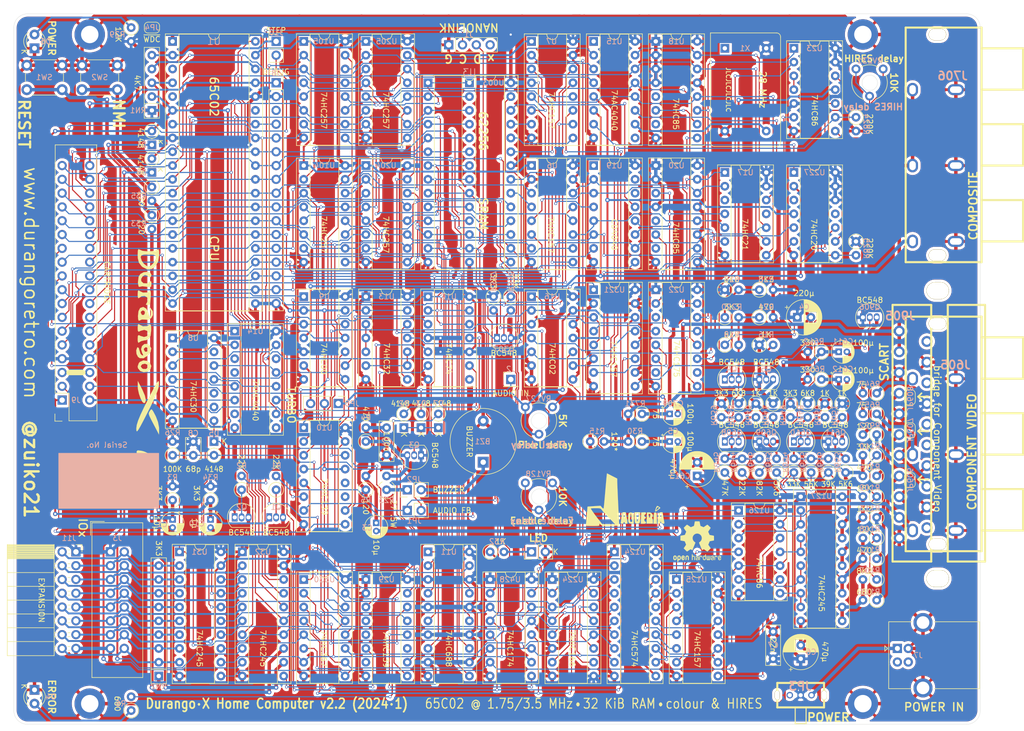
<source format=kicad_pcb>
(kicad_pcb (version 20171130) (host pcbnew "(5.1.2-1)-1")
  (layers (0 F.Cu signal) (31 B.Cu signal) (34 B.Paste user) (35 F.Paste user) (36 B.SilkS user) (37 F.SilkS user) (38 B.Mask user) (39 F.Mask user) (44 Edge.Cuts user))
  (net 0 "")
  (net 1 +5V)
  (net 2 GND)
  (net 3 AUDIO)
  (net 4 /SERDAT)
  (net 5 /SERCLK)
  (net 6 D7)
  (net 7 D6)
  (net 8 D5)
  (net 9 ~IO8Q)
  (net 10 D4)
  (net 11 D3)
  (net 12 D2)
  (net 13 D1)
  (net 14 D0)
  (net 15 /~IOBQ)
  (net 16 /~IOAQ)
  (net 17 VA0)
  (net 18 VA1)
  (net 19 VA2)
  (net 20 VA3)
  (net 21 VA4)
  (net 22 VA5)
  (net 23 VA6)
  (net 24 VA7)
  (net 25 VA8)
  (net 26 VA9)
  (net 27 VA10)
  (net 28 VA11)
  (net 29 VA13)
  (net 30 VA12)
  (net 31 /IEN)
  (net 32 A3)
  (net 33 A2)
  (net 34 A0)
  (net 35 A14)
  (net 36 A15)
  (net 37 R~W)
  (net 38 /~IEN)
  (net 39 /RDY)
  (net 40 /~SO)
  (net 41 A11)
  (net 42 A9)
  (net 43 A8)
  (net 44 A7)
  (net 45 A6)
  (net 46 A5)
  (net 47 A4)
  (net 48 A13)
  (net 49 A12)
  (net 50 HIRES)
  (net 51 /~WE2)
  (net 52 /~WE3)
  (net 53 /~WE1)
  (net 54 BA4)
  (net 55 BA3)
  (net 56 BA2)
  (net 57 BA1)
  (net 58 BA0)
  (net 59 VCLK)
  (net 60 SC0)
  (net 61 SC1)
  (net 62 /~IO)
  (net 63 ~LINE)
  (net 64 ~FRAME)
  (net 65 INVERT)
  (net 66 ~BLANK)
  (net 67 ~STAT)
  (net 68 /~HIRES)
  (net 69 ~RESET)
  (net 70 /PHI2)
  (net 71 ~ROM_CS)
  (net 72 ~ROM_OE)
  (net 73 ~WE)
  (net 74 AUDIO_IN)
  (net 75 ~IOC)
  (net 76 /~IOQ)
  (net 77 ~IRQ)
  (net 78 ~NMI)
  (net 79 /AFILT)
  (net 80 /AMIX)
  (net 81 /250HZ)
  (net 82 /BDT)
  (net 83 /BCL)
  (net 84 /ABUF)
  (net 85 /BZZ)
  (net 86 /AOUT)
  (net 87 /PWLED)
  (net 88 /ATBZ)
  (net 89 /AFB)
  (net 90 /ERRLED)
  (net 91 /SYNC)
  (net 92 "Net-(JP4-Pad1)")
  (net 93 PD7)
  (net 94 PD6)
  (net 95 ~IO9Q)
  (net 96 PD5)
  (net 97 PD4)
  (net 98 PD3)
  (net 99 PD2)
  (net 100 PD1)
  (net 101 PD0)
  (net 102 MIX)
  (net 103 LED)
  (net 104 LUMA)
  (net 105 ~INTREQ)
  (net 106 ~250HZ)
  (net 107 SCLK)
  (net 108 /~FCLK)
  (net 109 /HR_B)
  (net 110 DGHI)
  (net 111 DRED)
  (net 112 DGLO)
  (net 113 DBLU)
  (net 114 /CNT1K)
  (net 115 /CNT256)
  (net 116 /CNT2K)
  (net 117 /CNT128)
  (net 118 /CNT32)
  (net 119 /CNT8)
  (net 120 /CNT4)
  (net 121 FCLK)
  (net 122 "/Power and Extras/~ARST")
  (net 123 "/Video & Clock generation/RMIX")
  (net 124 "/Power and Extras/~ST250")
  (net 125 "/Power and Extras/~ANMI")
  (net 126 "/Power and Extras/R_BUF")
  (net 127 "/Power and Extras/B_BUF")
  (net 128 "/Power and Extras/Y")
  (net 129 "/Power and Extras/RMIX2")
  (net 130 "/Power and Extras/LED_R")
  (net 131 "/Power and Extras/+5V_IN")
  (net 132 "/Video & Clock generation/FBLANK")
  (net 133 "/Video & Clock generation/RED")
  (net 134 "/Video & Clock generation/GRN")
  (net 135 "/Video & Clock generation/BLUE")
  (net 136 "/Power and Extras/PB")
  (net 137 "/Power and Extras/PR")
  (net 138 "/Video & Clock generation/ZMIX")
  (net 139 "/Video & Clock generation/VIN")
  (net 140 "/Video & Clock generation/BIAS")
  (net 141 "/Video & Clock generation/BUFRGB")
  (net 142 "/Video & Clock generation/RGB")
  (net 143 "/Power and Extras/UR")
  (net 144 "/Power and Extras/ER")
  (net 145 "/Power and Extras/R_BIAS")
  (net 146 "/Power and Extras/UB")
  (net 147 "/Power and Extras/EB")
  (net 148 "/Power and Extras/B_BIAS")
  (net 149 "/Video & Clock generation/~CSYNC")
  (net 150 "/Video & Clock generation/HVG")
  (net 151 "/Video & Clock generation/HPIX")
  (net 152 "/Video & Clock generation/~HVG")
  (net 153 "/Video & Clock generation/DEV~ODD")
  (net 154 "/Video & Clock generation/~CDE")
  (net 155 "/Video & Clock generation/~DCDE")
  (net 156 "/Video & Clock generation/HVID")
  (net 157 "/Video & Clock generation/DHVD")
  (net 158 "/Video & Clock generation/Q1")
  (net 159 "/Video & Clock generation/Q3")
  (net 160 "/Video & Clock generation/LEND")
  (net 161 "/Video & Clock generation/MCLK")
  (net 162 "/Video & Clock generation/~LOST")
  (net 163 "/Video & Clock generation/HDOT")
  (net 164 "/Video & Clock generation/DE")
  (net 165 "/Video & Clock generation/FEND")
  (net 166 "/Video & Clock generation/UHS")
  (net 167 "/Video & Clock generation/~VS")
  (net 168 "/Video & Clock generation/UVS")
  (net 169 "/Video & Clock generation/UCDE")
  (net 170 "/Video & Clock generation/UHDE")
  (net 171 "/Video & Clock generation/~HS")
  (net 172 "/Video & Clock generation/DHRDE")
  (net 173 "/Video & Clock generation/LATCH")
  (net 174 "/Video & Clock generation/CSYNC")
  (net 175 "/Video & Clock generation/~FLAGS")
  (net 176 "/Video & Clock generation/GH_R")
  (net 177 "/Video & Clock generation/R_R")
  (net 178 "/Video & Clock generation/GL_R")
  (net 179 "/Video & Clock generation/B_R")
  (net 180 "/Video & Clock generation/GH_L")
  (net 181 "/Video & Clock generation/R_L")
  (net 182 "/Video & Clock generation/GL_L")
  (net 183 "/Video & Clock generation/B_L")
  (net 184 "/Video & Clock generation/XR")
  (net 185 "/Video & Clock generation/XGH")
  (net 186 "/Video & Clock generation/XB")
  (net 187 "/Video & Clock generation/XGL")
  (net 188 "/Video & Clock generation/IR")
  (net 189 "/Video & Clock generation/IGL")
  (net 190 "/Video & Clock generation/IB")
  (net 191 "/Video & Clock generation/IGH")
  (net 192 "/Video & Clock generation/~PE")
  (net 193 "/Video & Clock generation/COLOUR")
  (net 194 "/Power and Extras/PR_C")
  (net 195 "/Power and Extras/PB_C")
  (net 196 "/Power and Extras/R_SW")
  (net 197 "/Power and Extras/N_SW")
  (net 198 ~NMIREQ)
  (net 199 A10)
  (net 200 A1)
  (net 201 ~DWE)
  (net 202 MA14)
  (net 203 MA12)
  (net 204 MA13)
  (net 205 MA10)
  (net 206 MA11)
  (net 207 MA9)
  (net 208 MA7)
  (net 209 MA8)
  (net 210 MA5)
  (net 211 ~MCS)
  (net 212 MA6)
  (net 213 MA4)
  (net 214 MA3)
  (net 215 MA2)
  (net 216 MA1)
  (net 217 MA0)
  (net 218 "/Video & Clock generation/VS")
  (module Jumper:SolderJumper-2_P1.3mm_Open_RoundedPad1.0x1.5mm (layer F.Cu) (at 177.546 83.312 270)
    (fp_text reference JP608 (at 0.254 0 270 unlocked) (layer B.SilkS) (effects (justify mirror)))
    (fp_text value CV)
    (pad 2 smd custom (at 0.65 0 270) (size 1 0.5) (layers F.Cu F.Mask) (net 2 GND) (options (clearance outline) (anchor rect)) (primitives (gr_circle (center 0 0.25) (end 0.5 0.25) (width 0)) (gr_circle (center 0 -0.25) (end 0.5 -0.25) (width 0)) (gr_poly (pts (xy 0 -0.75) (xy -0.5 -0.75) (xy -0.5 0.75) (xy 0 0.75)) (width 0))))
    (pad 1 smd custom (at -0.65 0 270) (size 1 0.5) (layers F.Cu F.Mask) (net 135 "/Video & Clock generation/BLUE") (options (clearance outline) (anchor rect)) (primitives (gr_circle (center 0 0.25) (end 0.5 0.25) (width 0)) (gr_circle (center 0 -0.25) (end 0.5 -0.25) (width 0)) (gr_poly (pts (xy 0 -0.75) (xy 0.5 -0.75) (xy 0.5 0.75) (xy 0 0.75)) (width 0))))
  )
  (module Jumper:SolderJumper-2_P1.3mm_Open_RoundedPad1.0x1.5mm (layer F.Cu) (at 177.546 89.408 90)
    (fp_text reference JP607 (at 0 0 270 unlocked) (layer B.SilkS) (effects (justify mirror)))
    (fp_text value CV hide)
    (pad 2 smd custom (at 0.65 0 90) (size 1 0.5) (layers F.Cu F.Mask) (net 2 GND) (options (clearance outline) (anchor rect)) (primitives (gr_circle (center 0 0.25) (end 0.5 0.25) (width 0)) (gr_circle (center 0 -0.25) (end 0.5 -0.25) (width 0)) (gr_poly (pts (xy 0 -0.75) (xy -0.5 -0.75) (xy -0.5 0.75) (xy 0 0.75)) (width 0))))
    (pad 1 smd custom (at -0.65 0 90) (size 1 0.5) (layers F.Cu F.Mask) (net 134 "/Video & Clock generation/GRN") (options (clearance outline) (anchor rect)) (primitives (gr_circle (center 0 0.25) (end 0.5 0.25) (width 0)) (gr_circle (center 0 -0.25) (end 0.5 -0.25) (width 0)) (gr_poly (pts (xy 0 -0.75) (xy 0.5 -0.75) (xy 0.5 0.75) (xy 0 0.75)) (width 0))))
  )
  (module Jumper:SolderJumper-2_P1.3mm_Open_RoundedPad1.0x1.5mm (layer F.Cu) (at 177.546 98.552 270)
    (fp_text reference JP606 (at 0 0 270 unlocked) (layer B.SilkS) (effects (justify mirror)))
    (fp_text value "bridge for Component Video" (at -7.62 -5.08 270 unlocked) (layer F.SilkS) (effects (font (size 1.27 1.27) (thickness 0.2))))
    (pad 2 smd custom (at 0.65 0 270) (size 1 0.5) (layers F.Cu F.Mask) (net 2 GND) (options (clearance outline) (anchor rect)) (primitives (gr_circle (center 0 0.25) (end 0.5 0.25) (width 0)) (gr_circle (center 0 -0.25) (end 0.5 -0.25) (width 0)) (gr_poly (pts (xy 0 -0.75) (xy -0.5 -0.75) (xy -0.5 0.75) (xy 0 0.75)) (width 0))))
    (pad 1 smd custom (at -0.65 0 270) (size 1 0.5) (layers F.Cu F.Mask) (net 133 "/Video & Clock generation/RED") (options (clearance outline) (anchor rect)) (primitives (gr_circle (center 0 0.25) (end 0.5 0.25) (width 0)) (gr_circle (center 0 -0.25) (end 0.5 -0.25) (width 0)) (gr_poly (pts (xy 0 -0.75) (xy 0.5 -0.75) (xy 0.5 0.75) (xy 0 0.75)) (width 0))))
  )
  (module Package_DIP:DIP-14_W7.62mm_Socket (layer F.Cu) (at 77.47 64.77)
    (fp_text reference U13 (at 3.81 0) (layer B.SilkS) (effects (justify mirror)))
    (fp_text value 74HC32 (at 3.81 11.43 270 unlocked) (layer F.SilkS))
    (pad 14 thru_hole oval (at 7.62 0) (size 1.6 1.6) (drill 0.8) (layers *.Cu *.Mask) (net 1 +5V))
    (pad 7 thru_hole oval (at 0 15.24) (size 1.6 1.6) (drill 0.8) (layers *.Cu *.Mask) (net 2 GND))
    (pad 13 thru_hole oval (at 7.62 2.54) (size 1.6 1.6) (drill 0.8) (layers *.Cu *.Mask) (net 73 ~WE))
    (pad 6 thru_hole oval (at 0 12.7) (size 1.6 1.6) (drill 0.8) (layers *.Cu *.Mask) (net 51 /~WE2))
    (pad 12 thru_hole oval (at 7.62 5.08) (size 1.6 1.6) (drill 0.8) (layers *.Cu *.Mask) (net 52 /~WE3))
    (pad 5 thru_hole oval (at 0 10.16) (size 1.6 1.6) (drill 0.8) (layers *.Cu *.Mask) (net 53 /~WE1))
    (pad 11 thru_hole oval (at 7.62 7.62) (size 1.6 1.6) (drill 0.8) (layers *.Cu *.Mask) (net 201 ~DWE))
    (pad 4 thru_hole oval (at 0 7.62) (size 1.6 1.6) (drill 0.8) (layers *.Cu *.Mask) (net 53 /~WE1))
    (pad 10 thru_hole oval (at 7.62 10.16) (size 1.6 1.6) (drill 0.8) (layers *.Cu *.Mask) (net 51 /~WE2))
    (pad 3 thru_hole oval (at 0 5.08) (size 1.6 1.6) (drill 0.8) (layers *.Cu *.Mask) (net 53 /~WE1))
    (pad 9 thru_hole oval (at 7.62 12.7) (size 1.6 1.6) (drill 0.8) (layers *.Cu *.Mask) (net 51 /~WE2))
    (pad 2 thru_hole oval (at 0 2.54) (size 1.6 1.6) (drill 0.8) (layers *.Cu *.Mask) (net 73 ~WE))
    (pad 8 thru_hole oval (at 7.62 15.24) (size 1.6 1.6) (drill 0.8) (layers *.Cu *.Mask) (net 52 /~WE3))
    (pad 1 thru_hole rect (at 0 0) (size 1.6 1.6) (drill 0.8) (layers *.Cu *.Mask) (net 2 GND))
  )
  (module Package_DIP:DIP-16_W7.62mm_Socket (layer F.Cu) (at 111.76 116.84)
    (fp_text reference U224 (at 3.81 0) (layer B.SilkS) (effects (justify mirror)))
    (fp_text value 74HC166 (at 3.683 12.7 270 unlocked) (layer F.SilkS))
    (pad 16 thru_hole oval (at 7.62 0) (size 1.6 1.6) (drill 0.8) (layers *.Cu *.Mask) (net 1 +5V))
    (pad 8 thru_hole oval (at 0 17.78) (size 1.6 1.6) (drill 0.8) (layers *.Cu *.Mask) (net 2 GND))
    (pad 15 thru_hole oval (at 7.62 2.54) (size 1.6 1.6) (drill 0.8) (layers *.Cu *.Mask) (net 192 "/Video & Clock generation/~PE"))
    (pad 7 thru_hole oval (at 0 15.24) (size 1.6 1.6) (drill 0.8) (layers *.Cu *.Mask) (net 163 "/Video & Clock generation/HDOT"))
    (pad 14 thru_hole oval (at 7.62 5.08) (size 1.6 1.6) (drill 0.8) (layers *.Cu *.Mask) (net 6 D7))
    (pad 6 thru_hole oval (at 0 12.7) (size 1.6 1.6) (drill 0.8) (layers *.Cu *.Mask) (net 2 GND))
    (pad 13 thru_hole oval (at 7.62 7.62) (size 1.6 1.6) (drill 0.8) (layers *.Cu *.Mask) (net 151 "/Video & Clock generation/HPIX"))
    (pad 5 thru_hole oval (at 0 10.16) (size 1.6 1.6) (drill 0.8) (layers *.Cu *.Mask) (net 11 D3))
    (pad 12 thru_hole oval (at 7.62 10.16) (size 1.6 1.6) (drill 0.8) (layers *.Cu *.Mask) (net 7 D6))
    (pad 4 thru_hole oval (at 0 7.62) (size 1.6 1.6) (drill 0.8) (layers *.Cu *.Mask) (net 12 D2))
    (pad 11 thru_hole oval (at 7.62 12.7) (size 1.6 1.6) (drill 0.8) (layers *.Cu *.Mask) (net 8 D5))
    (pad 3 thru_hole oval (at 0 5.08) (size 1.6 1.6) (drill 0.8) (layers *.Cu *.Mask) (net 13 D1))
    (pad 10 thru_hole oval (at 7.62 15.24) (size 1.6 1.6) (drill 0.8) (layers *.Cu *.Mask) (net 10 D4))
    (pad 2 thru_hole oval (at 0 2.54) (size 1.6 1.6) (drill 0.8) (layers *.Cu *.Mask) (net 14 D0))
    (pad 9 thru_hole oval (at 7.62 17.78) (size 1.6 1.6) (drill 0.8) (layers *.Cu *.Mask) (net 1 +5V))
    (pad 1 thru_hole rect (at 0 0) (size 1.6 1.6) (drill 0.8) (layers *.Cu *.Mask) (net 1 +5V))
  )
  (module Package_DIP:DIP-28_W7.62mm_Socket (layer F.Cu) (at 96.52 25.4)
    (fp_text reference U003 (at 4.445 0 unlocked) (layer B.SilkS) (effects (justify mirror)))
    (fp_text value 62256)
    (pad 28 thru_hole oval (at 7.62 0) (size 1.6 1.6) (drill 0.8) (layers *.Cu *.Mask) (net 1 +5V))
    (pad 14 thru_hole oval (at 0 33.02) (size 1.6 1.6) (drill 0.8) (layers *.Cu *.Mask) (net 2 GND))
    (pad 27 thru_hole oval (at 7.62 2.54) (size 1.6 1.6) (drill 0.8) (layers *.Cu *.Mask) (net 201 ~DWE))
    (pad 13 thru_hole oval (at 0 30.48) (size 1.6 1.6) (drill 0.8) (layers *.Cu *.Mask) (net 10 D4))
    (pad 26 thru_hole oval (at 7.62 5.08) (size 1.6 1.6) (drill 0.8) (layers *.Cu *.Mask) (net 202 MA14))
    (pad 12 thru_hole oval (at 0 27.94) (size 1.6 1.6) (drill 0.8) (layers *.Cu *.Mask) (net 6 D7))
    (pad 25 thru_hole oval (at 7.62 7.62) (size 1.6 1.6) (drill 0.8) (layers *.Cu *.Mask) (net 203 MA12))
    (pad 11 thru_hole oval (at 0 25.4) (size 1.6 1.6) (drill 0.8) (layers *.Cu *.Mask) (net 7 D6))
    (pad 24 thru_hole oval (at 7.62 10.16) (size 1.6 1.6) (drill 0.8) (layers *.Cu *.Mask) (net 204 MA13))
    (pad 10 thru_hole oval (at 0 22.86) (size 1.6 1.6) (drill 0.8) (layers *.Cu *.Mask) (net 205 MA10))
    (pad 23 thru_hole oval (at 7.62 12.7) (size 1.6 1.6) (drill 0.8) (layers *.Cu *.Mask) (net 206 MA11))
    (pad 9 thru_hole oval (at 0 20.32) (size 1.6 1.6) (drill 0.8) (layers *.Cu *.Mask) (net 207 MA9))
    (pad 22 thru_hole oval (at 7.62 15.24) (size 1.6 1.6) (drill 0.8) (layers *.Cu *.Mask) (net 2 GND))
    (pad 8 thru_hole oval (at 0 17.78) (size 1.6 1.6) (drill 0.8) (layers *.Cu *.Mask) (net 208 MA7))
    (pad 21 thru_hole oval (at 7.62 17.78) (size 1.6 1.6) (drill 0.8) (layers *.Cu *.Mask) (net 209 MA8))
    (pad 7 thru_hole oval (at 0 15.24) (size 1.6 1.6) (drill 0.8) (layers *.Cu *.Mask) (net 210 MA5))
    (pad 20 thru_hole oval (at 7.62 20.32) (size 1.6 1.6) (drill 0.8) (layers *.Cu *.Mask) (net 211 ~MCS))
    (pad 6 thru_hole oval (at 0 12.7) (size 1.6 1.6) (drill 0.8) (layers *.Cu *.Mask) (net 212 MA6))
    (pad 19 thru_hole oval (at 7.62 22.86) (size 1.6 1.6) (drill 0.8) (layers *.Cu *.Mask) (net 14 D0))
    (pad 5 thru_hole oval (at 0 10.16) (size 1.6 1.6) (drill 0.8) (layers *.Cu *.Mask) (net 213 MA4))
    (pad 18 thru_hole oval (at 7.62 25.4) (size 1.6 1.6) (drill 0.8) (layers *.Cu *.Mask) (net 13 D1))
    (pad 4 thru_hole oval (at 0 7.62) (size 1.6 1.6) (drill 0.8) (layers *.Cu *.Mask) (net 214 MA3))
    (pad 17 thru_hole oval (at 7.62 27.94) (size 1.6 1.6) (drill 0.8) (layers *.Cu *.Mask) (net 12 D2))
    (pad 3 thru_hole oval (at 0 5.08) (size 1.6 1.6) (drill 0.8) (layers *.Cu *.Mask) (net 215 MA2))
    (pad 16 thru_hole oval (at 7.62 30.48) (size 1.6 1.6) (drill 0.8) (layers *.Cu *.Mask) (net 11 D3))
    (pad 2 thru_hole oval (at 0 2.54) (size 1.6 1.6) (drill 0.8) (layers *.Cu *.Mask) (net 216 MA1))
    (pad 15 thru_hole oval (at 7.62 33.02) (size 1.6 1.6) (drill 0.8) (layers *.Cu *.Mask) (net 8 D5))
    (pad 1 thru_hole rect (at 0 0) (size 1.6 1.6) (drill 0.8) (layers *.Cu *.Mask) (net 217 MA0))
  )
  (module Capacitor_THT:C_Rect_L7.2mm_W2.5mm_P5.00mm_FKS2_FKP2_MKS2_MKP2 (layer F.Cu) (at 152.4 131.445 90)
    (fp_text reference C7 (at 2.5 0) (layer B.SilkS) (effects (justify mirror)))
    (fp_text value 22n (at 2.54 0 270 unlocked) (layer F.SilkS))
    (pad 2 thru_hole circle (at 5 0 90) (size 1.6 1.6) (drill 0.8) (layers *.Cu *.Mask) (net 2 GND))
    (pad 1 thru_hole circle (at 0 0 90) (size 1.6 1.6) (drill 0.8) (layers *.Cu *.Mask) (net 1 +5V))
  )
  (module durango:PowerSwitch (layer F.Cu) (at 153.162 135.89)
    (fp_text reference JP3 (at 4.2 0.6 unlocked) (layer B.SilkS) (effects (font (size 1.524 1.524) (thickness 0.3048)) (justify mirror)))
    (fp_text value POWER (at 9.398 6.35) (layer F.SilkS) (effects (font (size 1.524 1.524) (thickness 0.3048))))
    (pad "" np_thru_hole oval (at 8.6 2.25) (size 0.9 1.7) (drill oval 0.8 1.6) (layers *.Cu *.Mask F.SilkS))
    (pad 3 thru_hole circle (at 6.3 2.25) (size 1.2 1.2) (drill 0.75) (layers *.Cu *.Mask) (net 131 "/Power and Extras/+5V_IN"))
    (pad 2 thru_hole circle (at 4.3 2.25) (size 1.2 1.2) (drill 0.75) (layers *.Cu *.Mask) (net 1 +5V))
    (pad "" np_thru_hole oval (at 0 2.25) (size 0.9 1.7) (drill oval 0.8 1.6) (layers *.Cu *.Mask F.SilkS))
    (pad 1 thru_hole circle (at 2.3 2.25) (size 1.2 1.2) (drill 0.75) (layers *.Cu *.Mask))
  )
  (module Diode_THT:D_DO-35_SOD27_P2.54mm_Vertical_KathodeUp (layer F.Cu) (at 38.1 41.91 90)
    (fp_text reference D8 (at 0 -1.905 unlocked) (layer B.SilkS) (effects (justify mirror)))
    (fp_text value 4148 (at 1.397 -2.032 270 unlocked) (layer F.SilkS))
    (fp_text user K (at 0.508 1.524 270 unlocked) (layer F.SilkS) (effects (font (size 0.8 1))))
    (pad 2 thru_hole oval (at 2.54 0 90) (size 1.6 1.6) (drill 0.8) (layers *.Cu *.Mask) (net 78 ~NMI))
    (pad 1 thru_hole rect (at 0 0 90) (size 1.6 1.6) (drill 0.8) (layers *.Cu *.Mask) (net 198 ~NMIREQ))
  )
  (module Resistor_THT:R_Axial_DIN0207_L6.3mm_D2.5mm_P2.54mm_Vertical (layer F.Cu) (at 149.225 84.455 270)
    (fp_text reference R640 (at 2.159 1.397 270 unlocked) (layer B.SilkS) (effects (justify mirror)))
    (fp_text value 1K (at -1.905 0 unlocked) (layer F.SilkS) (effects (font (size 1 0.9))))
    (pad 2 thru_hole oval (at 2.54 0 270) (size 1.6 1.6) (drill 0.8) (layers *.Cu *.Mask) (net 144 "/Power and Extras/ER"))
    (pad 1 thru_hole circle (at 0 0 270) (size 1.6 1.6) (drill 0.8) (layers *.Cu *.Mask) (net 2 GND))
  )
  (module Package_DIP:DIP-14_W7.62mm_Socket (layer F.Cu) (at 41.91 72.39)
    (fp_text reference U8 (at 3.81 0 unlocked) (layer B.SilkS) (effects (justify mirror)))
    (fp_text value 74HC30 (at 3.81 10.795 270 unlocked) (layer F.SilkS))
    (pad 14 thru_hole oval (at 7.62 0) (size 1.6 1.6) (drill 0.8) (layers *.Cu *.Mask) (net 1 +5V))
    (pad 7 thru_hole oval (at 0 15.24) (size 1.6 1.6) (drill 0.8) (layers *.Cu *.Mask) (net 2 GND))
    (pad 13 thru_hole oval (at 7.62 2.54) (size 1.6 1.6) (drill 0.8) (layers *.Cu *.Mask))
    (pad 6 thru_hole oval (at 0 12.7) (size 1.6 1.6) (drill 0.8) (layers *.Cu *.Mask) (net 31 /IEN))
    (pad 12 thru_hole oval (at 7.62 5.08) (size 1.6 1.6) (drill 0.8) (layers *.Cu *.Mask) (net 117 /CNT128))
    (pad 5 thru_hole oval (at 0 10.16) (size 1.6 1.6) (drill 0.8) (layers *.Cu *.Mask) (net 120 /CNT4))
    (pad 11 thru_hole oval (at 7.62 7.62) (size 1.6 1.6) (drill 0.8) (layers *.Cu *.Mask) (net 115 /CNT256))
    (pad 4 thru_hole oval (at 0 7.62) (size 1.6 1.6) (drill 0.8) (layers *.Cu *.Mask) (net 119 /CNT8))
    (pad 10 thru_hole oval (at 7.62 10.16) (size 1.6 1.6) (drill 0.8) (layers *.Cu *.Mask))
    (pad 3 thru_hole oval (at 0 5.08) (size 1.6 1.6) (drill 0.8) (layers *.Cu *.Mask) (net 114 /CNT1K))
    (pad 9 thru_hole oval (at 7.62 12.7) (size 1.6 1.6) (drill 0.8) (layers *.Cu *.Mask))
    (pad 2 thru_hole oval (at 0 2.54) (size 1.6 1.6) (drill 0.8) (layers *.Cu *.Mask) (net 118 /CNT32))
    (pad 8 thru_hole oval (at 7.62 15.24) (size 1.6 1.6) (drill 0.8) (layers *.Cu *.Mask) (net 106 ~250HZ))
    (pad 1 thru_hole rect (at 0 0) (size 1.6 1.6) (drill 0.8) (layers *.Cu *.Mask) (net 116 /CNT2K))
  )
  (module Resistor_THT:R_Axial_DIN0207_L6.3mm_D2.5mm_P2.54mm_Vertical (layer F.Cu) (at 171.45 82.55 180)
    (fp_text reference R647 (at 1.27 1.651 unlocked) (layer B.SilkS) (effects (justify mirror)))
    (fp_text value 75 (at 2.794 1.524 unlocked) (layer F.SilkS))
    (pad 2 thru_hole oval (at 2.54 0 180) (size 1.6 1.6) (drill 0.8) (layers *.Cu *.Mask) (net 194 "/Power and Extras/PR_C"))
    (pad 1 thru_hole circle (at 0 0 180) (size 1.6 1.6) (drill 0.8) (layers *.Cu *.Mask) (net 137 "/Power and Extras/PR"))
  )
  (module Resistor_THT:R_Axial_DIN0207_L6.3mm_D2.5mm_P2.54mm_Vertical (layer F.Cu) (at 162.56 97.155 90)
    (fp_text reference R656 (at 1.905 -1.524 270 unlocked) (layer B.SilkS) (effects (justify mirror)))
    (fp_text value 39K (at -2.159 0 unlocked) (layer F.SilkS) (effects (font (size 1 0.9))))
    (pad 2 thru_hole oval (at 2.54 0 90) (size 1.6 1.6) (drill 0.8) (layers *.Cu *.Mask) (net 148 "/Power and Extras/B_BIAS"))
    (pad 1 thru_hole circle (at 0 0 90) (size 1.6 1.6) (drill 0.8) (layers *.Cu *.Mask) (net 111 DRED))
  )
  (module Resistor_THT:R_Axial_DIN0207_L6.3mm_D2.5mm_P2.54mm_Vertical (layer F.Cu) (at 159.385 97.155 90)
    (fp_text reference R655 (at 1.905 -1.524 270 unlocked) (layer B.SilkS) (effects (justify mirror)))
    (fp_text value 56K (at -2.159 0 unlocked) (layer F.SilkS) (effects (font (size 1 0.9))))
    (pad 2 thru_hole oval (at 2.54 0 90) (size 1.6 1.6) (drill 0.8) (layers *.Cu *.Mask) (net 148 "/Power and Extras/B_BIAS"))
    (pad 1 thru_hole circle (at 0 0 90) (size 1.6 1.6) (drill 0.8) (layers *.Cu *.Mask) (net 112 DGLO))
  )
  (module Resistor_THT:R_Axial_DIN0207_L6.3mm_D2.5mm_P2.54mm_Vertical (layer F.Cu) (at 156.21 97.155 90)
    (fp_text reference R654 (at 1.905 -1.524 270 unlocked) (layer B.SilkS) (effects (justify mirror)))
    (fp_text value 33K (at -2.159 0 unlocked) (layer F.SilkS) (effects (font (size 1 0.9))))
    (pad 2 thru_hole oval (at 2.54 0 90) (size 1.6 1.6) (drill 0.8) (layers *.Cu *.Mask) (net 148 "/Power and Extras/B_BIAS"))
    (pad 1 thru_hole circle (at 0 0 90) (size 1.6 1.6) (drill 0.8) (layers *.Cu *.Mask) (net 110 DGHI))
  )
  (module Resistor_THT:R_Axial_DIN0207_L6.3mm_D2.5mm_P2.54mm_Vertical (layer F.Cu) (at 165.735 97.155 90)
    (fp_text reference R653 (at 1.905 -1.524 270 unlocked) (layer B.SilkS) (effects (justify mirror)))
    (fp_text value 5K6 (at -2.159 0 unlocked) (layer F.SilkS) (effects (font (size 1 0.9))))
    (pad 2 thru_hole oval (at 2.54 0 90) (size 1.6 1.6) (drill 0.8) (layers *.Cu *.Mask) (net 146 "/Power and Extras/UB"))
    (pad 1 thru_hole circle (at 0 0 90) (size 1.6 1.6) (drill 0.8) (layers *.Cu *.Mask) (net 113 DBLU))
  )
  (module Resistor_THT:R_Axial_DIN0207_L6.3mm_D2.5mm_P2.54mm_Vertical (layer F.Cu) (at 161.29 80.01 180)
    (fp_text reference R652 (at 1.27 1.905 unlocked) (layer B.SilkS) (effects (justify mirror)))
    (fp_text value 330 (at 2.54 1.778 unlocked) (layer F.SilkS))
    (pad 2 thru_hole oval (at 2.54 0 180) (size 1.6 1.6) (drill 0.8) (layers *.Cu *.Mask) (net 2 GND))
    (pad 1 thru_hole circle (at 0 0 180) (size 1.6 1.6) (drill 0.8) (layers *.Cu *.Mask) (net 127 "/Power and Extras/B_BUF"))
  )
  (module Resistor_THT:R_Axial_DIN0207_L6.3mm_D2.5mm_P2.54mm_Vertical (layer F.Cu) (at 165.1 84.455 270)
    (fp_text reference R651 (at 2.159 1.397 270 unlocked) (layer B.SilkS) (effects (justify mirror)))
    (fp_text value 1K (at -1.905 0 unlocked) (layer F.SilkS) (effects (font (size 1 0.9))))
    (pad 2 thru_hole oval (at 2.54 0 270) (size 1.6 1.6) (drill 0.8) (layers *.Cu *.Mask) (net 146 "/Power and Extras/UB"))
    (pad 1 thru_hole circle (at 0 0 270) (size 1.6 1.6) (drill 0.8) (layers *.Cu *.Mask) (net 1 +5V))
  )
  (module Resistor_THT:R_Axial_DIN0207_L6.3mm_D2.5mm_P2.54mm_Vertical (layer F.Cu) (at 161.925 84.455 270)
    (fp_text reference R650 (at 2.159 1.397 270 unlocked) (layer B.SilkS) (effects (justify mirror)))
    (fp_text value 1K (at -1.905 0 unlocked) (layer F.SilkS) (effects (font (size 1 0.9))))
    (pad 2 thru_hole oval (at 2.54 0 270) (size 1.6 1.6) (drill 0.8) (layers *.Cu *.Mask) (net 147 "/Power and Extras/EB"))
    (pad 1 thru_hole circle (at 0 0 270) (size 1.6 1.6) (drill 0.8) (layers *.Cu *.Mask) (net 2 GND))
  )
  (module Resistor_THT:R_Axial_DIN0207_L6.3mm_D2.5mm_P2.54mm_Vertical (layer F.Cu) (at 155.575 84.455 270)
    (fp_text reference R649 (at 2.159 1.397 270 unlocked) (layer B.SilkS) (effects (justify mirror)))
    (fp_text value 3K3 (at -1.905 0 unlocked) (layer F.SilkS) (effects (font (size 1 0.9))))
    (pad 2 thru_hole oval (at 2.54 0 270) (size 1.6 1.6) (drill 0.8) (layers *.Cu *.Mask) (net 148 "/Power and Extras/B_BIAS"))
    (pad 1 thru_hole circle (at 0 0 270) (size 1.6 1.6) (drill 0.8) (layers *.Cu *.Mask) (net 2 GND))
  )
  (module Resistor_THT:R_Axial_DIN0207_L6.3mm_D2.5mm_P2.54mm_Vertical (layer F.Cu) (at 158.75 84.455 270)
    (fp_text reference R648 (at 2.159 1.397 270 unlocked) (layer B.SilkS) (effects (justify mirror)))
    (fp_text value 6K8 (at -1.905 0 unlocked) (layer F.SilkS) (effects (font (size 1 0.9))))
    (pad 2 thru_hole oval (at 2.54 0 270) (size 1.6 1.6) (drill 0.8) (layers *.Cu *.Mask) (net 148 "/Power and Extras/B_BIAS"))
    (pad 1 thru_hole circle (at 0 0 270) (size 1.6 1.6) (drill 0.8) (layers *.Cu *.Mask) (net 1 +5V))
  )
  (module Resistor_THT:R_Axial_DIN0207_L6.3mm_D2.5mm_P2.54mm_Vertical (layer F.Cu) (at 171.45 86.36 180)
    (fp_text reference R657 (at 1.27 1.651 unlocked) (layer B.SilkS) (effects (justify mirror)))
    (fp_text value 75 (at 2.794 1.524 unlocked) (layer F.SilkS))
    (pad 2 thru_hole oval (at 2.54 0 180) (size 1.6 1.6) (drill 0.8) (layers *.Cu *.Mask) (net 195 "/Power and Extras/PB_C"))
    (pad 1 thru_hole circle (at 0 0 180) (size 1.6 1.6) (drill 0.8) (layers *.Cu *.Mask) (net 136 "/Power and Extras/PB"))
  )
  (module Resistor_THT:R_Axial_DIN0207_L6.3mm_D2.5mm_P2.54mm_Vertical (layer F.Cu) (at 149.86 97.155 90)
    (fp_text reference R646 (at 1.905 -1.524 270 unlocked) (layer B.SilkS) (effects (justify mirror)))
    (fp_text value 82K (at -2.921 0 270 unlocked) (layer F.SilkS))
    (pad 2 thru_hole oval (at 2.54 0 90) (size 1.6 1.6) (drill 0.8) (layers *.Cu *.Mask) (net 145 "/Power and Extras/R_BIAS"))
    (pad 1 thru_hole circle (at 0 0 90) (size 1.6 1.6) (drill 0.8) (layers *.Cu *.Mask) (net 113 DBLU))
  )
  (module Resistor_THT:R_Axial_DIN0207_L6.3mm_D2.5mm_P2.54mm_Vertical (layer F.Cu) (at 143.51 97.155 90)
    (fp_text reference R645 (at 1.905 -1.524 270 unlocked) (layer B.SilkS) (effects (justify mirror)))
    (fp_text value 47K (at -2.921 0 270 unlocked) (layer F.SilkS))
    (pad 2 thru_hole oval (at 2.54 0 90) (size 1.6 1.6) (drill 0.8) (layers *.Cu *.Mask) (net 145 "/Power and Extras/R_BIAS"))
    (pad 1 thru_hole circle (at 0 0 90) (size 1.6 1.6) (drill 0.8) (layers *.Cu *.Mask) (net 112 DGLO))
  )
  (module Resistor_THT:R_Axial_DIN0207_L6.3mm_D2.5mm_P2.54mm_Vertical (layer F.Cu) (at 146.685 97.155 90)
    (fp_text reference R644 (at 1.905 -1.524 270 unlocked) (layer B.SilkS) (effects (justify mirror)))
    (fp_text value 22K (at -2.921 0 270 unlocked) (layer F.SilkS))
    (pad 2 thru_hole oval (at 2.54 0 90) (size 1.6 1.6) (drill 0.8) (layers *.Cu *.Mask) (net 145 "/Power and Extras/R_BIAS"))
    (pad 1 thru_hole circle (at 0 0 90) (size 1.6 1.6) (drill 0.8) (layers *.Cu *.Mask) (net 110 DGHI))
  )
  (module Resistor_THT:R_Axial_DIN0207_L6.3mm_D2.5mm_P2.54mm_Vertical (layer F.Cu) (at 153.035 97.155 90)
    (fp_text reference R643 (at 1.905 -1.524 270 unlocked) (layer B.SilkS) (effects (justify mirror)))
    (fp_text value 5K6 (at -2.921 0 270 unlocked) (layer F.SilkS))
    (pad 2 thru_hole oval (at 2.54 0 90) (size 1.6 1.6) (drill 0.8) (layers *.Cu *.Mask) (net 143 "/Power and Extras/UR"))
    (pad 1 thru_hole circle (at 0 0 90) (size 1.6 1.6) (drill 0.8) (layers *.Cu *.Mask) (net 111 DRED))
  )
  (module Resistor_THT:R_Axial_DIN0207_L6.3mm_D2.5mm_P2.54mm_Vertical (layer F.Cu) (at 161.29 74.93 180)
    (fp_text reference R642 (at 1.397 1.905 unlocked) (layer B.SilkS) (effects (justify mirror)))
    (fp_text value 330 (at 2.54 1.651 unlocked) (layer F.SilkS))
    (pad 2 thru_hole oval (at 2.54 0 180) (size 1.6 1.6) (drill 0.8) (layers *.Cu *.Mask) (net 2 GND))
    (pad 1 thru_hole circle (at 0 0 180) (size 1.6 1.6) (drill 0.8) (layers *.Cu *.Mask) (net 126 "/Power and Extras/R_BUF"))
  )
  (module Resistor_THT:R_Axial_DIN0207_L6.3mm_D2.5mm_P2.54mm_Vertical (layer F.Cu) (at 152.4 84.455 270)
    (fp_text reference R641 (at 2.159 1.397 270 unlocked) (layer B.SilkS) (effects (justify mirror)))
    (fp_text value 1K (at -1.905 0 unlocked) (layer F.SilkS) (effects (font (size 1 0.9))))
    (pad 2 thru_hole oval (at 2.54 0 270) (size 1.6 1.6) (drill 0.8) (layers *.Cu *.Mask) (net 143 "/Power and Extras/UR"))
    (pad 1 thru_hole circle (at 0 0 270) (size 1.6 1.6) (drill 0.8) (layers *.Cu *.Mask) (net 1 +5V))
  )
  (module Resistor_THT:R_Axial_DIN0207_L6.3mm_D2.5mm_P2.54mm_Vertical (layer F.Cu) (at 142.875 84.455 270)
    (fp_text reference R639 (at 2.159 1.397 270 unlocked) (layer B.SilkS) (effects (justify mirror)))
    (fp_text value 3K3 (at -1.905 0 unlocked) (layer F.SilkS) (effects (font (size 1 0.9))))
    (pad 2 thru_hole oval (at 2.54 0 270) (size 1.6 1.6) (drill 0.8) (layers *.Cu *.Mask) (net 145 "/Power and Extras/R_BIAS"))
    (pad 1 thru_hole circle (at 0 0 270) (size 1.6 1.6) (drill 0.8) (layers *.Cu *.Mask) (net 2 GND))
  )
  (module Resistor_THT:R_Axial_DIN0207_L6.3mm_D2.5mm_P2.54mm_Vertical (layer F.Cu) (at 146.05 84.455 270)
    (fp_text reference R638 (at 2.159 1.397 270 unlocked) (layer B.SilkS) (effects (justify mirror)))
    (fp_text value 6K8 (at -1.905 0 unlocked) (layer F.SilkS) (effects (font (size 1 0.9))))
    (pad 2 thru_hole oval (at 2.54 0 270) (size 1.6 1.6) (drill 0.8) (layers *.Cu *.Mask) (net 145 "/Power and Extras/R_BIAS"))
    (pad 1 thru_hole circle (at 0 0 270) (size 1.6 1.6) (drill 0.8) (layers *.Cu *.Mask) (net 1 +5V))
  )
  (module Package_TO_SOT_THT:TO-92_Inline (layer F.Cu) (at 162.56 91.44)
    (fp_text reference Q611 (at 1.27 -1.651 unlocked) (layer B.SilkS) (effects (justify mirror)))
    (fp_text value BC548 (at 1.27 -3.048 unlocked) (layer F.SilkS))
    (pad 1 thru_hole rect (at 0 0) (size 1.05 1.5) (drill 0.75) (layers *.Cu *.Mask) (net 1 +5V))
    (pad 3 thru_hole oval (at 2.54 0) (size 1.05 1.5) (drill 0.75) (layers *.Cu *.Mask) (net 127 "/Power and Extras/B_BUF"))
    (pad 2 thru_hole oval (at 1.27 0) (size 1.05 1.5) (drill 0.75) (layers *.Cu *.Mask) (net 146 "/Power and Extras/UB"))
  )
  (module Package_TO_SOT_THT:TO-92_Inline (layer F.Cu) (at 156.21 91.44)
    (fp_text reference Q610 (at 1.27 -1.651 unlocked) (layer B.SilkS) (effects (justify mirror)))
    (fp_text value BC548 (at 1.27 -3.048 unlocked) (layer F.SilkS))
    (pad 1 thru_hole rect (at 0 0) (size 1.05 1.5) (drill 0.75) (layers *.Cu *.Mask) (net 146 "/Power and Extras/UB"))
    (pad 3 thru_hole oval (at 2.54 0) (size 1.05 1.5) (drill 0.75) (layers *.Cu *.Mask) (net 147 "/Power and Extras/EB"))
    (pad 2 thru_hole oval (at 1.27 0) (size 1.05 1.5) (drill 0.75) (layers *.Cu *.Mask) (net 148 "/Power and Extras/B_BIAS"))
  )
  (module Package_TO_SOT_THT:TO-92_Inline (layer F.Cu) (at 149.86 91.44)
    (fp_text reference Q609 (at 1.27 -1.651 unlocked) (layer B.SilkS) (effects (justify mirror)))
    (fp_text value BC548 (at 1.27 -3.048 unlocked) (layer F.SilkS))
    (pad 1 thru_hole rect (at 0 0) (size 1.05 1.5) (drill 0.75) (layers *.Cu *.Mask) (net 1 +5V))
    (pad 3 thru_hole oval (at 2.54 0) (size 1.05 1.5) (drill 0.75) (layers *.Cu *.Mask) (net 126 "/Power and Extras/R_BUF"))
    (pad 2 thru_hole oval (at 1.27 0) (size 1.05 1.5) (drill 0.75) (layers *.Cu *.Mask) (net 143 "/Power and Extras/UR"))
  )
  (module Package_TO_SOT_THT:TO-92_Inline (layer F.Cu) (at 143.51 91.44)
    (fp_text reference Q608 (at 1.27 -1.651 unlocked) (layer B.SilkS) (effects (justify mirror)))
    (fp_text value BC548 (at 1.27 -3.048 unlocked) (layer F.SilkS))
    (pad 1 thru_hole rect (at 0 0) (size 1.05 1.5) (drill 0.75) (layers *.Cu *.Mask) (net 143 "/Power and Extras/UR"))
    (pad 3 thru_hole oval (at 2.54 0) (size 1.05 1.5) (drill 0.75) (layers *.Cu *.Mask) (net 144 "/Power and Extras/ER"))
    (pad 2 thru_hole oval (at 1.27 0) (size 1.05 1.5) (drill 0.75) (layers *.Cu *.Mask) (net 145 "/Power and Extras/R_BIAS"))
  )
  (module Capacitor_THT:CP_Radial_D6.3mm_P2.50mm (layer F.Cu) (at 138.43 97.79 90)
    (fp_text reference C613 (at 0 -3.175 unlocked) (layer B.SilkS) (effects (justify mirror)))
    (fp_text value 470µ (at 1.27 -4.445 270 unlocked) (layer F.SilkS))
    (pad 2 thru_hole circle (at 2.5 0 90) (size 1.6 1.6) (drill 0.8) (layers *.Cu *.Mask) (net 2 GND))
    (pad 1 thru_hole rect (at 0 0 90) (size 1.6 1.6) (drill 0.8) (layers *.Cu *.Mask) (net 1 +5V))
  )
  (module Capacitor_THT:CP_Radial_D4.0mm_P1.50mm (layer F.Cu) (at 164.465 80.01)
    (fp_text reference C612 (at 0.75 -1.905 unlocked) (layer B.SilkS) (effects (justify mirror)))
    (fp_text value 100µ (at 4.572 -1.651 unlocked) (layer F.SilkS))
    (pad 2 thru_hole circle (at 1.5 0) (size 1.2 1.2) (drill 0.6) (layers *.Cu *.Mask) (net 195 "/Power and Extras/PB_C"))
    (pad 1 thru_hole rect (at 0 0) (size 1.2 1.2) (drill 0.6) (layers *.Cu *.Mask) (net 127 "/Power and Extras/B_BUF"))
  )
  (module Capacitor_THT:CP_Radial_D4.0mm_P1.50mm (layer F.Cu) (at 164.465 74.93)
    (fp_text reference C611 (at 0.75 -1.905 unlocked) (layer B.SilkS) (effects (justify mirror)))
    (fp_text value 100µ (at 4.572 -1.651 unlocked) (layer F.SilkS))
    (pad 2 thru_hole circle (at 1.5 0) (size 1.2 1.2) (drill 0.6) (layers *.Cu *.Mask) (net 194 "/Power and Extras/PR_C"))
    (pad 1 thru_hole rect (at 0 0) (size 1.2 1.2) (drill 0.6) (layers *.Cu *.Mask) (net 126 "/Power and Extras/R_BUF"))
  )
  (module Symbol:OSHW-Logo2_9.8x8mm_SilkScreen (layer F.Cu) (at 138.43 109.855)
    (fp_text reference LOGO1 hide)
    (fp_text value " " hide)
  )
  (module Capacitor_THT:CP_Radial_D6.3mm_P2.50mm (layer F.Cu) (at 156.845 68.58)
    (fp_text reference C4 (at 1.27 -1.905 unlocked) (layer B.SilkS) (effects (justify mirror)))
    (fp_text value 220µ (at 1.25 -4.445 unlocked) (layer F.SilkS))
    (pad 2 thru_hole circle (at 2.5 0) (size 1.6 1.6) (drill 0.8) (layers *.Cu *.Mask) (net 2 GND))
    (pad 1 thru_hole rect (at 0 0) (size 1.6 1.6) (drill 0.8) (layers *.Cu *.Mask) (net 1 +5V))
  )
  (module Package_DIP:DIP-16_W7.62mm_Socket (layer F.Cu) (at 77.47 116.84)
    (fp_text reference U29 (at 3.81 0 unlocked) (layer B.SilkS) (effects (justify mirror)))
    (fp_text value 74HC139 (at 3.683 12.827 270 unlocked) (layer F.SilkS))
    (pad 16 thru_hole oval (at 7.62 0) (size 1.6 1.6) (drill 0.8) (layers *.Cu *.Mask) (net 1 +5V))
    (pad 8 thru_hole oval (at 0 17.78) (size 1.6 1.6) (drill 0.8) (layers *.Cu *.Mask) (net 2 GND))
    (pad 15 thru_hole oval (at 7.62 2.54) (size 1.6 1.6) (drill 0.8) (layers *.Cu *.Mask) (net 9 ~IO8Q))
    (pad 7 thru_hole oval (at 0 15.24) (size 1.6 1.6) (drill 0.8) (layers *.Cu *.Mask))
    (pad 14 thru_hole oval (at 7.62 5.08) (size 1.6 1.6) (drill 0.8) (layers *.Cu *.Mask) (net 32 A3))
    (pad 6 thru_hole oval (at 0 12.7) (size 1.6 1.6) (drill 0.8) (layers *.Cu *.Mask) (net 81 /250HZ))
    (pad 13 thru_hole oval (at 7.62 7.62) (size 1.6 1.6) (drill 0.8) (layers *.Cu *.Mask) (net 37 R~W))
    (pad 5 thru_hole oval (at 0 10.16) (size 1.6 1.6) (drill 0.8) (layers *.Cu *.Mask))
    (pad 12 thru_hole oval (at 7.62 10.16) (size 1.6 1.6) (drill 0.8) (layers *.Cu *.Mask) (net 175 "/Video & Clock generation/~FLAGS"))
    (pad 4 thru_hole oval (at 0 7.62) (size 1.6 1.6) (drill 0.8) (layers *.Cu *.Mask))
    (pad 11 thru_hole oval (at 7.62 12.7) (size 1.6 1.6) (drill 0.8) (layers *.Cu *.Mask))
    (pad 3 thru_hole oval (at 0 5.08) (size 1.6 1.6) (drill 0.8) (layers *.Cu *.Mask) (net 106 ~250HZ))
    (pad 10 thru_hole oval (at 7.62 15.24) (size 1.6 1.6) (drill 0.8) (layers *.Cu *.Mask) (net 67 ~STAT))
    (pad 2 thru_hole oval (at 0 2.54) (size 1.6 1.6) (drill 0.8) (layers *.Cu *.Mask) (net 2 GND))
    (pad 9 thru_hole oval (at 7.62 17.78) (size 1.6 1.6) (drill 0.8) (layers *.Cu *.Mask) (net 66 ~BLANK))
    (pad 1 thru_hole rect (at 0 0) (size 1.6 1.6) (drill 0.8) (layers *.Cu *.Mask) (net 2 GND))
  )
  (module Button_Switch_THT:SW_PUSH_6mm (layer F.Cu) (at 25.25 22.17)
    (fp_text reference SW2 (at 3.25 2.214 unlocked) (layer B.SilkS) (effects (justify mirror)))
    (fp_text value NMI (at 6.754 6.024 270 unlocked) (layer F.SilkS) (effects (font (size 2 2) (thickness 0.4)) (justify left)))
    (pad 1 thru_hole circle (at 6.5 0 90) (size 2 2) (drill 1.1) (layers *.Cu *.Mask) (net 2 GND))
    (pad 2 thru_hole circle (at 6.5 4.5 90) (size 2 2) (drill 1.1) (layers *.Cu *.Mask) (net 197 "/Power and Extras/N_SW"))
    (pad 1 thru_hole circle (at 0 0 90) (size 2 2) (drill 1.1) (layers *.Cu *.Mask) (net 2 GND))
    (pad 2 thru_hole circle (at 0 4.5 90) (size 2 2) (drill 1.1) (layers *.Cu *.Mask) (net 197 "/Power and Extras/N_SW"))
  )
  (module Button_Switch_THT:SW_PUSH_6mm (layer F.Cu) (at 21.59 26.67 180)
    (fp_text reference SW1 (at 3.302 2.286 unlocked) (layer B.SilkS) (effects (justify mirror)))
    (fp_text value RESET (at 6.985 -1.524 270 unlocked) (layer F.SilkS) (effects (font (size 2 2) (thickness 0.4)) (justify left)))
    (pad 1 thru_hole circle (at 6.5 0 270) (size 2 2) (drill 1.1) (layers *.Cu *.Mask) (net 196 "/Power and Extras/R_SW"))
    (pad 2 thru_hole circle (at 6.5 4.5 270) (size 2 2) (drill 1.1) (layers *.Cu *.Mask) (net 2 GND))
    (pad 1 thru_hole circle (at 0 0 270) (size 2 2) (drill 1.1) (layers *.Cu *.Mask) (net 196 "/Power and Extras/R_SW"))
    (pad 2 thru_hole circle (at 0 4.5 270) (size 2 2) (drill 1.1) (layers *.Cu *.Mask) (net 2 GND))
  )
  (module Resistor_THT:R_Axial_DIN0207_L6.3mm_D2.5mm_P2.54mm_Vertical (layer F.Cu) (at 100.965 64.77 270)
    (fp_text reference R337 (at -2.794 0.127 270 unlocked) (layer B.SilkS) (effects (justify mirror)))
    (fp_text value 3K3 (at -2.921 0 270 unlocked) (layer F.SilkS))
    (pad 2 thru_hole oval (at 2.54 0 270) (size 1.6 1.6) (drill 0.8) (layers *.Cu *.Mask) (net 68 /~HIRES))
    (pad 1 thru_hole circle (at 0 0 270) (size 1.6 1.6) (drill 0.8) (layers *.Cu *.Mask) (net 1 +5V))
  )
  (module Resistor_THT:R_Axial_DIN0207_L6.3mm_D2.5mm_P2.54mm_Vertical (layer F.Cu) (at 104.14 64.77 270)
    (fp_text reference R336 (at -2.794 0 270 unlocked) (layer B.SilkS) (effects (justify mirror)))
    (fp_text value 33K (at -2.921 -0.889 270 unlocked) (layer F.SilkS))
    (pad 2 thru_hole oval (at 2.54 0 270) (size 1.6 1.6) (drill 0.8) (layers *.Cu *.Mask) (net 109 /HR_B))
    (pad 1 thru_hole circle (at 0 0 270) (size 1.6 1.6) (drill 0.8) (layers *.Cu *.Mask) (net 50 HIRES))
  )
  (module Resistor_THT:R_Axial_DIN0207_L6.3mm_D2.5mm_P2.54mm_Vertical (layer F.Cu) (at 38.1 44.577 270)
    (fp_text reference R35 (at 1.651 2.413 unlocked) (layer B.SilkS) (effects (justify mirror)))
    (fp_text value 120 (at 2.159 1.905 270 unlocked) (layer F.SilkS))
    (pad 2 thru_hole oval (at 2.54 0 270) (size 1.6 1.6) (drill 0.8) (layers *.Cu *.Mask) (net 125 "/Power and Extras/~ANMI"))
    (pad 1 thru_hole circle (at 0 0 270) (size 1.6 1.6) (drill 0.8) (layers *.Cu *.Mask) (net 197 "/Power and Extras/N_SW"))
  )
  (module Resistor_THT:R_Axial_DIN0207_L6.3mm_D2.5mm_P2.54mm_Vertical (layer F.Cu) (at 48.895 102.235 90)
    (fp_text reference R34 (at 4.191 0 unlocked) (layer B.SilkS) (effects (justify mirror)))
    (fp_text value 3K3 (at 1.27 -2.54 270 unlocked) (layer F.SilkS))
    (pad 2 thru_hole oval (at 2.54 0 90) (size 1.6 1.6) (drill 0.8) (layers *.Cu *.Mask) (net 1 +5V))
    (pad 1 thru_hole circle (at 0 0 90) (size 1.6 1.6) (drill 0.8) (layers *.Cu *.Mask) (net 125 "/Power and Extras/~ANMI"))
  )
  (module Resistor_THT:R_Axial_DIN0207_L6.3mm_D2.5mm_P2.54mm_Vertical (layer F.Cu) (at 38.1 49.784 270)
    (fp_text reference R33 (at 1.524 2.413 unlocked) (layer B.SilkS) (effects (justify mirror)))
    (fp_text value 120 (at 2.159 1.905 270 unlocked) (layer F.SilkS))
    (pad 2 thru_hole oval (at 2.54 0 270) (size 1.6 1.6) (drill 0.8) (layers *.Cu *.Mask) (net 122 "/Power and Extras/~ARST"))
    (pad 1 thru_hole circle (at 0 0 270) (size 1.6 1.6) (drill 0.8) (layers *.Cu *.Mask) (net 196 "/Power and Extras/R_SW"))
  )
  (module Resistor_THT:R_Axial_DIN0207_L6.3mm_D2.5mm_P2.54mm_Vertical (layer F.Cu) (at 41.91 93.98 90)
    (fp_text reference R26 (at 4.191 0 unlocked) (layer B.SilkS) (effects (justify mirror)))
    (fp_text value 100K (at -2.54 0 unlocked) (layer F.SilkS) (effects (font (size 1 0.9))))
    (pad 2 thru_hole oval (at 2.54 0 90) (size 1.6 1.6) (drill 0.8) (layers *.Cu *.Mask) (net 1 +5V))
    (pad 1 thru_hole circle (at 0 0 90) (size 1.6 1.6) (drill 0.8) (layers *.Cu *.Mask) (net 124 "/Power and Extras/~ST250"))
  )
  (module Resistor_THT:R_Axial_DIN0207_L6.3mm_D2.5mm_P2.54mm_Vertical (layer F.Cu) (at 41.91 102.235 90)
    (fp_text reference R3 (at 4.191 0 unlocked) (layer B.SilkS) (effects (justify mirror)))
    (fp_text value 3K3 (at 1.27 -2.54 270 unlocked) (layer F.SilkS))
    (pad 2 thru_hole oval (at 2.54 0 90) (size 1.6 1.6) (drill 0.8) (layers *.Cu *.Mask) (net 1 +5V))
    (pad 1 thru_hole circle (at 0 0 90) (size 1.6 1.6) (drill 0.8) (layers *.Cu *.Mask) (net 122 "/Power and Extras/~ARST"))
  )
  (module Package_TO_SOT_THT:TO-92_Inline (layer F.Cu) (at 101.6 72.39)
    (fp_text reference Q307 (at 1.27 2.032 unlocked) (layer B.SilkS) (effects (justify mirror)))
    (fp_text value BC548 (at 1.27 2.79 unlocked) (layer F.SilkS))
    (pad 1 thru_hole rect (at 0 0) (size 1.05 1.5) (drill 0.75) (layers *.Cu *.Mask) (net 68 /~HIRES))
    (pad 3 thru_hole oval (at 2.54 0) (size 1.05 1.5) (drill 0.75) (layers *.Cu *.Mask) (net 2 GND))
    (pad 2 thru_hole oval (at 1.27 0) (size 1.05 1.5) (drill 0.75) (layers *.Cu *.Mask) (net 109 /HR_B))
  )
  (module Connector_PinHeader_2.54mm:PinHeader_1x03_P2.54mm_Vertical (layer F.Cu) (at 72.39 84.455 270)
    (fp_text reference JP5 (at 0 -2.54 unlocked) (layer B.SilkS) (effects (justify mirror)))
    (fp_text value TURBO (at 0.254 8.636 270 unlocked) (layer F.SilkS) (effects (font (size 1.4 1.4) (thickness 0.25))))
    (pad 3 thru_hole oval (at 0 5.08 270) (size 1.7 1.7) (drill 1) (layers *.Cu *.Mask) (net 108 /~FCLK))
    (pad 2 thru_hole oval (at 0 2.54 270) (size 1.7 1.7) (drill 1) (layers *.Cu *.Mask) (net 107 SCLK))
    (pad 1 thru_hole rect (at 0 0 270) (size 1.7 1.7) (drill 1) (layers *.Cu *.Mask) (net 59 VCLK))
  )
  (module Diode_THT:D_DO-35_SOD27_P2.54mm_Vertical_KathodeUp (layer F.Cu) (at 49.53 91.44 270)
    (fp_text reference D5 (at -1.524 0 unlocked) (layer B.SilkS) (effects (justify mirror)))
    (fp_text value 4148 (at 5.08 0 unlocked) (layer F.SilkS) (effects (font (size 1 0.9))))
    (fp_text user K (at 0 -1.905) (layer F.SilkS))
    (pad 2 thru_hole oval (at 2.54 0 270) (size 1.6 1.6) (drill 0.8) (layers *.Cu *.Mask) (net 124 "/Power and Extras/~ST250"))
    (pad 1 thru_hole rect (at 0 0 270) (size 1.6 1.6) (drill 0.8) (layers *.Cu *.Mask) (net 106 ~250HZ))
  )
  (module Capacitor_THT:CP_Radial_D4.0mm_P1.50mm (layer F.Cu) (at 48.895 105.791 270)
    (fp_text reference C10 (at 0.762 2.54 unlocked) (layer B.SilkS) (effects (justify mirror)))
    (fp_text value 1µ (at 0.75 2.921 270 unlocked) (layer F.SilkS))
    (pad 2 thru_hole circle (at 1.5 0 270) (size 1.2 1.2) (drill 0.6) (layers *.Cu *.Mask) (net 2 GND))
    (pad 1 thru_hole rect (at 0 0 270) (size 1.2 1.2) (drill 0.6) (layers *.Cu *.Mask) (net 125 "/Power and Extras/~ANMI"))
  )
  (module Capacitor_THT:C_Disc_D3.8mm_W2.6mm_P2.50mm (layer F.Cu) (at 45.72 93.98 90)
    (fp_text reference C8 (at 4.064 0 unlocked) (layer B.SilkS) (effects (justify mirror)))
    (fp_text value 68p (at -2.54 0 unlocked) (layer F.SilkS))
    (pad 2 thru_hole circle (at 2.5 0 90) (size 1.6 1.6) (drill 0.8) (layers *.Cu *.Mask) (net 1 +5V))
    (pad 1 thru_hole circle (at 0 0 90) (size 1.6 1.6) (drill 0.8) (layers *.Cu *.Mask) (net 124 "/Power and Extras/~ST250"))
  )
  (module Capacitor_THT:CP_Radial_D4.0mm_P1.50mm (layer F.Cu) (at 41.91 105.791 270)
    (fp_text reference C1 (at 0.889 1.905 unlocked) (layer B.SilkS) (effects (justify mirror)))
    (fp_text value 10µ (at 0.75 2.921 270 unlocked) (layer F.SilkS))
    (pad 2 thru_hole circle (at 1.5 0 270) (size 1.2 1.2) (drill 0.6) (layers *.Cu *.Mask) (net 2 GND))
    (pad 1 thru_hole rect (at 0 0 270) (size 1.2 1.2) (drill 0.6) (layers *.Cu *.Mask) (net 122 "/Power and Extras/~ARST"))
  )
  (module Package_DIP:DIP-20_W7.62mm_Socket (layer F.Cu) (at 157.48 101.6)
    (fp_text reference U127 (at 3.81 -0.127) (layer B.SilkS) (effects (justify mirror)))
    (fp_text value 74HC245 (at 3.81 17.78 270 unlocked) (layer F.SilkS))
    (pad 20 thru_hole oval (at 7.62 0) (size 1.6 1.6) (drill 0.8) (layers *.Cu *.Mask) (net 1 +5V))
    (pad 10 thru_hole oval (at 0 22.86) (size 1.6 1.6) (drill 0.8) (layers *.Cu *.Mask) (net 2 GND))
    (pad 19 thru_hole oval (at 7.62 2.54) (size 1.6 1.6) (drill 0.8) (layers *.Cu *.Mask) (net 155 "/Video & Clock generation/~DCDE"))
    (pad 9 thru_hole oval (at 0 20.32) (size 1.6 1.6) (drill 0.8) (layers *.Cu *.Mask) (net 191 "/Video & Clock generation/IGH"))
    (pad 18 thru_hole oval (at 7.62 5.08) (size 1.6 1.6) (drill 0.8) (layers *.Cu *.Mask) (net 113 DBLU))
    (pad 8 thru_hole oval (at 0 17.78) (size 1.6 1.6) (drill 0.8) (layers *.Cu *.Mask) (net 191 "/Video & Clock generation/IGH"))
    (pad 17 thru_hole oval (at 7.62 7.62) (size 1.6 1.6) (drill 0.8) (layers *.Cu *.Mask) (net 113 DBLU))
    (pad 7 thru_hole oval (at 0 15.24) (size 1.6 1.6) (drill 0.8) (layers *.Cu *.Mask) (net 188 "/Video & Clock generation/IR"))
    (pad 16 thru_hole oval (at 7.62 10.16) (size 1.6 1.6) (drill 0.8) (layers *.Cu *.Mask) (net 112 DGLO))
    (pad 6 thru_hole oval (at 0 12.7) (size 1.6 1.6) (drill 0.8) (layers *.Cu *.Mask) (net 188 "/Video & Clock generation/IR"))
    (pad 15 thru_hole oval (at 7.62 12.7) (size 1.6 1.6) (drill 0.8) (layers *.Cu *.Mask) (net 112 DGLO))
    (pad 5 thru_hole oval (at 0 10.16) (size 1.6 1.6) (drill 0.8) (layers *.Cu *.Mask) (net 189 "/Video & Clock generation/IGL"))
    (pad 14 thru_hole oval (at 7.62 15.24) (size 1.6 1.6) (drill 0.8) (layers *.Cu *.Mask) (net 111 DRED))
    (pad 4 thru_hole oval (at 0 7.62) (size 1.6 1.6) (drill 0.8) (layers *.Cu *.Mask) (net 189 "/Video & Clock generation/IGL"))
    (pad 13 thru_hole oval (at 7.62 17.78) (size 1.6 1.6) (drill 0.8) (layers *.Cu *.Mask) (net 111 DRED))
    (pad 3 thru_hole oval (at 0 5.08) (size 1.6 1.6) (drill 0.8) (layers *.Cu *.Mask) (net 190 "/Video & Clock generation/IB"))
    (pad 12 thru_hole oval (at 7.62 20.32) (size 1.6 1.6) (drill 0.8) (layers *.Cu *.Mask) (net 110 DGHI))
    (pad 2 thru_hole oval (at 0 2.54) (size 1.6 1.6) (drill 0.8) (layers *.Cu *.Mask) (net 190 "/Video & Clock generation/IB"))
    (pad 11 thru_hole oval (at 7.62 22.86) (size 1.6 1.6) (drill 0.8) (layers *.Cu *.Mask) (net 110 DGHI))
    (pad 1 thru_hole rect (at 0 0) (size 1.6 1.6) (drill 0.8) (layers *.Cu *.Mask) (net 1 +5V))
  )
  (module LED_THT:LED_D3.0mm_Clear (layer F.Cu) (at 16.51 19.05 90)
    (fp_text reference D6 (at 1.27 2.032 unlocked) (layer B.SilkS) (effects (justify mirror)))
    (fp_text value POWER (at 1.905 3.175 270 unlocked) (layer F.SilkS) (effects (font (size 1.27 1.27) (thickness 0.254))))
    (pad 2 thru_hole circle (at 2.54 0 90) (size 1.8 1.8) (drill 0.9) (layers *.Cu *.Mask) (net 87 /PWLED))
    (pad 1 thru_hole rect (at 0 0 90) (size 1.8 1.8) (drill 0.9) (layers *.Cu *.Mask) (net 2 GND))
  )
  (module LED_THT:LED_D3.0mm_Clear (layer F.Cu) (at 16.51 137.16 270)
    (fp_text reference D4 (at 1.27 -2.96 unlocked) (layer B.SilkS) (effects (justify mirror)))
    (fp_text value ERROR (at 1.27 -3.175 270 unlocked) (layer F.SilkS) (effects (font (size 1.27 1.27) (thickness 0.254))))
    (pad 2 thru_hole circle (at 2.54 0 270) (size 1.8 1.8) (drill 0.9) (layers *.Cu *.Mask) (net 90 /ERRLED))
    (pad 1 thru_hole rect (at 0 0 270) (size 1.8 1.8) (drill 0.9) (layers *.Cu *.Mask) (net 2 GND))
  )
  (module Resistor_THT:R_Axial_DIN0309_L9.0mm_D3.2mm_P2.54mm_Vertical (layer F.Cu) (at 81.28 100.33 90)
    (fp_text reference R23 (at -1.905 0 unlocked) (layer B.SilkS) (effects (justify mirror)))
    (fp_text value "27 .5W" (at -4.445 1.27 270 unlocked) (layer F.SilkS))
    (pad 2 thru_hole oval (at 2.54 0 90) (size 1.6 1.6) (drill 0.8) (layers *.Cu *.Mask) (net 84 /ABUF))
    (pad 1 thru_hole circle (at 0 0 90) (size 1.6 1.6) (drill 0.8) (layers *.Cu *.Mask) (net 88 /ATBZ))
  )
  (module durango:durango-x90 (layer F.Cu) (at 37.465 73.66 270)
    (fp_text reference LOGO2 hide)
    (fp_text value " " hide)
  )
  (module durango:jaqueria (layer F.Cu) (at 125.095 102.235)
    (fp_text reference LOGO3 hide)
    (fp_text value " " hide)
  )
  (module durango:3xRCA (layer F.Cu) (at 188.214 93.853 90)
    (fp_text reference J605 (at 16.51 -2.286 unlocked) (layer B.SilkS) (effects (font (size 1.524 1.524) (thickness 0.3048)) (justify mirror)))
    (fp_text value "COMPONENT VIDEO" (at 0.508 0.762 90) (layer F.SilkS) (effects (font (size 1.524 1.524) (thickness 0.3048))))
    (pad "" np_thru_hole oval (at -16.51 -5.588 90) (size 2.1 3.2) (drill oval 2 3.1) (layers *.Cu *.Mask F.SilkS))
    (pad "" np_thru_hole oval (at 24.13 -5.588 90) (size 2.1 3.2) (drill oval 2 3.1) (layers *.Cu *.Mask F.SilkS))
    (pad 6 thru_hole oval (at -13.97 -2.19964 90) (size 1.99898 2.99898) (drill oval 1.19888 2.19888) (layers *.Cu *.Mask) (net 2 GND))
    (pad 5 thru_hole oval (at -13.97 -10.16 90) (size 2.49898 1.99898) (drill oval 1.69888 1.19888) (layers *.Cu *.Mask) (net 104 LUMA))
    (pad 4 thru_hole oval (at 0 -2.19964 90) (size 1.99898 2.99898) (drill oval 1.19888 2.19888) (layers *.Cu *.Mask) (net 2 GND))
    (pad 3 thru_hole oval (at 0 -10.16 90) (size 2.49898 1.99898) (drill oval 1.69888 1.19888) (layers *.Cu *.Mask) (net 136 "/Power and Extras/PB"))
    (pad 2 thru_hole oval (at 13.97 -2.19964 90) (size 1.99898 2.99898) (drill oval 1.19888 2.19888) (layers *.Cu *.Mask) (net 2 GND))
    (pad 1 thru_hole oval (at 13.97 -10.16 90) (size 2.49898 1.99898) (drill oval 1.69888 1.19888) (layers *.Cu *.Mask) (net 137 "/Power and Extras/PR"))
  )
  (module durango:3xRCA (layer F.Cu) (at 188.214 40.64 90)
    (fp_text reference J706 (at 16.51 -2.794 unlocked) (layer B.SilkS) (effects (font (size 1.524 1.524) (thickness 0.3048)) (justify mirror)))
    (fp_text value COMPOSITE (at -7.366 1.016 90) (layer F.SilkS) (effects (font (size 1.524 1.524) (thickness 0.3048))))
    (pad "" np_thru_hole oval (at -16.51 -5.588 90) (size 2.1 3.2) (drill oval 2 3.1) (layers *.Cu *.Mask F.SilkS))
    (pad "" np_thru_hole oval (at 24.13 -5.588 90) (size 2.1 3.2) (drill oval 2 3.1) (layers *.Cu *.Mask F.SilkS))
    (pad 6 thru_hole oval (at -13.97 -2.19964 90) (size 1.99898 2.99898) (drill oval 1.19888 2.19888) (layers *.Cu *.Mask) (net 2 GND))
    (pad 5 thru_hole oval (at -13.97 -10.16 90) (size 2.49898 1.99898) (drill oval 1.69888 1.19888) (layers *.Cu *.Mask) (net 128 "/Power and Extras/Y"))
    (pad 4 thru_hole oval (at 0 -2.19964 90) (size 1.99898 2.99898) (drill oval 1.19888 2.19888) (layers *.Cu *.Mask) (net 2 GND))
    (pad 3 thru_hole oval (at 0 -10.16 90) (size 2.49898 1.99898) (drill oval 1.69888 1.19888) (layers *.Cu *.Mask) (net 3 AUDIO))
    (pad 2 thru_hole oval (at 13.97 -2.19964 90) (size 1.99898 2.99898) (drill oval 1.19888 2.19888) (layers *.Cu *.Mask) (net 2 GND))
    (pad 1 thru_hole oval (at 13.97 -10.16 90) (size 2.49898 1.99898) (drill oval 1.69888 1.19888) (layers *.Cu *.Mask) (net 3 AUDIO))
  )
  (module durango:SCART (layer F.Cu) (at 182.88 90.17 90)
    (fp_text reference J905 (at 21.844 -7.112) (layer B.SilkS) (effects (font (size 1.524 1.524) (thickness 0.3048)) (justify mirror)))
    (fp_text value SCART (at 13.335 -10.033 90) (layer F.SilkS) (effects (font (size 1.524 1.524) (thickness 0.3048))))
    (pad "" np_thru_hole oval (at -26.49982 -0.20066 90) (size 3.1 4.1) (drill oval 3 4) (layers *.Cu *.Mask F.SilkS))
    (pad "" np_thru_hole oval (at 26.49982 -0.20066 90) (size 3.1 4.1) (drill oval 3 4) (layers *.Cu *.Mask F.SilkS))
    (pad 21 thru_hole circle (at -19.05 -7.27964 90) (size 1.99898 1.99898) (drill 1.19888) (layers *.Cu *.Mask) (net 2 GND))
    (pad 20 thru_hole circle (at -17.145 -2.19964 90) (size 1.99898 1.99898) (drill 1.19888) (layers *.Cu *.Mask))
    (pad 19 thru_hole circle (at -15.24 -7.27964 90) (size 1.99898 1.99898) (drill 1.19888) (layers *.Cu *.Mask) (net 104 LUMA))
    (pad 18 thru_hole circle (at -13.335 -2.19964 90) (size 1.99898 1.99898) (drill 1.19888) (layers *.Cu *.Mask) (net 2 GND))
    (pad 17 thru_hole circle (at -11.43 -7.27964 90) (size 1.99898 1.99898) (drill 1.19888) (layers *.Cu *.Mask) (net 2 GND))
    (pad 16 thru_hole circle (at -9.525 -2.19964 90) (size 1.99898 1.99898) (drill 1.19888) (layers *.Cu *.Mask) (net 132 "/Video & Clock generation/FBLANK"))
    (pad 15 thru_hole circle (at -7.62 -7.27964 90) (size 1.99898 1.99898) (drill 1.19888) (layers *.Cu *.Mask) (net 133 "/Video & Clock generation/RED"))
    (pad 14 thru_hole circle (at -5.715 -2.19964 90) (size 1.99898 1.99898) (drill 1.19888) (layers *.Cu *.Mask) (net 2 GND))
    (pad 13 thru_hole circle (at -3.81 -7.27964 90) (size 1.99898 1.99898) (drill 1.19888) (layers *.Cu *.Mask) (net 2 GND))
    (pad 12 thru_hole circle (at -1.905 -2.19964 90) (size 1.99898 1.99898) (drill 1.19888) (layers *.Cu *.Mask))
    (pad 11 thru_hole circle (at 0 -7.27964 90) (size 1.99898 1.99898) (drill 1.19888) (layers *.Cu *.Mask) (net 134 "/Video & Clock generation/GRN"))
    (pad 10 thru_hole circle (at 1.905 -2.19964 90) (size 1.99898 1.99898) (drill 1.19888) (layers *.Cu *.Mask))
    (pad 9 thru_hole circle (at 3.81 -7.27964 90) (size 1.99898 1.99898) (drill 1.19888) (layers *.Cu *.Mask) (net 2 GND))
    (pad 8 thru_hole circle (at 5.715 -2.19964 90) (size 1.99898 1.99898) (drill 1.19888) (layers *.Cu *.Mask) (net 1 +5V))
    (pad 7 thru_hole circle (at 7.62 -7.27964 90) (size 1.99898 1.99898) (drill 1.19888) (layers *.Cu *.Mask) (net 135 "/Video & Clock generation/BLUE"))
    (pad 6 thru_hole circle (at 9.525 -2.19964 90) (size 1.99898 1.99898) (drill 1.19888) (layers *.Cu *.Mask))
    (pad 5 thru_hole circle (at 11.43 -7.27964 90) (size 1.99898 1.99898) (drill 1.19888) (layers *.Cu *.Mask) (net 2 GND))
    (pad 4 thru_hole circle (at 13.335 -2.19964 90) (size 1.99898 1.99898) (drill 1.19888) (layers *.Cu *.Mask) (net 2 GND))
    (pad 3 thru_hole circle (at 15.24 -7.27964 90) (size 1.99898 1.99898) (drill 1.19888) (layers *.Cu *.Mask) (net 3 AUDIO))
    (pad 2 thru_hole circle (at 17.145 -2.19964 90) (size 1.99898 1.99898) (drill 1.19888) (layers *.Cu *.Mask))
    (pad 1 thru_hole circle (at 19.05 -7.27964 90) (size 1.99898 1.99898) (drill 1.19888) (layers *.Cu *.Mask) (net 3 AUDIO))
  )
  (module Resistor_THT:R_Axial_DIN0207_L6.3mm_D2.5mm_P2.54mm_Vertical (layer F.Cu) (at 100.33 111.76)
    (fp_text reference R32 (at 1.27 -1.905) (layer B.SilkS) (effects (justify mirror)))
    (fp_text value 1K (at 1.905 -1.905 unlocked) (layer F.SilkS) (effects (font (thickness 0.15) italic)))
    (pad 2 thru_hole oval (at 2.54 0) (size 1.6 1.6) (drill 0.8) (layers *.Cu *.Mask) (net 130 "/Power and Extras/LED_R"))
    (pad 1 thru_hole circle (at 0 0) (size 1.6 1.6) (drill 0.8) (layers *.Cu *.Mask) (net 103 LED))
  )
  (module Connector_PinHeader_2.54mm:PinHeader_1x02_P2.54mm_Vertical (layer F.Cu) (at 107.95 111.76 90)
    (fp_text reference J4 (at 1.905 1.27) (layer B.SilkS) (effects (justify mirror)))
    (fp_text value LED (at 2.54 1.27) (layer F.SilkS) (effects (font (size 1.27 1.27) (thickness 0.254))))
    (fp_text user K (at 0 4.445) (layer F.SilkS))
    (pad 2 thru_hole oval (at 0 2.54 90) (size 1.7 1.7) (drill 1) (layers *.Cu *.Mask) (net 2 GND))
    (pad 1 thru_hole rect (at 0 0 90) (size 1.7 1.7) (drill 1) (layers *.Cu *.Mask) (net 130 "/Power and Extras/LED_R"))
  )
  (module Jumper:SolderJumper-2_P1.3mm_Open_RoundedPad1.0x1.5mm (layer F.Cu) (at 38.115 15.24 180)
    (fp_text reference JP4 (at 0 0) (layer B.SilkS) (effects (justify mirror)))
    (fp_text value ~WDC (at 0 -2.159) (layer F.SilkS))
    (pad 2 smd custom (at 0.65 0 180) (size 1 0.5) (layers F.Cu F.Mask) (net 2 GND) (options (clearance outline) (anchor rect)) (primitives (gr_circle (center 0 0.25) (end 0.5 0.25) (width 0)) (gr_circle (center 0 -0.25) (end 0.5 -0.25) (width 0)) (gr_poly (pts (xy 0 -0.75) (xy -0.5 -0.75) (xy -0.5 0.75) (xy 0 0.75)) (width 0))))
    (pad 1 smd custom (at -0.65 0 180) (size 1 0.5) (layers F.Cu F.Mask) (net 92 "Net-(JP4-Pad1)") (options (clearance outline) (anchor rect)) (primitives (gr_circle (center 0 0.25) (end 0.5 0.25) (width 0)) (gr_circle (center 0 -0.25) (end 0.5 -0.25) (width 0)) (gr_poly (pts (xy 0 -0.75) (xy 0.5 -0.75) (xy 0.5 0.75) (xy 0 0.75)) (width 0))))
  )
  (module MountingHole:MountingHole_3.2mm_M3_DIN965_Pad (layer F.Cu) (at 168.91 139.7)
    (fp_text reference H4 hide)
    (fp_text value " " hide)
    (pad 1 thru_hole circle (at 0 0) (size 5.6 5.6) (drill 3.2) (layers *.Cu *.Mask) (net 2 GND))
  )
  (module MountingHole:MountingHole_3.2mm_M3_DIN965_Pad (layer F.Cu) (at 168.91 16.51)
    (fp_text reference H3 hide)
    (fp_text value " " hide)
    (pad 1 thru_hole circle (at 0 0) (size 5.6 5.6) (drill 3.2) (layers *.Cu *.Mask) (net 2 GND))
  )
  (module MountingHole:MountingHole_3.2mm_M3_DIN965_Pad (layer F.Cu) (at 26.67 139.7)
    (fp_text reference H2 hide)
    (fp_text value " " hide)
    (pad 1 thru_hole circle (at 0 0) (size 5.6 5.6) (drill 3.2) (layers *.Cu *.Mask) (net 2 GND))
  )
  (module MountingHole:MountingHole_3.2mm_M3_DIN965_Pad (layer F.Cu) (at 26.67 16.51)
    (fp_text reference H1 hide)
    (fp_text value " " hide)
    (pad 1 thru_hole circle (at 0 0) (size 5.6 5.6) (drill 3.2) (layers *.Cu *.Mask) (net 2 GND))
  )
  (module Potentiometer_THT:Potentiometer_Piher_PT-6-V_Vertical (layer F.Cu) (at 167.64 22.86 270)
    (fp_text reference RV231 (at -1.524 -2.54) (layer B.SilkS) (effects (justify mirror)))
    (fp_text value 10K (at 2.54 -6.985 270 unlocked) (layer F.SilkS) (effects (font (size 1.27 1.27) (thickness 0.254))))
    (pad 1 thru_hole circle (at 0 0 270) (size 1.62 1.62) (drill 0.9) (layers *.Cu *.Mask) (net 156 "/Video & Clock generation/HVID"))
    (pad 2 thru_hole circle (at 5 -2.5 270) (size 1.62 1.62) (drill 0.9) (layers *.Cu *.Mask) (net 156 "/Video & Clock generation/HVID"))
    (pad 3 thru_hole circle (at 0 -5 270) (size 1.62 1.62) (drill 0.9) (layers *.Cu *.Mask) (net 157 "/Video & Clock generation/DHVD"))
  )
  (module Potentiometer_THT:Potentiometer_Piher_PT-6-V_Vertical (layer F.Cu) (at 106.807 99.06 270)
    (fp_text reference RV128 (at -1.651 -2.413) (layer B.SilkS) (effects (justify mirror)))
    (fp_text value 10K (at 2.54 -6.858 270 unlocked) (layer F.SilkS) (effects (font (size 1.27 1.27) (thickness 0.254))))
    (pad 1 thru_hole circle (at 0 0 270) (size 1.62 1.62) (drill 0.9) (layers *.Cu *.Mask) (net 154 "/Video & Clock generation/~CDE"))
    (pad 2 thru_hole circle (at 5 -2.5 270) (size 1.62 1.62) (drill 0.9) (layers *.Cu *.Mask) (net 154 "/Video & Clock generation/~CDE"))
    (pad 3 thru_hole circle (at 0 -5 270) (size 1.62 1.62) (drill 0.9) (layers *.Cu *.Mask) (net 155 "/Video & Clock generation/~DCDE"))
  )
  (module Potentiometer_THT:Potentiometer_Piher_PT-6-V_Vertical (layer F.Cu) (at 106.807 85.09 270)
    (fp_text reference RV127 (at -1.524 -2.413) (layer B.SilkS) (effects (justify mirror)))
    (fp_text value 5K (at 2.54 -6.858 270 unlocked) (layer F.SilkS) (effects (font (size 1.27 1.27) (thickness 0.254))))
    (pad 1 thru_hole circle (at 0 0 270) (size 1.62 1.62) (drill 0.9) (layers *.Cu *.Mask) (net 59 VCLK))
    (pad 2 thru_hole circle (at 5 -2.5 270) (size 1.62 1.62) (drill 0.9) (layers *.Cu *.Mask) (net 59 VCLK))
    (pad 3 thru_hole circle (at 0 -5 270) (size 1.62 1.62) (drill 0.9) (layers *.Cu *.Mask) (net 153 "/Video & Clock generation/DEV~ODD"))
  )
  (module Connector_PinSocket_2.54mm:PinSocket_2x18_EDGE (layer F.Cu) (at 25.4 86.995 180)
    (fp_text reference J9 (at 1.27 3.175) (layer B.SilkS) (effects (justify mirror)))
    (fp_text value CARTRIDGE (at -4.445 24.765 270 unlocked) (layer F.SilkS))
    (pad 7 thru_hole oval (at 3.81 10.795 180) (size 1.7 1.7) (drill 1) (layers *.Cu *.Mask) (net 1 +5V))
    (pad 20 thru_hole oval (at -1.27 26.035 180) (size 1.7 1.7) (drill 1) (layers *.Cu *.Mask) (net 32 A3))
    (pad 21 thru_hole oval (at 3.81 28.575 180) (size 1.7 1.7) (drill 1) (layers *.Cu *.Mask) (net 199 A10))
    (pad 22 thru_hole oval (at -1.27 28.575 180) (size 1.7 1.7) (drill 1) (layers *.Cu *.Mask) (net 33 A2))
    (pad 23 thru_hole oval (at 3.81 31.115 180) (size 1.7 1.7) (drill 1) (layers *.Cu *.Mask) (net 71 ~ROM_CS))
    (pad 24 thru_hole oval (at -1.27 31.115 180) (size 1.7 1.7) (drill 1) (layers *.Cu *.Mask) (net 200 A1))
    (pad 25 thru_hole oval (at 3.81 33.655 180) (size 1.7 1.7) (drill 1) (layers *.Cu *.Mask) (net 6 D7))
    (pad 26 thru_hole oval (at -1.27 33.655 180) (size 1.7 1.7) (drill 1) (layers *.Cu *.Mask) (net 34 A0))
    (pad 27 thru_hole oval (at 3.81 36.195 180) (size 1.7 1.7) (drill 1) (layers *.Cu *.Mask) (net 7 D6))
    (pad 28 thru_hole oval (at -1.27 36.195 180) (size 1.7 1.7) (drill 1) (layers *.Cu *.Mask) (net 14 D0))
    (pad 29 thru_hole oval (at 3.81 38.735 180) (size 1.7 1.7) (drill 1) (layers *.Cu *.Mask) (net 8 D5))
    (pad 30 thru_hole oval (at -1.27 38.735 180) (size 1.7 1.7) (drill 1) (layers *.Cu *.Mask) (net 13 D1))
    (pad 31 thru_hole oval (at 3.81 41.275 180) (size 1.7 1.7) (drill 1) (layers *.Cu *.Mask) (net 10 D4))
    (pad 32 thru_hole oval (at -1.27 41.275 180) (size 1.7 1.7) (drill 1) (layers *.Cu *.Mask) (net 12 D2))
    (pad 33 thru_hole oval (at 3.81 43.815 180) (size 1.7 1.7) (drill 1) (layers *.Cu *.Mask) (net 11 D3))
    (pad 34 thru_hole oval (at -1.27 43.815 180) (size 1.7 1.7) (drill 1) (layers *.Cu *.Mask) (net 2 GND))
    (pad 35 thru_hole oval (at 3.81 46.355 180) (size 1.7 1.7) (drill 1) (layers *.Cu *.Mask) (net 69 ~RESET))
    (pad 36 thru_hole oval (at -1.27 46.355 180) (size 1.7 1.7) (drill 1) (layers *.Cu *.Mask) (net 107 SCLK))
    (pad 10 thru_hole oval (at -1.27 13.335 180) (size 1.7 1.7) (drill 1) (layers *.Cu *.Mask) (net 49 A12))
    (pad 18 thru_hole oval (at -1.27 23.495 180) (size 1.7 1.7) (drill 1) (layers *.Cu *.Mask) (net 47 A4))
    (pad 19 thru_hole oval (at 3.81 26.035 180) (size 1.7 1.7) (drill 1) (layers *.Cu *.Mask) (net 72 ~ROM_OE))
    (pad 8 thru_hole oval (at -1.27 10.795 180) (size 1.7 1.7) (drill 1) (layers *.Cu *.Mask) (net 73 ~WE))
    (pad 9 thru_hole oval (at 3.81 13.335 180) (size 1.7 1.7) (drill 1) (layers *.Cu *.Mask) (net 35 A14))
    (pad 12 thru_hole oval (at -1.27 15.875 180) (size 1.7 1.7) (drill 1) (layers *.Cu *.Mask) (net 44 A7))
    (pad 13 thru_hole oval (at 3.81 18.415 180) (size 1.7 1.7) (drill 1) (layers *.Cu *.Mask) (net 43 A8))
    (pad 14 thru_hole oval (at -1.27 18.415 180) (size 1.7 1.7) (drill 1) (layers *.Cu *.Mask) (net 45 A6))
    (pad 15 thru_hole oval (at 3.81 20.955 180) (size 1.7 1.7) (drill 1) (layers *.Cu *.Mask) (net 42 A9))
    (pad 16 thru_hole oval (at -1.27 20.955 180) (size 1.7 1.7) (drill 1) (layers *.Cu *.Mask) (net 46 A5))
    (pad 17 thru_hole oval (at 3.81 23.495 180) (size 1.7 1.7) (drill 1) (layers *.Cu *.Mask) (net 41 A11))
    (pad 1 thru_hole rect (at 3.81 3.175 180) (size 1.7 1.7) (drill 1) (layers *.Cu *.Mask) (net 77 ~IRQ))
    (pad 6 thru_hole oval (at -1.27 8.255 180) (size 1.7 1.7) (drill 1) (layers *.Cu *.Mask))
    (pad 11 thru_hole oval (at 3.81 15.875 180) (size 1.7 1.7) (drill 1) (layers *.Cu *.Mask) (net 48 A13))
    (pad 2 thru_hole oval (at -1.27 3.175 180) (size 1.7 1.7) (drill 1) (layers *.Cu *.Mask) (net 78 ~NMI))
    (pad 4 thru_hole oval (at -1.27 5.715 180) (size 1.7 1.7) (drill 1) (layers *.Cu *.Mask) (net 74 AUDIO_IN))
    (pad 5 thru_hole oval (at 3.81 8.255 180) (size 1.7 1.7) (drill 1) (layers *.Cu *.Mask))
    (pad 3 thru_hole oval (at 3.81 5.715 180) (size 1.7 1.7) (drill 1) (layers *.Cu *.Mask) (net 75 ~IOC))
  )
  (module Resistor_THT:R_Axial_DIN0207_L6.3mm_D2.5mm_P2.54mm_Vertical (layer F.Cu) (at 128.27 86.36 180)
    (fp_text reference R731 (at 1.27 1.905) (layer B.SilkS) (effects (justify mirror)))
    (fp_text value 75 (at -2.54 0 270 unlocked) (layer F.SilkS))
    (pad 2 thru_hole oval (at 2.54 0 180) (size 1.6 1.6) (drill 0.8) (layers *.Cu *.Mask) (net 102 MIX))
    (pad 1 thru_hole circle (at 0 0 180) (size 1.6 1.6) (drill 0.8) (layers *.Cu *.Mask) (net 129 "/Power and Extras/RMIX2"))
  )
  (module Capacitor_THT:CP_Radial_D4.0mm_P1.50mm (layer F.Cu) (at 133.35 86.36)
    (fp_text reference C709 (at 0.635 -1.905) (layer B.SilkS) (effects (justify mirror)))
    (fp_text value 100µ (at 3.81 0 270 unlocked) (layer F.SilkS))
    (pad 2 thru_hole circle (at 1.5 0) (size 1.2 1.2) (drill 0.6) (layers *.Cu *.Mask) (net 128 "/Power and Extras/Y"))
    (pad 1 thru_hole rect (at 0 0) (size 1.2 1.2) (drill 0.6) (layers *.Cu *.Mask) (net 129 "/Power and Extras/RMIX2"))
  )
  (module Connector_PinSocket_2.54mm:PinSocket_2x08_P2.54mm_Horizontal (layer F.Cu) (at 24.13 111.76)
    (fp_text reference J11 (at -1.27 -2.54) (layer B.SilkS) (effects (justify mirror)))
    (fp_text value EXPANSION (at -6.35 8.89 270 unlocked) (layer F.SilkS))
    (pad 16 thru_hole oval (at -2.54 17.78) (size 1.7 1.7) (drill 1) (layers *.Cu *.Mask) (net 93 PD7))
    (pad 15 thru_hole oval (at 0 17.78) (size 1.7 1.7) (drill 1) (layers *.Cu *.Mask) (net 2 GND))
    (pad 14 thru_hole oval (at -2.54 15.24) (size 1.7 1.7) (drill 1) (layers *.Cu *.Mask) (net 94 PD6))
    (pad 13 thru_hole oval (at 0 15.24) (size 1.7 1.7) (drill 1) (layers *.Cu *.Mask) (net 95 ~IO9Q))
    (pad 12 thru_hole oval (at -2.54 12.7) (size 1.7 1.7) (drill 1) (layers *.Cu *.Mask) (net 96 PD5))
    (pad 11 thru_hole oval (at 0 12.7) (size 1.7 1.7) (drill 1) (layers *.Cu *.Mask) (net 54 BA4))
    (pad 10 thru_hole oval (at -2.54 10.16) (size 1.7 1.7) (drill 1) (layers *.Cu *.Mask) (net 97 PD4))
    (pad 9 thru_hole oval (at 0 10.16) (size 1.7 1.7) (drill 1) (layers *.Cu *.Mask) (net 55 BA3))
    (pad 8 thru_hole oval (at -2.54 7.62) (size 1.7 1.7) (drill 1) (layers *.Cu *.Mask) (net 98 PD3))
    (pad 7 thru_hole oval (at 0 7.62) (size 1.7 1.7) (drill 1) (layers *.Cu *.Mask) (net 56 BA2))
    (pad 6 thru_hole oval (at -2.54 5.08) (size 1.7 1.7) (drill 1) (layers *.Cu *.Mask) (net 99 PD2))
    (pad 5 thru_hole oval (at 0 5.08) (size 1.7 1.7) (drill 1) (layers *.Cu *.Mask) (net 57 BA1))
    (pad 4 thru_hole oval (at -2.54 2.54) (size 1.7 1.7) (drill 1) (layers *.Cu *.Mask) (net 100 PD1))
    (pad 3 thru_hole oval (at 0 2.54) (size 1.7 1.7) (drill 1) (layers *.Cu *.Mask) (net 58 BA0))
    (pad 2 thru_hole oval (at -2.54 0) (size 1.7 1.7) (drill 1) (layers *.Cu *.Mask) (net 101 PD0))
    (pad 1 thru_hole rect (at 0 0) (size 1.7 1.7) (drill 1) (layers *.Cu *.Mask) (net 1 +5V))
  )
  (module Connector_PinHeader_2.54mm:PinHeader_1x02_P2.54mm_Vertical (layer F.Cu) (at 60.96 17.78)
    (fp_text reference J10 (at 0 -1.651) (layer B.SilkS) (effects (justify mirror)))
    (fp_text value STEP (at 0 -2.032) (layer F.SilkS))
    (pad 2 thru_hole oval (at 0 2.54) (size 1.7 1.7) (drill 1) (layers *.Cu *.Mask) (net 91 /SYNC))
    (pad 1 thru_hole rect (at 0 0) (size 1.7 1.7) (drill 1) (layers *.Cu *.Mask) (net 39 /RDY))
  )
  (module Package_DIP:DIP-20_W7.62mm_Socket (layer F.Cu) (at 54.737 111.76)
    (fp_text reference U32 (at 3.81 0) (layer B.SilkS) (effects (justify mirror)))
    (fp_text value 74HC245 (at 3.81 17.78 270 unlocked) (layer F.SilkS))
    (pad 20 thru_hole oval (at 7.62 0) (size 1.6 1.6) (drill 0.8) (layers *.Cu *.Mask) (net 1 +5V))
    (pad 10 thru_hole oval (at 0 22.86) (size 1.6 1.6) (drill 0.8) (layers *.Cu *.Mask) (net 2 GND))
    (pad 19 thru_hole oval (at 7.62 2.54) (size 1.6 1.6) (drill 0.8) (layers *.Cu *.Mask) (net 2 GND))
    (pad 9 thru_hole oval (at 0 20.32) (size 1.6 1.6) (drill 0.8) (layers *.Cu *.Mask) (net 105 ~INTREQ))
    (pad 18 thru_hole oval (at 7.62 5.08) (size 1.6 1.6) (drill 0.8) (layers *.Cu *.Mask) (net 34 A0))
    (pad 8 thru_hole oval (at 0 17.78) (size 1.6 1.6) (drill 0.8) (layers *.Cu *.Mask) (net 198 ~NMIREQ))
    (pad 17 thru_hole oval (at 7.62 7.62) (size 1.6 1.6) (drill 0.8) (layers *.Cu *.Mask) (net 200 A1))
    (pad 7 thru_hole oval (at 0 15.24) (size 1.6 1.6) (drill 0.8) (layers *.Cu *.Mask) (net 69 ~RESET))
    (pad 16 thru_hole oval (at 7.62 10.16) (size 1.6 1.6) (drill 0.8) (layers *.Cu *.Mask) (net 33 A2))
    (pad 6 thru_hole oval (at 0 12.7) (size 1.6 1.6) (drill 0.8) (layers *.Cu *.Mask) (net 54 BA4))
    (pad 15 thru_hole oval (at 7.62 12.7) (size 1.6 1.6) (drill 0.8) (layers *.Cu *.Mask) (net 32 A3))
    (pad 5 thru_hole oval (at 0 10.16) (size 1.6 1.6) (drill 0.8) (layers *.Cu *.Mask) (net 55 BA3))
    (pad 14 thru_hole oval (at 7.62 15.24) (size 1.6 1.6) (drill 0.8) (layers *.Cu *.Mask) (net 37 R~W))
    (pad 4 thru_hole oval (at 0 7.62) (size 1.6 1.6) (drill 0.8) (layers *.Cu *.Mask) (net 56 BA2))
    (pad 13 thru_hole oval (at 7.62 17.78) (size 1.6 1.6) (drill 0.8) (layers *.Cu *.Mask) (net 122 "/Power and Extras/~ARST"))
    (pad 3 thru_hole oval (at 0 5.08) (size 1.6 1.6) (drill 0.8) (layers *.Cu *.Mask) (net 57 BA1))
    (pad 12 thru_hole oval (at 7.62 20.32) (size 1.6 1.6) (drill 0.8) (layers *.Cu *.Mask) (net 125 "/Power and Extras/~ANMI"))
    (pad 2 thru_hole oval (at 0 2.54) (size 1.6 1.6) (drill 0.8) (layers *.Cu *.Mask) (net 58 BA0))
    (pad 11 thru_hole oval (at 7.62 22.86) (size 1.6 1.6) (drill 0.8) (layers *.Cu *.Mask) (net 124 "/Power and Extras/~ST250"))
    (pad 1 thru_hole rect (at 0 0) (size 1.6 1.6) (drill 0.8) (layers *.Cu *.Mask) (net 2 GND))
  )
  (module Resistor_THT:R_Axial_DIN0207_L6.3mm_D2.5mm_P2.54mm_Vertical (layer F.Cu) (at 171.45 90.17 180)
    (fp_text reference R922 (at 1.27 1.651) (layer B.SilkS) (effects (justify mirror)))
    (fp_text value 120 (at 2.286 1.524 unlocked) (layer F.SilkS))
    (pad 2 thru_hole oval (at 2.54 0 180) (size 1.6 1.6) (drill 0.8) (layers *.Cu *.Mask) (net 141 "/Video & Clock generation/BUFRGB"))
    (pad 1 thru_hole circle (at 0 0 180) (size 1.6 1.6) (drill 0.8) (layers *.Cu *.Mask) (net 132 "/Video & Clock generation/FBLANK"))
  )
  (module Connector_PinHeader_2.54mm:PinHeader_1x02_P2.54mm_Vertical (layer F.Cu) (at 85.09 100.33 90)
    (fp_text reference JP2 (at 1.905 1.27) (layer B.SilkS) (effects (justify mirror)))
    (fp_text value BUZZER (at 0 7.62) (layer F.SilkS))
    (pad 2 thru_hole oval (at 0 2.54 90) (size 1.7 1.7) (drill 1) (layers *.Cu *.Mask) (net 85 /BZZ))
    (pad 1 thru_hole rect (at 0 0 90) (size 1.7 1.7) (drill 1) (layers *.Cu *.Mask) (net 88 /ATBZ))
  )
  (module Connector_PinHeader_2.54mm:PinHeader_1x02_P2.54mm_Vertical (layer F.Cu) (at 85.09 104.14 90)
    (fp_text reference JP1 (at -1.905 1.27) (layer B.SilkS) (effects (justify mirror)))
    (fp_text value "AUDIO FB" (at 0 8.255) (layer F.SilkS))
    (pad 2 thru_hole oval (at 0 2.54 90) (size 1.7 1.7) (drill 1) (layers *.Cu *.Mask) (net 89 /AFB))
    (pad 1 thru_hole rect (at 0 0 90) (size 1.7 1.7) (drill 1) (layers *.Cu *.Mask) (net 4 /SERDAT))
  )
  (module Connector_PinHeader_2.54mm:PinHeader_1x01_P2.54mm_Vertical (layer F.Cu) (at 104.14 80.01)
    (fp_text reference J2 (at 0 -1.905) (layer B.SilkS) (effects (justify mirror)))
    (fp_text value "AUDIO IN" (at 0 2.54 unlocked) (layer F.SilkS))
    (pad 1 thru_hole rect (at 0 0) (size 1.7 1.7) (drill 1) (layers *.Cu *.Mask) (net 74 AUDIO_IN))
  )
  (module Diode_THT:D_DO-35_SOD27_P2.54mm_Vertical_KathodeUp (layer F.Cu) (at 90.805 88.9 90)
    (fp_text reference D7 (at 4.445 0) (layer B.SilkS) (effects (justify mirror)))
    (fp_text value 4148 (at 4.445 0.635) (layer F.SilkS) (effects (font (size 1 0.9))))
    (fp_text user K (at -1.27 0 270 unlocked) (layer F.SilkS))
    (pad 2 thru_hole oval (at 2.54 0 90) (size 1.6 1.6) (drill 0.8) (layers *.Cu *.Mask) (net 89 /AFB))
    (pad 1 thru_hole rect (at 0 0 90) (size 1.6 1.6) (drill 0.8) (layers *.Cu *.Mask) (net 80 /AMIX))
  )
  (module Buzzer_Beeper:Buzzer_12x9.5RM7.6 (layer F.Cu) (at 99.06 95.25 90)
    (fp_text reference BZ1 (at 3.81 -0.127) (layer B.SilkS) (effects (justify mirror)))
    (fp_text value BUZZER (at 3.81 -2.54 270 unlocked) (layer F.SilkS))
    (pad 2 thru_hole circle (at 7.6 0 90) (size 2 2) (drill 1) (layers *.Cu *.Mask) (net 2 GND))
    (pad 1 thru_hole rect (at 0 0 90) (size 2 2) (drill 1) (layers *.Cu *.Mask) (net 85 /BZZ))
  )
  (module Connector_IDC:IDC-Header_2x08_P2.54mm_Vertical (layer F.Cu) (at 30.48 111.76)
    (fp_text reference J3 (at 1.27 -2.54) (layer B.SilkS) (effects (justify mirror)))
    (fp_text value IOx (at -5.08 -4.445 270 unlocked) (layer F.SilkS) (effects (font (size 1.5 1.5) (thickness 0.254))))
    (pad 16 thru_hole oval (at 2.54 17.78) (size 1.7272 1.7272) (drill 1.016) (layers *.Cu *.Mask) (net 93 PD7))
    (pad 15 thru_hole oval (at 0 17.78) (size 1.7272 1.7272) (drill 1.016) (layers *.Cu *.Mask) (net 2 GND))
    (pad 14 thru_hole oval (at 2.54 15.24) (size 1.7272 1.7272) (drill 1.016) (layers *.Cu *.Mask) (net 94 PD6))
    (pad 13 thru_hole oval (at 0 15.24) (size 1.7272 1.7272) (drill 1.016) (layers *.Cu *.Mask) (net 95 ~IO9Q))
    (pad 12 thru_hole oval (at 2.54 12.7) (size 1.7272 1.7272) (drill 1.016) (layers *.Cu *.Mask) (net 96 PD5))
    (pad 11 thru_hole oval (at 0 12.7) (size 1.7272 1.7272) (drill 1.016) (layers *.Cu *.Mask) (net 54 BA4))
    (pad 10 thru_hole oval (at 2.54 10.16) (size 1.7272 1.7272) (drill 1.016) (layers *.Cu *.Mask) (net 97 PD4))
    (pad 9 thru_hole oval (at 0 10.16) (size 1.7272 1.7272) (drill 1.016) (layers *.Cu *.Mask) (net 55 BA3))
    (pad 8 thru_hole oval (at 2.54 7.62) (size 1.7272 1.7272) (drill 1.016) (layers *.Cu *.Mask) (net 98 PD3))
    (pad 7 thru_hole oval (at 0 7.62) (size 1.7272 1.7272) (drill 1.016) (layers *.Cu *.Mask) (net 56 BA2))
    (pad 6 thru_hole oval (at 2.54 5.08) (size 1.7272 1.7272) (drill 1.016) (layers *.Cu *.Mask) (net 99 PD2))
    (pad 5 thru_hole oval (at 0 5.08) (size 1.7272 1.7272) (drill 1.016) (layers *.Cu *.Mask) (net 57 BA1))
    (pad 4 thru_hole oval (at 2.54 2.54) (size 1.7272 1.7272) (drill 1.016) (layers *.Cu *.Mask) (net 100 PD1))
    (pad 3 thru_hole oval (at 0 2.54) (size 1.7272 1.7272) (drill 1.016) (layers *.Cu *.Mask) (net 58 BA0))
    (pad 2 thru_hole oval (at 2.54 0) (size 1.7272 1.7272) (drill 1.016) (layers *.Cu *.Mask) (net 101 PD0))
    (pad 1 thru_hole rect (at 0 0) (size 1.7272 1.7272) (drill 1.016) (layers *.Cu *.Mask) (net 1 +5V))
  )
  (module Package_DIP:DIP-16_W7.62mm_Socket (layer F.Cu) (at 66.04 88.9)
    (fp_text reference U10 (at 3.81 0) (layer B.SilkS) (effects (justify mirror)))
    (fp_text value 74HC139 (at 3.81 12.7 270 unlocked) (layer F.SilkS))
    (pad 16 thru_hole oval (at 7.62 0) (size 1.6 1.6) (drill 0.8) (layers *.Cu *.Mask) (net 1 +5V))
    (pad 8 thru_hole oval (at 0 17.78) (size 1.6 1.6) (drill 0.8) (layers *.Cu *.Mask) (net 2 GND))
    (pad 15 thru_hole oval (at 7.62 2.54) (size 1.6 1.6) (drill 0.8) (layers *.Cu *.Mask) (net 62 /~IO))
    (pad 7 thru_hole oval (at 0 15.24) (size 1.6 1.6) (drill 0.8) (layers *.Cu *.Mask) (net 15 /~IOBQ))
    (pad 14 thru_hole oval (at 7.62 5.08) (size 1.6 1.6) (drill 0.8) (layers *.Cu *.Mask) (net 45 A6))
    (pad 6 thru_hole oval (at 0 12.7) (size 1.6 1.6) (drill 0.8) (layers *.Cu *.Mask) (net 16 /~IOAQ))
    (pad 13 thru_hole oval (at 7.62 7.62) (size 1.6 1.6) (drill 0.8) (layers *.Cu *.Mask) (net 107 SCLK))
    (pad 5 thru_hole oval (at 0 10.16) (size 1.6 1.6) (drill 0.8) (layers *.Cu *.Mask) (net 95 ~IO9Q))
    (pad 12 thru_hole oval (at 7.62 10.16) (size 1.6 1.6) (drill 0.8) (layers *.Cu *.Mask))
    (pad 4 thru_hole oval (at 0 7.62) (size 1.6 1.6) (drill 0.8) (layers *.Cu *.Mask) (net 9 ~IO8Q))
    (pad 11 thru_hole oval (at 7.62 12.7) (size 1.6 1.6) (drill 0.8) (layers *.Cu *.Mask))
    (pad 3 thru_hole oval (at 0 5.08) (size 1.6 1.6) (drill 0.8) (layers *.Cu *.Mask) (net 46 A5))
    (pad 10 thru_hole oval (at 7.62 15.24) (size 1.6 1.6) (drill 0.8) (layers *.Cu *.Mask) (net 76 /~IOQ))
    (pad 2 thru_hole oval (at 0 2.54) (size 1.6 1.6) (drill 0.8) (layers *.Cu *.Mask) (net 47 A4))
    (pad 9 thru_hole oval (at 7.62 17.78) (size 1.6 1.6) (drill 0.8) (layers *.Cu *.Mask) (net 75 ~IOC))
    (pad 1 thru_hole rect (at 0 0) (size 1.6 1.6) (drill 0.8) (layers *.Cu *.Mask) (net 76 /~IOQ))
  )
  (module Package_DIP:DIP-40_W15.24mm_Socket (layer F.Cu) (at 41.91 17.78)
    (fp_text reference U1 (at 7.62 0) (layer B.SilkS) (effects (font (size 1.27 1.27)) (justify mirror)))
    (fp_text value 65C02 (at 7.62 10.16 270 unlocked) (layer F.SilkS) (effects (font (size 1.524 1.524) (thickness 0.254))))
    (pad 40 thru_hole oval (at 15.24 0) (size 1.6 1.6) (drill 0.8) (layers *.Cu *.Mask) (net 69 ~RESET))
    (pad 20 thru_hole oval (at 0 48.26) (size 1.6 1.6) (drill 0.8) (layers *.Cu *.Mask) (net 41 A11))
    (pad 39 thru_hole oval (at 15.24 2.54) (size 1.6 1.6) (drill 0.8) (layers *.Cu *.Mask) (net 70 /PHI2))
    (pad 19 thru_hole oval (at 0 45.72) (size 1.6 1.6) (drill 0.8) (layers *.Cu *.Mask) (net 199 A10))
    (pad 38 thru_hole oval (at 15.24 5.08) (size 1.6 1.6) (drill 0.8) (layers *.Cu *.Mask) (net 40 /~SO))
    (pad 18 thru_hole oval (at 0 43.18) (size 1.6 1.6) (drill 0.8) (layers *.Cu *.Mask) (net 42 A9))
    (pad 37 thru_hole oval (at 15.24 7.62) (size 1.6 1.6) (drill 0.8) (layers *.Cu *.Mask) (net 107 SCLK))
    (pad 17 thru_hole oval (at 0 40.64) (size 1.6 1.6) (drill 0.8) (layers *.Cu *.Mask) (net 43 A8))
    (pad 36 thru_hole oval (at 15.24 10.16) (size 1.6 1.6) (drill 0.8) (layers *.Cu *.Mask) (net 1 +5V))
    (pad 16 thru_hole oval (at 0 38.1) (size 1.6 1.6) (drill 0.8) (layers *.Cu *.Mask) (net 44 A7))
    (pad 35 thru_hole oval (at 15.24 12.7) (size 1.6 1.6) (drill 0.8) (layers *.Cu *.Mask))
    (pad 15 thru_hole oval (at 0 35.56) (size 1.6 1.6) (drill 0.8) (layers *.Cu *.Mask) (net 45 A6))
    (pad 34 thru_hole oval (at 15.24 15.24) (size 1.6 1.6) (drill 0.8) (layers *.Cu *.Mask) (net 37 R~W))
    (pad 14 thru_hole oval (at 0 33.02) (size 1.6 1.6) (drill 0.8) (layers *.Cu *.Mask) (net 46 A5))
    (pad 33 thru_hole oval (at 15.24 17.78) (size 1.6 1.6) (drill 0.8) (layers *.Cu *.Mask) (net 14 D0))
    (pad 13 thru_hole oval (at 0 30.48) (size 1.6 1.6) (drill 0.8) (layers *.Cu *.Mask) (net 47 A4))
    (pad 32 thru_hole oval (at 15.24 20.32) (size 1.6 1.6) (drill 0.8) (layers *.Cu *.Mask) (net 13 D1))
    (pad 12 thru_hole oval (at 0 27.94) (size 1.6 1.6) (drill 0.8) (layers *.Cu *.Mask) (net 32 A3))
    (pad 31 thru_hole oval (at 15.24 22.86) (size 1.6 1.6) (drill 0.8) (layers *.Cu *.Mask) (net 12 D2))
    (pad 11 thru_hole oval (at 0 25.4) (size 1.6 1.6) (drill 0.8) (layers *.Cu *.Mask) (net 33 A2))
    (pad 30 thru_hole oval (at 15.24 25.4) (size 1.6 1.6) (drill 0.8) (layers *.Cu *.Mask) (net 11 D3))
    (pad 10 thru_hole oval (at 0 22.86) (size 1.6 1.6) (drill 0.8) (layers *.Cu *.Mask) (net 200 A1))
    (pad 29 thru_hole oval (at 15.24 27.94) (size 1.6 1.6) (drill 0.8) (layers *.Cu *.Mask) (net 10 D4))
    (pad 9 thru_hole oval (at 0 20.32) (size 1.6 1.6) (drill 0.8) (layers *.Cu *.Mask) (net 34 A0))
    (pad 28 thru_hole oval (at 15.24 30.48) (size 1.6 1.6) (drill 0.8) (layers *.Cu *.Mask) (net 8 D5))
    (pad 8 thru_hole oval (at 0 17.78) (size 1.6 1.6) (drill 0.8) (layers *.Cu *.Mask) (net 1 +5V))
    (pad 27 thru_hole oval (at 15.24 33.02) (size 1.6 1.6) (drill 0.8) (layers *.Cu *.Mask) (net 7 D6))
    (pad 7 thru_hole oval (at 0 15.24) (size 1.6 1.6) (drill 0.8) (layers *.Cu *.Mask) (net 91 /SYNC))
    (pad 26 thru_hole oval (at 15.24 35.56) (size 1.6 1.6) (drill 0.8) (layers *.Cu *.Mask) (net 6 D7))
    (pad 6 thru_hole oval (at 0 12.7) (size 1.6 1.6) (drill 0.8) (layers *.Cu *.Mask) (net 78 ~NMI))
    (pad 25 thru_hole oval (at 15.24 38.1) (size 1.6 1.6) (drill 0.8) (layers *.Cu *.Mask) (net 36 A15))
    (pad 5 thru_hole oval (at 0 10.16) (size 1.6 1.6) (drill 0.8) (layers *.Cu *.Mask))
    (pad 24 thru_hole oval (at 15.24 40.64) (size 1.6 1.6) (drill 0.8) (layers *.Cu *.Mask) (net 35 A14))
    (pad 4 thru_hole oval (at 0 7.62) (size 1.6 1.6) (drill 0.8) (layers *.Cu *.Mask) (net 77 ~IRQ))
    (pad 23 thru_hole oval (at 15.24 43.18) (size 1.6 1.6) (drill 0.8) (layers *.Cu *.Mask) (net 48 A13))
    (pad 3 thru_hole oval (at 0 5.08) (size 1.6 1.6) (drill 0.8) (layers *.Cu *.Mask))
    (pad 22 thru_hole oval (at 15.24 45.72) (size 1.6 1.6) (drill 0.8) (layers *.Cu *.Mask) (net 49 A12))
    (pad 2 thru_hole oval (at 0 2.54) (size 1.6 1.6) (drill 0.8) (layers *.Cu *.Mask) (net 39 /RDY))
    (pad 21 thru_hole oval (at 15.24 48.26) (size 1.6 1.6) (drill 0.8) (layers *.Cu *.Mask) (net 2 GND))
    (pad 1 thru_hole rect (at 0 0) (size 1.6 1.6) (drill 0.8) (layers *.Cu *.Mask) (net 92 "Net-(JP4-Pad1)"))
  )
  (module Connector_PinHeader_2.54mm:PinHeader_1x04_P2.54mm_Vertical (layer F.Cu) (at 92.71 18.415 90)
    (fp_text reference J1 (at 1.905 3.683) (layer B.SilkS) (effects (justify mirror)))
    (fp_text value NANOLINK (at 3.175 3.683 180 unlocked) (layer F.SilkS) (effects (font (size 1.5 1.5) (thickness 0.254))))
    (pad 4 thru_hole oval (at 0 7.62 90) (size 1.7 1.7) (drill 1) (layers *.Cu *.Mask))
    (pad 3 thru_hole oval (at 0 5.08 90) (size 1.7 1.7) (drill 1) (layers *.Cu *.Mask) (net 4 /SERDAT))
    (pad 2 thru_hole oval (at 0 2.54 90) (size 1.7 1.7) (drill 1) (layers *.Cu *.Mask) (net 5 /SERCLK))
    (pad 1 thru_hole rect (at 0 0 90) (size 1.7 1.7) (drill 1) (layers *.Cu *.Mask) (net 2 GND))
  )
  (module Resistor_THT:R_Axial_DIN0207_L6.3mm_D2.5mm_P2.54mm_Vertical (layer F.Cu) (at 128.27 91.44 180)
    (fp_text reference R30 (at 1.27 1.905) (layer B.SilkS) (effects (justify mirror)))
    (fp_text value 75 (at -2.54 0 270 unlocked) (layer F.SilkS))
    (pad 2 thru_hole oval (at 2.54 0 180) (size 1.6 1.6) (drill 0.8) (layers *.Cu *.Mask) (net 102 MIX))
    (pad 1 thru_hole circle (at 0 0 180) (size 1.6 1.6) (drill 0.8) (layers *.Cu *.Mask) (net 123 "/Video & Clock generation/RMIX"))
  )
  (module Resistor_THT:R_Axial_DIN0207_L6.3mm_D2.5mm_P2.54mm_Vertical (layer F.Cu) (at 167.64 54.61 270)
    (fp_text reference R825 (at 1.27 -1.905 270 unlocked) (layer B.SilkS) (effects (justify mirror)))
    (fp_text value 220K (at 1.27 -2.54 270 unlocked) (layer F.SilkS))
    (pad 2 thru_hole oval (at 2.54 0 270) (size 1.6 1.6) (drill 0.8) (layers *.Cu *.Mask) (net 152 "/Video & Clock generation/~HVG"))
    (pad 1 thru_hole circle (at 0 0 270) (size 1.6 1.6) (drill 0.8) (layers *.Cu *.Mask) (net 1 +5V))
  )
  (module Resistor_THT:R_Axial_DIN0207_L6.3mm_D2.5mm_P2.54mm_Vertical (layer F.Cu) (at 167.64 31.75 270)
    (fp_text reference R824 (at 1.27 -1.905 270 unlocked) (layer B.SilkS) (effects (justify mirror)))
    (fp_text value 220K (at 1.27 -2.54 270 unlocked) (layer F.SilkS))
    (pad 2 thru_hole oval (at 2.54 0 270) (size 1.6 1.6) (drill 0.8) (layers *.Cu *.Mask) (net 2 GND))
    (pad 1 thru_hole circle (at 0 0 270) (size 1.6 1.6) (drill 0.8) (layers *.Cu *.Mask) (net 151 "/Video & Clock generation/HPIX"))
  )
  (module Resistor_THT:R_Axial_DIN0207_L6.3mm_D2.5mm_P2.54mm_Vertical (layer F.Cu) (at 143.51 68.58)
    (fp_text reference R220 (at 1.27 -1.905) (layer B.SilkS) (effects (justify mirror)))
    (fp_text value 3K3 (at 1.27 -1.905) (layer F.SilkS))
    (pad 2 thru_hole oval (at 2.54 0) (size 1.6 1.6) (drill 0.8) (layers *.Cu *.Mask) (net 139 "/Video & Clock generation/VIN"))
    (pad 1 thru_hole circle (at 0 0) (size 1.6 1.6) (drill 0.8) (layers *.Cu *.Mask) (net 150 "/Video & Clock generation/HVG"))
  )
  (module Resistor_THT:R_Axial_DIN0207_L6.3mm_D2.5mm_P2.54mm_Vertical (layer F.Cu) (at 171.45 97.79 180)
    (fp_text reference R114 (at 1.27 1.651) (layer B.SilkS) (effects (justify mirror)))
    (fp_text value 470 (at 2.286 1.524) (layer F.SilkS))
    (pad 2 thru_hole oval (at 2.54 0 180) (size 1.6 1.6) (drill 0.8) (layers *.Cu *.Mask) (net 113 DBLU))
    (pad 1 thru_hole circle (at 0 0 180) (size 1.6 1.6) (drill 0.8) (layers *.Cu *.Mask) (net 135 "/Video & Clock generation/BLUE"))
  )
  (module Resistor_THT:R_Axial_DIN0207_L6.3mm_D2.5mm_P2.54mm_Vertical (layer F.Cu) (at 171.45 105.41 180)
    (fp_text reference R113 (at 1.27 1.651) (layer B.SilkS) (effects (justify mirror)))
    (fp_text value 1K2 (at 2.286 1.524) (layer F.SilkS))
    (pad 2 thru_hole oval (at 2.54 0 180) (size 1.6 1.6) (drill 0.8) (layers *.Cu *.Mask) (net 112 DGLO))
    (pad 1 thru_hole circle (at 0 0 180) (size 1.6 1.6) (drill 0.8) (layers *.Cu *.Mask) (net 134 "/Video & Clock generation/GRN"))
  )
  (module Resistor_THT:R_Axial_DIN0207_L6.3mm_D2.5mm_P2.54mm_Vertical (layer F.Cu) (at 171.45 113.03 180)
    (fp_text reference R112 (at 1.27 1.651) (layer B.SilkS) (effects (justify mirror)))
    (fp_text value 470 (at 2.286 1.524) (layer F.SilkS))
    (pad 2 thru_hole oval (at 2.54 0 180) (size 1.6 1.6) (drill 0.8) (layers *.Cu *.Mask) (net 111 DRED))
    (pad 1 thru_hole circle (at 0 0 180) (size 1.6 1.6) (drill 0.8) (layers *.Cu *.Mask) (net 133 "/Video & Clock generation/RED"))
  )
  (module Resistor_THT:R_Axial_DIN0207_L6.3mm_D2.5mm_P2.54mm_Vertical (layer F.Cu) (at 171.45 120.65 180)
    (fp_text reference R111 (at 1.27 1.524) (layer B.SilkS) (effects (justify mirror)))
    (fp_text value 680 (at 2.286 1.524) (layer F.SilkS))
    (pad 2 thru_hole oval (at 2.54 0 180) (size 1.6 1.6) (drill 0.8) (layers *.Cu *.Mask) (net 110 DGHI))
    (pad 1 thru_hole circle (at 0 0 180) (size 1.6 1.6) (drill 0.8) (layers *.Cu *.Mask) (net 134 "/Video & Clock generation/GRN"))
  )
  (module Resistor_THT:R_Axial_DIN0207_L6.3mm_D2.5mm_P2.54mm_Vertical (layer F.Cu) (at 171.45 93.98 180)
    (fp_text reference R110 (at 1.27 1.651) (layer B.SilkS) (effects (justify mirror)))
    (fp_text value 33K (at 2.286 1.524) (layer F.SilkS))
    (pad 2 thru_hole oval (at 2.54 0 180) (size 1.6 1.6) (drill 0.8) (layers *.Cu *.Mask) (net 113 DBLU))
    (pad 1 thru_hole circle (at 0 0 180) (size 1.6 1.6) (drill 0.8) (layers *.Cu *.Mask) (net 139 "/Video & Clock generation/VIN"))
  )
  (module Resistor_THT:R_Axial_DIN0207_L6.3mm_D2.5mm_P2.54mm_Vertical (layer F.Cu) (at 171.45 101.6 180)
    (fp_text reference R109 (at 1.27 1.651) (layer B.SilkS) (effects (justify mirror)))
    (fp_text value 18K (at 2.286 1.524) (layer F.SilkS))
    (pad 2 thru_hole oval (at 2.54 0 180) (size 1.6 1.6) (drill 0.8) (layers *.Cu *.Mask) (net 112 DGLO))
    (pad 1 thru_hole circle (at 0 0 180) (size 1.6 1.6) (drill 0.8) (layers *.Cu *.Mask) (net 139 "/Video & Clock generation/VIN"))
  )
  (module Resistor_THT:R_Axial_DIN0207_L6.3mm_D2.5mm_P2.54mm_Vertical (layer F.Cu) (at 171.45 109.22 180)
    (fp_text reference R108 (at 1.27 1.651) (layer B.SilkS) (effects (justify mirror)))
    (fp_text value 12K (at 2.286 1.524) (layer F.SilkS))
    (pad 2 thru_hole oval (at 2.54 0 180) (size 1.6 1.6) (drill 0.8) (layers *.Cu *.Mask) (net 111 DRED))
    (pad 1 thru_hole circle (at 0 0 180) (size 1.6 1.6) (drill 0.8) (layers *.Cu *.Mask) (net 139 "/Video & Clock generation/VIN"))
  )
  (module Resistor_THT:R_Axial_DIN0207_L6.3mm_D2.5mm_P2.54mm_Vertical (layer F.Cu) (at 171.45 116.84 180)
    (fp_text reference R107 (at 1.27 1.651) (layer B.SilkS) (effects (justify mirror)))
    (fp_text value 8K2 (at 2.286 1.524) (layer F.SilkS))
    (pad 2 thru_hole oval (at 2.54 0 180) (size 1.6 1.6) (drill 0.8) (layers *.Cu *.Mask) (net 110 DGHI))
    (pad 1 thru_hole circle (at 0 0 180) (size 1.6 1.6) (drill 0.8) (layers *.Cu *.Mask) (net 139 "/Video & Clock generation/VIN"))
  )
  (module Resistor_THT:R_Axial_DIN0207_L6.3mm_D2.5mm_P2.54mm_Vertical (layer F.Cu) (at 34.29 15.24 270)
    (fp_text reference R29 (at 1.27 2.54) (layer B.SilkS) (effects (justify mirror)))
    (fp_text value 12K (at 1.27 2.37 270 unlocked) (layer F.SilkS))
    (pad 2 thru_hole oval (at 2.54 0 270) (size 1.6 1.6) (drill 0.8) (layers *.Cu *.Mask) (net 1 +5V))
    (pad 1 thru_hole circle (at 0 0 270) (size 1.6 1.6) (drill 0.8) (layers *.Cu *.Mask) (net 87 /PWLED))
  )
  (module Resistor_THT:R_Axial_DIN0207_L6.3mm_D2.5mm_P2.54mm_Vertical (layer F.Cu) (at 149.86 68.58)
    (fp_text reference R21 (at 1.27 -1.905) (layer B.SilkS) (effects (justify mirror)))
    (fp_text value 470 (at 1.27 -1.905) (layer F.SilkS))
    (pad 2 thru_hole oval (at 2.54 0) (size 1.6 1.6) (drill 0.8) (layers *.Cu *.Mask) (net 2 GND))
    (pad 1 thru_hole circle (at 0 0) (size 1.6 1.6) (drill 0.8) (layers *.Cu *.Mask) (net 139 "/Video & Clock generation/VIN"))
  )
  (module Resistor_THT:R_Axial_DIN0207_L6.3mm_D2.5mm_P2.54mm_Vertical (layer F.Cu) (at 143.51 73.66)
    (fp_text reference R19 (at 1.27 -1.905) (layer B.SilkS) (effects (justify mirror)))
    (fp_text value 6K8 (at 1.27 -1.905) (layer F.SilkS))
    (pad 2 thru_hole oval (at 2.54 0) (size 1.6 1.6) (drill 0.8) (layers *.Cu *.Mask) (net 139 "/Video & Clock generation/VIN"))
    (pad 1 thru_hole circle (at 0 0) (size 1.6 1.6) (drill 0.8) (layers *.Cu *.Mask) (net 149 "/Video & Clock generation/~CSYNC"))
  )
  (module Resistor_THT:R_Axial_DIN0207_L6.3mm_D2.5mm_P2.54mm_Vertical (layer F.Cu) (at 149.86 63.5)
    (fp_text reference R18 (at 1.27 -1.905) (layer B.SilkS) (effects (justify mirror)))
    (fp_text value 3K3 (at 1.27 -1.905) (layer F.SilkS))
    (pad 2 thru_hole oval (at 2.54 0) (size 1.6 1.6) (drill 0.8) (layers *.Cu *.Mask) (net 2 GND))
    (pad 1 thru_hole circle (at 0 0) (size 1.6 1.6) (drill 0.8) (layers *.Cu *.Mask) (net 140 "/Video & Clock generation/BIAS"))
  )
  (module Resistor_THT:R_Axial_DIN0207_L6.3mm_D2.5mm_P2.54mm_Vertical (layer F.Cu) (at 143.51 63.5)
    (fp_text reference R17 (at 1.27 -1.905) (layer B.SilkS) (effects (justify mirror)))
    (fp_text value 6K8 (at 1.27 -1.905) (layer F.SilkS))
    (pad 2 thru_hole oval (at 2.54 0) (size 1.6 1.6) (drill 0.8) (layers *.Cu *.Mask) (net 140 "/Video & Clock generation/BIAS"))
    (pad 1 thru_hole circle (at 0 0) (size 1.6 1.6) (drill 0.8) (layers *.Cu *.Mask) (net 1 +5V))
  )
  (module Resistor_THT:R_Axial_DIN0207_L6.3mm_D2.5mm_P2.54mm_Vertical (layer F.Cu) (at 149.86 73.66)
    (fp_text reference R16 (at 1.27 -1.905) (layer B.SilkS) (effects (justify mirror)))
    (fp_text value 1K (at 1.27 -1.905) (layer F.SilkS))
    (pad 2 thru_hole oval (at 2.54 0) (size 1.6 1.6) (drill 0.8) (layers *.Cu *.Mask) (net 138 "/Video & Clock generation/ZMIX"))
    (pad 1 thru_hole circle (at 0 0) (size 1.6 1.6) (drill 0.8) (layers *.Cu *.Mask) (net 1 +5V))
  )
  (module Resistor_THT:R_Axial_DIN0207_L6.3mm_D2.5mm_P2.54mm_Vertical (layer F.Cu) (at 118.745 91.44)
    (fp_text reference R15 (at 1.27 -1.905) (layer B.SilkS) (effects (justify mirror)))
    (fp_text value 120* (at 4.445 0 270 unlocked) (layer F.SilkS))
    (pad 2 thru_hole oval (at 2.54 0) (size 1.6 1.6) (drill 0.8) (layers *.Cu *.Mask) (net 102 MIX))
    (pad 1 thru_hole circle (at 0 0) (size 1.6 1.6) (drill 0.8) (layers *.Cu *.Mask) (net 2 GND))
  )
  (module Resistor_THT:R_Axial_DIN0207_L6.3mm_D2.5mm_P2.54mm_Vertical (layer F.Cu) (at 34.29 140.97 90)
    (fp_text reference R6 (at 1.27 -1.905 180) (layer B.SilkS) (effects (justify mirror)))
    (fp_text value 680 (at 1.27 -2.54 270 unlocked) (layer F.SilkS))
    (pad 2 thru_hole oval (at 2.54 0 90) (size 1.6 1.6) (drill 0.8) (layers *.Cu *.Mask) (net 38 /~IEN))
    (pad 1 thru_hole circle (at 0 0 90) (size 1.6 1.6) (drill 0.8) (layers *.Cu *.Mask) (net 90 /ERRLED))
  )
  (module Resistor_THT:R_Axial_DIN0207_L6.3mm_D2.5mm_P2.54mm_Vertical (layer F.Cu) (at 77.47 100.33 90)
    (fp_text reference R5 (at -1.905 0) (layer B.SilkS) (effects (justify mirror)))
    (fp_text value 120 (at -3.175 0 270 unlocked) (layer F.SilkS))
    (pad 2 thru_hole oval (at 2.54 0 90) (size 1.6 1.6) (drill 0.8) (layers *.Cu *.Mask) (net 79 /AFILT))
    (pad 1 thru_hole circle (at 0 0 90) (size 1.6 1.6) (drill 0.8) (layers *.Cu *.Mask) (net 2 GND))
  )
  (module Resistor_THT:R_Axial_DIN0207_L6.3mm_D2.5mm_P2.54mm_Vertical (layer F.Cu) (at 77.47 91.44 90)
    (fp_text reference R4 (at 4.445 0) (layer B.SilkS) (effects (justify mirror)))
    (fp_text value 470 (at 5.08 0 270 unlocked) (layer F.SilkS))
    (pad 2 thru_hole oval (at 2.54 0 90) (size 1.6 1.6) (drill 0.8) (layers *.Cu *.Mask) (net 79 /AFILT))
    (pad 1 thru_hole circle (at 0 0 90) (size 1.6 1.6) (drill 0.8) (layers *.Cu *.Mask) (net 84 /ABUF))
  )
  (module Resistor_THT:R_Axial_DIN0207_L6.3mm_D2.5mm_P2.54mm_Vertical (layer F.Cu) (at 54.61 100.33 90)
    (fp_text reference R2 (at 4.445 0) (layer B.SilkS) (effects (justify mirror)))
    (fp_text value 22K (at 5.08 0 270 unlocked) (layer F.SilkS))
    (pad 2 thru_hole oval (at 2.54 0 90) (size 1.6 1.6) (drill 0.8) (layers *.Cu *.Mask) (net 5 /SERCLK))
    (pad 1 thru_hole circle (at 0 0 90) (size 1.6 1.6) (drill 0.8) (layers *.Cu *.Mask) (net 83 /BCL))
  )
  (module Resistor_THT:R_Axial_DIN0207_L6.3mm_D2.5mm_P2.54mm_Vertical (layer F.Cu) (at 60.96 100.33 90)
    (fp_text reference R1 (at 4.445 0) (layer B.SilkS) (effects (justify mirror)))
    (fp_text value 22K (at 5.08 0 270 unlocked) (layer F.SilkS))
    (pad 2 thru_hole oval (at 2.54 0 90) (size 1.6 1.6) (drill 0.8) (layers *.Cu *.Mask) (net 4 /SERDAT))
    (pad 1 thru_hole circle (at 0 0 90) (size 1.6 1.6) (drill 0.8) (layers *.Cu *.Mask) (net 82 /BDT))
  )
  (module Capacitor_THT:CP_Radial_D6.3mm_P2.50mm (layer F.Cu) (at 157.48 131.445 90)
    (fp_text reference C6 (at 1.27 1.905 180) (layer B.SilkS) (effects (justify mirror)))
    (fp_text value 470µ (at 1.27 4.445 270 unlocked) (layer F.SilkS))
    (pad 2 thru_hole circle (at 2.5 0 90) (size 1.6 1.6) (drill 0.8) (layers *.Cu *.Mask) (net 2 GND))
    (pad 1 thru_hole rect (at 0 0 90) (size 1.6 1.6) (drill 0.8) (layers *.Cu *.Mask) (net 1 +5V))
  )
  (module Capacitor_THT:CP_Radial_D4.0mm_P1.50mm (layer F.Cu) (at 133.35 91.44)
    (fp_text reference C5 (at 0.635 -1.905) (layer B.SilkS) (effects (justify mirror)))
    (fp_text value 100µ (at 3.81 0 270 unlocked) (layer F.SilkS))
    (pad 2 thru_hole circle (at 1.5 0) (size 1.2 1.2) (drill 0.6) (layers *.Cu *.Mask) (net 104 LUMA))
    (pad 1 thru_hole rect (at 0 0) (size 1.2 1.2) (drill 0.6) (layers *.Cu *.Mask) (net 123 "/Video & Clock generation/RMIX"))
  )
  (module Capacitor_THT:CP_Radial_D4.0mm_P1.50mm (layer F.Cu) (at 79.375 106.426 270)
    (fp_text reference C3 (at 0.889 1.651) (layer B.SilkS) (effects (justify mirror)))
    (fp_text value 10µ (at 4.572 0 270 unlocked) (layer F.SilkS))
    (pad 2 thru_hole circle (at 1.5 0 270) (size 1.2 1.2) (drill 0.6) (layers *.Cu *.Mask) (net 3 AUDIO))
    (pad 1 thru_hole rect (at 0 0 270) (size 1.2 1.2) (drill 0.6) (layers *.Cu *.Mask) (net 79 /AFILT))
  )
  (module Capacitor_THT:C_Rect_L7.2mm_W2.5mm_P5.00mm_FKS2_FKP2_MKS2_MKP2 (layer F.Cu) (at 81.28 88.9 270)
    (fp_text reference C2 (at 2.54 0) (layer B.SilkS) (effects (justify mirror)))
    (fp_text value 100n (at 2.54 0 270 unlocked) (layer F.SilkS))
    (pad 2 thru_hole circle (at 5 0 270) (size 1.6 1.6) (drill 0.8) (layers *.Cu *.Mask) (net 2 GND))
    (pad 1 thru_hole circle (at 0 0 270) (size 1.6 1.6) (drill 0.8) (layers *.Cu *.Mask) (net 79 /AFILT))
  )
  (module Package_DIP:DIP-16_W7.62mm_Socket (layer F.Cu) (at 53.34 71.12)
    (fp_text reference U14 (at 3.81 0) (layer B.SilkS) (effects (justify mirror)))
    (fp_text value 74HC4040 (at 3.81 12.7 270 unlocked) (layer F.SilkS))
    (pad 16 thru_hole oval (at 7.62 0) (size 1.6 1.6) (drill 0.8) (layers *.Cu *.Mask) (net 1 +5V))
    (pad 8 thru_hole oval (at 0 17.78) (size 1.6 1.6) (drill 0.8) (layers *.Cu *.Mask) (net 2 GND))
    (pad 15 thru_hole oval (at 7.62 2.54) (size 1.6 1.6) (drill 0.8) (layers *.Cu *.Mask) (net 114 /CNT1K))
    (pad 7 thru_hole oval (at 0 15.24) (size 1.6 1.6) (drill 0.8) (layers *.Cu *.Mask))
    (pad 14 thru_hole oval (at 7.62 5.08) (size 1.6 1.6) (drill 0.8) (layers *.Cu *.Mask))
    (pad 6 thru_hole oval (at 0 12.7) (size 1.6 1.6) (drill 0.8) (layers *.Cu *.Mask) (net 120 /CNT4))
    (pad 13 thru_hole oval (at 7.62 7.62) (size 1.6 1.6) (drill 0.8) (layers *.Cu *.Mask) (net 117 /CNT128))
    (pad 5 thru_hole oval (at 0 10.16) (size 1.6 1.6) (drill 0.8) (layers *.Cu *.Mask) (net 119 /CNT8))
    (pad 12 thru_hole oval (at 7.62 10.16) (size 1.6 1.6) (drill 0.8) (layers *.Cu *.Mask) (net 115 /CNT256))
    (pad 4 thru_hole oval (at 0 7.62) (size 1.6 1.6) (drill 0.8) (layers *.Cu *.Mask))
    (pad 11 thru_hole oval (at 7.62 12.7) (size 1.6 1.6) (drill 0.8) (layers *.Cu *.Mask) (net 81 /250HZ))
    (pad 3 thru_hole oval (at 0 5.08) (size 1.6 1.6) (drill 0.8) (layers *.Cu *.Mask))
    (pad 10 thru_hole oval (at 7.62 15.24) (size 1.6 1.6) (drill 0.8) (layers *.Cu *.Mask) (net 17 VA0))
    (pad 2 thru_hole oval (at 0 2.54) (size 1.6 1.6) (drill 0.8) (layers *.Cu *.Mask) (net 118 /CNT32))
    (pad 9 thru_hole oval (at 7.62 17.78) (size 1.6 1.6) (drill 0.8) (layers *.Cu *.Mask))
    (pad 1 thru_hole rect (at 0 0) (size 1.6 1.6) (drill 0.8) (layers *.Cu *.Mask) (net 116 /CNT2K))
  )
  (module Connector_USB:USB_B_OST_USB-B1HSxx_Horizontal (layer F.Cu) (at 175.26 129.54)
    (fp_text reference J7 (at 3.81 1.27) (layer B.SilkS) (effects (justify mirror)))
    (fp_text value "POWER IN" (at 6.76 10.795) (layer F.SilkS) (effects (font (size 1.5 1.5) (thickness 0.254))))
    (pad 5 thru_hole circle (at 4.71 7.27) (size 3.5 3.5) (drill 2.33) (layers *.Cu *.Mask) (net 2 GND))
    (pad 5 thru_hole circle (at 4.71 -4.77) (size 3.5 3.5) (drill 2.33) (layers *.Cu *.Mask) (net 2 GND))
    (pad 4 thru_hole circle (at 2 0) (size 1.7 1.7) (drill 0.92) (layers *.Cu *.Mask) (net 2 GND))
    (pad 3 thru_hole circle (at 2 2.5) (size 1.7 1.7) (drill 0.92) (layers *.Cu *.Mask))
    (pad 2 thru_hole circle (at 0 2.5) (size 1.7 1.7) (drill 0.92) (layers *.Cu *.Mask))
    (pad 1 thru_hole rect (at 0 0) (size 1.7 1.7) (drill 0.92) (layers *.Cu *.Mask) (net 131 "/Power and Extras/+5V_IN"))
  )
  (module Diode_THT:D_DO-35_SOD27_P2.54mm_Vertical_KathodeUp (layer F.Cu) (at 87.63 88.9 90)
    (fp_text reference D3 (at 4.445 0) (layer B.SilkS) (effects (justify mirror)))
    (fp_text value 4148 (at 4.445 0) (layer F.SilkS) (effects (font (size 1 0.9))))
    (fp_text user K (at -1.27 0 270 unlocked) (layer F.SilkS))
    (pad 2 thru_hole oval (at 2.54 0 90) (size 1.6 1.6) (drill 0.8) (layers *.Cu *.Mask) (net 74 AUDIO_IN))
    (pad 1 thru_hole rect (at 0 0 90) (size 1.6 1.6) (drill 0.8) (layers *.Cu *.Mask) (net 80 /AMIX))
  )
  (module Diode_THT:D_DO-35_SOD27_P2.54mm_Vertical_KathodeUp (layer F.Cu) (at 84.455 88.9 90)
    (fp_text reference D2 (at 4.445 0) (layer B.SilkS) (effects (justify mirror)))
    (fp_text value 4148 (at 4.445 -0.635) (layer F.SilkS) (effects (font (size 1 0.9))))
    (fp_text user K (at -1.27 0 270 unlocked) (layer F.SilkS))
    (pad 2 thru_hole oval (at 2.54 0 90) (size 1.6 1.6) (drill 0.8) (layers *.Cu *.Mask) (net 86 /AOUT))
    (pad 1 thru_hole rect (at 0 0 90) (size 1.6 1.6) (drill 0.8) (layers *.Cu *.Mask) (net 80 /AMIX))
  )
  (module Diode_THT:D_DO-35_SOD27_P2.54mm_Vertical_KathodeUp (layer F.Cu) (at 38.1 36.83 90)
    (fp_text reference D1 (at 0 -1.905) (layer B.SilkS) (effects (justify mirror)))
    (fp_text value 4148 (at 1.27 -2.032 270 unlocked) (layer F.SilkS))
    (fp_text user K (at 0.508 1.524 270 unlocked) (layer F.SilkS) (effects (font (size 0.8 1))))
    (pad 2 thru_hole oval (at 2.54 0 90) (size 1.6 1.6) (drill 0.8) (layers *.Cu *.Mask) (net 77 ~IRQ))
    (pad 1 thru_hole rect (at 0 0 90) (size 1.6 1.6) (drill 0.8) (layers *.Cu *.Mask) (net 105 ~INTREQ))
  )
  (module Resistor_THT:R_Array_SIP9 (layer F.Cu) (at 39.37 134.62 90)
    (fp_text reference RN2 (at -1.905 0) (layer B.SilkS) (effects (justify mirror)))
    (fp_text value 3K3 (at 23.495 0 270 unlocked) (layer F.SilkS))
    (pad 9 thru_hole oval (at 20.32 0 90) (size 1.6 1.6) (drill 0.8) (layers *.Cu *.Mask) (net 101 PD0))
    (pad 8 thru_hole oval (at 17.78 0 90) (size 1.6 1.6) (drill 0.8) (layers *.Cu *.Mask) (net 100 PD1))
    (pad 7 thru_hole oval (at 15.24 0 90) (size 1.6 1.6) (drill 0.8) (layers *.Cu *.Mask) (net 99 PD2))
    (pad 6 thru_hole oval (at 12.7 0 90) (size 1.6 1.6) (drill 0.8) (layers *.Cu *.Mask) (net 98 PD3))
    (pad 5 thru_hole oval (at 10.16 0 90) (size 1.6 1.6) (drill 0.8) (layers *.Cu *.Mask) (net 97 PD4))
    (pad 4 thru_hole oval (at 7.62 0 90) (size 1.6 1.6) (drill 0.8) (layers *.Cu *.Mask) (net 96 PD5))
    (pad 3 thru_hole oval (at 5.08 0 90) (size 1.6 1.6) (drill 0.8) (layers *.Cu *.Mask) (net 94 PD6))
    (pad 2 thru_hole oval (at 2.54 0 90) (size 1.6 1.6) (drill 0.8) (layers *.Cu *.Mask) (net 93 PD7))
    (pad 1 thru_hole rect (at 0 0 90) (size 1.6 1.6) (drill 0.8) (layers *.Cu *.Mask) (net 2 GND))
  )
  (module Package_DIP:DIP-16_W7.62mm_Socket (layer F.Cu) (at 77.47 17.78)
    (fp_text reference U205 (at 3.81 0) (layer B.SilkS) (effects (justify mirror)))
    (fp_text value 74HC257 (at 3.683 12.7 270 unlocked) (layer F.SilkS))
    (pad 16 thru_hole oval (at 7.62 0) (size 1.6 1.6) (drill 0.8) (layers *.Cu *.Mask) (net 1 +5V))
    (pad 8 thru_hole oval (at 0 17.78) (size 1.6 1.6) (drill 0.8) (layers *.Cu *.Mask) (net 2 GND))
    (pad 15 thru_hole oval (at 7.62 2.54) (size 1.6 1.6) (drill 0.8) (layers *.Cu *.Mask) (net 68 /~HIRES))
    (pad 7 thru_hole oval (at 0 15.24) (size 1.6 1.6) (drill 0.8) (layers *.Cu *.Mask) (net 215 MA2))
    (pad 14 thru_hole oval (at 7.62 5.08) (size 1.6 1.6) (drill 0.8) (layers *.Cu *.Mask) (net 19 VA2))
    (pad 6 thru_hole oval (at 0 12.7) (size 1.6 1.6) (drill 0.8) (layers *.Cu *.Mask) (net 33 A2))
    (pad 13 thru_hole oval (at 7.62 7.62) (size 1.6 1.6) (drill 0.8) (layers *.Cu *.Mask) (net 200 A1))
    (pad 5 thru_hole oval (at 0 10.16) (size 1.6 1.6) (drill 0.8) (layers *.Cu *.Mask) (net 20 VA3))
    (pad 12 thru_hole oval (at 7.62 10.16) (size 1.6 1.6) (drill 0.8) (layers *.Cu *.Mask) (net 216 MA1))
    (pad 4 thru_hole oval (at 0 7.62) (size 1.6 1.6) (drill 0.8) (layers *.Cu *.Mask) (net 217 MA0))
    (pad 11 thru_hole oval (at 7.62 12.7) (size 1.6 1.6) (drill 0.8) (layers *.Cu *.Mask) (net 21 VA4))
    (pad 3 thru_hole oval (at 0 5.08) (size 1.6 1.6) (drill 0.8) (layers *.Cu *.Mask) (net 34 A0))
    (pad 10 thru_hole oval (at 7.62 15.24) (size 1.6 1.6) (drill 0.8) (layers *.Cu *.Mask) (net 32 A3))
    (pad 2 thru_hole oval (at 0 2.54) (size 1.6 1.6) (drill 0.8) (layers *.Cu *.Mask) (net 18 VA1))
    (pad 9 thru_hole oval (at 7.62 17.78) (size 1.6 1.6) (drill 0.8) (layers *.Cu *.Mask) (net 214 MA3))
    (pad 1 thru_hole rect (at 0 0) (size 1.6 1.6) (drill 0.8) (layers *.Cu *.Mask) (net 70 /PHI2))
  )
  (module Package_DIP:DIP-16_W7.62mm_Socket (layer F.Cu) (at 77.47 40.64)
    (fp_text reference U204 (at 3.683 0) (layer B.SilkS) (effects (justify mirror)))
    (fp_text value 74HC257 (at 3.683 12.7 270 unlocked) (layer F.SilkS))
    (pad 16 thru_hole oval (at 7.62 0) (size 1.6 1.6) (drill 0.8) (layers *.Cu *.Mask) (net 1 +5V))
    (pad 8 thru_hole oval (at 0 17.78) (size 1.6 1.6) (drill 0.8) (layers *.Cu *.Mask) (net 2 GND))
    (pad 15 thru_hole oval (at 7.62 2.54) (size 1.6 1.6) (drill 0.8) (layers *.Cu *.Mask) (net 68 /~HIRES))
    (pad 7 thru_hole oval (at 0 15.24) (size 1.6 1.6) (drill 0.8) (layers *.Cu *.Mask) (net 212 MA6))
    (pad 14 thru_hole oval (at 7.62 5.08) (size 1.6 1.6) (drill 0.8) (layers *.Cu *.Mask) (net 23 VA6))
    (pad 6 thru_hole oval (at 0 12.7) (size 1.6 1.6) (drill 0.8) (layers *.Cu *.Mask) (net 45 A6))
    (pad 13 thru_hole oval (at 7.62 7.62) (size 1.6 1.6) (drill 0.8) (layers *.Cu *.Mask) (net 46 A5))
    (pad 5 thru_hole oval (at 0 10.16) (size 1.6 1.6) (drill 0.8) (layers *.Cu *.Mask) (net 24 VA7))
    (pad 12 thru_hole oval (at 7.62 10.16) (size 1.6 1.6) (drill 0.8) (layers *.Cu *.Mask) (net 210 MA5))
    (pad 4 thru_hole oval (at 0 7.62) (size 1.6 1.6) (drill 0.8) (layers *.Cu *.Mask) (net 213 MA4))
    (pad 11 thru_hole oval (at 7.62 12.7) (size 1.6 1.6) (drill 0.8) (layers *.Cu *.Mask) (net 25 VA8))
    (pad 3 thru_hole oval (at 0 5.08) (size 1.6 1.6) (drill 0.8) (layers *.Cu *.Mask) (net 47 A4))
    (pad 10 thru_hole oval (at 7.62 15.24) (size 1.6 1.6) (drill 0.8) (layers *.Cu *.Mask) (net 44 A7))
    (pad 2 thru_hole oval (at 0 2.54) (size 1.6 1.6) (drill 0.8) (layers *.Cu *.Mask) (net 22 VA5))
    (pad 9 thru_hole oval (at 7.62 17.78) (size 1.6 1.6) (drill 0.8) (layers *.Cu *.Mask) (net 208 MA7))
    (pad 1 thru_hole rect (at 0 0) (size 1.6 1.6) (drill 0.8) (layers *.Cu *.Mask) (net 70 /PHI2))
  )
  (module Package_DIP:DIP-14_W7.62mm_Socket (layer F.Cu) (at 146.05 104.14)
    (fp_text reference U126 (at 3.81 0) (layer B.SilkS) (effects (justify mirror)))
    (fp_text value 74HC86 (at 3.81 11.43 270 unlocked) (layer F.SilkS))
    (pad 14 thru_hole oval (at 7.62 0) (size 1.6 1.6) (drill 0.8) (layers *.Cu *.Mask) (net 1 +5V))
    (pad 7 thru_hole oval (at 0 15.24) (size 1.6 1.6) (drill 0.8) (layers *.Cu *.Mask) (net 2 GND))
    (pad 13 thru_hole oval (at 7.62 2.54) (size 1.6 1.6) (drill 0.8) (layers *.Cu *.Mask) (net 65 INVERT))
    (pad 6 thru_hole oval (at 0 12.7) (size 1.6 1.6) (drill 0.8) (layers *.Cu *.Mask) (net 188 "/Video & Clock generation/IR"))
    (pad 12 thru_hole oval (at 7.62 5.08) (size 1.6 1.6) (drill 0.8) (layers *.Cu *.Mask) (net 187 "/Video & Clock generation/XGL"))
    (pad 5 thru_hole oval (at 0 10.16) (size 1.6 1.6) (drill 0.8) (layers *.Cu *.Mask) (net 65 INVERT))
    (pad 11 thru_hole oval (at 7.62 7.62) (size 1.6 1.6) (drill 0.8) (layers *.Cu *.Mask) (net 189 "/Video & Clock generation/IGL"))
    (pad 4 thru_hole oval (at 0 7.62) (size 1.6 1.6) (drill 0.8) (layers *.Cu *.Mask) (net 184 "/Video & Clock generation/XR"))
    (pad 10 thru_hole oval (at 7.62 10.16) (size 1.6 1.6) (drill 0.8) (layers *.Cu *.Mask) (net 65 INVERT))
    (pad 3 thru_hole oval (at 0 5.08) (size 1.6 1.6) (drill 0.8) (layers *.Cu *.Mask) (net 190 "/Video & Clock generation/IB"))
    (pad 9 thru_hole oval (at 7.62 12.7) (size 1.6 1.6) (drill 0.8) (layers *.Cu *.Mask) (net 185 "/Video & Clock generation/XGH"))
    (pad 2 thru_hole oval (at 0 2.54) (size 1.6 1.6) (drill 0.8) (layers *.Cu *.Mask) (net 65 INVERT))
    (pad 8 thru_hole oval (at 7.62 15.24) (size 1.6 1.6) (drill 0.8) (layers *.Cu *.Mask) (net 191 "/Video & Clock generation/IGH"))
    (pad 1 thru_hole rect (at 0 0) (size 1.6 1.6) (drill 0.8) (layers *.Cu *.Mask) (net 186 "/Video & Clock generation/XB"))
  )
  (module Package_DIP:DIP-16_W7.62mm_Socket (layer F.Cu) (at 134.62 116.84)
    (fp_text reference U125 (at 3.683 0) (layer B.SilkS) (effects (justify mirror)))
    (fp_text value 74HC157 (at 3.81 12.827 270 unlocked) (layer F.SilkS))
    (pad 16 thru_hole oval (at 7.62 0) (size 1.6 1.6) (drill 0.8) (layers *.Cu *.Mask) (net 1 +5V))
    (pad 8 thru_hole oval (at 0 17.78) (size 1.6 1.6) (drill 0.8) (layers *.Cu *.Mask) (net 2 GND))
    (pad 15 thru_hole oval (at 7.62 2.54) (size 1.6 1.6) (drill 0.8) (layers *.Cu *.Mask) (net 2 GND))
    (pad 7 thru_hole oval (at 0 15.24) (size 1.6 1.6) (drill 0.8) (layers *.Cu *.Mask) (net 184 "/Video & Clock generation/XR"))
    (pad 14 thru_hole oval (at 7.62 5.08) (size 1.6 1.6) (drill 0.8) (layers *.Cu *.Mask) (net 176 "/Video & Clock generation/GH_R"))
    (pad 6 thru_hole oval (at 0 12.7) (size 1.6 1.6) (drill 0.8) (layers *.Cu *.Mask) (net 181 "/Video & Clock generation/R_L"))
    (pad 13 thru_hole oval (at 7.62 7.62) (size 1.6 1.6) (drill 0.8) (layers *.Cu *.Mask) (net 180 "/Video & Clock generation/GH_L"))
    (pad 5 thru_hole oval (at 0 10.16) (size 1.6 1.6) (drill 0.8) (layers *.Cu *.Mask) (net 177 "/Video & Clock generation/R_R"))
    (pad 12 thru_hole oval (at 7.62 10.16) (size 1.6 1.6) (drill 0.8) (layers *.Cu *.Mask) (net 185 "/Video & Clock generation/XGH"))
    (pad 4 thru_hole oval (at 0 7.62) (size 1.6 1.6) (drill 0.8) (layers *.Cu *.Mask) (net 186 "/Video & Clock generation/XB"))
    (pad 11 thru_hole oval (at 7.62 12.7) (size 1.6 1.6) (drill 0.8) (layers *.Cu *.Mask) (net 178 "/Video & Clock generation/GL_R"))
    (pad 3 thru_hole oval (at 0 5.08) (size 1.6 1.6) (drill 0.8) (layers *.Cu *.Mask) (net 183 "/Video & Clock generation/B_L"))
    (pad 10 thru_hole oval (at 7.62 15.24) (size 1.6 1.6) (drill 0.8) (layers *.Cu *.Mask) (net 182 "/Video & Clock generation/GL_L"))
    (pad 2 thru_hole oval (at 0 2.54) (size 1.6 1.6) (drill 0.8) (layers *.Cu *.Mask) (net 179 "/Video & Clock generation/B_R"))
    (pad 9 thru_hole oval (at 7.62 17.78) (size 1.6 1.6) (drill 0.8) (layers *.Cu *.Mask) (net 187 "/Video & Clock generation/XGL"))
    (pad 1 thru_hole rect (at 0 0) (size 1.6 1.6) (drill 0.8) (layers *.Cu *.Mask) (net 153 "/Video & Clock generation/DEV~ODD"))
  )
  (module Package_DIP:DIP-20_W7.62mm_Socket (layer F.Cu) (at 123.19 111.76)
    (fp_text reference U124 (at 3.81 0) (layer B.SilkS) (effects (justify mirror)))
    (fp_text value 74HC574 (at 3.683 17.78 270 unlocked) (layer F.SilkS))
    (pad 20 thru_hole oval (at 7.62 0) (size 1.6 1.6) (drill 0.8) (layers *.Cu *.Mask) (net 1 +5V))
    (pad 10 thru_hole oval (at 0 22.86) (size 1.6 1.6) (drill 0.8) (layers *.Cu *.Mask) (net 2 GND))
    (pad 19 thru_hole oval (at 7.62 2.54) (size 1.6 1.6) (drill 0.8) (layers *.Cu *.Mask) (net 176 "/Video & Clock generation/GH_R"))
    (pad 9 thru_hole oval (at 0 20.32) (size 1.6 1.6) (drill 0.8) (layers *.Cu *.Mask) (net 6 D7))
    (pad 18 thru_hole oval (at 7.62 5.08) (size 1.6 1.6) (drill 0.8) (layers *.Cu *.Mask) (net 177 "/Video & Clock generation/R_R"))
    (pad 8 thru_hole oval (at 0 17.78) (size 1.6 1.6) (drill 0.8) (layers *.Cu *.Mask) (net 7 D6))
    (pad 17 thru_hole oval (at 7.62 7.62) (size 1.6 1.6) (drill 0.8) (layers *.Cu *.Mask) (net 178 "/Video & Clock generation/GL_R"))
    (pad 7 thru_hole oval (at 0 15.24) (size 1.6 1.6) (drill 0.8) (layers *.Cu *.Mask) (net 8 D5))
    (pad 16 thru_hole oval (at 7.62 10.16) (size 1.6 1.6) (drill 0.8) (layers *.Cu *.Mask) (net 179 "/Video & Clock generation/B_R"))
    (pad 6 thru_hole oval (at 0 12.7) (size 1.6 1.6) (drill 0.8) (layers *.Cu *.Mask) (net 10 D4))
    (pad 15 thru_hole oval (at 7.62 12.7) (size 1.6 1.6) (drill 0.8) (layers *.Cu *.Mask) (net 180 "/Video & Clock generation/GH_L"))
    (pad 5 thru_hole oval (at 0 10.16) (size 1.6 1.6) (drill 0.8) (layers *.Cu *.Mask) (net 11 D3))
    (pad 14 thru_hole oval (at 7.62 15.24) (size 1.6 1.6) (drill 0.8) (layers *.Cu *.Mask) (net 181 "/Video & Clock generation/R_L"))
    (pad 4 thru_hole oval (at 0 7.62) (size 1.6 1.6) (drill 0.8) (layers *.Cu *.Mask) (net 12 D2))
    (pad 13 thru_hole oval (at 7.62 17.78) (size 1.6 1.6) (drill 0.8) (layers *.Cu *.Mask) (net 182 "/Video & Clock generation/GL_L"))
    (pad 3 thru_hole oval (at 0 5.08) (size 1.6 1.6) (drill 0.8) (layers *.Cu *.Mask) (net 13 D1))
    (pad 12 thru_hole oval (at 7.62 20.32) (size 1.6 1.6) (drill 0.8) (layers *.Cu *.Mask) (net 183 "/Video & Clock generation/B_L"))
    (pad 2 thru_hole oval (at 0 2.54) (size 1.6 1.6) (drill 0.8) (layers *.Cu *.Mask) (net 14 D0))
    (pad 11 thru_hole oval (at 7.62 22.86) (size 1.6 1.6) (drill 0.8) (layers *.Cu *.Mask) (net 59 VCLK))
    (pad 1 thru_hole rect (at 0 0) (size 1.6 1.6) (drill 0.8) (layers *.Cu *.Mask) (net 2 GND))
  )
  (module Package_DIP:DIP-16_W7.62mm_Socket (layer F.Cu) (at 66.04 17.78)
    (fp_text reference U105 (at 3.683 0) (layer B.SilkS) (effects (justify mirror)))
    (fp_text value 74HC257 (at 3.683 12.7 270 unlocked) (layer F.SilkS))
    (pad 16 thru_hole oval (at 7.62 0) (size 1.6 1.6) (drill 0.8) (layers *.Cu *.Mask) (net 1 +5V))
    (pad 8 thru_hole oval (at 0 17.78) (size 1.6 1.6) (drill 0.8) (layers *.Cu *.Mask) (net 2 GND))
    (pad 15 thru_hole oval (at 7.62 2.54) (size 1.6 1.6) (drill 0.8) (layers *.Cu *.Mask) (net 50 HIRES))
    (pad 7 thru_hole oval (at 0 15.24) (size 1.6 1.6) (drill 0.8) (layers *.Cu *.Mask) (net 215 MA2))
    (pad 14 thru_hole oval (at 7.62 5.08) (size 1.6 1.6) (drill 0.8) (layers *.Cu *.Mask) (net 18 VA1))
    (pad 6 thru_hole oval (at 0 12.7) (size 1.6 1.6) (drill 0.8) (layers *.Cu *.Mask) (net 33 A2))
    (pad 13 thru_hole oval (at 7.62 7.62) (size 1.6 1.6) (drill 0.8) (layers *.Cu *.Mask) (net 200 A1))
    (pad 5 thru_hole oval (at 0 10.16) (size 1.6 1.6) (drill 0.8) (layers *.Cu *.Mask) (net 19 VA2))
    (pad 12 thru_hole oval (at 7.62 10.16) (size 1.6 1.6) (drill 0.8) (layers *.Cu *.Mask) (net 216 MA1))
    (pad 4 thru_hole oval (at 0 7.62) (size 1.6 1.6) (drill 0.8) (layers *.Cu *.Mask) (net 217 MA0))
    (pad 11 thru_hole oval (at 7.62 12.7) (size 1.6 1.6) (drill 0.8) (layers *.Cu *.Mask) (net 20 VA3))
    (pad 3 thru_hole oval (at 0 5.08) (size 1.6 1.6) (drill 0.8) (layers *.Cu *.Mask) (net 34 A0))
    (pad 10 thru_hole oval (at 7.62 15.24) (size 1.6 1.6) (drill 0.8) (layers *.Cu *.Mask) (net 32 A3))
    (pad 2 thru_hole oval (at 0 2.54) (size 1.6 1.6) (drill 0.8) (layers *.Cu *.Mask) (net 17 VA0))
    (pad 9 thru_hole oval (at 7.62 17.78) (size 1.6 1.6) (drill 0.8) (layers *.Cu *.Mask) (net 214 MA3))
    (pad 1 thru_hole rect (at 0 0) (size 1.6 1.6) (drill 0.8) (layers *.Cu *.Mask) (net 70 /PHI2))
  )
  (module Package_DIP:DIP-16_W7.62mm_Socket (layer F.Cu) (at 66.04 40.64)
    (fp_text reference U104 (at 3.81 0) (layer B.SilkS) (effects (justify mirror)))
    (fp_text value 74HC257 (at 3.683 12.7 270 unlocked) (layer F.SilkS))
    (pad 16 thru_hole oval (at 7.62 0) (size 1.6 1.6) (drill 0.8) (layers *.Cu *.Mask) (net 1 +5V))
    (pad 8 thru_hole oval (at 0 17.78) (size 1.6 1.6) (drill 0.8) (layers *.Cu *.Mask) (net 2 GND))
    (pad 15 thru_hole oval (at 7.62 2.54) (size 1.6 1.6) (drill 0.8) (layers *.Cu *.Mask) (net 50 HIRES))
    (pad 7 thru_hole oval (at 0 15.24) (size 1.6 1.6) (drill 0.8) (layers *.Cu *.Mask) (net 212 MA6))
    (pad 14 thru_hole oval (at 7.62 5.08) (size 1.6 1.6) (drill 0.8) (layers *.Cu *.Mask) (net 22 VA5))
    (pad 6 thru_hole oval (at 0 12.7) (size 1.6 1.6) (drill 0.8) (layers *.Cu *.Mask) (net 45 A6))
    (pad 13 thru_hole oval (at 7.62 7.62) (size 1.6 1.6) (drill 0.8) (layers *.Cu *.Mask) (net 46 A5))
    (pad 5 thru_hole oval (at 0 10.16) (size 1.6 1.6) (drill 0.8) (layers *.Cu *.Mask) (net 24 VA7))
    (pad 12 thru_hole oval (at 7.62 10.16) (size 1.6 1.6) (drill 0.8) (layers *.Cu *.Mask) (net 210 MA5))
    (pad 4 thru_hole oval (at 0 7.62) (size 1.6 1.6) (drill 0.8) (layers *.Cu *.Mask) (net 213 MA4))
    (pad 11 thru_hole oval (at 7.62 12.7) (size 1.6 1.6) (drill 0.8) (layers *.Cu *.Mask) (net 25 VA8))
    (pad 3 thru_hole oval (at 0 5.08) (size 1.6 1.6) (drill 0.8) (layers *.Cu *.Mask) (net 47 A4))
    (pad 10 thru_hole oval (at 7.62 15.24) (size 1.6 1.6) (drill 0.8) (layers *.Cu *.Mask) (net 44 A7))
    (pad 2 thru_hole oval (at 0 2.54) (size 1.6 1.6) (drill 0.8) (layers *.Cu *.Mask) (net 21 VA4))
    (pad 9 thru_hole oval (at 7.62 17.78) (size 1.6 1.6) (drill 0.8) (layers *.Cu *.Mask) (net 208 MA7))
    (pad 1 thru_hole rect (at 0 0) (size 1.6 1.6) (drill 0.8) (layers *.Cu *.Mask) (net 70 /PHI2))
  )
  (module Package_DIP:DIP-14_W7.62mm_Socket (layer F.Cu) (at 156.21 19.05)
    (fp_text reference U23 (at 3.81 0) (layer B.SilkS) (effects (justify mirror)))
    (fp_text value 74HC86 (at 3.81 11.43 270 unlocked) (layer F.SilkS))
    (pad 14 thru_hole oval (at 7.62 0) (size 1.6 1.6) (drill 0.8) (layers *.Cu *.Mask) (net 1 +5V))
    (pad 7 thru_hole oval (at 0 15.24) (size 1.6 1.6) (drill 0.8) (layers *.Cu *.Mask) (net 2 GND))
    (pad 13 thru_hole oval (at 7.62 2.54) (size 1.6 1.6) (drill 0.8) (layers *.Cu *.Mask) (net 1 +5V))
    (pad 6 thru_hole oval (at 0 12.7) (size 1.6 1.6) (drill 0.8) (layers *.Cu *.Mask) (net 149 "/Video & Clock generation/~CSYNC"))
    (pad 12 thru_hole oval (at 7.62 5.08) (size 1.6 1.6) (drill 0.8) (layers *.Cu *.Mask) (net 152 "/Video & Clock generation/~HVG"))
    (pad 5 thru_hole oval (at 0 10.16) (size 1.6 1.6) (drill 0.8) (layers *.Cu *.Mask) (net 1 +5V))
    (pad 11 thru_hole oval (at 7.62 7.62) (size 1.6 1.6) (drill 0.8) (layers *.Cu *.Mask) (net 150 "/Video & Clock generation/HVG"))
    (pad 4 thru_hole oval (at 0 7.62) (size 1.6 1.6) (drill 0.8) (layers *.Cu *.Mask) (net 174 "/Video & Clock generation/CSYNC"))
    (pad 10 thru_hole oval (at 7.62 10.16) (size 1.6 1.6) (drill 0.8) (layers *.Cu *.Mask) (net 65 INVERT))
    (pad 3 thru_hole oval (at 0 5.08) (size 1.6 1.6) (drill 0.8) (layers *.Cu *.Mask) (net 174 "/Video & Clock generation/CSYNC"))
    (pad 9 thru_hole oval (at 7.62 12.7) (size 1.6 1.6) (drill 0.8) (layers *.Cu *.Mask) (net 151 "/Video & Clock generation/HPIX"))
    (pad 2 thru_hole oval (at 0 2.54) (size 1.6 1.6) (drill 0.8) (layers *.Cu *.Mask) (net 171 "/Video & Clock generation/~HS"))
    (pad 8 thru_hole oval (at 7.62 15.24) (size 1.6 1.6) (drill 0.8) (layers *.Cu *.Mask) (net 156 "/Video & Clock generation/HVID"))
    (pad 1 thru_hole rect (at 0 0) (size 1.6 1.6) (drill 0.8) (layers *.Cu *.Mask) (net 167 "/Video & Clock generation/~VS"))
  )
  (module Package_DIP:DIP-16_W7.62mm_Socket (layer F.Cu) (at 130.81 63.5)
    (fp_text reference U22 (at 3.81 0) (layer B.SilkS) (effects (justify mirror)))
    (fp_text value 74HC175 (at 3.81 12.7 270 unlocked) (layer F.SilkS))
    (pad 16 thru_hole oval (at 7.62 0) (size 1.6 1.6) (drill 0.8) (layers *.Cu *.Mask) (net 1 +5V))
    (pad 8 thru_hole oval (at 0 17.78) (size 1.6 1.6) (drill 0.8) (layers *.Cu *.Mask) (net 2 GND))
    (pad 15 thru_hole oval (at 7.62 2.54) (size 1.6 1.6) (drill 0.8) (layers *.Cu *.Mask) (net 218 "/Video & Clock generation/VS"))
    (pad 7 thru_hole oval (at 0 15.24) (size 1.6 1.6) (drill 0.8) (layers *.Cu *.Mask))
    (pad 14 thru_hole oval (at 7.62 5.08) (size 1.6 1.6) (drill 0.8) (layers *.Cu *.Mask) (net 167 "/Video & Clock generation/~VS"))
    (pad 6 thru_hole oval (at 0 12.7) (size 1.6 1.6) (drill 0.8) (layers *.Cu *.Mask) (net 154 "/Video & Clock generation/~CDE"))
    (pad 13 thru_hole oval (at 7.62 7.62) (size 1.6 1.6) (drill 0.8) (layers *.Cu *.Mask) (net 168 "/Video & Clock generation/UVS"))
    (pad 5 thru_hole oval (at 0 10.16) (size 1.6 1.6) (drill 0.8) (layers *.Cu *.Mask) (net 169 "/Video & Clock generation/UCDE"))
    (pad 12 thru_hole oval (at 7.62 10.16) (size 1.6 1.6) (drill 0.8) (layers *.Cu *.Mask) (net 166 "/Video & Clock generation/UHS"))
    (pad 4 thru_hole oval (at 0 7.62) (size 1.6 1.6) (drill 0.8) (layers *.Cu *.Mask) (net 170 "/Video & Clock generation/UHDE"))
    (pad 11 thru_hole oval (at 7.62 12.7) (size 1.6 1.6) (drill 0.8) (layers *.Cu *.Mask) (net 171 "/Video & Clock generation/~HS"))
    (pad 3 thru_hole oval (at 0 5.08) (size 1.6 1.6) (drill 0.8) (layers *.Cu *.Mask))
    (pad 10 thru_hole oval (at 7.62 15.24) (size 1.6 1.6) (drill 0.8) (layers *.Cu *.Mask))
    (pad 2 thru_hole oval (at 0 2.54) (size 1.6 1.6) (drill 0.8) (layers *.Cu *.Mask) (net 172 "/Video & Clock generation/DHRDE"))
    (pad 9 thru_hole oval (at 7.62 17.78) (size 1.6 1.6) (drill 0.8) (layers *.Cu *.Mask) (net 173 "/Video & Clock generation/LATCH"))
    (pad 1 thru_hole rect (at 0 0) (size 1.6 1.6) (drill 0.8) (layers *.Cu *.Mask) (net 1 +5V))
  )
  (module Package_DIP:DIP-16_W7.62mm_Socket (layer F.Cu) (at 130.81 40.64)
    (fp_text reference U20 (at 3.81 0) (layer B.SilkS) (effects (justify mirror)))
    (fp_text value 74HC85 (at 3.683 13.335 270 unlocked) (layer F.SilkS))
    (pad 16 thru_hole oval (at 7.62 0) (size 1.6 1.6) (drill 0.8) (layers *.Cu *.Mask) (net 1 +5V))
    (pad 8 thru_hole oval (at 0 17.78) (size 1.6 1.6) (drill 0.8) (layers *.Cu *.Mask) (net 2 GND))
    (pad 15 thru_hole oval (at 7.62 2.54) (size 1.6 1.6) (drill 0.8) (layers *.Cu *.Mask) (net 27 VA10))
    (pad 7 thru_hole oval (at 0 15.24) (size 1.6 1.6) (drill 0.8) (layers *.Cu *.Mask))
    (pad 14 thru_hole oval (at 7.62 5.08) (size 1.6 1.6) (drill 0.8) (layers *.Cu *.Mask) (net 28 VA11))
    (pad 6 thru_hole oval (at 0 12.7) (size 1.6 1.6) (drill 0.8) (layers *.Cu *.Mask) (net 168 "/Video & Clock generation/UVS"))
    (pad 13 thru_hole oval (at 7.62 7.62) (size 1.6 1.6) (drill 0.8) (layers *.Cu *.Mask) (net 2 GND))
    (pad 5 thru_hole oval (at 0 10.16) (size 1.6 1.6) (drill 0.8) (layers *.Cu *.Mask))
    (pad 12 thru_hole oval (at 7.62 10.16) (size 1.6 1.6) (drill 0.8) (layers *.Cu *.Mask) (net 26 VA9))
    (pad 4 thru_hole oval (at 0 7.62) (size 1.6 1.6) (drill 0.8) (layers *.Cu *.Mask) (net 1 +5V))
    (pad 11 thru_hole oval (at 7.62 12.7) (size 1.6 1.6) (drill 0.8) (layers *.Cu *.Mask) (net 2 GND))
    (pad 3 thru_hole oval (at 0 5.08) (size 1.6 1.6) (drill 0.8) (layers *.Cu *.Mask) (net 64 ~FRAME))
    (pad 10 thru_hole oval (at 7.62 15.24) (size 1.6 1.6) (drill 0.8) (layers *.Cu *.Mask) (net 25 VA8))
    (pad 2 thru_hole oval (at 0 2.54) (size 1.6 1.6) (drill 0.8) (layers *.Cu *.Mask) (net 1 +5V))
    (pad 9 thru_hole oval (at 7.62 17.78) (size 1.6 1.6) (drill 0.8) (layers *.Cu *.Mask) (net 2 GND))
    (pad 1 thru_hole rect (at 0 0) (size 1.6 1.6) (drill 0.8) (layers *.Cu *.Mask) (net 1 +5V))
  )
  (module Package_DIP:DIP-16_W7.62mm_Socket (layer F.Cu) (at 119.38 40.64)
    (fp_text reference U19 (at 3.81 0) (layer B.SilkS) (effects (justify mirror)))
    (fp_text value CD4040 (at 3.81 12.7 270 unlocked) (layer F.SilkS))
    (pad 16 thru_hole oval (at 7.62 0) (size 1.6 1.6) (drill 0.8) (layers *.Cu *.Mask) (net 1 +5V))
    (pad 8 thru_hole oval (at 0 17.78) (size 1.6 1.6) (drill 0.8) (layers *.Cu *.Mask) (net 2 GND))
    (pad 15 thru_hole oval (at 7.62 2.54) (size 1.6 1.6) (drill 0.8) (layers *.Cu *.Mask))
    (pad 7 thru_hole oval (at 0 15.24) (size 1.6 1.6) (drill 0.8) (layers *.Cu *.Mask) (net 24 VA7))
    (pad 14 thru_hole oval (at 7.62 5.08) (size 1.6 1.6) (drill 0.8) (layers *.Cu *.Mask))
    (pad 6 thru_hole oval (at 0 12.7) (size 1.6 1.6) (drill 0.8) (layers *.Cu *.Mask) (net 25 VA8))
    (pad 13 thru_hole oval (at 7.62 7.62) (size 1.6 1.6) (drill 0.8) (layers *.Cu *.Mask) (net 29 VA13))
    (pad 5 thru_hole oval (at 0 10.16) (size 1.6 1.6) (drill 0.8) (layers *.Cu *.Mask) (net 26 VA9))
    (pad 12 thru_hole oval (at 7.62 10.16) (size 1.6 1.6) (drill 0.8) (layers *.Cu *.Mask) (net 64 ~FRAME))
    (pad 4 thru_hole oval (at 0 7.62) (size 1.6 1.6) (drill 0.8) (layers *.Cu *.Mask) (net 30 VA12))
    (pad 11 thru_hole oval (at 7.62 12.7) (size 1.6 1.6) (drill 0.8) (layers *.Cu *.Mask) (net 165 "/Video & Clock generation/FEND"))
    (pad 3 thru_hole oval (at 0 5.08) (size 1.6 1.6) (drill 0.8) (layers *.Cu *.Mask) (net 27 VA10))
    (pad 10 thru_hole oval (at 7.62 15.24) (size 1.6 1.6) (drill 0.8) (layers *.Cu *.Mask) (net 63 ~LINE))
    (pad 2 thru_hole oval (at 0 2.54) (size 1.6 1.6) (drill 0.8) (layers *.Cu *.Mask) (net 28 VA11))
    (pad 9 thru_hole oval (at 7.62 17.78) (size 1.6 1.6) (drill 0.8) (layers *.Cu *.Mask) (net 23 VA6))
    (pad 1 thru_hole rect (at 0 0) (size 1.6 1.6) (drill 0.8) (layers *.Cu *.Mask))
  )
  (module Package_DIP:DIP-16_W7.62mm_Socket (layer F.Cu) (at 130.81 17.78)
    (fp_text reference U18 (at 3.81 0) (layer B.SilkS) (effects (justify mirror)))
    (fp_text value 74HC85 (at 3.683 13.335 270 unlocked) (layer F.SilkS))
    (pad 16 thru_hole oval (at 7.62 0) (size 1.6 1.6) (drill 0.8) (layers *.Cu *.Mask) (net 1 +5V))
    (pad 8 thru_hole oval (at 0 17.78) (size 1.6 1.6) (drill 0.8) (layers *.Cu *.Mask) (net 2 GND))
    (pad 15 thru_hole oval (at 7.62 2.54) (size 1.6 1.6) (drill 0.8) (layers *.Cu *.Mask) (net 63 ~LINE))
    (pad 7 thru_hole oval (at 0 15.24) (size 1.6 1.6) (drill 0.8) (layers *.Cu *.Mask))
    (pad 14 thru_hole oval (at 7.62 5.08) (size 1.6 1.6) (drill 0.8) (layers *.Cu *.Mask) (net 22 VA5))
    (pad 6 thru_hole oval (at 0 12.7) (size 1.6 1.6) (drill 0.8) (layers *.Cu *.Mask) (net 166 "/Video & Clock generation/UHS"))
    (pad 13 thru_hole oval (at 7.62 7.62) (size 1.6 1.6) (drill 0.8) (layers *.Cu *.Mask) (net 2 GND))
    (pad 5 thru_hole oval (at 0 10.16) (size 1.6 1.6) (drill 0.8) (layers *.Cu *.Mask))
    (pad 12 thru_hole oval (at 7.62 10.16) (size 1.6 1.6) (drill 0.8) (layers *.Cu *.Mask) (net 21 VA4))
    (pad 4 thru_hole oval (at 0 7.62) (size 1.6 1.6) (drill 0.8) (layers *.Cu *.Mask) (net 1 +5V))
    (pad 11 thru_hole oval (at 7.62 12.7) (size 1.6 1.6) (drill 0.8) (layers *.Cu *.Mask) (net 167 "/Video & Clock generation/~VS"))
    (pad 3 thru_hole oval (at 0 5.08) (size 1.6 1.6) (drill 0.8) (layers *.Cu *.Mask) (net 1 +5V))
    (pad 10 thru_hole oval (at 7.62 15.24) (size 1.6 1.6) (drill 0.8) (layers *.Cu *.Mask) (net 20 VA3))
    (pad 2 thru_hole oval (at 0 2.54) (size 1.6 1.6) (drill 0.8) (layers *.Cu *.Mask) (net 1 +5V))
    (pad 9 thru_hole oval (at 7.62 17.78) (size 1.6 1.6) (drill 0.8) (layers *.Cu *.Mask) (net 218 "/Video & Clock generation/VS"))
    (pad 1 thru_hole rect (at 0 0) (size 1.6 1.6) (drill 0.8) (layers *.Cu *.Mask) (net 1 +5V))
  )
  (module Package_DIP:DIP-14_W7.62mm_Socket (layer F.Cu) (at 107.95 64.77)
    (fp_text reference U16 (at 3.81 0) (layer B.SilkS) (effects (justify mirror)))
    (fp_text value 74HC02 (at 3.81 11.43 270 unlocked) (layer F.SilkS))
    (pad 14 thru_hole oval (at 7.62 0) (size 1.6 1.6) (drill 0.8) (layers *.Cu *.Mask) (net 1 +5V))
    (pad 7 thru_hole oval (at 0 15.24) (size 1.6 1.6) (drill 0.8) (layers *.Cu *.Mask) (net 2 GND))
    (pad 13 thru_hole oval (at 7.62 2.54) (size 1.6 1.6) (drill 0.8) (layers *.Cu *.Mask) (net 59 VCLK))
    (pad 6 thru_hole oval (at 0 12.7) (size 1.6 1.6) (drill 0.8) (layers *.Cu *.Mask) (net 2 GND))
    (pad 12 thru_hole oval (at 7.62 5.08) (size 1.6 1.6) (drill 0.8) (layers *.Cu *.Mask) (net 2 GND))
    (pad 5 thru_hole oval (at 0 10.16) (size 1.6 1.6) (drill 0.8) (layers *.Cu *.Mask) (net 17 VA0))
    (pad 11 thru_hole oval (at 7.62 7.62) (size 1.6 1.6) (drill 0.8) (layers *.Cu *.Mask) (net 159 "/Video & Clock generation/Q3"))
    (pad 4 thru_hole oval (at 0 7.62) (size 1.6 1.6) (drill 0.8) (layers *.Cu *.Mask) (net 162 "/Video & Clock generation/~LOST"))
    (pad 10 thru_hole oval (at 7.62 10.16) (size 1.6 1.6) (drill 0.8) (layers *.Cu *.Mask) (net 163 "/Video & Clock generation/HDOT"))
    (pad 3 thru_hole oval (at 0 5.08) (size 1.6 1.6) (drill 0.8) (layers *.Cu *.Mask) (net 64 ~FRAME))
    (pad 9 thru_hole oval (at 7.62 12.7) (size 1.6 1.6) (drill 0.8) (layers *.Cu *.Mask) (net 158 "/Video & Clock generation/Q1"))
    (pad 2 thru_hole oval (at 0 2.54) (size 1.6 1.6) (drill 0.8) (layers *.Cu *.Mask) (net 63 ~LINE))
    (pad 8 thru_hole oval (at 7.62 15.24) (size 1.6 1.6) (drill 0.8) (layers *.Cu *.Mask) (net 2 GND))
    (pad 1 thru_hole rect (at 0 0) (size 1.6 1.6) (drill 0.8) (layers *.Cu *.Mask) (net 164 "/Video & Clock generation/DE"))
  )
  (module Package_DIP:DIP-14_W7.62mm_Socket (layer F.Cu) (at 88.9 64.77)
    (fp_text reference U12 (at 3.81 0) (layer B.SilkS) (effects (justify mirror)))
    (fp_text value 74HC74 (at 3.81 11.43 270 unlocked) (layer F.SilkS))
    (pad 14 thru_hole oval (at 7.62 0) (size 1.6 1.6) (drill 0.8) (layers *.Cu *.Mask) (net 1 +5V))
    (pad 7 thru_hole oval (at 0 15.24) (size 1.6 1.6) (drill 0.8) (layers *.Cu *.Mask) (net 2 GND))
    (pad 13 thru_hole oval (at 7.62 2.54) (size 1.6 1.6) (drill 0.8) (layers *.Cu *.Mask) (net 69 ~RESET))
    (pad 6 thru_hole oval (at 0 12.7) (size 1.6 1.6) (drill 0.8) (layers *.Cu *.Mask) (net 38 /~IEN))
    (pad 12 thru_hole oval (at 7.62 5.08) (size 1.6 1.6) (drill 0.8) (layers *.Cu *.Mask) (net 14 D0))
    (pad 5 thru_hole oval (at 0 10.16) (size 1.6 1.6) (drill 0.8) (layers *.Cu *.Mask) (net 31 /IEN))
    (pad 11 thru_hole oval (at 7.62 7.62) (size 1.6 1.6) (drill 0.8) (layers *.Cu *.Mask) (net 15 /~IOBQ))
    (pad 4 thru_hole oval (at 0 7.62) (size 1.6 1.6) (drill 0.8) (layers *.Cu *.Mask) (net 1 +5V))
    (pad 10 thru_hole oval (at 7.62 10.16) (size 1.6 1.6) (drill 0.8) (layers *.Cu *.Mask) (net 1 +5V))
    (pad 3 thru_hole oval (at 0 5.08) (size 1.6 1.6) (drill 0.8) (layers *.Cu *.Mask) (net 16 /~IOAQ))
    (pad 9 thru_hole oval (at 7.62 12.7) (size 1.6 1.6) (drill 0.8) (layers *.Cu *.Mask) (net 86 /AOUT))
    (pad 2 thru_hole oval (at 0 2.54) (size 1.6 1.6) (drill 0.8) (layers *.Cu *.Mask) (net 14 D0))
    (pad 8 thru_hole oval (at 7.62 15.24) (size 1.6 1.6) (drill 0.8) (layers *.Cu *.Mask))
    (pad 1 thru_hole rect (at 0 0) (size 1.6 1.6) (drill 0.8) (layers *.Cu *.Mask) (net 69 ~RESET))
  )
  (module Package_DIP:DIP-14_W7.62mm_Socket (layer F.Cu) (at 66.04 64.77)
    (fp_text reference U9 (at 3.81 0) (layer B.SilkS) (effects (justify mirror)))
    (fp_text value 74HC00 (at 3.683 11.43 270 unlocked) (layer F.SilkS))
    (pad 14 thru_hole oval (at 7.62 0) (size 1.6 1.6) (drill 0.8) (layers *.Cu *.Mask) (net 1 +5V))
    (pad 7 thru_hole oval (at 0 15.24) (size 1.6 1.6) (drill 0.8) (layers *.Cu *.Mask) (net 2 GND))
    (pad 13 thru_hole oval (at 7.62 2.54) (size 1.6 1.6) (drill 0.8) (layers *.Cu *.Mask) (net 107 SCLK))
    (pad 6 thru_hole oval (at 0 12.7) (size 1.6 1.6) (drill 0.8) (layers *.Cu *.Mask) (net 108 /~FCLK))
    (pad 12 thru_hole oval (at 7.62 5.08) (size 1.6 1.6) (drill 0.8) (layers *.Cu *.Mask) (net 72 ~ROM_OE))
    (pad 5 thru_hole oval (at 0 10.16) (size 1.6 1.6) (drill 0.8) (layers *.Cu *.Mask) (net 1 +5V))
    (pad 11 thru_hole oval (at 7.62 7.62) (size 1.6 1.6) (drill 0.8) (layers *.Cu *.Mask) (net 73 ~WE))
    (pad 4 thru_hole oval (at 0 7.62) (size 1.6 1.6) (drill 0.8) (layers *.Cu *.Mask) (net 121 FCLK))
    (pad 10 thru_hole oval (at 7.62 10.16) (size 1.6 1.6) (drill 0.8) (layers *.Cu *.Mask) (net 62 /~IO))
    (pad 3 thru_hole oval (at 0 5.08) (size 1.6 1.6) (drill 0.8) (layers *.Cu *.Mask) (net 72 ~ROM_OE))
    (pad 9 thru_hole oval (at 7.62 12.7) (size 1.6 1.6) (drill 0.8) (layers *.Cu *.Mask) (net 36 A15))
    (pad 2 thru_hole oval (at 0 2.54) (size 1.6 1.6) (drill 0.8) (layers *.Cu *.Mask) (net 107 SCLK))
    (pad 8 thru_hole oval (at 7.62 15.24) (size 1.6 1.6) (drill 0.8) (layers *.Cu *.Mask) (net 71 ~ROM_CS))
    (pad 1 thru_hole rect (at 0 0) (size 1.6 1.6) (drill 0.8) (layers *.Cu *.Mask) (net 37 R~W))
  )
  (module Package_DIP:DIP-16_W7.62mm_Socket (layer F.Cu) (at 107.95 17.78)
    (fp_text reference U7 (at 3.683 0) (layer B.SilkS) (effects (justify mirror)))
    (fp_text value 74HC157 (at 3.683 12.7 270 unlocked) (layer F.SilkS))
    (pad 16 thru_hole oval (at 7.62 0) (size 1.6 1.6) (drill 0.8) (layers *.Cu *.Mask) (net 1 +5V))
    (pad 8 thru_hole oval (at 0 17.78) (size 1.6 1.6) (drill 0.8) (layers *.Cu *.Mask) (net 2 GND))
    (pad 15 thru_hole oval (at 7.62 2.54) (size 1.6 1.6) (drill 0.8) (layers *.Cu *.Mask) (net 2 GND))
    (pad 7 thru_hole oval (at 0 15.24) (size 1.6 1.6) (drill 0.8) (layers *.Cu *.Mask) (net 203 MA12))
    (pad 14 thru_hole oval (at 7.62 5.08) (size 1.6 1.6) (drill 0.8) (layers *.Cu *.Mask) (net 30 VA12))
    (pad 6 thru_hole oval (at 0 12.7) (size 1.6 1.6) (drill 0.8) (layers *.Cu *.Mask) (net 49 A12))
    (pad 13 thru_hole oval (at 7.62 7.62) (size 1.6 1.6) (drill 0.8) (layers *.Cu *.Mask) (net 41 A11))
    (pad 5 thru_hole oval (at 0 10.16) (size 1.6 1.6) (drill 0.8) (layers *.Cu *.Mask) (net 29 VA13))
    (pad 12 thru_hole oval (at 7.62 10.16) (size 1.6 1.6) (drill 0.8) (layers *.Cu *.Mask) (net 206 MA11))
    (pad 4 thru_hole oval (at 0 7.62) (size 1.6 1.6) (drill 0.8) (layers *.Cu *.Mask) (net 202 MA14))
    (pad 11 thru_hole oval (at 7.62 12.7) (size 1.6 1.6) (drill 0.8) (layers *.Cu *.Mask) (net 60 SC0))
    (pad 3 thru_hole oval (at 0 5.08) (size 1.6 1.6) (drill 0.8) (layers *.Cu *.Mask) (net 35 A14))
    (pad 10 thru_hole oval (at 7.62 15.24) (size 1.6 1.6) (drill 0.8) (layers *.Cu *.Mask) (net 48 A13))
    (pad 2 thru_hole oval (at 0 2.54) (size 1.6 1.6) (drill 0.8) (layers *.Cu *.Mask) (net 61 SC1))
    (pad 9 thru_hole oval (at 7.62 17.78) (size 1.6 1.6) (drill 0.8) (layers *.Cu *.Mask) (net 204 MA13))
    (pad 1 thru_hole rect (at 0 0) (size 1.6 1.6) (drill 0.8) (layers *.Cu *.Mask) (net 70 /PHI2))
  )
  (module Package_DIP:DIP-16_W7.62mm_Socket (layer F.Cu) (at 107.95 40.64)
    (fp_text reference U6 (at 3.81 0) (layer B.SilkS) (effects (justify mirror)))
    (fp_text value 74HC157 (at 3.556 12.7 270 unlocked) (layer F.SilkS))
    (pad 16 thru_hole oval (at 7.62 0) (size 1.6 1.6) (drill 0.8) (layers *.Cu *.Mask) (net 1 +5V))
    (pad 8 thru_hole oval (at 0 17.78) (size 1.6 1.6) (drill 0.8) (layers *.Cu *.Mask) (net 2 GND))
    (pad 15 thru_hole oval (at 7.62 2.54) (size 1.6 1.6) (drill 0.8) (layers *.Cu *.Mask) (net 2 GND))
    (pad 7 thru_hole oval (at 0 15.24) (size 1.6 1.6) (drill 0.8) (layers *.Cu *.Mask) (net 207 MA9))
    (pad 14 thru_hole oval (at 7.62 5.08) (size 1.6 1.6) (drill 0.8) (layers *.Cu *.Mask) (net 28 VA11))
    (pad 6 thru_hole oval (at 0 12.7) (size 1.6 1.6) (drill 0.8) (layers *.Cu *.Mask) (net 42 A9))
    (pad 13 thru_hole oval (at 7.62 7.62) (size 1.6 1.6) (drill 0.8) (layers *.Cu *.Mask) (net 199 A10))
    (pad 5 thru_hole oval (at 0 10.16) (size 1.6 1.6) (drill 0.8) (layers *.Cu *.Mask) (net 27 VA10))
    (pad 12 thru_hole oval (at 7.62 10.16) (size 1.6 1.6) (drill 0.8) (layers *.Cu *.Mask) (net 205 MA10))
    (pad 4 thru_hole oval (at 0 7.62) (size 1.6 1.6) (drill 0.8) (layers *.Cu *.Mask) (net 211 ~MCS))
    (pad 11 thru_hole oval (at 7.62 12.7) (size 1.6 1.6) (drill 0.8) (layers *.Cu *.Mask) (net 26 VA9))
    (pad 3 thru_hole oval (at 0 5.08) (size 1.6 1.6) (drill 0.8) (layers *.Cu *.Mask) (net 36 A15))
    (pad 10 thru_hole oval (at 7.62 15.24) (size 1.6 1.6) (drill 0.8) (layers *.Cu *.Mask) (net 43 A8))
    (pad 2 thru_hole oval (at 0 2.54) (size 1.6 1.6) (drill 0.8) (layers *.Cu *.Mask) (net 2 GND))
    (pad 9 thru_hole oval (at 7.62 17.78) (size 1.6 1.6) (drill 0.8) (layers *.Cu *.Mask) (net 209 MA8))
    (pad 1 thru_hole rect (at 0 0) (size 1.6 1.6) (drill 0.8) (layers *.Cu *.Mask) (net 70 /PHI2))
  )
  (module Package_DIP:DIP-28_W15.24mm_Socket (layer F.Cu) (at 88.9 25.4)
    (fp_text reference U3 (at 7.62 -1.905) (layer B.SilkS) (effects (font (size 1.27 1.27)) (justify mirror)))
    (fp_text value 62256 (at 10.16 8.89 270 unlocked) (layer F.SilkS) (effects (font (size 1.524 1.524) (thickness 0.254))))
    (pad 28 thru_hole oval (at 15.24 0) (size 1.6 1.6) (drill 0.8) (layers *.Cu *.Mask) (net 1 +5V))
    (pad 14 thru_hole oval (at 0 33.02) (size 1.6 1.6) (drill 0.8) (layers *.Cu *.Mask) (net 2 GND))
    (pad 27 thru_hole oval (at 15.24 2.54) (size 1.6 1.6) (drill 0.8) (layers *.Cu *.Mask) (net 201 ~DWE))
    (pad 13 thru_hole oval (at 0 30.48) (size 1.6 1.6) (drill 0.8) (layers *.Cu *.Mask) (net 10 D4))
    (pad 26 thru_hole oval (at 15.24 5.08) (size 1.6 1.6) (drill 0.8) (layers *.Cu *.Mask) (net 202 MA14))
    (pad 12 thru_hole oval (at 0 27.94) (size 1.6 1.6) (drill 0.8) (layers *.Cu *.Mask) (net 6 D7))
    (pad 25 thru_hole oval (at 15.24 7.62) (size 1.6 1.6) (drill 0.8) (layers *.Cu *.Mask) (net 203 MA12))
    (pad 11 thru_hole oval (at 0 25.4) (size 1.6 1.6) (drill 0.8) (layers *.Cu *.Mask) (net 7 D6))
    (pad 24 thru_hole oval (at 15.24 10.16) (size 1.6 1.6) (drill 0.8) (layers *.Cu *.Mask) (net 204 MA13))
    (pad 10 thru_hole oval (at 0 22.86) (size 1.6 1.6) (drill 0.8) (layers *.Cu *.Mask) (net 205 MA10))
    (pad 23 thru_hole oval (at 15.24 12.7) (size 1.6 1.6) (drill 0.8) (layers *.Cu *.Mask) (net 206 MA11))
    (pad 9 thru_hole oval (at 0 20.32) (size 1.6 1.6) (drill 0.8) (layers *.Cu *.Mask) (net 207 MA9))
    (pad 22 thru_hole oval (at 15.24 15.24) (size 1.6 1.6) (drill 0.8) (layers *.Cu *.Mask) (net 2 GND))
    (pad 8 thru_hole oval (at 0 17.78) (size 1.6 1.6) (drill 0.8) (layers *.Cu *.Mask) (net 208 MA7))
    (pad 21 thru_hole oval (at 15.24 17.78) (size 1.6 1.6) (drill 0.8) (layers *.Cu *.Mask) (net 209 MA8))
    (pad 7 thru_hole oval (at 0 15.24) (size 1.6 1.6) (drill 0.8) (layers *.Cu *.Mask) (net 210 MA5))
    (pad 20 thru_hole oval (at 15.24 20.32) (size 1.6 1.6) (drill 0.8) (layers *.Cu *.Mask) (net 211 ~MCS))
    (pad 6 thru_hole oval (at 0 12.7) (size 1.6 1.6) (drill 0.8) (layers *.Cu *.Mask) (net 212 MA6))
    (pad 19 thru_hole oval (at 15.24 22.86) (size 1.6 1.6) (drill 0.8) (layers *.Cu *.Mask) (net 14 D0))
    (pad 5 thru_hole oval (at 0 10.16) (size 1.6 1.6) (drill 0.8) (layers *.Cu *.Mask) (net 213 MA4))
    (pad 18 thru_hole oval (at 15.24 25.4) (size 1.6 1.6) (drill 0.8) (layers *.Cu *.Mask) (net 13 D1))
    (pad 4 thru_hole oval (at 0 7.62) (size 1.6 1.6) (drill 0.8) (layers *.Cu *.Mask) (net 214 MA3))
    (pad 17 thru_hole oval (at 15.24 27.94) (size 1.6 1.6) (drill 0.8) (layers *.Cu *.Mask) (net 12 D2))
    (pad 3 thru_hole oval (at 0 5.08) (size 1.6 1.6) (drill 0.8) (layers *.Cu *.Mask) (net 215 MA2))
    (pad 16 thru_hole oval (at 15.24 30.48) (size 1.6 1.6) (drill 0.8) (layers *.Cu *.Mask) (net 11 D3))
    (pad 2 thru_hole oval (at 0 2.54) (size 1.6 1.6) (drill 0.8) (layers *.Cu *.Mask) (net 216 MA1))
    (pad 15 thru_hole oval (at 15.24 33.02) (size 1.6 1.6) (drill 0.8) (layers *.Cu *.Mask) (net 8 D5))
    (pad 1 thru_hole rect (at 0 0) (size 1.6 1.6) (drill 0.8) (layers *.Cu *.Mask) (net 217 MA0))
  )
  (module Resistor_THT:R_Array_SIP5 (layer F.Cu) (at 38.1 30.48 90)
    (fp_text reference RN1 (at 0 -2.54) (layer B.SilkS) (effects (justify mirror)))
    (fp_text value 4K7 (at 5.08 -2.667 270 unlocked) (layer F.SilkS))
    (pad 5 thru_hole oval (at 10.16 0 90) (size 1.6 1.6) (drill 0.8) (layers *.Cu *.Mask) (net 39 /RDY))
    (pad 4 thru_hole oval (at 7.62 0 90) (size 1.6 1.6) (drill 0.8) (layers *.Cu *.Mask) (net 40 /~SO))
    (pad 3 thru_hole oval (at 5.08 0 90) (size 1.6 1.6) (drill 0.8) (layers *.Cu *.Mask) (net 77 ~IRQ))
    (pad 2 thru_hole oval (at 2.54 0 90) (size 1.6 1.6) (drill 0.8) (layers *.Cu *.Mask) (net 78 ~NMI))
    (pad 1 thru_hole rect (at 0 0 90) (size 1.6 1.6) (drill 0.8) (layers *.Cu *.Mask) (net 1 +5V))
  )
  (module Connector_PinSocket_2.54mm:PinSocket_1x17_P2.54mm_Vertical (layer F.Cu) (at 60.96 25.4)
    (fp_text reference J8 (at 0 -1.778) (layer B.SilkS) (effects (justify mirror)))
    (fp_text value DEBUG (at 0 -2.032) (layer F.SilkS))
    (pad 17 thru_hole oval (at 0 40.64) (size 1.7 1.7) (drill 1) (layers *.Cu *.Mask) (net 2 GND))
    (pad 16 thru_hole oval (at 0 38.1) (size 1.7 1.7) (drill 1) (layers *.Cu *.Mask) (net 49 A12))
    (pad 15 thru_hole oval (at 0 35.56) (size 1.7 1.7) (drill 1) (layers *.Cu *.Mask) (net 48 A13))
    (pad 14 thru_hole oval (at 0 33.02) (size 1.7 1.7) (drill 1) (layers *.Cu *.Mask) (net 35 A14))
    (pad 13 thru_hole oval (at 0 30.48) (size 1.7 1.7) (drill 1) (layers *.Cu *.Mask) (net 36 A15))
    (pad 12 thru_hole oval (at 0 27.94) (size 1.7 1.7) (drill 1) (layers *.Cu *.Mask) (net 6 D7))
    (pad 11 thru_hole oval (at 0 25.4) (size 1.7 1.7) (drill 1) (layers *.Cu *.Mask) (net 7 D6))
    (pad 10 thru_hole oval (at 0 22.86) (size 1.7 1.7) (drill 1) (layers *.Cu *.Mask) (net 8 D5))
    (pad 9 thru_hole oval (at 0 20.32) (size 1.7 1.7) (drill 1) (layers *.Cu *.Mask) (net 10 D4))
    (pad 8 thru_hole oval (at 0 17.78) (size 1.7 1.7) (drill 1) (layers *.Cu *.Mask) (net 11 D3))
    (pad 7 thru_hole oval (at 0 15.24) (size 1.7 1.7) (drill 1) (layers *.Cu *.Mask) (net 12 D2))
    (pad 6 thru_hole oval (at 0 12.7) (size 1.7 1.7) (drill 1) (layers *.Cu *.Mask) (net 13 D1))
    (pad 5 thru_hole oval (at 0 10.16) (size 1.7 1.7) (drill 1) (layers *.Cu *.Mask) (net 14 D0))
    (pad 4 thru_hole oval (at 0 7.62) (size 1.7 1.7) (drill 1) (layers *.Cu *.Mask) (net 37 R~W))
    (pad 3 thru_hole oval (at 0 5.08) (size 1.7 1.7) (drill 1) (layers *.Cu *.Mask))
    (pad 2 thru_hole oval (at 0 2.54) (size 1.7 1.7) (drill 1) (layers *.Cu *.Mask) (net 1 +5V))
    (pad 1 thru_hole rect (at 0 0) (size 1.7 1.7) (drill 1) (layers *.Cu *.Mask) (net 107 SCLK))
  )
  (module Package_DIP:DIP-16_W7.62mm_Socket (layer F.Cu) (at 66.04 116.84)
    (fp_text reference U530 (at 3.81 0) (layer B.SilkS) (effects (justify mirror)))
    (fp_text value 74HC367 (at 3.683 12.7 270 unlocked) (layer F.SilkS))
    (pad 16 thru_hole oval (at 7.62 0) (size 1.6 1.6) (drill 0.8) (layers *.Cu *.Mask) (net 1 +5V))
    (pad 8 thru_hole oval (at 0 17.78) (size 1.6 1.6) (drill 0.8) (layers *.Cu *.Mask) (net 2 GND))
    (pad 15 thru_hole oval (at 7.62 2.54) (size 1.6 1.6) (drill 0.8) (layers *.Cu *.Mask) (net 66 ~BLANK))
    (pad 7 thru_hole oval (at 0 15.24) (size 1.6 1.6) (drill 0.8) (layers *.Cu *.Mask) (net 7 D6))
    (pad 14 thru_hole oval (at 7.62 5.08) (size 1.6 1.6) (drill 0.8) (layers *.Cu *.Mask) (net 64 ~FRAME))
    (pad 6 thru_hole oval (at 0 12.7) (size 1.6 1.6) (drill 0.8) (layers *.Cu *.Mask) (net 65 INVERT))
    (pad 13 thru_hole oval (at 7.62 7.62) (size 1.6 1.6) (drill 0.8) (layers *.Cu *.Mask) (net 7 D6))
    (pad 5 thru_hole oval (at 0 10.16) (size 1.6 1.6) (drill 0.8) (layers *.Cu *.Mask) (net 8 D5))
    (pad 12 thru_hole oval (at 7.62 10.16) (size 1.6 1.6) (drill 0.8) (layers *.Cu *.Mask) (net 63 ~LINE))
    (pad 4 thru_hole oval (at 0 7.62) (size 1.6 1.6) (drill 0.8) (layers *.Cu *.Mask) (net 61 SC1))
    (pad 11 thru_hole oval (at 7.62 12.7) (size 1.6 1.6) (drill 0.8) (layers *.Cu *.Mask) (net 6 D7))
    (pad 3 thru_hole oval (at 0 5.08) (size 1.6 1.6) (drill 0.8) (layers *.Cu *.Mask) (net 10 D4))
    (pad 10 thru_hole oval (at 7.62 15.24) (size 1.6 1.6) (drill 0.8) (layers *.Cu *.Mask) (net 50 HIRES))
    (pad 2 thru_hole oval (at 0 2.54) (size 1.6 1.6) (drill 0.8) (layers *.Cu *.Mask) (net 60 SC0))
    (pad 9 thru_hole oval (at 7.62 17.78) (size 1.6 1.6) (drill 0.8) (layers *.Cu *.Mask) (net 6 D7))
    (pad 1 thru_hole rect (at 0 0) (size 1.6 1.6) (drill 0.8) (layers *.Cu *.Mask) (net 67 ~STAT))
  )
  (module Package_DIP:DIP-16_W7.62mm_Socket (layer F.Cu) (at 100.33 116.84)
    (fp_text reference U428 (at 3.683 0) (layer B.SilkS) (effects (justify mirror)))
    (fp_text value 74HC174 (at 3.683 12.7 270 unlocked) (layer F.SilkS))
    (pad 16 thru_hole oval (at 7.62 0) (size 1.6 1.6) (drill 0.8) (layers *.Cu *.Mask) (net 1 +5V))
    (pad 8 thru_hole oval (at 0 17.78) (size 1.6 1.6) (drill 0.8) (layers *.Cu *.Mask) (net 2 GND))
    (pad 15 thru_hole oval (at 7.62 2.54) (size 1.6 1.6) (drill 0.8) (layers *.Cu *.Mask) (net 193 "/Video & Clock generation/COLOUR"))
    (pad 7 thru_hole oval (at 0 15.24) (size 1.6 1.6) (drill 0.8) (layers *.Cu *.Mask) (net 65 INVERT))
    (pad 14 thru_hole oval (at 7.62 5.08) (size 1.6 1.6) (drill 0.8) (layers *.Cu *.Mask) (net 11 D3))
    (pad 6 thru_hole oval (at 0 12.7) (size 1.6 1.6) (drill 0.8) (layers *.Cu *.Mask) (net 7 D6))
    (pad 13 thru_hole oval (at 7.62 7.62) (size 1.6 1.6) (drill 0.8) (layers *.Cu *.Mask) (net 8 D5))
    (pad 5 thru_hole oval (at 0 10.16) (size 1.6 1.6) (drill 0.8) (layers *.Cu *.Mask) (net 60 SC0))
    (pad 12 thru_hole oval (at 7.62 10.16) (size 1.6 1.6) (drill 0.8) (layers *.Cu *.Mask) (net 61 SC1))
    (pad 4 thru_hole oval (at 0 7.62) (size 1.6 1.6) (drill 0.8) (layers *.Cu *.Mask) (net 10 D4))
    (pad 11 thru_hole oval (at 7.62 12.7) (size 1.6 1.6) (drill 0.8) (layers *.Cu *.Mask) (net 6 D7))
    (pad 3 thru_hole oval (at 0 5.08) (size 1.6 1.6) (drill 0.8) (layers *.Cu *.Mask) (net 12 D2))
    (pad 10 thru_hole oval (at 7.62 15.24) (size 1.6 1.6) (drill 0.8) (layers *.Cu *.Mask) (net 50 HIRES))
    (pad 2 thru_hole oval (at 0 2.54) (size 1.6 1.6) (drill 0.8) (layers *.Cu *.Mask) (net 103 LED))
    (pad 9 thru_hole oval (at 7.62 17.78) (size 1.6 1.6) (drill 0.8) (layers *.Cu *.Mask) (net 175 "/Video & Clock generation/~FLAGS"))
    (pad 1 thru_hole rect (at 0 0) (size 1.6 1.6) (drill 0.8) (layers *.Cu *.Mask) (net 1 +5V))
  )
  (module Package_DIP:DIP-16_W7.62mm_Socket (layer F.Cu) (at 119.38 63.5)
    (fp_text reference U321 (at 3.81 0) (layer B.SilkS) (effects (justify mirror)))
    (fp_text value 74HC157 (at 3.683 12.7 270 unlocked) (layer F.SilkS))
    (pad 16 thru_hole oval (at 7.62 0) (size 1.6 1.6) (drill 0.8) (layers *.Cu *.Mask) (net 1 +5V))
    (pad 8 thru_hole oval (at 0 17.78) (size 1.6 1.6) (drill 0.8) (layers *.Cu *.Mask) (net 2 GND))
    (pad 15 thru_hole oval (at 7.62 2.54) (size 1.6 1.6) (drill 0.8) (layers *.Cu *.Mask) (net 2 GND))
    (pad 7 thru_hole oval (at 0 15.24) (size 1.6 1.6) (drill 0.8) (layers *.Cu *.Mask) (net 169 "/Video & Clock generation/UCDE"))
    (pad 14 thru_hole oval (at 7.62 5.08) (size 1.6 1.6) (drill 0.8) (layers *.Cu *.Mask) (net 59 VCLK))
    (pad 6 thru_hole oval (at 0 12.7) (size 1.6 1.6) (drill 0.8) (layers *.Cu *.Mask) (net 2 GND))
    (pad 13 thru_hole oval (at 7.62 7.62) (size 1.6 1.6) (drill 0.8) (layers *.Cu *.Mask) (net 162 "/Video & Clock generation/~LOST"))
    (pad 5 thru_hole oval (at 0 10.16) (size 1.6 1.6) (drill 0.8) (layers *.Cu *.Mask) (net 164 "/Video & Clock generation/DE"))
    (pad 12 thru_hole oval (at 7.62 10.16) (size 1.6 1.6) (drill 0.8) (layers *.Cu *.Mask) (net 173 "/Video & Clock generation/LATCH"))
    (pad 4 thru_hole oval (at 0 7.62) (size 1.6 1.6) (drill 0.8) (layers *.Cu *.Mask) (net 170 "/Video & Clock generation/UHDE"))
    (pad 11 thru_hole oval (at 7.62 12.7) (size 1.6 1.6) (drill 0.8) (layers *.Cu *.Mask) (net 193 "/Video & Clock generation/COLOUR"))
    (pad 3 thru_hole oval (at 0 5.08) (size 1.6 1.6) (drill 0.8) (layers *.Cu *.Mask) (net 164 "/Video & Clock generation/DE"))
    (pad 10 thru_hole oval (at 7.62 15.24) (size 1.6 1.6) (drill 0.8) (layers *.Cu *.Mask) (net 2 GND))
    (pad 2 thru_hole oval (at 0 2.54) (size 1.6 1.6) (drill 0.8) (layers *.Cu *.Mask) (net 2 GND))
    (pad 9 thru_hole oval (at 7.62 17.78) (size 1.6 1.6) (drill 0.8) (layers *.Cu *.Mask) (net 142 "/Video & Clock generation/RGB"))
    (pad 1 thru_hole rect (at 0 0) (size 1.6 1.6) (drill 0.8) (layers *.Cu *.Mask) (net 50 HIRES))
  )
  (module Package_DIP:DIP-14_W7.62mm_Socket (layer F.Cu) (at 156.21 41.91)
    (fp_text reference U227 (at 3.81 0) (layer B.SilkS) (effects (justify mirror)))
    (fp_text value 74HC20 (at 3.683 11.43 270 unlocked) (layer F.SilkS))
    (pad 14 thru_hole oval (at 7.62 0) (size 1.6 1.6) (drill 0.8) (layers *.Cu *.Mask) (net 1 +5V))
    (pad 7 thru_hole oval (at 0 15.24) (size 1.6 1.6) (drill 0.8) (layers *.Cu *.Mask) (net 2 GND))
    (pad 13 thru_hole oval (at 7.62 2.54) (size 1.6 1.6) (drill 0.8) (layers *.Cu *.Mask) (net 1 +5V))
    (pad 6 thru_hole oval (at 0 12.7) (size 1.6 1.6) (drill 0.8) (layers *.Cu *.Mask) (net 192 "/Video & Clock generation/~PE"))
    (pad 12 thru_hole oval (at 7.62 5.08) (size 1.6 1.6) (drill 0.8) (layers *.Cu *.Mask) (net 1 +5V))
    (pad 5 thru_hole oval (at 0 10.16) (size 1.6 1.6) (drill 0.8) (layers *.Cu *.Mask) (net 17 VA0))
    (pad 11 thru_hole oval (at 7.62 7.62) (size 1.6 1.6) (drill 0.8) (layers *.Cu *.Mask))
    (pad 4 thru_hole oval (at 0 7.62) (size 1.6 1.6) (drill 0.8) (layers *.Cu *.Mask) (net 159 "/Video & Clock generation/Q3"))
    (pad 10 thru_hole oval (at 7.62 10.16) (size 1.6 1.6) (drill 0.8) (layers *.Cu *.Mask) (net 172 "/Video & Clock generation/DHRDE"))
    (pad 3 thru_hole oval (at 0 5.08) (size 1.6 1.6) (drill 0.8) (layers *.Cu *.Mask))
    (pad 9 thru_hole oval (at 7.62 12.7) (size 1.6 1.6) (drill 0.8) (layers *.Cu *.Mask) (net 157 "/Video & Clock generation/DHVD"))
    (pad 2 thru_hole oval (at 0 2.54) (size 1.6 1.6) (drill 0.8) (layers *.Cu *.Mask) (net 121 FCLK))
    (pad 8 thru_hole oval (at 7.62 15.24) (size 1.6 1.6) (drill 0.8) (layers *.Cu *.Mask) (net 152 "/Video & Clock generation/~HVG"))
    (pad 1 thru_hole rect (at 0 0) (size 1.6 1.6) (drill 0.8) (layers *.Cu *.Mask) (net 158 "/Video & Clock generation/Q1"))
  )
  (module Package_DIP:DIP-20_W7.62mm_Socket (layer F.Cu) (at 43.18 111.76)
    (fp_text reference U31 (at 3.683 0) (layer B.SilkS) (effects (justify mirror)))
    (fp_text value 74HC245 (at 3.683 17.78 270 unlocked) (layer F.SilkS))
    (pad 20 thru_hole oval (at 7.62 0) (size 1.6 1.6) (drill 0.8) (layers *.Cu *.Mask) (net 1 +5V))
    (pad 10 thru_hole oval (at 0 22.86) (size 1.6 1.6) (drill 0.8) (layers *.Cu *.Mask) (net 2 GND))
    (pad 19 thru_hole oval (at 7.62 2.54) (size 1.6 1.6) (drill 0.8) (layers *.Cu *.Mask) (net 95 ~IO9Q))
    (pad 9 thru_hole oval (at 0 20.32) (size 1.6 1.6) (drill 0.8) (layers *.Cu *.Mask) (net 93 PD7))
    (pad 18 thru_hole oval (at 7.62 5.08) (size 1.6 1.6) (drill 0.8) (layers *.Cu *.Mask) (net 14 D0))
    (pad 8 thru_hole oval (at 0 17.78) (size 1.6 1.6) (drill 0.8) (layers *.Cu *.Mask) (net 94 PD6))
    (pad 17 thru_hole oval (at 7.62 7.62) (size 1.6 1.6) (drill 0.8) (layers *.Cu *.Mask) (net 13 D1))
    (pad 7 thru_hole oval (at 0 15.24) (size 1.6 1.6) (drill 0.8) (layers *.Cu *.Mask) (net 96 PD5))
    (pad 16 thru_hole oval (at 7.62 10.16) (size 1.6 1.6) (drill 0.8) (layers *.Cu *.Mask) (net 12 D2))
    (pad 6 thru_hole oval (at 0 12.7) (size 1.6 1.6) (drill 0.8) (layers *.Cu *.Mask) (net 97 PD4))
    (pad 15 thru_hole oval (at 7.62 12.7) (size 1.6 1.6) (drill 0.8) (layers *.Cu *.Mask) (net 11 D3))
    (pad 5 thru_hole oval (at 0 10.16) (size 1.6 1.6) (drill 0.8) (layers *.Cu *.Mask) (net 98 PD3))
    (pad 14 thru_hole oval (at 7.62 15.24) (size 1.6 1.6) (drill 0.8) (layers *.Cu *.Mask) (net 10 D4))
    (pad 4 thru_hole oval (at 0 7.62) (size 1.6 1.6) (drill 0.8) (layers *.Cu *.Mask) (net 99 PD2))
    (pad 13 thru_hole oval (at 7.62 17.78) (size 1.6 1.6) (drill 0.8) (layers *.Cu *.Mask) (net 8 D5))
    (pad 3 thru_hole oval (at 0 5.08) (size 1.6 1.6) (drill 0.8) (layers *.Cu *.Mask) (net 100 PD1))
    (pad 12 thru_hole oval (at 7.62 20.32) (size 1.6 1.6) (drill 0.8) (layers *.Cu *.Mask) (net 7 D6))
    (pad 2 thru_hole oval (at 0 2.54) (size 1.6 1.6) (drill 0.8) (layers *.Cu *.Mask) (net 101 PD0))
    (pad 11 thru_hole oval (at 7.62 22.86) (size 1.6 1.6) (drill 0.8) (layers *.Cu *.Mask) (net 6 D7))
    (pad 1 thru_hole rect (at 0 0) (size 1.6 1.6) (drill 0.8) (layers *.Cu *.Mask) (net 37 R~W))
  )
  (module Package_DIP:DIP-14_W7.62mm_Socket (layer F.Cu) (at 143.51 41.91)
    (fp_text reference U17 (at 3.81 0) (layer B.SilkS) (effects (justify mirror)))
    (fp_text value 74HC21 (at 3.683 11.43 270 unlocked) (layer F.SilkS))
    (pad 14 thru_hole oval (at 7.62 0) (size 1.6 1.6) (drill 0.8) (layers *.Cu *.Mask) (net 1 +5V))
    (pad 7 thru_hole oval (at 0 15.24) (size 1.6 1.6) (drill 0.8) (layers *.Cu *.Mask) (net 2 GND))
    (pad 13 thru_hole oval (at 7.62 2.54) (size 1.6 1.6) (drill 0.8) (layers *.Cu *.Mask) (net 1 +5V))
    (pad 6 thru_hole oval (at 0 12.7) (size 1.6 1.6) (drill 0.8) (layers *.Cu *.Mask) (net 165 "/Video & Clock generation/FEND"))
    (pad 12 thru_hole oval (at 7.62 5.08) (size 1.6 1.6) (drill 0.8) (layers *.Cu *.Mask) (net 21 VA4))
    (pad 5 thru_hole oval (at 0 10.16) (size 1.6 1.6) (drill 0.8) (layers *.Cu *.Mask) (net 26 VA9))
    (pad 11 thru_hole oval (at 7.62 7.62) (size 1.6 1.6) (drill 0.8) (layers *.Cu *.Mask))
    (pad 4 thru_hole oval (at 0 7.62) (size 1.6 1.6) (drill 0.8) (layers *.Cu *.Mask) (net 64 ~FRAME))
    (pad 10 thru_hole oval (at 7.62 10.16) (size 1.6 1.6) (drill 0.8) (layers *.Cu *.Mask) (net 63 ~LINE))
    (pad 3 thru_hole oval (at 0 5.08) (size 1.6 1.6) (drill 0.8) (layers *.Cu *.Mask))
    (pad 9 thru_hole oval (at 7.62 12.7) (size 1.6 1.6) (drill 0.8) (layers *.Cu *.Mask) (net 22 VA5))
    (pad 2 thru_hole oval (at 0 2.54) (size 1.6 1.6) (drill 0.8) (layers *.Cu *.Mask) (net 28 VA11))
    (pad 8 thru_hole oval (at 7.62 15.24) (size 1.6 1.6) (drill 0.8) (layers *.Cu *.Mask) (net 160 "/Video & Clock generation/LEND"))
    (pad 1 thru_hole rect (at 0 0) (size 1.6 1.6) (drill 0.8) (layers *.Cu *.Mask) (net 27 VA10))
  )
  (module Package_DIP:DIP-16_W7.62mm_Socket (layer F.Cu) (at 119.38 17.78)
    (fp_text reference U15 (at 3.81 0) (layer B.SilkS) (effects (justify mirror)))
    (fp_text value 74AC4040 (at 3.81 12.7 270 unlocked) (layer F.SilkS))
    (pad 16 thru_hole oval (at 7.62 0) (size 1.6 1.6) (drill 0.8) (layers *.Cu *.Mask) (net 1 +5V))
    (pad 8 thru_hole oval (at 0 17.78) (size 1.6 1.6) (drill 0.8) (layers *.Cu *.Mask) (net 2 GND))
    (pad 15 thru_hole oval (at 7.62 2.54) (size 1.6 1.6) (drill 0.8) (layers *.Cu *.Mask) (net 63 ~LINE))
    (pad 7 thru_hole oval (at 0 15.24) (size 1.6 1.6) (drill 0.8) (layers *.Cu *.Mask) (net 158 "/Video & Clock generation/Q1"))
    (pad 14 thru_hole oval (at 7.62 5.08) (size 1.6 1.6) (drill 0.8) (layers *.Cu *.Mask) (net 22 VA5))
    (pad 6 thru_hole oval (at 0 12.7) (size 1.6 1.6) (drill 0.8) (layers *.Cu *.Mask) (net 121 FCLK))
    (pad 13 thru_hole oval (at 7.62 7.62) (size 1.6 1.6) (drill 0.8) (layers *.Cu *.Mask) (net 20 VA3))
    (pad 5 thru_hole oval (at 0 10.16) (size 1.6 1.6) (drill 0.8) (layers *.Cu *.Mask) (net 159 "/Video & Clock generation/Q3"))
    (pad 12 thru_hole oval (at 7.62 10.16) (size 1.6 1.6) (drill 0.8) (layers *.Cu *.Mask) (net 21 VA4))
    (pad 4 thru_hole oval (at 0 7.62) (size 1.6 1.6) (drill 0.8) (layers *.Cu *.Mask) (net 19 VA2))
    (pad 11 thru_hole oval (at 7.62 12.7) (size 1.6 1.6) (drill 0.8) (layers *.Cu *.Mask) (net 160 "/Video & Clock generation/LEND"))
    (pad 3 thru_hole oval (at 0 5.08) (size 1.6 1.6) (drill 0.8) (layers *.Cu *.Mask) (net 17 VA0))
    (pad 10 thru_hole oval (at 7.62 15.24) (size 1.6 1.6) (drill 0.8) (layers *.Cu *.Mask) (net 161 "/Video & Clock generation/MCLK"))
    (pad 2 thru_hole oval (at 0 2.54) (size 1.6 1.6) (drill 0.8) (layers *.Cu *.Mask) (net 18 VA1))
    (pad 9 thru_hole oval (at 7.62 17.78) (size 1.6 1.6) (drill 0.8) (layers *.Cu *.Mask))
    (pad 1 thru_hole rect (at 0 0) (size 1.6 1.6) (drill 0.8) (layers *.Cu *.Mask))
  )
  (module Package_DIP:DIP-20_W7.62mm_Socket (layer F.Cu) (at 88.9 111.76)
    (fp_text reference U11 (at 3.81 0) (layer B.SilkS) (effects (justify mirror)))
    (fp_text value 74HC688 (at 3.81 17.78 270 unlocked) (layer F.SilkS))
    (pad 20 thru_hole oval (at 7.62 0) (size 1.6 1.6) (drill 0.8) (layers *.Cu *.Mask) (net 1 +5V))
    (pad 10 thru_hole oval (at 0 22.86) (size 1.6 1.6) (drill 0.8) (layers *.Cu *.Mask) (net 2 GND))
    (pad 19 thru_hole oval (at 7.62 2.54) (size 1.6 1.6) (drill 0.8) (layers *.Cu *.Mask) (net 62 /~IO))
    (pad 9 thru_hole oval (at 0 20.32) (size 1.6 1.6) (drill 0.8) (layers *.Cu *.Mask) (net 1 +5V))
    (pad 18 thru_hole oval (at 7.62 5.08) (size 1.6 1.6) (drill 0.8) (layers *.Cu *.Mask) (net 1 +5V))
    (pad 8 thru_hole oval (at 0 17.78) (size 1.6 1.6) (drill 0.8) (layers *.Cu *.Mask) (net 199 A10))
    (pad 17 thru_hole oval (at 7.62 7.62) (size 1.6 1.6) (drill 0.8) (layers *.Cu *.Mask) (net 36 A15))
    (pad 7 thru_hole oval (at 0 15.24) (size 1.6 1.6) (drill 0.8) (layers *.Cu *.Mask) (net 1 +5V))
    (pad 16 thru_hole oval (at 7.62 10.16) (size 1.6 1.6) (drill 0.8) (layers *.Cu *.Mask) (net 1 +5V))
    (pad 6 thru_hole oval (at 0 12.7) (size 1.6 1.6) (drill 0.8) (layers *.Cu *.Mask) (net 42 A9))
    (pad 15 thru_hole oval (at 7.62 12.7) (size 1.6 1.6) (drill 0.8) (layers *.Cu *.Mask) (net 35 A14))
    (pad 5 thru_hole oval (at 0 10.16) (size 1.6 1.6) (drill 0.8) (layers *.Cu *.Mask) (net 1 +5V))
    (pad 14 thru_hole oval (at 7.62 15.24) (size 1.6 1.6) (drill 0.8) (layers *.Cu *.Mask) (net 1 +5V))
    (pad 4 thru_hole oval (at 0 7.62) (size 1.6 1.6) (drill 0.8) (layers *.Cu *.Mask) (net 43 A8))
    (pad 13 thru_hole oval (at 7.62 17.78) (size 1.6 1.6) (drill 0.8) (layers *.Cu *.Mask) (net 49 A12))
    (pad 3 thru_hole oval (at 0 5.08) (size 1.6 1.6) (drill 0.8) (layers *.Cu *.Mask) (net 1 +5V))
    (pad 12 thru_hole oval (at 7.62 20.32) (size 1.6 1.6) (drill 0.8) (layers *.Cu *.Mask) (net 1 +5V))
    (pad 2 thru_hole oval (at 0 2.54) (size 1.6 1.6) (drill 0.8) (layers *.Cu *.Mask) (net 44 A7))
    (pad 11 thru_hole oval (at 7.62 22.86) (size 1.6 1.6) (drill 0.8) (layers *.Cu *.Mask) (net 41 A11))
    (pad 1 thru_hole rect (at 0 0) (size 1.6 1.6) (drill 0.8) (layers *.Cu *.Mask) (net 48 A13))
  )
  (module Package_TO_SOT_THT:TO-92_Inline (layer F.Cu) (at 168.91 68.58)
    (fp_text reference Q906 (at 1.27 -1.905) (layer B.SilkS) (effects (justify mirror)))
    (fp_text value BC548 (at 1.27 -3.175) (layer F.SilkS))
    (pad 1 thru_hole rect (at 0 0) (size 1.05 1.5) (drill 0.75) (layers *.Cu *.Mask) (net 1 +5V))
    (pad 3 thru_hole oval (at 2.54 0) (size 1.05 1.5) (drill 0.75) (layers *.Cu *.Mask) (net 141 "/Video & Clock generation/BUFRGB"))
    (pad 2 thru_hole oval (at 1.27 0) (size 1.05 1.5) (drill 0.75) (layers *.Cu *.Mask) (net 142 "/Video & Clock generation/RGB"))
  )
  (module Oscillator:Oscillator_DIP-14 (layer F.Cu) (at 143.51 19.05 270)
    (fp_text reference X1 (at 0 -3.683 180) (layer B.SilkS) (effects (justify mirror)))
    (fp_text value "28 MHz" (at 7.62 -6.985 270 unlocked) (layer F.SilkS) (effects (font (size 1.2 1.2) (thickness 0.2))))
    (pad 7 thru_hole circle (at 15.24 0 270) (size 1.6 1.6) (drill 0.8) (layers *.Cu *.Mask) (net 2 GND))
    (pad 8 thru_hole circle (at 15.24 -7.62 270) (size 1.6 1.6) (drill 0.8) (layers *.Cu *.Mask) (net 161 "/Video & Clock generation/MCLK"))
    (pad 14 thru_hole circle (at 0 -7.62 270) (size 1.6 1.6) (drill 0.8) (layers *.Cu *.Mask) (net 1 +5V))
    (pad 1 thru_hole rect (at 0 0 270) (size 1.6 1.6) (drill 0.8) (layers *.Cu *.Mask))
  )
  (module Package_TO_SOT_THT:TO-92_Inline (layer F.Cu) (at 149.86 80.01)
    (fp_text reference Q5 (at 1.27 -1.905) (layer B.SilkS) (effects (justify mirror)))
    (fp_text value BC548 (at 1.27 -3.175) (layer F.SilkS))
    (pad 1 thru_hole rect (at 0 0) (size 1.05 1.5) (drill 0.75) (layers *.Cu *.Mask) (net 1 +5V))
    (pad 3 thru_hole oval (at 2.54 0) (size 1.05 1.5) (drill 0.75) (layers *.Cu *.Mask) (net 102 MIX))
    (pad 2 thru_hole oval (at 1.27 0) (size 1.05 1.5) (drill 0.75) (layers *.Cu *.Mask) (net 138 "/Video & Clock generation/ZMIX"))
  )
  (module Package_TO_SOT_THT:TO-92_Inline (layer F.Cu) (at 143.51 80.01)
    (fp_text reference Q4 (at 1.27 -1.905) (layer B.SilkS) (effects (justify mirror)))
    (fp_text value BC548 (at 1.27 -3.175) (layer F.SilkS))
    (pad 1 thru_hole rect (at 0 0) (size 1.05 1.5) (drill 0.75) (layers *.Cu *.Mask) (net 138 "/Video & Clock generation/ZMIX"))
    (pad 3 thru_hole oval (at 2.54 0) (size 1.05 1.5) (drill 0.75) (layers *.Cu *.Mask) (net 139 "/Video & Clock generation/VIN"))
    (pad 2 thru_hole oval (at 1.27 0) (size 1.05 1.5) (drill 0.75) (layers *.Cu *.Mask) (net 140 "/Video & Clock generation/BIAS"))
  )
  (module Package_TO_SOT_THT:TO-92_Inline (layer F.Cu) (at 87.63 93.98 180)
    (fp_text reference Q3 (at 1.27 1.905) (layer B.SilkS) (effects (justify mirror)))
    (fp_text value BC548 (at -2.54 0 270 unlocked) (layer F.SilkS))
    (pad 1 thru_hole rect (at 0 0 180) (size 1.05 1.5) (drill 0.75) (layers *.Cu *.Mask) (net 1 +5V))
    (pad 3 thru_hole oval (at 2.54 0 180) (size 1.05 1.5) (drill 0.75) (layers *.Cu *.Mask) (net 84 /ABUF))
    (pad 2 thru_hole oval (at 1.27 0 180) (size 1.05 1.5) (drill 0.75) (layers *.Cu *.Mask) (net 80 /AMIX))
  )
  (module Package_TO_SOT_THT:TO-92_Inline (layer F.Cu) (at 53.34 105.41)
    (fp_text reference Q2 (at 1.27 -1.905) (layer B.SilkS) (effects (justify mirror)))
    (fp_text value BC548 (at 1.27 2.79) (layer F.SilkS))
    (pad 1 thru_hole rect (at 0 0) (size 1.05 1.5) (drill 0.75) (layers *.Cu *.Mask) (net 78 ~NMI))
    (pad 3 thru_hole oval (at 2.54 0) (size 1.05 1.5) (drill 0.75) (layers *.Cu *.Mask) (net 2 GND))
    (pad 2 thru_hole oval (at 1.27 0) (size 1.05 1.5) (drill 0.75) (layers *.Cu *.Mask) (net 83 /BCL))
  )
  (module Package_TO_SOT_THT:TO-92_Inline (layer F.Cu) (at 59.69 105.41)
    (fp_text reference Q1 (at 1.27 -1.905) (layer B.SilkS) (effects (justify mirror)))
    (fp_text value BC548 (at 1.27 2.79) (layer F.SilkS))
    (pad 1 thru_hole rect (at 0 0) (size 1.05 1.5) (drill 0.75) (layers *.Cu *.Mask) (net 77 ~IRQ))
    (pad 3 thru_hole oval (at 2.54 0) (size 1.05 1.5) (drill 0.75) (layers *.Cu *.Mask) (net 2 GND))
    (pad 2 thru_hole oval (at 1.27 0) (size 1.05 1.5) (drill 0.75) (layers *.Cu *.Mask) (net 82 /BDT))
  )
  (gr_text K (at 14.605 19.685 270) (layer F.SilkS) (effects (font (size 1 1))))
  (gr_text K (at 14.605 136.525 270) (layer F.SilkS) (effects (font (size 1 1))))
  (gr_line (start 179.705 97.79) (end 179.07 98.425) (layer F.SilkS) (width 0.3))
  (gr_line (start 180.975 98.425) (end 179.07 98.425) (layer F.SilkS) (width 0.3))
  (gr_line (start 179.07 98.425) (end 179.705 99.06) (layer F.SilkS) (width 0.3))
  (gr_line (start 179.07 89.535) (end 179.705 90.17) (layer F.SilkS) (width 0.3))
  (gr_line (start 179.705 88.9) (end 179.07 89.535) (layer F.SilkS) (width 0.3))
  (gr_line (start 180.975 89.535) (end 179.07 89.535) (layer F.SilkS) (width 0.3))
  (gr_line (start 179.07 83.185) (end 179.705 83.82) (layer F.SilkS) (width 0.3))
  (gr_line (start 179.705 82.55) (end 179.07 83.185) (layer F.SilkS) (width 0.3))
  (gr_line (start 180.975 83.185) (end 179.07 83.185) (layer F.SilkS) (width 0.3))
  (gr_text "Enable delay" (at 109.855 106.045) (layer B.SilkS) (effects (font (size 1.2 1.2) (thickness 0.25)) (justify mirror)))
  (gr_text "Enable delay" (at 109.855 106.045) (layer F.SilkS) (effects (font (size 1.2 1.2) (thickness 0.25))))
  (gr_text "Pixel delay" (at 109.22 92.075) (layer B.SilkS) (effects (font (size 1.2 1.2) (thickness 0.25)) (justify mirror)))
  (gr_text "Pixel delay" (at 110.49 92.075) (layer F.SilkS) (effects (font (size 1.2 1.2) (thickness 0.25))))
  (gr_text "HIRES delay" (at 170.815 29.845) (layer B.SilkS) (effects (font (size 1.2 1.2) (thickness 0.25)) (justify mirror)))
  (gr_text "HIRES delay" (at 170.942 20.955) (layer F.SilkS) (effects (font (size 1.2 1.2) (thickness 0.25))))
  (gr_circle (center 170.18 25.4) (end 171.45 26.035) (layer Edge.Cuts) (width 0.05))
  (gr_circle (center 109.347 101.6) (end 110.617 102.235) (layer Edge.Cuts) (width 0.05))
  (gr_circle (center 109.324097 87.63) (end 110.594097 88.265) (layer Edge.Cuts) (width 0.05))
  (gr_line (start 33.02 96.52) (end 30.48 99.06) (layer F.SilkS) (width 0.5))
  (gr_line (start 33.02 96.52) (end 30.48 93.98) (layer F.SilkS) (width 0.5))
  (gr_line (start 35.56 96.52) (end 33.02 96.52) (layer F.SilkS) (width 0.5))
  (gr_line (start 35.56 93.345) (end 35.56 99.695) (layer F.SilkS) (width 0.5))
  (gr_arc (start 35.56 96.52) (end 35.56 99.695) (angle -180) (layer F.SilkS) (width 0.5))
  (gr_circle (center 36.83 96.52) (end 38.1 96.52) (layer F.SilkS) (width 0.5))
  (gr_text "x D C G" (at 96.52 20.955 180) (layer F.SilkS) (effects (font (size 1.5 1.5) (thickness 0.3))))
  (gr_line (start 22.86 78.74) (end 25.4 78.74) (layer F.SilkS) (width 1))
  (gr_text CPU (at 49.53 55.88 270) (layer F.SilkS) (effects (font (size 1.524 1.524) (thickness 0.254))))
  (gr_text SRAM (at 99.06 49.53 270) (layer F.SilkS) (effects (font (size 1.524 1.524) (thickness 0.254))))
  (gr_text JLCJLCJLCJLC (at 144.145 26.67 270) (layer F.SilkS) (effects (font (size 0.8 0.8))))
  (gr_text "Serial No." (at 29.845 92.075) (layer B.SilkS) (effects (font (size 1 1)) (justify mirror)))
  (gr_poly (pts (xy 20.955 93.599) (xy 20.955 103.759) (xy 39.37 103.759) (xy 39.37 93.599)) (layer B.SilkS) (width 0.1))
  (gr_text "Durango·X Home Computer v2.2 (2024·1)" (at 61.087 139.7) (layer F.SilkS) (effects (font (size 1.8 1.5) (thickness 0.3))))
  (gr_text "65C02 @ 1.75/3.5 MHz•32 KiB RAM•colour & HIRES" (at 119.38 139.7) (layer F.SilkS) (effects (font (size 1.8 1.5) (thickness 0.2))))
  (gr_arc (start 187.96 140.97) (end 187.96 143.51) (angle -90) (layer Edge.Cuts) (width 0.05))
  (gr_arc (start 187.96 15.24) (end 190.5 15.24) (angle -90) (layer Edge.Cuts) (width 0.05))
  (gr_arc (start 15.24 15.24) (end 15.24 12.7) (angle -90) (layer Edge.Cuts) (width 0.05))
  (gr_arc (start 15.24 140.97) (end 12.7 140.97) (angle -90) (layer Edge.Cuts) (width 0.05))
  (gr_text @zuiko21 (at 15.875 96.52 270) (layer F.SilkS) (effects (font (size 2.54 2.54) (thickness 0.45))))
  (gr_line (start 187.96 12.7) (end 15.24 12.7) (layer Edge.Cuts) (width 0.05))
  (gr_line (start 190.5 140.97) (end 190.5 15.24) (layer Edge.Cuts) (width 0.05))
  (gr_line (start 15.24 143.51) (end 187.96 143.51) (layer Edge.Cuts) (width 0.05))
  (gr_line (start 12.7 15.24) (end 12.7 140.97) (layer Edge.Cuts) (width 0.05))
  (gr_text www.durangoretro.com (at 15.875 62.23 270) (layer F.SilkS) (effects (font (size 2.54 2.54) (thickness 0.3))))
  (segment (start 84.290001 16.980001) (end 85.09 17.78) (width 0.635) (layer B.Cu) (net 1))
  (segment (start 83.837499 16.527499) (end 84.290001 16.980001) (width 0.635) (layer B.Cu) (net 1))
  (segment (start 74.912501 16.527499) (end 83.837499 16.527499) (width 0.635) (layer B.Cu) (net 1))
  (segment (start 73.66 17.78) (end 74.912501 16.527499) (width 0.635) (layer B.Cu) (net 1))
  (segment (start 114.770001 16.980001) (end 115.57 17.78) (width 0.635) (layer B.Cu) (net 1))
  (segment (start 114.317499 16.527499) (end 114.770001 16.980001) (width 0.635) (layer B.Cu) (net 1))
  (segment (start 85.09 17.78) (end 86.342501 16.527499) (width 0.635) (layer B.Cu) (net 1))
  (segment (start 116.369999 16.980001) (end 115.57 17.78) (width 0.635) (layer B.Cu) (net 1))
  (segment (start 116.84 16.51) (end 116.369999 16.980001) (width 0.635) (layer B.Cu) (net 1))
  (segment (start 125.73 16.51) (end 116.84 16.51) (width 0.635) (layer B.Cu) (net 1))
  (segment (start 127 17.78) (end 125.73 16.51) (width 0.635) (layer B.Cu) (net 1))
  (segment (start 130.81 17.78) (end 127 17.78) (width 0.635) (layer B.Cu) (net 1))
  (segment (start 130.81 17.78) (end 138.43 17.78) (width 0.635) (layer B.Cu) (net 1))
  (segment (start 149.86 17.78) (end 151.13 19.05) (width 0.635) (layer B.Cu) (net 1))
  (segment (start 138.43 17.78) (end 149.86 17.78) (width 0.635) (layer B.Cu) (net 1))
  (segment (start 152.4 17.78) (end 151.13 19.05) (width 0.635) (layer B.Cu) (net 1))
  (segment (start 162.56 17.78) (end 152.4 17.78) (width 0.635) (layer B.Cu) (net 1))
  (segment (start 163.83 19.05) (end 162.56 17.78) (width 0.635) (layer B.Cu) (net 1))
  (segment (start 163.83 41.91) (end 163.83 46.99) (width 0.635) (layer B.Cu) (net 1))
  (segment (start 151.929999 41.110001) (end 151.13 41.91) (width 0.635) (layer B.Cu) (net 1))
  (segment (start 152.4 40.64) (end 151.929999 41.110001) (width 0.635) (layer B.Cu) (net 1))
  (segment (start 162.56 40.64) (end 152.4 40.64) (width 0.635) (layer B.Cu) (net 1))
  (segment (start 163.83 41.91) (end 162.56 40.64) (width 0.635) (layer B.Cu) (net 1))
  (segment (start 151.13 41.91) (end 151.13 44.45) (width 0.635) (layer B.Cu) (net 1))
  (segment (start 149.86 40.64) (end 138.43 40.64) (width 0.635) (layer B.Cu) (net 1))
  (segment (start 151.13 41.91) (end 149.86 40.64) (width 0.635) (layer B.Cu) (net 1))
  (segment (start 138.43 40.64) (end 127 40.64) (width 0.635) (layer B.Cu) (net 1))
  (segment (start 116.369999 39.840001) (end 115.57 40.64) (width 0.635) (layer B.Cu) (net 1))
  (segment (start 116.84 39.37) (end 116.369999 39.840001) (width 0.635) (layer B.Cu) (net 1))
  (segment (start 125.73 39.37) (end 116.84 39.37) (width 0.635) (layer B.Cu) (net 1))
  (segment (start 127 40.64) (end 125.73 39.37) (width 0.635) (layer B.Cu) (net 1))
  (segment (start 130.81 40.64) (end 130.81 43.18) (width 0.635) (layer B.Cu) (net 1))
  (segment (start 138.43 63.5) (end 127 63.5) (width 0.635) (layer B.Cu) (net 1))
  (segment (start 125.73 64.77) (end 127 63.5) (width 0.635) (layer B.Cu) (net 1))
  (segment (start 115.57 64.77) (end 125.73 64.77) (width 0.635) (layer B.Cu) (net 1))
  (segment (start 138.43 63.5) (end 143.51 63.5) (width 0.635) (layer B.Cu) (net 1))
  (segment (start 167.75 68.58) (end 168.91 68.58) (width 0.635) (layer B.Cu) (net 1))
  (segment (start 166.48 67.31) (end 167.75 68.58) (width 0.635) (layer B.Cu) (net 1))
  (segment (start 158.115 67.31) (end 166.48 67.31) (width 0.635) (layer B.Cu) (net 1))
  (segment (start 156.845 68.58) (end 158.115 67.31) (width 0.635) (layer B.Cu) (net 1))
  (segment (start 180.68036 84.455) (end 165.1 84.455) (width 0.635) (layer B.Cu) (net 1))
  (segment (start 160.002501 83.202499) (end 158.75 84.455) (width 0.635) (layer B.Cu) (net 1))
  (segment (start 163.847499 83.202499) (end 160.002501 83.202499) (width 0.635) (layer B.Cu) (net 1))
  (segment (start 165.1 84.455) (end 163.847499 83.202499) (width 0.635) (layer B.Cu) (net 1))
  (segment (start 153.652501 83.202499) (end 152.4 84.455) (width 0.635) (layer B.Cu) (net 1))
  (segment (start 157.497499 83.202499) (end 153.652501 83.202499) (width 0.635) (layer B.Cu) (net 1))
  (segment (start 158.75 84.455) (end 157.497499 83.202499) (width 0.635) (layer B.Cu) (net 1))
  (segment (start 147.302501 83.202499) (end 146.05 84.455) (width 0.635) (layer B.Cu) (net 1))
  (segment (start 152.4 84.455) (end 151.147499 83.202499) (width 0.635) (layer B.Cu) (net 1))
  (segment (start 151.147499 83.202499) (end 147.302501 83.202499) (width 0.635) (layer B.Cu) (net 1))
  (segment (start 161.4 91.44) (end 162.56 91.44) (width 0.635) (layer B.Cu) (net 1))
  (segment (start 160.015 92.825) (end 161.4 91.44) (width 0.635) (layer B.Cu) (net 1))
  (segment (start 150.907593 92.825) (end 160.015 92.825) (width 0.635) (layer B.Cu) (net 1))
  (segment (start 149.86 91.777407) (end 150.907593 92.825) (width 0.635) (layer B.Cu) (net 1))
  (segment (start 149.86 91.44) (end 149.86 91.777407) (width 0.635) (layer B.Cu) (net 1))
  (segment (start 153.67 101.6) (end 157.48 101.6) (width 0.635) (layer B.Cu) (net 1))
  (segment (start 139.865 97.79) (end 143.675 101.6) (width 0.635) (layer B.Cu) (net 1))
  (segment (start 138.43 97.79) (end 139.865 97.79) (width 0.635) (layer B.Cu) (net 1))
  (segment (start 157.48 101.6) (end 165.1 101.6) (width 0.635) (layer B.Cu) (net 1))
  (segment (start 143.675 101.6) (end 153.67 101.6) (width 0.635) (layer B.Cu) (net 1))
  (segment (start 137.16 111.76) (end 130.81 111.76) (width 0.635) (layer B.Cu) (net 1))
  (segment (start 142.24 116.84) (end 137.16 111.76) (width 0.635) (layer B.Cu) (net 1))
  (segment (start 119.38 116.84) (end 96.52 116.84) (width 0.635) (layer B.Cu) (net 1))
  (segment (start 96.52 116.84) (end 85.09 116.84) (width 0.635) (layer B.Cu) (net 1))
  (segment (start 74.93 115.57) (end 74.459999 116.040001) (width 0.635) (layer B.Cu) (net 1))
  (segment (start 74.459999 116.040001) (end 73.66 116.84) (width 0.635) (layer B.Cu) (net 1))
  (segment (start 83.82 115.57) (end 74.93 115.57) (width 0.635) (layer B.Cu) (net 1))
  (segment (start 85.09 116.84) (end 83.82 115.57) (width 0.635) (layer B.Cu) (net 1))
  (segment (start 68.58 111.76) (end 62.357 111.76) (width 0.635) (layer B.Cu) (net 1))
  (segment (start 73.66 116.84) (end 68.58 111.76) (width 0.635) (layer B.Cu) (net 1))
  (segment (start 51.599999 110.960001) (end 50.8 111.76) (width 0.635) (layer B.Cu) (net 1))
  (segment (start 52.07 110.49) (end 51.599999 110.960001) (width 0.635) (layer B.Cu) (net 1))
  (segment (start 61.087 110.49) (end 52.07 110.49) (width 0.635) (layer B.Cu) (net 1))
  (segment (start 62.357 111.76) (end 61.087 110.49) (width 0.635) (layer B.Cu) (net 1))
  (segment (start 31.796101 110.443899) (end 30.48 111.76) (width 0.635) (layer B.Cu) (net 1))
  (segment (start 49.483899 110.443899) (end 31.796101 110.443899) (width 0.635) (layer B.Cu) (net 1))
  (segment (start 50.8 111.76) (end 49.483899 110.443899) (width 0.635) (layer B.Cu) (net 1))
  (segment (start 30.48 111.76) (end 24.13 111.76) (width 0.635) (layer B.Cu) (net 1))
  (segment (start 57.15 27.94) (end 60.96 27.94) (width 0.635) (layer B.Cu) (net 1))
  (segment (start 102.217501 63.517499) (end 100.965 64.77) (width 0.635) (layer B.Cu) (net 1))
  (segment (start 114.317499 63.517499) (end 102.217501 63.517499) (width 0.635) (layer B.Cu) (net 1))
  (segment (start 115.57 64.77) (end 114.317499 63.517499) (width 0.635) (layer B.Cu) (net 1))
  (segment (start 86.36 63.5) (end 85.889999 63.970001) (width 0.635) (layer B.Cu) (net 1))
  (segment (start 85.889999 63.970001) (end 85.09 64.77) (width 0.635) (layer B.Cu) (net 1))
  (segment (start 100.965 64.77) (end 96.52 64.77) (width 0.635) (layer B.Cu) (net 1))
  (segment (start 74.459999 63.970001) (end 73.66 64.77) (width 0.635) (layer B.Cu) (net 1))
  (segment (start 74.93 63.5) (end 74.459999 63.970001) (width 0.635) (layer B.Cu) (net 1))
  (segment (start 83.82 63.5) (end 74.93 63.5) (width 0.635) (layer B.Cu) (net 1))
  (segment (start 85.09 64.77) (end 83.82 63.5) (width 0.635) (layer B.Cu) (net 1))
  (segment (start 45.68 91.44) (end 45.72 91.48) (width 0.635) (layer B.Cu) (net 1))
  (segment (start 41.91 91.44) (end 45.68 91.44) (width 0.635) (layer B.Cu) (net 1))
  (segment (start 41.91 99.695) (end 48.895 99.695) (width 0.635) (layer B.Cu) (net 1))
  (segment (start 97.319999 112.559999) (end 96.52 111.76) (width 0.635) (layer B.Cu) (net 1))
  (segment (start 97.79 113.03) (end 97.319999 112.559999) (width 0.635) (layer B.Cu) (net 1))
  (segment (start 97.79 115.57) (end 97.79 113.03) (width 0.635) (layer B.Cu) (net 1))
  (segment (start 96.52 116.84) (end 97.79 115.57) (width 0.635) (layer B.Cu) (net 1))
  (segment (start 97.772501 123.172501) (end 97.319999 122.719999) (width 0.635) (layer F.Cu) (net 1))
  (segment (start 97.319999 122.719999) (end 96.52 121.92) (width 0.635) (layer F.Cu) (net 1))
  (segment (start 97.772501 125.747499) (end 97.772501 123.172501) (width 0.635) (layer F.Cu) (net 1))
  (segment (start 96.52 127) (end 97.772501 125.747499) (width 0.635) (layer F.Cu) (net 1))
  (segment (start 97.319999 117.639999) (end 96.52 116.84) (width 0.635) (layer F.Cu) (net 1))
  (segment (start 97.79 118.11) (end 97.319999 117.639999) (width 0.635) (layer F.Cu) (net 1))
  (segment (start 97.79 120.65) (end 97.79 118.11) (width 0.635) (layer F.Cu) (net 1))
  (segment (start 96.52 121.92) (end 97.79 120.65) (width 0.635) (layer F.Cu) (net 1))
  (segment (start 96.52 132.08) (end 88.9 132.08) (width 0.635) (layer B.Cu) (net 1))
  (segment (start 96.52 127) (end 88.9 127) (width 0.635) (layer B.Cu) (net 1))
  (segment (start 96.52 121.92) (end 88.9 121.92) (width 0.635) (layer B.Cu) (net 1))
  (segment (start 104.14 25.4) (end 104.14 16.544998) (width 0.635) (layer F.Cu) (net 1))
  (segment (start 104.122501 16.527499) (end 114.317499 16.527499) (width 0.635) (layer B.Cu) (net 1))
  (segment (start 86.342501 16.527499) (end 104.122501 16.527499) (width 0.635) (layer B.Cu) (net 1))
  (via (at 104.122501 16.527499) (size 0.8) (drill 0.4) (layers F.Cu B.Cu) (net 1))
  (segment (start 130.81 25.4) (end 130.81 17.78) (width 0.635) (layer F.Cu) (net 1))
  (segment (start 168.91 55.88) (end 167.64 54.61) (width 0.635) (layer F.Cu) (net 1))
  (segment (start 168.91 68.58) (end 168.91 55.88) (width 0.635) (layer F.Cu) (net 1))
  (segment (start 149.86 73.66) (end 149.86 80.01) (width 0.635) (layer F.Cu) (net 1))
  (segment (start 152.4 131.445) (end 157.48 131.445) (width 0.635) (layer B.Cu) (net 1))
  (segment (start 157.462 131.463) (end 157.48 131.445) (width 0.635) (layer B.Cu) (net 1))
  (segment (start 120.65 135.89) (end 157.444 135.89) (width 0.635) (layer B.Cu) (net 1))
  (segment (start 119.38 134.62) (end 120.65 135.89) (width 0.635) (layer B.Cu) (net 1))
  (segment (start 157.444 135.89) (end 157.462 135.908) (width 0.635) (layer B.Cu) (net 1))
  (segment (start 157.462 135.908) (end 157.462 131.463) (width 0.635) (layer B.Cu) (net 1))
  (segment (start 157.462 138.14) (end 157.462 135.908) (width 0.635) (layer B.Cu) (net 1))
  (segment (start 24.13 111.76) (end 22.827499 110.457499) (width 0.635) (layer B.Cu) (net 1))
  (segment (start 15.24 91.44) (end 41.91 91.44) (width 0.635) (layer B.Cu) (net 1))
  (segment (start 15.24 91.44) (end 15.24 76.2) (width 0.635) (layer B.Cu) (net 1))
  (segment (start 15.24 76.2) (end 21.59 76.2) (width 0.635) (layer B.Cu) (net 1))
  (segment (start 73.66 88.9) (end 72.39 90.17) (width 0.635) (layer B.Cu) (net 1))
  (segment (start 47.03 90.17) (end 45.72 91.48) (width 0.635) (layer B.Cu) (net 1))
  (segment (start 40.77863 99.695) (end 40.14363 99.06) (width 0.635) (layer B.Cu) (net 1))
  (segment (start 41.91 99.695) (end 40.77863 99.695) (width 0.635) (layer B.Cu) (net 1))
  (segment (start 15.24 99.06) (end 15.24 91.44) (width 0.635) (layer B.Cu) (net 1))
  (segment (start 40.14363 99.06) (end 15.24 99.06) (width 0.635) (layer B.Cu) (net 1))
  (segment (start 22.827499 110.457499) (end 15.272501 110.457499) (width 0.635) (layer B.Cu) (net 1))
  (segment (start 15.24 110.424998) (end 15.24 107.95) (width 0.635) (layer B.Cu) (net 1))
  (segment (start 15.272501 110.457499) (end 15.24 110.424998) (width 0.635) (layer B.Cu) (net 1))
  (segment (start 15.24 107.95) (end 15.24 99.06) (width 0.635) (layer B.Cu) (net 1))
  (segment (start 15.24 109.22) (end 15.24 107.95) (width 0.635) (layer B.Cu) (net 1))
  (segment (start 118.11 135.89) (end 119.38 134.62) (width 0.635) (layer B.Cu) (net 1))
  (segment (start 156.21 102.87) (end 157.48 101.6) (width 0.635) (layer F.Cu) (net 1))
  (segment (start 156.21 130.175) (end 156.21 102.87) (width 0.635) (layer F.Cu) (net 1))
  (segment (start 157.48 131.445) (end 156.21 130.175) (width 0.635) (layer F.Cu) (net 1))
  (segment (start 142.24 101.6) (end 138.43 97.79) (width 0.635) (layer F.Cu) (net 1))
  (segment (start 142.24 116.84) (end 142.24 101.6) (width 0.635) (layer F.Cu) (net 1))
  (segment (start 120.179999 116.040001) (end 119.38 116.84) (width 0.635) (layer B.Cu) (net 1))
  (segment (start 120.65 115.57) (end 120.179999 116.040001) (width 0.635) (layer B.Cu) (net 1))
  (segment (start 140.97 115.57) (end 120.65 115.57) (width 0.635) (layer B.Cu) (net 1))
  (segment (start 142.24 116.84) (end 140.97 115.57) (width 0.635) (layer B.Cu) (net 1))
  (segment (start 90.17 133.35) (end 90.17 135.89) (width 0.635) (layer F.Cu) (net 1))
  (segment (start 88.9 132.08) (end 90.17 133.35) (width 0.635) (layer F.Cu) (net 1))
  (segment (start 15.24 30.48) (end 38.1 30.48) (width 0.635) (layer B.Cu) (net 1))
  (segment (start 41.91 35.56) (end 15.24 35.56) (width 0.635) (layer B.Cu) (net 1))
  (segment (start 15.24 35.56) (end 15.24 30.48) (width 0.635) (layer B.Cu) (net 1))
  (segment (start 15.24 76.2) (end 15.24 35.56) (width 0.635) (layer B.Cu) (net 1))
  (segment (start 38.1 30.48) (end 36.665 30.48) (width 0.635) (layer F.Cu) (net 1))
  (segment (start 72.357499 16.477499) (end 72.860001 16.980001) (width 0.635) (layer B.Cu) (net 1))
  (segment (start 72.860001 16.980001) (end 73.66 17.78) (width 0.635) (layer B.Cu) (net 1))
  (segment (start 34.29 17.78) (end 35.592501 16.477499) (width 0.635) (layer B.Cu) (net 1))
  (segment (start 163.83 21.59) (end 163.83 19.05) (width 0.635) (layer B.Cu) (net 1))
  (segment (start 144.78 64.77) (end 151.6 64.77) (width 0.635) (layer B.Cu) (net 1))
  (segment (start 155.41 68.58) (end 156.845 68.58) (width 0.635) (layer B.Cu) (net 1))
  (segment (start 151.6 64.77) (end 155.41 68.58) (width 0.635) (layer B.Cu) (net 1))
  (segment (start 143.51 63.5) (end 144.78 64.77) (width 0.635) (layer B.Cu) (net 1))
  (segment (start 168.91 68.242593) (end 168.91 68.58) (width 0.635) (layer B.Cu) (net 1))
  (segment (start 169.842593 67.31) (end 168.91 68.242593) (width 0.635) (layer B.Cu) (net 1))
  (segment (start 187.96 67.31) (end 169.842593 67.31) (width 0.635) (layer B.Cu) (net 1))
  (segment (start 187.96 78.74) (end 187.96 67.31) (width 0.635) (layer B.Cu) (net 1))
  (segment (start 187.96636 78.74636) (end 187.96 78.74) (width 0.635) (layer B.Cu) (net 1))
  (segment (start 180.68036 84.455) (end 183.995798 84.455) (width 0.635) (layer B.Cu) (net 1))
  (segment (start 187.96636 80.484438) (end 187.96636 78.74636) (width 0.635) (layer B.Cu) (net 1))
  (segment (start 183.995798 84.455) (end 187.96636 80.484438) (width 0.635) (layer B.Cu) (net 1))
  (segment (start 187.96 57.15) (end 187.96636 57.14364) (width 0.635) (layer B.Cu) (net 1))
  (segment (start 187.96 67.31) (end 187.96 57.15) (width 0.635) (layer B.Cu) (net 1))
  (segment (start 165.10636 43.18636) (end 163.83 41.91) (width 0.635) (layer B.Cu) (net 1))
  (segment (start 187.96636 43.18636) (end 165.10636 43.18636) (width 0.635) (layer B.Cu) (net 1))
  (segment (start 165.1 20.32) (end 186.69 20.32) (width 0.635) (layer B.Cu) (net 1))
  (segment (start 163.83 19.05) (end 165.1 20.32) (width 0.635) (layer B.Cu) (net 1))
  (segment (start 186.69 20.32) (end 187.96636 21.59636) (width 0.635) (layer B.Cu) (net 1))
  (segment (start 187.96636 21.59636) (end 187.96636 44.44364) (width 0.635) (layer B.Cu) (net 1))
  (segment (start 187.96636 44.44364) (end 187.96636 43.18636) (width 0.635) (layer B.Cu) (net 1))
  (segment (start 187.96636 57.14364) (end 187.96636 44.44364) (width 0.635) (layer B.Cu) (net 1))
  (segment (start 95.25 63.5) (end 86.36 63.5) (width 0.635) (layer B.Cu) (net 1))
  (segment (start 96.52 64.77) (end 95.25 63.5) (width 0.635) (layer B.Cu) (net 1))
  (segment (start 62.23 71.12) (end 66.04 74.93) (width 0.635) (layer B.Cu) (net 1))
  (segment (start 60.96 71.12) (end 62.23 71.12) (width 0.635) (layer B.Cu) (net 1))
  (segment (start 59.69 72.39) (end 60.96 71.12) (width 0.635) (layer B.Cu) (net 1))
  (segment (start 49.53 72.39) (end 59.69 72.39) (width 0.635) (layer B.Cu) (net 1))
  (segment (start 49.53 72.39) (end 51.435 74.295) (width 0.635) (layer F.Cu) (net 1))
  (via (at 51.435 90.17) (size 0.8) (drill 0.4) (layers F.Cu B.Cu) (net 1))
  (segment (start 51.435 74.295) (end 51.435 90.17) (width 0.635) (layer F.Cu) (net 1))
  (segment (start 51.435 90.17) (end 47.03 90.17) (width 0.635) (layer B.Cu) (net 1))
  (segment (start 72.39 90.17) (end 51.435 90.17) (width 0.635) (layer B.Cu) (net 1))
  (via (at 90.17 135.89) (size 0.55) (drill 0.35) (layers F.Cu B.Cu) (net 1))
  (segment (start 149.86 81.915) (end 152.4 84.455) (width 0.635) (layer F.Cu) (net 1))
  (segment (start 149.86 80.01) (end 149.86 81.915) (width 0.635) (layer F.Cu) (net 1))
  (via (at 153.67 101.6) (size 0.8) (drill 0.4) (layers F.Cu B.Cu) (net 1))
  (segment (start 153.67 104.14) (end 153.67 101.6) (width 0.635) (layer F.Cu) (net 1))
  (segment (start 55.897499 29.192501) (end 57.15 27.94) (width 0.635) (layer F.Cu) (net 1))
  (segment (start 41.91 35.56) (end 54.61 35.56) (width 0.635) (layer B.Cu) (net 1))
  (via (at 55.88 36.83) (size 0.8) (drill 0.4) (layers F.Cu B.Cu) (net 1))
  (segment (start 54.61 35.56) (end 55.88 36.83) (width 0.635) (layer B.Cu) (net 1))
  (segment (start 55.88 33.655) (end 55.897499 33.637501) (width 0.635) (layer F.Cu) (net 1))
  (segment (start 55.88 36.83) (end 55.88 33.655) (width 0.635) (layer F.Cu) (net 1))
  (segment (start 55.897499 33.637501) (end 55.897499 29.192501) (width 0.635) (layer F.Cu) (net 1))
  (segment (start 55.897499 34.272501) (end 55.897499 33.637501) (width 0.635) (layer F.Cu) (net 1))
  (via (at 58.452501 16.477499) (size 0.8) (drill 0.4) (layers F.Cu B.Cu) (net 1))
  (segment (start 58.402501 26.687499) (end 58.402501 16.527499) (width 0.635) (layer F.Cu) (net 1))
  (segment (start 58.402501 16.527499) (end 58.452501 16.477499) (width 0.635) (layer F.Cu) (net 1))
  (segment (start 57.15 27.94) (end 58.402501 26.687499) (width 0.635) (layer F.Cu) (net 1))
  (segment (start 35.592501 16.477499) (end 58.452501 16.477499) (width 0.635) (layer B.Cu) (net 1))
  (segment (start 72.860001 39.840001) (end 73.66 40.64) (width 0.635) (layer F.Cu) (net 1))
  (segment (start 72.407499 39.387499) (end 72.860001 39.840001) (width 0.635) (layer F.Cu) (net 1))
  (segment (start 72.407499 19.032501) (end 72.407499 39.387499) (width 0.635) (layer F.Cu) (net 1))
  (segment (start 73.66 17.78) (end 72.407499 19.032501) (width 0.635) (layer F.Cu) (net 1))
  (segment (start 84.290001 41.439999) (end 85.09 40.64) (width 0.635) (layer F.Cu) (net 1))
  (segment (start 83.837499 41.892501) (end 84.290001 41.439999) (width 0.635) (layer F.Cu) (net 1))
  (segment (start 83.837499 63.517499) (end 83.837499 41.892501) (width 0.635) (layer F.Cu) (net 1))
  (segment (start 85.09 64.77) (end 83.837499 63.517499) (width 0.635) (layer F.Cu) (net 1))
  (segment (start 131.609999 47.460001) (end 130.81 48.26) (width 0.635) (layer F.Cu) (net 1))
  (segment (start 132.08 46.99) (end 131.609999 47.460001) (width 0.635) (layer F.Cu) (net 1))
  (segment (start 132.08 44.45) (end 132.08 46.99) (width 0.635) (layer F.Cu) (net 1))
  (segment (start 130.81 43.18) (end 132.08 44.45) (width 0.635) (layer F.Cu) (net 1))
  (via (at 91.205001 72.39) (size 0.8) (drill 0.4) (layers F.Cu B.Cu) (net 1))
  (segment (start 88.9 72.39) (end 91.205001 72.39) (width 0.635) (layer B.Cu) (net 1))
  (via (at 91.205001 74.93) (size 0.8) (drill 0.4) (layers F.Cu B.Cu) (net 1))
  (segment (start 91.205001 72.39) (end 91.205001 74.93) (width 0.635) (layer F.Cu) (net 1))
  (segment (start 91.205001 74.93) (end 96.52 74.93) (width 0.635) (layer B.Cu) (net 1))
  (segment (start 97.319999 65.569999) (end 96.52 64.77) (width 0.35) (layer F.Cu) (net 1))
  (segment (start 97.630001 65.880001) (end 97.319999 65.569999) (width 0.35) (layer F.Cu) (net 1))
  (segment (start 97.630001 73.819999) (end 97.630001 65.880001) (width 0.35) (layer F.Cu) (net 1))
  (segment (start 96.52 74.93) (end 97.630001 73.819999) (width 0.35) (layer F.Cu) (net 1))
  (segment (start 164.629999 22.389999) (end 163.83 21.59) (width 0.635) (layer B.Cu) (net 1))
  (segment (start 165.082501 22.842501) (end 164.629999 22.389999) (width 0.635) (layer B.Cu) (net 1))
  (segment (start 165.082501 27.271201) (end 165.082501 22.842501) (width 0.635) (layer B.Cu) (net 1))
  (segment (start 164.431201 27.922501) (end 165.082501 27.271201) (width 0.635) (layer B.Cu) (net 1))
  (segment (start 163.263797 27.922501) (end 164.431201 27.922501) (width 0.635) (layer B.Cu) (net 1))
  (segment (start 161.976298 29.21) (end 163.263797 27.922501) (width 0.635) (layer B.Cu) (net 1))
  (segment (start 156.21 29.21) (end 161.976298 29.21) (width 0.635) (layer B.Cu) (net 1))
  (segment (start 87.63 92.595) (end 87.63 93.98) (width 0.635) (layer B.Cu) (net 1))
  (segment (start 85.205 90.17) (end 87.63 92.595) (width 0.635) (layer B.Cu) (net 1))
  (segment (start 74.93 90.17) (end 85.205 90.17) (width 0.635) (layer B.Cu) (net 1))
  (segment (start 73.66 88.9) (end 74.93 90.17) (width 0.635) (layer B.Cu) (net 1))
  (segment (start 35.4775 18.9675) (end 34.29 17.78) (width 0.635) (layer F.Cu) (net 1))
  (segment (start 35.4775 29.2925) (end 35.4775 18.9675) (width 0.635) (layer F.Cu) (net 1))
  (segment (start 36.665 30.48) (end 35.4775 29.2925) (width 0.635) (layer F.Cu) (net 1))
  (segment (start 79.375 134.62) (end 83.185 134.62) (width 0.635) (layer B.Cu) (net 1))
  (segment (start 71.755 135.89) (end 79.375 135.89) (width 0.635) (layer B.Cu) (net 1))
  (segment (start 71.755 134.62) (end 71.755 135.89) (width 0.635) (layer B.Cu) (net 1))
  (segment (start 67.945 134.62) (end 71.755 134.62) (width 0.635) (layer B.Cu) (net 1))
  (segment (start 83.185 134.62) (end 83.185 135.89) (width 0.635) (layer B.Cu) (net 1))
  (segment (start 67.945 135.89) (end 67.945 134.62) (width 0.635) (layer B.Cu) (net 1))
  (segment (start 83.185 135.89) (end 90.17 135.89) (width 0.635) (layer B.Cu) (net 1))
  (segment (start 56.515 134.62) (end 60.325 134.62) (width 0.635) (layer B.Cu) (net 1))
  (segment (start 48.895 135.89) (end 56.515 135.89) (width 0.635) (layer B.Cu) (net 1))
  (segment (start 48.895 133.985) (end 48.895 135.89) (width 0.635) (layer B.Cu) (net 1))
  (segment (start 79.375 135.89) (end 79.375 134.62) (width 0.635) (layer B.Cu) (net 1))
  (segment (start 45.085 135.89) (end 45.085 133.985) (width 0.635) (layer B.Cu) (net 1))
  (segment (start 45.085 133.985) (end 48.895 133.985) (width 0.635) (layer B.Cu) (net 1))
  (segment (start 56.515 135.89) (end 56.515 134.62) (width 0.635) (layer B.Cu) (net 1))
  (segment (start 60.325 134.62) (end 60.325 135.89) (width 0.635) (layer B.Cu) (net 1))
  (segment (start 15.272501 132.112501) (end 19.05 135.89) (width 0.635) (layer B.Cu) (net 1))
  (segment (start 60.325 135.89) (end 67.945 135.89) (width 0.635) (layer B.Cu) (net 1))
  (segment (start 15.272501 110.457499) (end 15.272501 132.112501) (width 0.635) (layer B.Cu) (net 1))
  (segment (start 90.17 135.89) (end 90.17 134.62) (width 0.635) (layer B.Cu) (net 1))
  (segment (start 90.17 134.62) (end 94.615 134.62) (width 0.635) (layer B.Cu) (net 1))
  (segment (start 94.615 134.62) (end 94.615 135.89) (width 0.635) (layer B.Cu) (net 1))
  (segment (start 94.615 135.89) (end 102.235 135.89) (width 0.635) (layer B.Cu) (net 1))
  (segment (start 106.045 135.89) (end 118.11 135.89) (width 0.635) (layer B.Cu) (net 1))
  (segment (start 102.235 135.89) (end 102.235 134.62) (width 0.635) (layer B.Cu) (net 1))
  (segment (start 106.045 134.62) (end 102.235 134.62) (width 0.635) (layer B.Cu) (net 1))
  (segment (start 106.045 134.62) (end 106.045 135.89) (width 0.635) (layer B.Cu) (net 1))
  (segment (start 62.897501 16.477499) (end 62.897501 17.747499) (width 0.635) (layer B.Cu) (net 1))
  (segment (start 58.452501 16.477499) (end 62.897501 16.477499) (width 0.635) (layer B.Cu) (net 1))
  (segment (start 62.897501 17.747499) (end 62.930002 17.78) (width 0.635) (layer B.Cu) (net 1))
  (segment (start 62.930002 17.78) (end 63.434998 17.78) (width 0.635) (layer B.Cu) (net 1))
  (segment (start 63.434998 17.78) (end 64.737499 16.477499) (width 0.635) (layer B.Cu) (net 1))
  (segment (start 64.737499 16.477499) (end 72.357499 16.477499) (width 0.635) (layer B.Cu) (net 1))
  (segment (start 96.52 132.08) (end 97.772501 130.827499) (width 0.635) (layer F.Cu) (net 1))
  (segment (start 97.772501 130.827499) (end 97.772501 128.252501) (width 0.635) (layer F.Cu) (net 1))
  (segment (start 97.772501 128.252501) (end 97.319999 127.799999) (width 0.635) (layer F.Cu) (net 1))
  (segment (start 97.319999 127.799999) (end 96.52 127) (width 0.635) (layer F.Cu) (net 1))
  (segment (start 41.275 135.89) (end 41.275 134.62) (width 0.635) (layer B.Cu) (net 1))
  (segment (start 19.05 135.89) (end 41.275 135.89) (width 0.635) (layer B.Cu) (net 1))
  (segment (start 41.275 135.89) (end 45.085 135.89) (width 0.635) (layer B.Cu) (net 1))
  (segment (start 41.275 134.62) (end 41.275 135.255) (width 0.635) (layer B.Cu) (net 1))
  (segment (start 154.94 30.48) (end 156.21 29.21) (width 0.635) (layer B.Cu) (net 1))
  (segment (start 141.605 30.48) (end 154.94 30.48) (width 0.635) (layer B.Cu) (net 1))
  (segment (start 65.240001 57.620001) (end 66.04 58.42) (width 0.635) (layer F.Cu) (net 2))
  (segment (start 64.787499 57.167499) (end 65.240001 57.620001) (width 0.635) (layer F.Cu) (net 2))
  (segment (start 64.787499 36.812501) (end 64.787499 57.167499) (width 0.635) (layer F.Cu) (net 2))
  (segment (start 66.04 35.56) (end 64.787499 36.812501) (width 0.635) (layer F.Cu) (net 2))
  (segment (start 65.240001 79.210001) (end 66.04 80.01) (width 0.635) (layer F.Cu) (net 2))
  (segment (start 64.77 78.74) (end 65.240001 79.210001) (width 0.635) (layer F.Cu) (net 2))
  (segment (start 66.04 58.42) (end 64.77 59.69) (width 0.635) (layer F.Cu) (net 2))
  (segment (start 64.77 105.41) (end 65.240001 105.880001) (width 0.635) (layer F.Cu) (net 2))
  (segment (start 65.240001 105.880001) (end 66.04 106.68) (width 0.635) (layer F.Cu) (net 2))
  (segment (start 64.77 81.28) (end 64.77 105.41) (width 0.635) (layer F.Cu) (net 2))
  (segment (start 66.04 80.01) (end 64.77 81.28) (width 0.635) (layer F.Cu) (net 2))
  (segment (start 65.240001 133.820001) (end 66.04 134.62) (width 0.635) (layer F.Cu) (net 2))
  (segment (start 64.787499 133.367499) (end 65.240001 133.820001) (width 0.635) (layer F.Cu) (net 2))
  (segment (start 66.04 106.68) (end 64.787499 107.932501) (width 0.635) (layer F.Cu) (net 2))
  (segment (start 76.670001 57.620001) (end 77.47 58.42) (width 0.635) (layer F.Cu) (net 2))
  (segment (start 76.217499 57.167499) (end 76.670001 57.620001) (width 0.635) (layer F.Cu) (net 2))
  (segment (start 76.217499 36.812501) (end 76.217499 57.167499) (width 0.635) (layer F.Cu) (net 2))
  (segment (start 77.47 35.56) (end 76.217499 36.812501) (width 0.635) (layer F.Cu) (net 2))
  (segment (start 77.47 58.42) (end 77.47 64.77) (width 0.635) (layer F.Cu) (net 2))
  (segment (start 76.670001 79.210001) (end 77.47 80.01) (width 0.635) (layer F.Cu) (net 2))
  (segment (start 76.217499 78.757499) (end 76.670001 79.210001) (width 0.635) (layer F.Cu) (net 2))
  (segment (start 76.217499 66.022501) (end 76.217499 78.757499) (width 0.635) (layer F.Cu) (net 2))
  (segment (start 77.47 64.77) (end 76.217499 66.022501) (width 0.635) (layer F.Cu) (net 2))
  (segment (start 76.2 99.06) (end 77.47 100.33) (width 0.635) (layer F.Cu) (net 2))
  (segment (start 77.47 80.01) (end 76.2 81.28) (width 0.635) (layer F.Cu) (net 2))
  (segment (start 77.47 100.33) (end 77.47 119.38) (width 0.635) (layer F.Cu) (net 2))
  (segment (start 76.670001 133.820001) (end 77.47 134.62) (width 0.635) (layer F.Cu) (net 2))
  (segment (start 76.2 133.35) (end 76.670001 133.820001) (width 0.635) (layer F.Cu) (net 2))
  (segment (start 76.2 120.65) (end 76.2 133.35) (width 0.635) (layer F.Cu) (net 2))
  (segment (start 77.47 119.38) (end 76.2 120.65) (width 0.635) (layer F.Cu) (net 2))
  (segment (start 107.150001 42.380001) (end 107.95 43.18) (width 0.635) (layer F.Cu) (net 2))
  (segment (start 106.68 41.91) (end 107.150001 42.380001) (width 0.635) (layer F.Cu) (net 2))
  (segment (start 107.95 35.56) (end 106.68 36.83) (width 0.635) (layer F.Cu) (net 2))
  (segment (start 107.150001 57.620001) (end 107.95 58.42) (width 0.635) (layer F.Cu) (net 2))
  (segment (start 106.697499 57.167499) (end 107.150001 57.620001) (width 0.635) (layer F.Cu) (net 2))
  (segment (start 106.697499 44.432501) (end 106.697499 57.167499) (width 0.635) (layer F.Cu) (net 2))
  (segment (start 107.95 43.18) (end 106.697499 44.432501) (width 0.635) (layer F.Cu) (net 2))
  (segment (start 107.150001 76.670001) (end 107.95 77.47) (width 0.635) (layer F.Cu) (net 2))
  (segment (start 106.68 76.2) (end 107.150001 76.670001) (width 0.635) (layer F.Cu) (net 2))
  (segment (start 107.95 58.42) (end 106.68 59.69) (width 0.635) (layer F.Cu) (net 2))
  (segment (start 107.95 77.47) (end 107.95 80.01) (width 0.635) (layer F.Cu) (net 2))
  (segment (start 106.68 71.755) (end 106.68 76.2) (width 0.635) (layer F.Cu) (net 2))
  (segment (start 118.580001 57.620001) (end 119.38 58.42) (width 0.635) (layer F.Cu) (net 2))
  (segment (start 118.127499 57.167499) (end 118.580001 57.620001) (width 0.635) (layer F.Cu) (net 2))
  (segment (start 119.38 35.56) (end 118.127499 36.812501) (width 0.635) (layer F.Cu) (net 2))
  (segment (start 118.127499 43.197499) (end 118.11 43.18) (width 0.635) (layer F.Cu) (net 2))
  (segment (start 118.127499 36.812501) (end 118.127499 43.197499) (width 0.635) (layer F.Cu) (net 2))
  (segment (start 118.127499 43.197499) (end 118.127499 57.167499) (width 0.635) (layer F.Cu) (net 2))
  (segment (start 118.580001 65.240001) (end 119.38 66.04) (width 0.635) (layer F.Cu) (net 2))
  (segment (start 118.127499 64.787499) (end 118.580001 65.240001) (width 0.635) (layer F.Cu) (net 2))
  (segment (start 118.127499 59.672501) (end 118.127499 64.787499) (width 0.635) (layer F.Cu) (net 2))
  (segment (start 119.38 58.42) (end 118.127499 59.672501) (width 0.635) (layer F.Cu) (net 2))
  (segment (start 118.580001 75.400001) (end 119.38 76.2) (width 0.635) (layer F.Cu) (net 2))
  (segment (start 118.11 74.93) (end 118.580001 75.400001) (width 0.635) (layer F.Cu) (net 2))
  (segment (start 119.38 66.04) (end 118.11 67.31) (width 0.635) (layer F.Cu) (net 2))
  (segment (start 118.580001 80.480001) (end 119.38 81.28) (width 0.635) (layer F.Cu) (net 2))
  (segment (start 118.11 80.01) (end 118.580001 80.480001) (width 0.635) (layer F.Cu) (net 2))
  (segment (start 118.11 77.47) (end 118.11 80.01) (width 0.635) (layer F.Cu) (net 2))
  (segment (start 119.38 76.2) (end 118.11 77.47) (width 0.635) (layer F.Cu) (net 2))
  (segment (start 118.11 67.31) (end 118.11 74.93) (width 0.635) (layer F.Cu) (net 2))
  (segment (start 130.010001 57.620001) (end 130.81 58.42) (width 0.635) (layer F.Cu) (net 2))
  (segment (start 129.557499 57.167499) (end 130.010001 57.620001) (width 0.635) (layer F.Cu) (net 2))
  (segment (start 129.557499 36.812501) (end 129.557499 57.167499) (width 0.635) (layer F.Cu) (net 2))
  (segment (start 130.81 35.56) (end 129.557499 36.812501) (width 0.635) (layer F.Cu) (net 2))
  (segment (start 130.010001 80.480001) (end 130.81 81.28) (width 0.635) (layer F.Cu) (net 2))
  (segment (start 129.557499 80.027499) (end 130.010001 80.480001) (width 0.635) (layer F.Cu) (net 2))
  (segment (start 130.81 58.42) (end 129.557499 59.672501) (width 0.635) (layer F.Cu) (net 2))
  (segment (start 129.557499 78.757499) (end 129.54 78.74) (width 0.635) (layer F.Cu) (net 2))
  (segment (start 129.557499 78.757499) (end 129.557499 80.027499) (width 0.635) (layer F.Cu) (net 2))
  (segment (start 129.557499 59.672501) (end 129.557499 66.022501) (width 0.635) (layer F.Cu) (net 2))
  (segment (start 129.557499 66.022501) (end 129.54 66.04) (width 0.635) (layer F.Cu) (net 2))
  (segment (start 129.557499 66.022501) (end 129.557499 78.757499) (width 0.635) (layer F.Cu) (net 2))
  (segment (start 142.710001 56.350001) (end 143.51 57.15) (width 0.635) (layer F.Cu) (net 2))
  (segment (start 142.257499 55.897499) (end 142.710001 56.350001) (width 0.635) (layer F.Cu) (net 2))
  (segment (start 142.257499 35.542501) (end 142.257499 55.897499) (width 0.635) (layer F.Cu) (net 2))
  (segment (start 143.51 34.29) (end 142.257499 35.542501) (width 0.635) (layer F.Cu) (net 2))
  (segment (start 155.410001 56.350001) (end 156.21 57.15) (width 0.635) (layer F.Cu) (net 2))
  (segment (start 154.94 55.88) (end 155.410001 56.350001) (width 0.635) (layer F.Cu) (net 2))
  (segment (start 154.94 35.56) (end 154.94 55.88) (width 0.635) (layer F.Cu) (net 2))
  (segment (start 156.21 34.29) (end 154.94 35.56) (width 0.635) (layer F.Cu) (net 2))
  (segment (start 157.48 124.46) (end 157.48 128.945) (width 0.635) (layer F.Cu) (net 2))
  (segment (start 179.97 131.18) (end 179.97 136.81) (width 0.635) (layer F.Cu) (net 2))
  (segment (start 177.08 139.7) (end 168.91 139.7) (width 0.635) (layer F.Cu) (net 2))
  (segment (start 179.97 136.81) (end 177.08 139.7) (width 0.635) (layer F.Cu) (net 2))
  (segment (start 16.51 137.16) (end 24.13 137.16) (width 0.635) (layer F.Cu) (net 2))
  (segment (start 26.67 139.7) (end 24.13 137.16) (width 0.635) (layer F.Cu) (net 2))
  (segment (start 24.13 129.54) (end 24.13 137.16) (width 0.635) (layer F.Cu) (net 2))
  (segment (start 30.48 129.54) (end 30.48 139.7) (width 0.635) (layer F.Cu) (net 2))
  (segment (start 30.48 139.7) (end 26.67 139.7) (width 0.635) (layer F.Cu) (net 2))
  (segment (start 39.37 134.62) (end 39.37 139.7) (width 0.635) (layer F.Cu) (net 2))
  (segment (start 39.37 139.7) (end 30.48 139.7) (width 0.635) (layer F.Cu) (net 2))
  (segment (start 43.18 134.62) (end 43.18 139.7) (width 0.635) (layer F.Cu) (net 2))
  (segment (start 43.18 139.7) (end 39.37 139.7) (width 0.635) (layer F.Cu) (net 2))
  (segment (start 54.737 139.573) (end 54.61 139.7) (width 0.635) (layer F.Cu) (net 2))
  (segment (start 54.737 134.62) (end 54.737 139.573) (width 0.635) (layer F.Cu) (net 2))
  (segment (start 53.484499 113.012501) (end 54.737 111.76) (width 0.635) (layer F.Cu) (net 2))
  (segment (start 53.484499 133.367499) (end 53.484499 113.012501) (width 0.635) (layer F.Cu) (net 2))
  (segment (start 54.737 134.62) (end 53.484499 133.367499) (width 0.635) (layer F.Cu) (net 2))
  (segment (start 64.77 114.3) (end 64.787499 114.282501) (width 0.635) (layer F.Cu) (net 2))
  (segment (start 64.787499 114.282501) (end 64.787499 133.367499) (width 0.635) (layer F.Cu) (net 2))
  (segment (start 64.787499 107.932501) (end 64.787499 114.282501) (width 0.635) (layer F.Cu) (net 2))
  (segment (start 66.04 134.62) (end 66.04 139.7) (width 0.635) (layer F.Cu) (net 2))
  (segment (start 77.47 134.62) (end 77.47 139.7) (width 0.635) (layer F.Cu) (net 2))
  (segment (start 77.47 139.7) (end 66.04 139.7) (width 0.635) (layer F.Cu) (net 2))
  (segment (start 88.9 134.62) (end 88.9 139.7) (width 0.635) (layer F.Cu) (net 2))
  (segment (start 88.9 139.7) (end 77.47 139.7) (width 0.635) (layer F.Cu) (net 2))
  (segment (start 100.33 139.7) (end 88.9 139.7) (width 0.635) (layer F.Cu) (net 2))
  (segment (start 100.33 134.62) (end 100.33 139.7) (width 0.635) (layer F.Cu) (net 2))
  (segment (start 111.76 134.62) (end 111.76 139.7) (width 0.635) (layer F.Cu) (net 2))
  (segment (start 110.49 133.35) (end 110.960001 133.820001) (width 0.635) (layer F.Cu) (net 2))
  (segment (start 110.49 130.81) (end 110.49 133.35) (width 0.635) (layer F.Cu) (net 2))
  (segment (start 110.960001 133.820001) (end 111.76 134.62) (width 0.635) (layer F.Cu) (net 2))
  (segment (start 111.76 129.54) (end 110.49 130.81) (width 0.635) (layer F.Cu) (net 2))
  (segment (start 123.19 134.62) (end 123.19 139.7) (width 0.635) (layer F.Cu) (net 2))
  (segment (start 121.937499 133.367499) (end 122.390001 133.820001) (width 0.635) (layer F.Cu) (net 2))
  (segment (start 121.937499 113.012501) (end 121.937499 133.367499) (width 0.635) (layer F.Cu) (net 2))
  (segment (start 122.390001 133.820001) (end 123.19 134.62) (width 0.635) (layer F.Cu) (net 2))
  (segment (start 123.19 111.76) (end 121.937499 113.012501) (width 0.635) (layer F.Cu) (net 2))
  (segment (start 134.62 134.62) (end 134.62 139.7) (width 0.635) (layer F.Cu) (net 2))
  (segment (start 134.62 139.7) (end 123.19 139.7) (width 0.635) (layer F.Cu) (net 2))
  (segment (start 110.49 128.27) (end 111.76 129.54) (width 0.635) (layer F.Cu) (net 2))
  (segment (start 110.49 111.76) (end 110.49 128.27) (width 0.635) (layer F.Cu) (net 2))
  (segment (start 99.530001 133.820001) (end 100.33 134.62) (width 0.635) (layer F.Cu) (net 2))
  (segment (start 99.077499 133.367499) (end 99.530001 133.820001) (width 0.635) (layer F.Cu) (net 2))
  (segment (start 99.077499 111.158799) (end 99.077499 133.367499) (width 0.635) (layer F.Cu) (net 2))
  (segment (start 100.512501 109.723797) (end 99.077499 111.158799) (width 0.635) (layer F.Cu) (net 2))
  (segment (start 100.512501 89.102501) (end 100.512501 109.723797) (width 0.635) (layer F.Cu) (net 2))
  (segment (start 99.06 87.65) (end 100.512501 89.102501) (width 0.635) (layer F.Cu) (net 2))
  (segment (start 15.09 22.17) (end 21.59 22.17) (width 0.635) (layer F.Cu) (net 2))
  (segment (start 21.59 22.17) (end 31.75 22.17) (width 0.635) (layer F.Cu) (net 2))
  (segment (start 25.25 17.93) (end 26.67 16.51) (width 0.635) (layer F.Cu) (net 2))
  (segment (start 25.25 22.17) (end 25.25 17.93) (width 0.635) (layer F.Cu) (net 2))
  (segment (start 26.67 13.97) (end 27.46249 13.17751) (width 0.635) (layer F.Cu) (net 2))
  (segment (start 26.67 16.51) (end 26.67 13.97) (width 0.635) (layer F.Cu) (net 2))
  (segment (start 92.71 13.17751) (end 92.71 18.415) (width 0.635) (layer F.Cu) (net 2))
  (segment (start 165.57751 13.17751) (end 168.91 16.51) (width 0.635) (layer F.Cu) (net 2))
  (segment (start 142.24 33.02) (end 143.51 34.29) (width 0.635) (layer F.Cu) (net 2))
  (segment (start 142.71751 13.17751) (end 142.24 13.65502) (width 0.635) (layer F.Cu) (net 2))
  (segment (start 142.24 13.65502) (end 142.24 33.02) (width 0.635) (layer F.Cu) (net 2))
  (segment (start 155.410001 33.490001) (end 156.21 34.29) (width 0.635) (layer F.Cu) (net 2))
  (segment (start 154.957499 13.637521) (end 154.957499 33.037499) (width 0.635) (layer F.Cu) (net 2))
  (segment (start 155.41751 13.17751) (end 154.957499 13.637521) (width 0.635) (layer F.Cu) (net 2))
  (segment (start 154.957499 33.037499) (end 155.410001 33.490001) (width 0.635) (layer F.Cu) (net 2))
  (segment (start 142.71751 13.17751) (end 155.41751 13.17751) (width 0.635) (layer F.Cu) (net 2))
  (segment (start 155.41751 13.17751) (end 165.57751 13.17751) (width 0.635) (layer F.Cu) (net 2))
  (segment (start 166.840001 33.490001) (end 167.64 34.29) (width 0.635) (layer F.Cu) (net 2))
  (segment (start 166.110001 19.309999) (end 166.110001 32.760001) (width 0.635) (layer F.Cu) (net 2))
  (segment (start 166.110001 32.760001) (end 166.840001 33.490001) (width 0.635) (layer F.Cu) (net 2))
  (segment (start 168.91 16.51) (end 166.110001 19.309999) (width 0.635) (layer F.Cu) (net 2))
  (segment (start 156.21 65.445) (end 159.345 68.58) (width 0.635) (layer F.Cu) (net 2))
  (segment (start 159.345 74.335) (end 158.75 74.93) (width 0.635) (layer F.Cu) (net 2))
  (segment (start 159.345 68.58) (end 159.345 74.335) (width 0.635) (layer F.Cu) (net 2))
  (segment (start 158.75 74.93) (end 158.75 80.01) (width 0.635) (layer F.Cu) (net 2))
  (segment (start 186.01436 118.72564) (end 186.01436 107.823) (width 0.635) (layer F.Cu) (net 2))
  (segment (start 179.97 124.77) (end 186.01436 118.72564) (width 0.635) (layer F.Cu) (net 2))
  (segment (start 186.01436 76.79436) (end 186.01436 54.61) (width 0.635) (layer F.Cu) (net 2))
  (segment (start 186.01436 54.61) (end 186.01436 26.67) (width 0.635) (layer F.Cu) (net 2))
  (segment (start 177.48885 16.51) (end 168.91 16.51) (width 0.635) (layer F.Cu) (net 2))
  (segment (start 186.01436 25.03551) (end 177.48885 16.51) (width 0.635) (layer F.Cu) (net 2))
  (segment (start 186.01436 26.67) (end 186.01436 25.03551) (width 0.635) (layer F.Cu) (net 2))
  (segment (start 55.88 110.617) (end 54.737 111.76) (width 0.635) (layer F.Cu) (net 2))
  (segment (start 55.88 105.41) (end 55.88 110.617) (width 0.635) (layer F.Cu) (net 2))
  (segment (start 63.609501 108.174501) (end 63.609501 113.047499) (width 0.635) (layer F.Cu) (net 2))
  (segment (start 63.609501 113.047499) (end 63.156999 113.500001) (width 0.635) (layer F.Cu) (net 2))
  (segment (start 62.23 106.795) (end 63.609501 108.174501) (width 0.635) (layer F.Cu) (net 2))
  (segment (start 63.156999 113.500001) (end 62.357 114.3) (width 0.635) (layer F.Cu) (net 2))
  (segment (start 62.23 105.41) (end 62.23 106.795) (width 0.635) (layer F.Cu) (net 2))
  (segment (start 41.91 133.35) (end 43.18 134.62) (width 0.635) (layer F.Cu) (net 2))
  (segment (start 41.91 107.291) (end 41.91 133.35) (width 0.635) (layer F.Cu) (net 2))
  (segment (start 40.64 106.869528) (end 41.061472 107.291) (width 0.635) (layer F.Cu) (net 2))
  (segment (start 41.061472 107.291) (end 41.91 107.291) (width 0.635) (layer F.Cu) (net 2))
  (segment (start 40.64 88.9) (end 40.64 106.869528) (width 0.635) (layer F.Cu) (net 2))
  (segment (start 41.91 87.63) (end 40.64 88.9) (width 0.635) (layer F.Cu) (net 2))
  (segment (start 55.88 103.453702) (end 55.88 105.41) (width 0.635) (layer F.Cu) (net 2))
  (segment (start 53.34 100.913702) (end 55.88 103.453702) (width 0.635) (layer F.Cu) (net 2))
  (segment (start 53.34 88.9) (end 53.34 100.913702) (width 0.635) (layer F.Cu) (net 2))
  (segment (start 57.15 66.04) (end 60.96 66.04) (width 0.635) (layer B.Cu) (net 2))
  (segment (start 64.77 59.69) (end 64.77 78.74) (width 0.635) (layer F.Cu) (net 2))
  (segment (start 36.35249 13.279898) (end 36.35249 13.17751) (width 0.635) (layer F.Cu) (net 2))
  (segment (start 37.465 14.392408) (end 36.35249 13.279898) (width 0.635) (layer F.Cu) (net 2))
  (segment (start 37.465 15.24) (end 37.465 14.392408) (width 0.635) (layer F.Cu) (net 2))
  (segment (start 27.46249 13.17751) (end 36.35249 13.17751) (width 0.635) (layer F.Cu) (net 2))
  (segment (start 185.97372 76.835) (end 186.01436 76.79436) (width 0.635) (layer F.Cu) (net 2))
  (segment (start 180.68036 76.835) (end 185.97372 76.835) (width 0.635) (layer F.Cu) (net 2))
  (segment (start 186.01436 79.883) (end 186.01436 76.79436) (width 0.635) (layer F.Cu) (net 2))
  (segment (start 180.68036 103.505) (end 185.97372 103.505) (width 0.635) (layer F.Cu) (net 2))
  (segment (start 185.97372 103.505) (end 186.01436 103.54564) (width 0.635) (layer F.Cu) (net 2))
  (segment (start 186.01436 107.823) (end 186.01436 103.54564) (width 0.635) (layer F.Cu) (net 2))
  (segment (start 185.97372 95.885) (end 186.01436 95.84436) (width 0.635) (layer F.Cu) (net 2))
  (segment (start 180.68036 95.885) (end 185.97372 95.885) (width 0.635) (layer F.Cu) (net 2))
  (segment (start 186.01436 95.84436) (end 186.01436 79.883) (width 0.635) (layer F.Cu) (net 2))
  (segment (start 186.01436 103.54564) (end 186.01436 95.84436) (width 0.635) (layer F.Cu) (net 2))
  (segment (start 175.60036 120.40036) (end 179.97 124.77) (width 0.635) (layer F.Cu) (net 2))
  (segment (start 175.60036 109.22) (end 175.60036 120.40036) (width 0.635) (layer F.Cu) (net 2))
  (segment (start 177.26 129.54) (end 179.6 129.54) (width 0.635) (layer F.Cu) (net 2))
  (segment (start 179.6 129.54) (end 179.97 129.91) (width 0.635) (layer F.Cu) (net 2))
  (segment (start 179.97 129.91) (end 179.97 124.77) (width 0.635) (layer F.Cu) (net 2))
  (segment (start 179.97 134.25) (end 179.97 129.91) (width 0.635) (layer F.Cu) (net 2))
  (segment (start 118.745 81.915) (end 119.38 81.28) (width 0.635) (layer F.Cu) (net 2))
  (segment (start 118.745 91.44) (end 118.745 81.915) (width 0.635) (layer F.Cu) (net 2))
  (segment (start 16.51 20.75) (end 15.09 22.17) (width 0.635) (layer F.Cu) (net 2))
  (segment (start 16.51 19.05) (end 16.51 20.75) (width 0.635) (layer F.Cu) (net 2))
  (segment (start 115.57 20.32) (end 116.822501 19.067499) (width 0.635) (layer F.Cu) (net 2))
  (segment (start 116.822501 19.067499) (end 116.822501 13.17751) (width 0.635) (layer F.Cu) (net 2))
  (segment (start 116.822501 13.17751) (end 115.57 13.17751) (width 0.635) (layer F.Cu) (net 2))
  (segment (start 139.229999 49.059999) (end 138.43 48.26) (width 0.635) (layer F.Cu) (net 2))
  (segment (start 139.7 49.53) (end 139.229999 49.059999) (width 0.635) (layer F.Cu) (net 2))
  (segment (start 139.7 52.07) (end 139.7 49.53) (width 0.635) (layer F.Cu) (net 2))
  (segment (start 138.43 53.34) (end 139.7 52.07) (width 0.635) (layer F.Cu) (net 2))
  (segment (start 139.682501 54.592501) (end 139.229999 54.139999) (width 0.635) (layer F.Cu) (net 2))
  (segment (start 139.229999 54.139999) (end 138.43 53.34) (width 0.635) (layer F.Cu) (net 2))
  (segment (start 139.682501 57.167499) (end 139.682501 54.592501) (width 0.635) (layer F.Cu) (net 2))
  (segment (start 138.43 58.42) (end 139.682501 57.167499) (width 0.635) (layer F.Cu) (net 2))
  (segment (start 152.4 63.5) (end 152.4 68.58) (width 0.635) (layer F.Cu) (net 2))
  (segment (start 13.637499 23.622501) (end 15.09 22.17) (width 0.635) (layer F.Cu) (net 2))
  (segment (start 13.637499 132.752499) (end 13.637499 23.622501) (width 0.635) (layer F.Cu) (net 2))
  (segment (start 16.51 135.625) (end 13.637499 132.752499) (width 0.635) (layer F.Cu) (net 2))
  (segment (start 16.51 137.16) (end 16.51 135.625) (width 0.635) (layer F.Cu) (net 2))
  (segment (start 66.04 35.56) (end 64.77 34.29) (width 0.635) (layer F.Cu) (net 2))
  (segment (start 64.77 13.65502) (end 65.24751 13.17751) (width 0.635) (layer F.Cu) (net 2))
  (segment (start 64.77 34.29) (end 64.77 13.65502) (width 0.635) (layer F.Cu) (net 2))
  (segment (start 36.35249 13.17751) (end 65.24751 13.17751) (width 0.635) (layer F.Cu) (net 2))
  (segment (start 77.47 35.56) (end 76.2 34.29) (width 0.635) (layer F.Cu) (net 2))
  (segment (start 76.2 13.65502) (end 76.67751 13.17751) (width 0.635) (layer F.Cu) (net 2))
  (segment (start 76.2 34.29) (end 76.2 13.65502) (width 0.635) (layer F.Cu) (net 2))
  (segment (start 65.24751 13.17751) (end 76.67751 13.17751) (width 0.635) (layer F.Cu) (net 2))
  (segment (start 88.9 58.42) (end 87.63 57.15) (width 0.635) (layer F.Cu) (net 2))
  (segment (start 87.63 13.65502) (end 88.10751 13.17751) (width 0.635) (layer F.Cu) (net 2))
  (segment (start 87.63 57.15) (end 87.63 13.65502) (width 0.635) (layer F.Cu) (net 2))
  (segment (start 88.10751 13.17751) (end 92.71 13.17751) (width 0.635) (layer F.Cu) (net 2))
  (segment (start 76.67751 13.17751) (end 88.10751 13.17751) (width 0.635) (layer F.Cu) (net 2))
  (segment (start 107.95 35.56) (end 106.68 34.29) (width 0.635) (layer F.Cu) (net 2))
  (segment (start 106.20249 13.17751) (end 117.63249 13.17751) (width 0.635) (layer F.Cu) (net 2))
  (segment (start 106.68 13.65502) (end 106.20249 13.17751) (width 0.635) (layer F.Cu) (net 2))
  (segment (start 106.68 34.29) (end 106.68 13.65502) (width 0.635) (layer F.Cu) (net 2))
  (segment (start 119.38 35.56) (end 118.11 34.29) (width 0.635) (layer F.Cu) (net 2))
  (segment (start 118.11 13.65502) (end 117.63249 13.17751) (width 0.635) (layer F.Cu) (net 2))
  (segment (start 118.11 34.29) (end 118.11 13.65502) (width 0.635) (layer F.Cu) (net 2))
  (segment (start 130.81 35.56) (end 129.54 34.29) (width 0.635) (layer F.Cu) (net 2))
  (segment (start 129.54 34.29) (end 129.54 13.17751) (width 0.635) (layer F.Cu) (net 2))
  (segment (start 139.229999 26.199999) (end 138.43 25.4) (width 0.635) (layer F.Cu) (net 2))
  (segment (start 139.7 46.99) (end 139.7 26.67) (width 0.635) (layer F.Cu) (net 2))
  (segment (start 139.7 26.67) (end 139.229999 26.199999) (width 0.635) (layer F.Cu) (net 2))
  (segment (start 138.43 48.26) (end 139.7 46.99) (width 0.635) (layer F.Cu) (net 2))
  (segment (start 139.7 13.97) (end 138.90751 13.17751) (width 0.635) (layer F.Cu) (net 2))
  (segment (start 139.7 24.13) (end 139.7 13.97) (width 0.635) (layer F.Cu) (net 2))
  (segment (start 138.43 25.4) (end 139.7 24.13) (width 0.635) (layer F.Cu) (net 2))
  (segment (start 138.90751 13.17751) (end 142.71751 13.17751) (width 0.635) (layer F.Cu) (net 2))
  (segment (start 92.71 13.17751) (end 106.20249 13.17751) (width 0.635) (layer F.Cu) (net 2))
  (segment (start 118.745 92.57137) (end 120.65 94.47637) (width 0.635) (layer F.Cu) (net 2))
  (segment (start 118.745 91.44) (end 118.745 92.57137) (width 0.635) (layer F.Cu) (net 2))
  (segment (start 120.65 94.47637) (end 120.65 139.7) (width 0.635) (layer F.Cu) (net 2))
  (segment (start 120.65 139.7) (end 100.33 139.7) (width 0.635) (layer F.Cu) (net 2))
  (segment (start 123.19 139.7) (end 120.65 139.7) (width 0.635) (layer F.Cu) (net 2))
  (segment (start 60.96 66.04) (end 62.23 67.31) (width 0.635) (layer F.Cu) (net 2))
  (segment (start 62.357 114.3) (end 63.609501 115.552501) (width 0.635) (layer F.Cu) (net 2))
  (segment (start 63.609501 139.590499) (end 63.5 139.7) (width 0.635) (layer F.Cu) (net 2))
  (segment (start 63.609501 115.552501) (end 63.609501 139.590499) (width 0.635) (layer F.Cu) (net 2))
  (segment (start 63.5 139.7) (end 54.61 139.7) (width 0.635) (layer F.Cu) (net 2))
  (segment (start 66.04 139.7) (end 63.5 139.7) (width 0.635) (layer F.Cu) (net 2))
  (segment (start 48.895 107.291) (end 52.07 110.466) (width 0.635) (layer F.Cu) (net 2))
  (segment (start 52.07 110.466) (end 52.07 139.7) (width 0.635) (layer F.Cu) (net 2))
  (segment (start 52.07 139.7) (end 43.18 139.7) (width 0.635) (layer F.Cu) (net 2))
  (segment (start 54.61 139.7) (end 52.07 139.7) (width 0.635) (layer F.Cu) (net 2))
  (segment (start 127.799999 66.839999) (end 127 66.04) (width 0.635) (layer F.Cu) (net 2))
  (segment (start 128.252501 67.292501) (end 127.799999 66.839999) (width 0.635) (layer F.Cu) (net 2))
  (segment (start 128.252501 77.487499) (end 128.252501 67.292501) (width 0.635) (layer F.Cu) (net 2))
  (segment (start 127 78.74) (end 128.252501 77.487499) (width 0.635) (layer F.Cu) (net 2))
  (segment (start 127 66.04) (end 128.27 64.77) (width 0.635) (layer F.Cu) (net 2))
  (segment (start 128.27 64.77) (end 128.27 13.65502) (width 0.635) (layer F.Cu) (net 2))
  (segment (start 127.79249 13.17751) (end 138.90751 13.17751) (width 0.635) (layer F.Cu) (net 2))
  (segment (start 128.27 13.65502) (end 127.79249 13.17751) (width 0.635) (layer F.Cu) (net 2))
  (segment (start 117.63249 13.17751) (end 127.79249 13.17751) (width 0.635) (layer F.Cu) (net 2))
  (segment (start 146.05 119.38) (end 146.05 139.7) (width 0.635) (layer F.Cu) (net 2))
  (segment (start 154.409499 138.960501) (end 153.67 139.7) (width 0.635) (layer F.Cu) (net 2))
  (segment (start 154.409499 128.454499) (end 154.409499 138.960501) (width 0.635) (layer F.Cu) (net 2))
  (segment (start 153.67 139.7) (end 146.05 139.7) (width 0.635) (layer F.Cu) (net 2))
  (segment (start 142.24 119.38) (end 143.51 120.65) (width 0.635) (layer F.Cu) (net 2))
  (segment (start 143.51 120.65) (end 143.51 139.7) (width 0.635) (layer F.Cu) (net 2))
  (segment (start 143.51 139.7) (end 134.62 139.7) (width 0.635) (layer F.Cu) (net 2))
  (segment (start 146.05 139.7) (end 143.51 139.7) (width 0.635) (layer F.Cu) (net 2))
  (segment (start 139.229999 59.219999) (end 138.43 58.42) (width 0.635) (layer F.Cu) (net 2))
  (segment (start 139.682501 59.672501) (end 139.229999 59.219999) (width 0.635) (layer F.Cu) (net 2))
  (segment (start 139.682501 94.037499) (end 139.682501 59.672501) (width 0.635) (layer F.Cu) (net 2))
  (segment (start 138.43 95.29) (end 139.682501 94.037499) (width 0.635) (layer F.Cu) (net 2))
  (segment (start 143.51 100.37) (end 138.43 95.29) (width 0.635) (layer F.Cu) (net 2))
  (segment (start 143.51 118.11) (end 143.51 100.37) (width 0.635) (layer F.Cu) (net 2))
  (segment (start 142.24 119.38) (end 143.51 118.11) (width 0.635) (layer F.Cu) (net 2))
  (segment (start 154.409499 128.454499) (end 152.4 126.445) (width 0.635) (layer F.Cu) (net 2))
  (segment (start 160.85949 132.32449) (end 160.85949 139.26949) (width 0.635) (layer F.Cu) (net 2))
  (segment (start 157.48 128.945) (end 160.85949 132.32449) (width 0.635) (layer F.Cu) (net 2))
  (segment (start 160.85949 139.26949) (end 161.29 139.7) (width 0.635) (layer F.Cu) (net 2))
  (segment (start 161.29 139.7) (end 153.67 139.7) (width 0.635) (layer F.Cu) (net 2))
  (segment (start 168.91 139.7) (end 161.29 139.7) (width 0.635) (layer F.Cu) (net 2))
  (segment (start 25.820001 42.330001) (end 26.67 43.18) (width 0.635) (layer F.Cu) (net 2))
  (segment (start 25.367499 29.177499) (end 25.367499 41.877499) (width 0.635) (layer F.Cu) (net 2))
  (segment (start 23.797499 27.607499) (end 25.367499 29.177499) (width 0.635) (layer F.Cu) (net 2))
  (segment (start 23.797499 23.622501) (end 23.797499 27.607499) (width 0.635) (layer F.Cu) (net 2))
  (segment (start 25.367499 41.877499) (end 25.820001 42.330001) (width 0.635) (layer F.Cu) (net 2))
  (segment (start 25.25 22.17) (end 23.797499 23.622501) (width 0.635) (layer F.Cu) (net 2))
  (segment (start 147.972499 85.707501) (end 149.225 84.455) (width 0.635) (layer B.Cu) (net 2))
  (segment (start 142.875 84.455) (end 144.127501 85.707501) (width 0.635) (layer B.Cu) (net 2))
  (segment (start 144.127501 85.707501) (end 147.972499 85.707501) (width 0.635) (layer B.Cu) (net 2))
  (segment (start 154.322499 85.707501) (end 155.575 84.455) (width 0.635) (layer B.Cu) (net 2))
  (segment (start 149.225 84.455) (end 150.477501 85.707501) (width 0.635) (layer B.Cu) (net 2))
  (segment (start 150.477501 85.707501) (end 154.322499 85.707501) (width 0.635) (layer B.Cu) (net 2))
  (segment (start 160.672499 85.707501) (end 161.925 84.455) (width 0.635) (layer B.Cu) (net 2))
  (segment (start 155.575 84.455) (end 156.827501 85.707501) (width 0.635) (layer B.Cu) (net 2))
  (segment (start 156.827501 85.707501) (end 160.672499 85.707501) (width 0.635) (layer B.Cu) (net 2))
  (segment (start 155.575 83.185) (end 158.75 80.01) (width 0.635) (layer F.Cu) (net 2))
  (segment (start 155.575 84.455) (end 155.575 83.185) (width 0.635) (layer F.Cu) (net 2))
  (segment (start 152.4 63.5) (end 156.21 63.5) (width 0.635) (layer B.Cu) (net 2))
  (segment (start 156.21 57.15) (end 156.21 63.5) (width 0.635) (layer F.Cu) (net 2))
  (segment (start 155.575 71.755) (end 155.575 84.455) (width 0.635) (layer F.Cu) (net 2))
  (segment (start 152.4 68.58) (end 155.575 71.755) (width 0.635) (layer F.Cu) (net 2))
  (segment (start 24.13 129.54) (end 30.48 129.54) (width 0.635) (layer B.Cu) (net 2))
  (segment (start 133.820001 133.820001) (end 134.62 134.62) (width 0.635) (layer F.Cu) (net 2))
  (segment (start 132.062501 132.062501) (end 133.820001 133.820001) (width 0.635) (layer F.Cu) (net 2))
  (segment (start 130.81 109.906298) (end 132.062501 111.158799) (width 0.635) (layer F.Cu) (net 2))
  (segment (start 130.81 81.28) (end 130.81 109.906298) (width 0.635) (layer F.Cu) (net 2))
  (segment (start 132.062501 111.158799) (end 132.062501 113.012501) (width 0.635) (layer F.Cu) (net 2))
  (segment (start 132.062501 113.012501) (end 132.062501 132.062501) (width 0.635) (layer F.Cu) (net 2))
  (segment (start 132.062501 111.777499) (end 132.062501 113.012501) (width 0.635) (layer F.Cu) (net 2))
  (segment (start 106.68 59.69) (end 106.68 71.755) (width 0.635) (layer F.Cu) (net 2))
  (segment (start 156.21 63.5) (end 156.21 65.445) (width 0.635) (layer F.Cu) (net 2))
  (via (at 156.21 63.5) (size 0.8) (drill 0.4) (layers F.Cu B.Cu) (net 2))
  (segment (start 81.28 91.213168) (end 81.28 93.9) (width 0.635) (layer F.Cu) (net 2))
  (segment (start 78.74 88.673168) (end 81.28 91.213168) (width 0.635) (layer F.Cu) (net 2))
  (segment (start 78.74 81.28) (end 78.74 88.673168) (width 0.635) (layer F.Cu) (net 2))
  (segment (start 77.47 80.01) (end 78.74 81.28) (width 0.635) (layer F.Cu) (net 2))
  (segment (start 98.425 64.135) (end 98.425 71.12) (width 0.635) (layer F.Cu) (net 2))
  (segment (start 99.06 71.755) (end 99.06 87.65) (width 0.635) (layer F.Cu) (net 2))
  (segment (start 96.52 62.23) (end 98.425 64.135) (width 0.635) (layer F.Cu) (net 2))
  (segment (start 98.425 71.12) (end 99.06 71.755) (width 0.635) (layer F.Cu) (net 2))
  (segment (start 96.52 58.42) (end 96.52 62.23) (width 0.635) (layer F.Cu) (net 2))
  (segment (start 87.647499 59.672501) (end 87.647499 78.757499) (width 0.635) (layer F.Cu) (net 2))
  (segment (start 88.9 58.42) (end 87.647499 59.672501) (width 0.635) (layer F.Cu) (net 2))
  (segment (start 88.100001 79.210001) (end 88.9 80.01) (width 0.635) (layer F.Cu) (net 2))
  (segment (start 87.647499 78.757499) (end 88.100001 79.210001) (width 0.635) (layer F.Cu) (net 2))
  (segment (start 62.23 90.805) (end 59.69 90.805) (width 0.635) (layer F.Cu) (net 2))
  (segment (start 62.23 67.31) (end 62.23 90.805) (width 0.635) (layer F.Cu) (net 2))
  (segment (start 59.69 90.805) (end 59.69 96.52) (width 0.635) (layer F.Cu) (net 2))
  (segment (start 59.69 96.52) (end 62.23 96.52) (width 0.635) (layer F.Cu) (net 2))
  (segment (start 62.23 96.52) (end 62.23 105.41) (width 0.635) (layer F.Cu) (net 2))
  (via (at 106.3625 71.4375) (size 0.8) (drill 0.4) (layers F.Cu B.Cu) (net 2))
  (segment (start 104.14 72.39) (end 105.41 72.39) (width 0.635) (layer B.Cu) (net 2))
  (segment (start 106.3625 71.4375) (end 106.68 71.755) (width 0.35) (layer F.Cu) (net 2))
  (segment (start 105.41 72.39) (end 106.3625 71.4375) (width 0.635) (layer B.Cu) (net 2))
  (segment (start 104.775 40.64) (end 106.68 38.735) (width 0.35) (layer B.Cu) (net 2))
  (segment (start 104.14 40.64) (end 104.775 40.64) (width 0.35) (layer B.Cu) (net 2))
  (segment (start 106.68 38.735) (end 106.68 41.91) (width 0.635) (layer F.Cu) (net 2))
  (via (at 106.68 38.735) (size 0.8) (drill 0.4) (layers F.Cu B.Cu) (net 2))
  (segment (start 106.68 36.83) (end 106.68 38.735) (width 0.635) (layer F.Cu) (net 2))
  (segment (start 116.369999 42.380001) (end 115.57 43.18) (width 0.35) (layer F.Cu) (net 2))
  (segment (start 116.680001 42.069999) (end 116.369999 42.380001) (width 0.35) (layer F.Cu) (net 2))
  (segment (start 116.680001 22.327199) (end 116.680001 42.069999) (width 0.35) (layer F.Cu) (net 2))
  (segment (start 115.57 21.217198) (end 116.680001 22.327199) (width 0.35) (layer F.Cu) (net 2))
  (segment (start 115.57 20.32) (end 115.57 21.217198) (width 0.35) (layer F.Cu) (net 2))
  (segment (start 116.369999 69.050001) (end 115.57 69.85) (width 0.35) (layer F.Cu) (net 2))
  (segment (start 116.680001 68.739999) (end 116.369999 69.050001) (width 0.35) (layer F.Cu) (net 2))
  (segment (start 116.680001 44.290001) (end 116.680001 68.739999) (width 0.35) (layer F.Cu) (net 2))
  (segment (start 115.57 43.18) (end 116.680001 44.290001) (width 0.35) (layer F.Cu) (net 2))
  (segment (start 116.369999 79.210001) (end 115.57 80.01) (width 0.35) (layer F.Cu) (net 2))
  (segment (start 116.680001 78.899999) (end 116.369999 79.210001) (width 0.35) (layer F.Cu) (net 2))
  (segment (start 116.680001 70.960001) (end 116.680001 78.899999) (width 0.35) (layer F.Cu) (net 2))
  (segment (start 115.57 69.85) (end 116.680001 70.960001) (width 0.35) (layer F.Cu) (net 2))
  (segment (start 76.2 93.345) (end 77.47 93.345) (width 0.635) (layer F.Cu) (net 2))
  (segment (start 76.2 81.28) (end 76.2 93.345) (width 0.635) (layer F.Cu) (net 2))
  (segment (start 77.47 93.345) (end 77.47 95.885) (width 0.635) (layer F.Cu) (net 2))
  (segment (start 77.47 95.885) (end 76.2 95.885) (width 0.635) (layer F.Cu) (net 2))
  (segment (start 76.2 95.885) (end 76.2 99.06) (width 0.635) (layer F.Cu) (net 2))
  (segment (start 175.60036 107.806508) (end 177.165 106.241868) (width 0.635) (layer F.Cu) (net 2))
  (segment (start 175.60036 109.22) (end 175.60036 107.806508) (width 0.635) (layer F.Cu) (net 2))
  (segment (start 177.165 103.16464) (end 175.60036 101.6) (width 0.635) (layer F.Cu) (net 2))
  (segment (start 177.165 106.241868) (end 177.165 103.16464) (width 0.635) (layer F.Cu) (net 2))
  (segment (start 175.60036 86.36) (end 177.165 84.79536) (width 0.635) (layer F.Cu) (net 2))
  (segment (start 175.895 79.03464) (end 175.60036 78.74) (width 0.635) (layer F.Cu) (net 2))
  (segment (start 175.895 80.027438) (end 175.895 79.03464) (width 0.635) (layer F.Cu) (net 2))
  (segment (start 86.995 132.715) (end 88.9 134.62) (width 0.635) (layer F.Cu) (net 2))
  (segment (start 86.995 118.891366) (end 86.995 132.715) (width 0.635) (layer F.Cu) (net 2))
  (segment (start 88.932501 99.704799) (end 88.932501 109.312997) (width 0.635) (layer F.Cu) (net 2))
  (segment (start 87.647499 110.597999) (end 87.647499 118.238867) (width 0.635) (layer F.Cu) (net 2))
  (segment (start 87.647499 118.238867) (end 86.995 118.891366) (width 0.635) (layer F.Cu) (net 2))
  (segment (start 88.9 99.672298) (end 88.932501 99.704799) (width 0.635) (layer F.Cu) (net 2))
  (segment (start 88.9 98.425) (end 88.9 99.672298) (width 0.635) (layer F.Cu) (net 2))
  (segment (start 87.63 96.52) (end 87.63 98.425) (width 0.635) (layer F.Cu) (net 2))
  (segment (start 87.63 98.425) (end 88.9 98.425) (width 0.635) (layer F.Cu) (net 2))
  (segment (start 86.995 95.885) (end 87.63 96.52) (width 0.635) (layer F.Cu) (net 2))
  (segment (start 88.932501 109.312997) (end 87.647499 110.597999) (width 0.635) (layer F.Cu) (net 2))
  (segment (start 88.9 95.885) (end 86.995 95.885) (width 0.635) (layer F.Cu) (net 2))
  (segment (start 88.9 80.01) (end 88.9 95.885) (width 0.635) (layer F.Cu) (net 2))
  (segment (start 175.60036 86.81236) (end 177.546 88.758) (width 0.635) (layer F.Cu) (net 2))
  (segment (start 175.60036 86.36) (end 175.60036 86.81236) (width 0.635) (layer F.Cu) (net 2))
  (segment (start 177.452562 81.585) (end 176.838781 80.971219) (width 0.635) (layer F.Cu) (net 2))
  (segment (start 178.359 81.585) (end 177.452562 81.585) (width 0.635) (layer F.Cu) (net 2))
  (segment (start 178.74851 83.349438) (end 178.74851 81.97451) (width 0.635) (layer F.Cu) (net 2))
  (segment (start 176.737437 85.360511) (end 178.74851 83.349438) (width 0.635) (layer F.Cu) (net 2))
  (segment (start 178.74851 81.97451) (end 178.359 81.585) (width 0.635) (layer F.Cu) (net 2))
  (segment (start 176.599849 85.360511) (end 176.737437 85.360511) (width 0.635) (layer F.Cu) (net 2))
  (segment (start 175.60036 86.36) (end 176.599849 85.360511) (width 0.635) (layer F.Cu) (net 2))
  (segment (start 177.165 81.297438) (end 176.838781 80.971219) (width 0.635) (layer F.Cu) (net 2))
  (segment (start 176.838781 80.971219) (end 175.895 80.027438) (width 0.635) (layer F.Cu) (net 2))
  (segment (start 178.74851 89.112918) (end 178.393592 88.758) (width 0.635) (layer F.Cu) (net 2))
  (segment (start 178.393592 88.758) (end 177.546 88.758) (width 0.635) (layer F.Cu) (net 2))
  (segment (start 178.74851 90.83185) (end 178.74851 89.112918) (width 0.635) (layer F.Cu) (net 2))
  (segment (start 175.60036 93.98) (end 178.74851 90.83185) (width 0.635) (layer F.Cu) (net 2))
  (segment (start 178.74851 97.510862) (end 178.74851 98.847082) (width 0.635) (layer F.Cu) (net 2))
  (segment (start 177.165 95.927352) (end 178.74851 97.510862) (width 0.635) (layer F.Cu) (net 2))
  (segment (start 177.165 95.54464) (end 177.165 95.927352) (width 0.635) (layer F.Cu) (net 2))
  (segment (start 178.393592 99.202) (end 177.546 99.202) (width 0.635) (layer F.Cu) (net 2))
  (segment (start 178.74851 98.847082) (end 178.393592 99.202) (width 0.635) (layer F.Cu) (net 2))
  (segment (start 175.60036 93.98) (end 177.165 95.54464) (width 0.635) (layer F.Cu) (net 2))
  (segment (start 177.546 99.65436) (end 175.60036 101.6) (width 0.635) (layer F.Cu) (net 2))
  (segment (start 177.546 99.202) (end 177.546 99.65436) (width 0.635) (layer F.Cu) (net 2))
  (segment (start 178.054 26.67) (end 178.054 40.64) (width 0.635) (layer F.Cu) (net 3))
  (segment (start 175.60036 74.93) (end 175.60036 71.12) (width 0.635) (layer F.Cu) (net 3))
  (segment (start 176.41951 40.64) (end 178.054 40.64) (width 0.635) (layer F.Cu) (net 3))
  (segment (start 175.60036 41.45915) (end 176.41951 40.64) (width 0.635) (layer F.Cu) (net 3))
  (segment (start 175.60036 71.12) (end 175.60036 41.45915) (width 0.635) (layer F.Cu) (net 3))
  (via (at 134.62 107.95) (size 0.8) (drill 0.4) (layers F.Cu B.Cu) (net 3))
  (segment (start 134.62 107.95) (end 79.375 107.926) (width 0.635) (layer B.Cu) (net 3))
  (via (at 135.89 69.85) (size 0.8) (drill 0.4) (layers F.Cu B.Cu) (net 3))
  (segment (start 135.797499 69.942501) (end 135.89 69.85) (width 0.635) (layer F.Cu) (net 3))
  (segment (start 135.797499 72.739201) (end 135.797499 69.942501) (width 0.635) (layer F.Cu) (net 3))
  (segment (start 135.902501 72.844203) (end 135.797499 72.739201) (width 0.635) (layer F.Cu) (net 3))
  (segment (start 135.902501 91.945201) (end 135.902501 72.844203) (width 0.635) (layer F.Cu) (net 3))
  (segment (start 134.62 93.227702) (end 135.902501 91.945201) (width 0.635) (layer F.Cu) (net 3))
  (segment (start 134.62 107.95) (end 134.62 93.227702) (width 0.635) (layer F.Cu) (net 3))
  (segment (start 135.89 69.85) (end 164.465 69.85) (width 0.635) (layer B.Cu) (net 3))
  (segment (start 164.465 69.85) (end 165.735 71.12) (width 0.635) (layer B.Cu) (net 3))
  (segment (start 165.735 71.12) (end 175.60036 71.12) (width 0.635) (layer B.Cu) (net 3))
  (segment (start 79.748198 104.14) (end 85.09 104.14) (width 0.2) (layer B.Cu) (net 4))
  (segment (start 63.5 100.33) (end 75.938198 100.33) (width 0.2) (layer B.Cu) (net 4))
  (segment (start 75.938198 100.33) (end 79.748198 104.14) (width 0.2) (layer B.Cu) (net 4))
  (segment (start 60.96 97.79) (end 63.5 100.33) (width 0.2) (layer B.Cu) (net 4))
  (via (at 101.240001 102.235) (size 0.55) (drill 0.35) (layers F.Cu B.Cu) (net 4))
  (segment (start 85.09 103.09) (end 85.09 104.14) (width 0.2) (layer B.Cu) (net 4))
  (segment (start 85.945 102.235) (end 85.09 103.09) (width 0.2) (layer B.Cu) (net 4))
  (segment (start 101.240001 102.235) (end 85.945 102.235) (width 0.2) (layer B.Cu) (net 4))
  (segment (start 99.652801 71.077801) (end 99.652801 86.414999) (width 0.2) (layer F.Cu) (net 4))
  (segment (start 99.06 63.5) (end 99.06 70.485) (width 0.2) (layer F.Cu) (net 4))
  (segment (start 99.652801 86.414999) (end 101.240001 88.002199) (width 0.2) (layer F.Cu) (net 4))
  (segment (start 99.06 70.485) (end 99.652801 71.077801) (width 0.2) (layer F.Cu) (net 4))
  (segment (start 97.79 62.23) (end 99.06 63.5) (width 0.2) (layer F.Cu) (net 4))
  (segment (start 97.79 56.274803) (end 97.79 62.23) (width 0.2) (layer F.Cu) (net 4))
  (segment (start 99.06 55.004803) (end 97.79 56.274803) (width 0.2) (layer F.Cu) (net 4))
  (segment (start 99.06 19.685) (end 99.06 55.004803) (width 0.2) (layer F.Cu) (net 4))
  (segment (start 101.240001 88.002199) (end 101.240001 102.235) (width 0.2) (layer F.Cu) (net 4))
  (segment (start 97.79 18.415) (end 99.06 19.685) (width 0.2) (layer F.Cu) (net 4))
  (via (at 59.055 15.749999) (size 0.55) (drill 0.35) (layers F.Cu B.Cu) (net 5))
  (via (at 95.25 15.799999) (size 0.55) (drill 0.35) (layers F.Cu B.Cu) (net 5))
  (segment (start 95.2 15.749999) (end 95.25 15.799999) (width 0.2) (layer B.Cu) (net 5))
  (segment (start 59.055 15.749999) (end 95.2 15.749999) (width 0.2) (layer B.Cu) (net 5))
  (segment (start 95.25 15.799999) (end 95.25 18.415) (width 0.2) (layer F.Cu) (net 5))
  (via (at 59.055 99.06) (size 0.55) (drill 0.35) (layers F.Cu B.Cu) (net 5))
  (segment (start 55.88 99.06) (end 54.61 97.79) (width 0.2) (layer B.Cu) (net 5))
  (segment (start 59.055 99.06) (end 55.88 99.06) (width 0.2) (layer B.Cu) (net 5))
  (segment (start 59.055 77.220002) (end 59.055 99.06) (width 0.2) (layer F.Cu) (net 5))
  (segment (start 58.544999 76.710001) (end 59.055 77.220002) (width 0.2) (layer F.Cu) (net 5))
  (segment (start 58.544999 75.689999) (end 58.544999 76.710001) (width 0.2) (layer F.Cu) (net 5))
  (segment (start 59.055 75.179998) (end 58.544999 75.689999) (width 0.2) (layer F.Cu) (net 5))
  (segment (start 59.179999 62.740001) (end 59.055 62.865) (width 0.2) (layer F.Cu) (net 5))
  (segment (start 59.179999 15.874998) (end 59.179999 62.740001) (width 0.2) (layer F.Cu) (net 5))
  (segment (start 59.055 62.865) (end 59.055 75.179998) (width 0.2) (layer F.Cu) (net 5))
  (segment (start 59.055 15.749999) (end 59.179999 15.874998) (width 0.2) (layer F.Cu) (net 5))
  (segment (start 57.15 53.34) (end 60.96 53.34) (width 0.2) (layer B.Cu) (net 6))
  (segment (start 57.15 53.34) (end 44.45 53.34) (width 0.2) (layer B.Cu) (net 6))
  (segment (start 44.45 53.34) (end 43.18 54.61) (width 0.2) (layer B.Cu) (net 6))
  (segment (start 22.86 54.61) (end 21.59 53.34) (width 0.2) (layer B.Cu) (net 6))
  (segment (start 43.18 54.61) (end 22.86 54.61) (width 0.2) (layer B.Cu) (net 6))
  (segment (start 88.9 53.34) (end 96.52 53.34) (width 0.2) (layer B.Cu) (net 6))
  (via (at 116.84 130.81) (size 0.55) (drill 0.35) (layers F.Cu B.Cu) (net 6))
  (segment (start 116.84 130.81) (end 116.84 130.560002) (width 0.2) (layer F.Cu) (net 6))
  (segment (start 116.84 130.560002) (end 116.329999 130.050001) (width 0.2) (layer F.Cu) (net 6))
  (segment (start 121.92 130.81) (end 123.19 132.08) (width 0.2) (layer B.Cu) (net 6))
  (segment (start 116.84 130.81) (end 121.92 130.81) (width 0.2) (layer B.Cu) (net 6))
  (segment (start 109.22 130.81) (end 107.95 129.54) (width 0.2) (layer B.Cu) (net 6))
  (segment (start 116.84 130.81) (end 109.22 130.81) (width 0.2) (layer B.Cu) (net 6))
  (segment (start 53.205198 134.62) (end 54.240199 133.584999) (width 0.2) (layer B.Cu) (net 6))
  (segment (start 50.8 134.62) (end 53.205198 134.62) (width 0.2) (layer B.Cu) (net 6))
  (segment (start 72.624999 133.584999) (end 73.66 134.62) (width 0.2) (layer B.Cu) (net 6))
  (segment (start 54.240199 133.584999) (end 72.624999 133.584999) (width 0.2) (layer B.Cu) (net 6))
  (segment (start 74.695001 130.575001) (end 97.763197 130.575001) (width 0.2) (layer B.Cu) (net 6))
  (segment (start 73.66 129.54) (end 74.695001 130.575001) (width 0.2) (layer B.Cu) (net 6))
  (segment (start 97.763197 130.575001) (end 99.833199 128.504999) (width 0.2) (layer B.Cu) (net 6))
  (segment (start 99.833199 128.504999) (end 106.279999 128.504999) (width 0.2) (layer B.Cu) (net 6))
  (via (at 106.505974 128.730974) (size 0.55) (drill 0.35) (layers F.Cu B.Cu) (net 6))
  (segment (start 106.279999 128.504999) (end 106.505974 128.730974) (width 0.2) (layer B.Cu) (net 6))
  (via (at 116.84 121.92) (size 0.55) (drill 0.35) (layers F.Cu B.Cu) (net 6))
  (segment (start 116.84 121.92) (end 119.38 121.92) (width 0.2) (layer B.Cu) (net 6))
  (via (at 62.865 53.34) (size 0.55) (drill 0.35) (layers F.Cu B.Cu) (net 6))
  (segment (start 85.351802 59.69) (end 86.995 58.046802) (width 0.2) (layer B.Cu) (net 6))
  (segment (start 86.995 58.046802) (end 86.995 57.894999) (width 0.2) (layer B.Cu) (net 6))
  (via (at 86.995 57.894999) (size 0.55) (drill 0.35) (layers F.Cu B.Cu) (net 6))
  (segment (start 62.865 59.055) (end 64.573754 59.055) (width 0.2) (layer B.Cu) (net 6))
  (segment (start 64.573754 59.055) (end 65.208754 59.69) (width 0.2) (layer B.Cu) (net 6))
  (segment (start 65.208754 59.69) (end 85.351802 59.69) (width 0.2) (layer B.Cu) (net 6))
  (segment (start 62.865 53.34) (end 62.865 59.055) (width 0.2) (layer F.Cu) (net 6))
  (via (at 62.865 59.055) (size 0.55) (drill 0.35) (layers F.Cu B.Cu) (net 6))
  (segment (start 60.96 53.34) (end 62.865 53.34) (width 0.2) (layer B.Cu) (net 6))
  (segment (start 86.995 52.248749) (end 86.884377 52.138126) (width 0.2) (layer F.Cu) (net 6))
  (via (at 86.884377 52.138126) (size 0.55) (drill 0.35) (layers F.Cu B.Cu) (net 6))
  (segment (start 86.995 57.894999) (end 86.995 52.248749) (width 0.2) (layer F.Cu) (net 6))
  (segment (start 88.086251 53.34) (end 88.9 53.34) (width 0.2) (layer B.Cu) (net 6))
  (segment (start 86.884377 52.138126) (end 88.086251 53.34) (width 0.2) (layer B.Cu) (net 6))
  (segment (start 73.66 129.54) (end 74.93 130.81) (width 0.2) (layer F.Cu) (net 6))
  (segment (start 74.93 133.35) (end 73.66 134.62) (width 0.2) (layer F.Cu) (net 6))
  (segment (start 74.93 130.81) (end 74.93 133.35) (width 0.2) (layer F.Cu) (net 6))
  (segment (start 97.045001 53.865001) (end 96.52 53.34) (width 0.2) (layer B.Cu) (net 6))
  (segment (start 101.6 53.865001) (end 97.045001 53.865001) (width 0.2) (layer B.Cu) (net 6))
  (via (at 101.6 53.865001) (size 0.55) (drill 0.35) (layers F.Cu B.Cu) (net 6))
  (segment (start 101.6 53.865001) (end 101.6 55.245) (width 0.2) (layer F.Cu) (net 6))
  (segment (start 101.6 55.245) (end 102.235 55.88) (width 0.2) (layer F.Cu) (net 6))
  (segment (start 102.235 55.88) (end 102.235 58.046802) (width 0.2) (layer F.Cu) (net 6))
  (segment (start 102.235 58.046802) (end 104.775 60.586802) (width 0.2) (layer F.Cu) (net 6))
  (segment (start 104.775 60.586802) (end 104.775 63.873198) (width 0.2) (layer F.Cu) (net 6))
  (segment (start 104.775 63.873198) (end 105.175001 64.273199) (width 0.2) (layer F.Cu) (net 6))
  (segment (start 105.175001 67.806801) (end 105.175001 64.273199) (width 0.2) (layer F.Cu) (net 6))
  (segment (start 106.505974 128.730974) (end 106.505974 129.365974) (width 0.2) (layer F.Cu) (net 6))
  (segment (start 106.68 129.54) (end 107.95 129.54) (width 0.2) (layer F.Cu) (net 6))
  (segment (start 106.505974 129.365974) (end 106.68 129.54) (width 0.2) (layer F.Cu) (net 6))
  (segment (start 105.057479 78.804477) (end 105.057479 67.827523) (width 0.2) (layer F.Cu) (net 6))
  (segment (start 105.225001 78.971999) (end 105.057479 78.804477) (width 0.2) (layer F.Cu) (net 6))
  (segment (start 105.07499 81.776235) (end 105.225001 81.626224) (width 0.2) (layer F.Cu) (net 6))
  (segment (start 105.534999 123.065001) (end 106.34499 122.25501) (width 0.2) (layer F.Cu) (net 6))
  (segment (start 106.780973 125.830973) (end 105.534999 124.584999) (width 0.2) (layer F.Cu) (net 6))
  (segment (start 105.175001 67.710001) (end 105.175001 64.273199) (width 0.2) (layer F.Cu) (net 6))
  (segment (start 106.780973 128.455975) (end 106.780973 125.830973) (width 0.2) (layer F.Cu) (net 6))
  (segment (start 105.07499 103.008764) (end 105.07499 81.776235) (width 0.2) (layer F.Cu) (net 6))
  (segment (start 106.34499 122.25501) (end 106.34499 104.278764) (width 0.2) (layer F.Cu) (net 6))
  (segment (start 105.534999 124.584999) (end 105.534999 123.065001) (width 0.2) (layer F.Cu) (net 6))
  (segment (start 105.225001 81.626224) (end 105.225001 78.971999) (width 0.2) (layer F.Cu) (net 6))
  (segment (start 105.057479 67.827523) (end 105.175001 67.710001) (width 0.2) (layer F.Cu) (net 6))
  (segment (start 106.34499 104.278764) (end 105.07499 103.008764) (width 0.2) (layer F.Cu) (net 6))
  (segment (start 106.505974 128.730974) (end 106.780973 128.455975) (width 0.2) (layer F.Cu) (net 6))
  (segment (start 116.84 125.095) (end 116.84 121.92) (width 0.2) (layer F.Cu) (net 6))
  (segment (start 116.329999 125.964999) (end 116.329999 126.875001) (width 0.2) (layer F.Cu) (net 6))
  (segment (start 116.84 125.095) (end 116.84 125.454998) (width 0.2) (layer F.Cu) (net 6))
  (segment (start 116.329999 130.050001) (end 116.329999 125.955197) (width 0.2) (layer F.Cu) (net 6))
  (segment (start 116.339801 125.955197) (end 116.84 125.454998) (width 0.2) (layer F.Cu) (net 6))
  (segment (start 116.329999 125.955197) (end 116.339801 125.955197) (width 0.2) (layer F.Cu) (net 6))
  (segment (start 57.15 50.8) (end 60.96 50.8) (width 0.2) (layer B.Cu) (net 7))
  (segment (start 57.15 50.8) (end 44.45 50.8) (width 0.2) (layer B.Cu) (net 7))
  (segment (start 44.45 50.8) (end 43.18 52.07) (width 0.2) (layer B.Cu) (net 7))
  (segment (start 43.18 52.07) (end 40.64 52.07) (width 0.2) (layer B.Cu) (net 7))
  (segment (start 39.350999 53.359001) (end 36.849001 53.359001) (width 0.2) (layer B.Cu) (net 7))
  (segment (start 40.64 52.07) (end 39.350999 53.359001) (width 0.2) (layer B.Cu) (net 7))
  (segment (start 36.849001 53.359001) (end 35.56 52.07) (width 0.2) (layer B.Cu) (net 7))
  (segment (start 22.86 52.07) (end 21.59 50.8) (width 0.2) (layer B.Cu) (net 7))
  (segment (start 35.56 52.07) (end 22.86 52.07) (width 0.2) (layer B.Cu) (net 7))
  (segment (start 88.9 50.8) (end 96.52 50.8) (width 0.2) (layer B.Cu) (net 7))
  (segment (start 120.65 127) (end 123.19 129.54) (width 0.2) (layer B.Cu) (net 7))
  (segment (start 119.38 127) (end 120.65 127) (width 0.2) (layer B.Cu) (net 7))
  (segment (start 53.205198 132.08) (end 54.240199 131.044999) (width 0.2) (layer B.Cu) (net 7))
  (segment (start 50.8 132.08) (end 53.205198 132.08) (width 0.2) (layer B.Cu) (net 7))
  (segment (start 65.004999 131.044999) (end 66.04 132.08) (width 0.2) (layer B.Cu) (net 7))
  (segment (start 54.240199 131.044999) (end 65.004999 131.044999) (width 0.2) (layer B.Cu) (net 7))
  (segment (start 98.825001 131.044999) (end 100.33 129.54) (width 0.2) (layer B.Cu) (net 7))
  (segment (start 66.04 132.08) (end 67.075001 131.044999) (width 0.2) (layer B.Cu) (net 7))
  (via (at 71.520001 131.044999) (size 0.55) (drill 0.35) (layers F.Cu B.Cu) (net 7))
  (segment (start 73.66 124.46) (end 71.520001 126.599999) (width 0.2) (layer F.Cu) (net 7))
  (segment (start 71.520001 126.599999) (end 71.520001 131.044999) (width 0.2) (layer F.Cu) (net 7))
  (segment (start 71.520001 131.044999) (end 98.825001 131.044999) (width 0.2) (layer B.Cu) (net 7))
  (segment (start 67.075001 131.044999) (end 71.520001 131.044999) (width 0.2) (layer B.Cu) (net 7))
  (segment (start 118.11 128.27) (end 119.38 127) (width 0.2) (layer B.Cu) (net 7))
  (segment (start 107.688198 128.27) (end 118.11 128.27) (width 0.2) (layer B.Cu) (net 7))
  (segment (start 106.418198 129.54) (end 107.688198 128.27) (width 0.2) (layer B.Cu) (net 7))
  (segment (start 100.33 129.54) (end 106.418198 129.54) (width 0.2) (layer B.Cu) (net 7))
  (via (at 80.395 52.705) (size 0.55) (drill 0.35) (layers F.Cu B.Cu) (net 7))
  (segment (start 80.795001 52.304999) (end 80.395 52.705) (width 0.2) (layer B.Cu) (net 7))
  (segment (start 85.116803 52.304999) (end 80.795001 52.304999) (width 0.2) (layer B.Cu) (net 7))
  (segment (start 86.621802 50.8) (end 85.116803 52.304999) (width 0.2) (layer B.Cu) (net 7))
  (segment (start 88.9 50.8) (end 86.621802 50.8) (width 0.2) (layer B.Cu) (net 7))
  (via (at 67.885001 52.07) (size 0.55) (drill 0.35) (layers F.Cu B.Cu) (net 7))
  (segment (start 60.96 50.8) (end 61.809999 51.649999) (width 0.2) (layer B.Cu) (net 7))
  (via (at 67.885001 55.245) (size 0.55) (drill 0.35) (layers F.Cu B.Cu) (net 7))
  (segment (start 67.885001 52.07) (end 67.885001 55.245) (width 0.2) (layer F.Cu) (net 7))
  (via (at 80.395 54.334999) (size 0.55) (drill 0.35) (layers F.Cu B.Cu) (net 7))
  (segment (start 80.22001 54.509989) (end 80.395 54.334999) (width 0.2) (layer B.Cu) (net 7))
  (segment (start 76.834434 54.509989) (end 80.22001 54.509989) (width 0.2) (layer B.Cu) (net 7))
  (segment (start 76.499424 54.844999) (end 76.834434 54.509989) (width 0.2) (layer B.Cu) (net 7))
  (segment (start 73.163199 54.844999) (end 76.499424 54.844999) (width 0.2) (layer B.Cu) (net 7))
  (segment (start 72.763198 55.245) (end 73.163199 54.844999) (width 0.2) (layer B.Cu) (net 7))
  (segment (start 80.395 54.334999) (end 80.395 52.705) (width 0.2) (layer F.Cu) (net 7))
  (via (at 71.755 55.245) (size 0.55) (drill 0.35) (layers F.Cu B.Cu) (net 7))
  (segment (start 67.885001 55.245) (end 71.755 55.245) (width 0.2) (layer B.Cu) (net 7))
  (segment (start 71.755 55.245) (end 72.763198 55.245) (width 0.2) (layer B.Cu) (net 7))
  (segment (start 71.755 69.215) (end 71.755 55.245) (width 0.2) (layer F.Cu) (net 7))
  (segment (start 72.164275 69.624275) (end 71.755 69.215) (width 0.2) (layer F.Cu) (net 7))
  (segment (start 72.164275 80.789273) (end 72.164275 69.624275) (width 0.2) (layer F.Cu) (net 7))
  (segment (start 73.475001 82.099999) (end 72.164275 80.789273) (width 0.2) (layer F.Cu) (net 7))
  (segment (start 73.475001 86.544999) (end 73.475001 82.099999) (width 0.2) (layer F.Cu) (net 7))
  (segment (start 71.755 114.935) (end 71.755 88.265) (width 0.2) (layer F.Cu) (net 7))
  (segment (start 72.39 115.57) (end 71.755 114.935) (width 0.2) (layer F.Cu) (net 7))
  (segment (start 72.39 123.19) (end 72.39 115.57) (width 0.2) (layer F.Cu) (net 7))
  (segment (start 71.755 88.265) (end 73.475001 86.544999) (width 0.2) (layer F.Cu) (net 7))
  (segment (start 73.66 124.46) (end 72.39 123.19) (width 0.2) (layer F.Cu) (net 7))
  (segment (start 65.405 52.07) (end 67.885001 52.07) (width 0.2) (layer B.Cu) (net 7))
  (segment (start 64.984999 51.649999) (end 65.405 52.07) (width 0.2) (layer B.Cu) (net 7))
  (segment (start 61.809999 51.649999) (end 64.984999 51.649999) (width 0.2) (layer B.Cu) (net 7))
  (segment (start 57.15 48.26) (end 60.96 48.26) (width 0.2) (layer B.Cu) (net 8))
  (segment (start 57.15 48.26) (end 44.45 48.26) (width 0.2) (layer B.Cu) (net 8))
  (segment (start 44.45 48.26) (end 43.18 49.53) (width 0.2) (layer B.Cu) (net 8))
  (segment (start 43.18 49.53) (end 40.64 49.53) (width 0.2) (layer B.Cu) (net 8))
  (segment (start 40.64 49.53) (end 39.37 50.8) (width 0.2) (layer B.Cu) (net 8))
  (segment (start 38.596801 50.819001) (end 36.849001 50.819001) (width 0.2) (layer B.Cu) (net 8))
  (segment (start 38.615802 50.8) (end 38.596801 50.819001) (width 0.2) (layer B.Cu) (net 8))
  (segment (start 39.37 50.8) (end 38.615802 50.8) (width 0.2) (layer B.Cu) (net 8))
  (segment (start 36.849001 50.819001) (end 35.56 49.53) (width 0.2) (layer B.Cu) (net 8))
  (segment (start 35.56 49.53) (end 22.86 49.53) (width 0.2) (layer B.Cu) (net 8))
  (segment (start 22.86 49.53) (end 21.59 48.26) (width 0.2) (layer B.Cu) (net 8))
  (segment (start 122.154999 125.964999) (end 123.19 127) (width 0.2) (layer B.Cu) (net 8))
  (segment (start 107.95 124.46) (end 109.454999 125.964999) (width 0.2) (layer B.Cu) (net 8))
  (segment (start 117.074999 125.964999) (end 122.154999 125.964999) (width 0.2) (layer B.Cu) (net 8))
  (segment (start 109.454999 125.964999) (end 117.074999 125.964999) (width 0.2) (layer B.Cu) (net 8))
  (via (at 117.074999 125.964999) (size 0.55) (drill 0.35) (layers F.Cu B.Cu) (net 8))
  (segment (start 117.074999 127.234999) (end 119.38 129.54) (width 0.2) (layer F.Cu) (net 8))
  (segment (start 117.074999 125.964999) (end 117.074999 127.234999) (width 0.2) (layer F.Cu) (net 8))
  (segment (start 64.535001 128.504999) (end 66.04 127) (width 0.2) (layer B.Cu) (net 8))
  (segment (start 54.240199 128.504999) (end 64.535001 128.504999) (width 0.2) (layer B.Cu) (net 8))
  (segment (start 53.205198 129.54) (end 54.240199 128.504999) (width 0.2) (layer B.Cu) (net 8))
  (segment (start 50.8 129.54) (end 53.205198 129.54) (width 0.2) (layer B.Cu) (net 8))
  (segment (start 67.075001 128.035001) (end 100.959802 128.035001) (width 0.2) (layer B.Cu) (net 8))
  (segment (start 66.04 127) (end 67.075001 128.035001) (width 0.2) (layer B.Cu) (net 8))
  (segment (start 102.629803 126.365) (end 106.045 126.365) (width 0.2) (layer B.Cu) (net 8))
  (segment (start 100.959802 128.035001) (end 102.629803 126.365) (width 0.2) (layer B.Cu) (net 8))
  (segment (start 66.675566 46.889989) (end 67.010576 47.224999) (width 0.2) (layer B.Cu) (net 8))
  (segment (start 65.404434 46.889989) (end 66.675566 46.889989) (width 0.2) (layer B.Cu) (net 8))
  (segment (start 64.034424 48.26) (end 65.404434 46.889989) (width 0.2) (layer B.Cu) (net 8))
  (segment (start 60.96 48.26) (end 64.034424 48.26) (width 0.2) (layer B.Cu) (net 8))
  (segment (start 91.594791 47.090011) (end 102.020282 47.090011) (width 0.2) (layer B.Cu) (net 8))
  (segment (start 76.834434 46.889989) (end 90.585187 46.889989) (width 0.2) (layer B.Cu) (net 8))
  (segment (start 91.434801 47.250001) (end 91.594791 47.090011) (width 0.2) (layer B.Cu) (net 8))
  (segment (start 90.945199 47.250001) (end 91.434801 47.250001) (width 0.2) (layer B.Cu) (net 8))
  (segment (start 90.585187 46.889989) (end 90.945199 47.250001) (width 0.2) (layer B.Cu) (net 8))
  (segment (start 76.499425 47.224999) (end 76.834434 46.889989) (width 0.2) (layer B.Cu) (net 8))
  (segment (start 67.010576 47.224999) (end 76.499425 47.224999) (width 0.2) (layer B.Cu) (net 8))
  (segment (start 102.87 57.15) (end 104.14 58.42) (width 0.2) (layer F.Cu) (net 8))
  (via (at 102.235 59.00501) (size 0.55) (drill 0.35) (layers F.Cu B.Cu) (net 8))
  (segment (start 102.235 70.485) (end 106.349802 70.485) (width 0.2) (layer B.Cu) (net 8))
  (segment (start 106.349802 70.485) (end 106.984802 71.12) (width 0.2) (layer B.Cu) (net 8))
  (segment (start 106.984802 71.12) (end 108.585 71.12) (width 0.2) (layer B.Cu) (net 8))
  (segment (start 104.14 63.238198) (end 104.14 60.91001) (width 0.2) (layer F.Cu) (net 8))
  (segment (start 104.14 60.91001) (end 102.235 59.00501) (width 0.2) (layer F.Cu) (net 8))
  (segment (start 102.235 70.485) (end 102.235 65.143198) (width 0.2) (layer F.Cu) (net 8))
  (segment (start 102.235 65.143198) (end 104.14 63.238198) (width 0.2) (layer F.Cu) (net 8))
  (via (at 102.235 70.485) (size 0.55) (drill 0.35) (layers F.Cu B.Cu) (net 8))
  (segment (start 102.235 59.00501) (end 102.82001 58.42) (width 0.2) (layer B.Cu) (net 8))
  (segment (start 102.82001 58.42) (end 104.14 58.42) (width 0.2) (layer B.Cu) (net 8))
  (segment (start 106.045 126.365) (end 107.95 124.46) (width 0.2) (layer B.Cu) (net 8))
  (via (at 109.855 71.12) (size 0.55) (drill 0.35) (layers F.Cu B.Cu) (net 8))
  (segment (start 108.585 71.12) (end 107.688198 71.12) (width 0.2) (layer B.Cu) (net 8))
  (segment (start 109.855 71.12) (end 108.585 71.12) (width 0.2) (layer B.Cu) (net 8))
  (segment (start 102.020282 47.090011) (end 102.195272 47.265001) (width 0.2) (layer B.Cu) (net 8))
  (via (at 102.195272 47.265001) (size 0.55) (drill 0.35) (layers F.Cu B.Cu) (net 8))
  (segment (start 102.195272 55.366498) (end 102.87 56.041226) (width 0.2) (layer F.Cu) (net 8))
  (segment (start 102.195272 47.265001) (end 102.195272 55.366498) (width 0.2) (layer F.Cu) (net 8))
  (segment (start 102.87 56.041226) (end 102.87 57.15) (width 0.2) (layer F.Cu) (net 8))
  (segment (start 109.855 84.684602) (end 109.855 71.12) (width 0.2) (layer F.Cu) (net 8))
  (segment (start 110.761999 89.263001) (end 111.126071 88.898929) (width 0.2) (layer F.Cu) (net 8))
  (segment (start 111.028614 103.884988) (end 111.028614 100.931921) (width 0.2) (layer F.Cu) (net 8))
  (segment (start 111.126071 85.955673) (end 109.855 84.684602) (width 0.2) (layer F.Cu) (net 8))
  (segment (start 109.22 105.693602) (end 111.028614 103.884988) (width 0.2) (layer F.Cu) (net 8))
  (segment (start 111.028614 100.931921) (end 110.761999 100.665306) (width 0.2) (layer F.Cu) (net 8))
  (segment (start 111.126071 88.898929) (end 111.126071 85.955673) (width 0.2) (layer F.Cu) (net 8))
  (segment (start 110.761999 100.665306) (end 110.761999 89.263001) (width 0.2) (layer F.Cu) (net 8))
  (segment (start 109.730001 122.679999) (end 109.730001 114.424999) (width 0.2) (layer F.Cu) (net 8))
  (segment (start 109.22 113.914998) (end 109.22 105.693602) (width 0.2) (layer F.Cu) (net 8))
  (segment (start 109.730001 114.424999) (end 109.22 113.914998) (width 0.2) (layer F.Cu) (net 8))
  (segment (start 107.95 124.46) (end 109.730001 122.679999) (width 0.2) (layer F.Cu) (net 8))
  (segment (start 83.82 104.993002) (end 83.82 96.52) (width 0.2) (layer F.Cu) (net 9))
  (segment (start 86.36 107.533002) (end 83.82 104.993002) (width 0.2) (layer F.Cu) (net 9))
  (via (at 83.82 96.52) (size 0.55) (drill 0.35) (layers F.Cu B.Cu) (net 9))
  (segment (start 86.36 118.11) (end 86.36 107.533002) (width 0.2) (layer F.Cu) (net 9))
  (segment (start 85.09 119.38) (end 86.36 118.11) (width 0.2) (layer F.Cu) (net 9))
  (segment (start 68.699802 96.52) (end 66.04 96.52) (width 0.2) (layer B.Cu) (net 9))
  (segment (start 73.921802 95.25) (end 69.969802 95.25) (width 0.2) (layer B.Cu) (net 9))
  (segment (start 69.969802 95.25) (end 68.699802 96.52) (width 0.2) (layer B.Cu) (net 9))
  (segment (start 75.191802 96.52) (end 73.921802 95.25) (width 0.2) (layer B.Cu) (net 9))
  (segment (start 83.82 96.52) (end 75.191802 96.52) (width 0.2) (layer B.Cu) (net 9))
  (segment (start 57.15 45.72) (end 60.96 45.72) (width 0.2) (layer B.Cu) (net 10))
  (segment (start 57.15 45.72) (end 44.45 45.72) (width 0.2) (layer B.Cu) (net 10))
  (segment (start 44.45 45.72) (end 43.18 46.99) (width 0.2) (layer B.Cu) (net 10))
  (segment (start 43.18 46.99) (end 40.64 46.99) (width 0.2) (layer B.Cu) (net 10))
  (segment (start 40.64 46.99) (end 39.37 48.26) (width 0.2) (layer B.Cu) (net 10))
  (segment (start 39.37 48.26) (end 36.83 48.26) (width 0.2) (layer B.Cu) (net 10))
  (segment (start 36.83 48.26) (end 35.56 46.99) (width 0.2) (layer B.Cu) (net 10))
  (segment (start 35.56 46.99) (end 22.86 46.99) (width 0.2) (layer B.Cu) (net 10))
  (segment (start 22.86 46.99) (end 21.59 45.72) (width 0.2) (layer B.Cu) (net 10))
  (segment (start 96.52 55.88) (end 88.9 55.88) (width 0.2) (layer B.Cu) (net 10))
  (segment (start 109.193197 123.424999) (end 111.263199 125.495001) (width 0.2) (layer B.Cu) (net 10))
  (segment (start 101.365001 123.424999) (end 109.193197 123.424999) (width 0.2) (layer B.Cu) (net 10))
  (segment (start 100.33 124.46) (end 101.365001 123.424999) (width 0.2) (layer B.Cu) (net 10))
  (via (at 102.235 126.005001) (size 0.55) (drill 0.35) (layers F.Cu B.Cu) (net 10))
  (segment (start 102.194998 125.964999) (end 102.235 126.005001) (width 0.2) (layer B.Cu) (net 10))
  (segment (start 73.163199 125.964999) (end 102.194998 125.964999) (width 0.2) (layer B.Cu) (net 10))
  (segment (start 100.689999 124.46) (end 100.33 124.46) (width 0.2) (layer F.Cu) (net 10))
  (segment (start 102.235 126.005001) (end 100.689999 124.46) (width 0.2) (layer F.Cu) (net 10))
  (segment (start 52.77684 127) (end 54.281839 125.495001) (width 0.2) (layer B.Cu) (net 10))
  (segment (start 50.8 127) (end 52.77684 127) (width 0.2) (layer B.Cu) (net 10))
  (segment (start 68.345001 125.495001) (end 68.854999 126.004999) (width 0.2) (layer B.Cu) (net 10))
  (segment (start 54.281839 125.495001) (end 68.345001 125.495001) (width 0.2) (layer B.Cu) (net 10))
  (segment (start 73.123199 126.004999) (end 68.854999 126.004999) (width 0.2) (layer B.Cu) (net 10))
  (segment (start 73.163199 125.964999) (end 73.123199 126.004999) (width 0.2) (layer B.Cu) (net 10))
  (segment (start 114.534999 125.495001) (end 115.419998 125.495001) (width 0.2) (layer B.Cu) (net 10))
  (segment (start 115.419998 125.495001) (end 115.819999 125.095) (width 0.2) (layer B.Cu) (net 10))
  (segment (start 111.263199 125.495001) (end 114.534999 125.495001) (width 0.2) (layer B.Cu) (net 10))
  (segment (start 114.534999 125.495001) (end 114.81 125.495001) (width 0.2) (layer B.Cu) (net 10))
  (segment (start 122.390001 125.259999) (end 123.19 124.46) (width 0.2) (layer B.Cu) (net 10))
  (segment (start 122.154999 125.495001) (end 122.390001 125.259999) (width 0.2) (layer B.Cu) (net 10))
  (segment (start 117.359803 125.495001) (end 122.154999 125.495001) (width 0.2) (layer B.Cu) (net 10))
  (segment (start 116.959802 125.095) (end 117.359803 125.495001) (width 0.2) (layer B.Cu) (net 10))
  (segment (start 62.464999 44.215001) (end 74.429423 44.215001) (width 0.2) (layer B.Cu) (net 10))
  (segment (start 60.96 45.72) (end 62.464999 44.215001) (width 0.2) (layer B.Cu) (net 10))
  (segment (start 74.429423 44.215001) (end 76.969423 41.675001) (width 0.2) (layer B.Cu) (net 10))
  (via (at 79.885 42.804992) (size 0.55) (drill 0.35) (layers F.Cu B.Cu) (net 10))
  (segment (start 79.885 42.48484) (end 79.885 42.804992) (width 0.2) (layer B.Cu) (net 10))
  (segment (start 79.075161 41.675001) (end 79.885 42.48484) (width 0.2) (layer B.Cu) (net 10))
  (segment (start 76.969423 41.675001) (end 79.075161 41.675001) (width 0.2) (layer B.Cu) (net 10))
  (via (at 79.375 49.53) (size 0.55) (drill 0.35) (layers F.Cu B.Cu) (net 10))
  (segment (start 79.885 49.02) (end 79.375 49.53) (width 0.2) (layer F.Cu) (net 10))
  (segment (start 79.885 42.804992) (end 79.885 49.02) (width 0.2) (layer F.Cu) (net 10))
  (segment (start 79.998907 49.295001) (end 90.169999 49.295001) (width 0.2) (layer B.Cu) (net 10))
  (segment (start 79.763908 49.53) (end 79.998907 49.295001) (width 0.2) (layer B.Cu) (net 10))
  (segment (start 79.375 49.53) (end 79.763908 49.53) (width 0.2) (layer B.Cu) (net 10))
  (segment (start 90.169999 49.295001) (end 90.57 48.895) (width 0.2) (layer B.Cu) (net 10))
  (segment (start 94.974999 53.184801) (end 94.974999 55.88) (width 0.2) (layer F.Cu) (net 10))
  (via (at 94.974999 55.88) (size 0.55) (drill 0.35) (layers F.Cu B.Cu) (net 10))
  (via (at 93.876974 50.268026) (size 0.55) (drill 0.35) (layers F.Cu B.Cu) (net 10))
  (segment (start 92.503948 48.895) (end 93.876974 50.268026) (width 0.2) (layer B.Cu) (net 10))
  (segment (start 90.57 48.895) (end 92.503948 48.895) (width 0.2) (layer B.Cu) (net 10))
  (segment (start 93.876974 52.086776) (end 94.974999 53.184801) (width 0.2) (layer F.Cu) (net 10))
  (segment (start 93.876974 50.268026) (end 93.876974 52.086776) (width 0.2) (layer F.Cu) (net 10))
  (via (at 98.425 56.405001) (size 0.55) (drill 0.35) (layers F.Cu B.Cu) (net 10))
  (segment (start 97.899999 55.88) (end 98.425 56.405001) (width 0.2) (layer B.Cu) (net 10))
  (segment (start 96.52 55.88) (end 97.899999 55.88) (width 0.2) (layer B.Cu) (net 10))
  (segment (start 99.39501 70.346236) (end 99.987811 70.939036) (width 0.2) (layer F.Cu) (net 10))
  (segment (start 99.39501 63.361235) (end 99.39501 70.346236) (width 0.2) (layer F.Cu) (net 10))
  (segment (start 98.425 62.391226) (end 99.39501 63.361235) (width 0.2) (layer F.Cu) (net 10))
  (segment (start 98.425 56.405001) (end 98.425 62.391226) (width 0.2) (layer F.Cu) (net 10))
  (segment (start 99.987811 86.276235) (end 101.6 87.888424) (width 0.2) (layer F.Cu) (net 10))
  (segment (start 99.987811 70.939036) (end 99.987811 86.276235) (width 0.2) (layer F.Cu) (net 10))
  (segment (start 101.129999 123.660001) (end 100.33 124.46) (width 0.2) (layer F.Cu) (net 10))
  (segment (start 101.850011 122.939989) (end 101.129999 123.660001) (width 0.2) (layer F.Cu) (net 10))
  (segment (start 101.850011 112.271813) (end 101.850011 122.939989) (width 0.2) (layer F.Cu) (net 10))
  (segment (start 101.750002 112.171804) (end 101.850011 112.271813) (width 0.2) (layer F.Cu) (net 10))
  (segment (start 101.750002 101.990199) (end 101.750002 112.171804) (width 0.2) (layer F.Cu) (net 10))
  (segment (start 101.6 101.840197) (end 101.750002 101.990199) (width 0.2) (layer F.Cu) (net 10))
  (segment (start 101.6 87.888424) (end 101.6 101.840197) (width 0.2) (layer F.Cu) (net 10))
  (via (at 67.710001 125.454999) (size 0.55) (drill 0.35) (layers F.Cu B.Cu) (net 10))
  (segment (start 67.075001 124.819999) (end 67.710001 125.454999) (width 0.2) (layer F.Cu) (net 10))
  (segment (start 67.075001 122.955001) (end 67.075001 124.819999) (width 0.2) (layer F.Cu) (net 10))
  (segment (start 66.675 122.555) (end 67.075001 122.955001) (width 0.2) (layer F.Cu) (net 10))
  (segment (start 66.675 122.555) (end 66.04 121.92) (width 0.2) (layer F.Cu) (net 10))
  (segment (start 115.994989 125.305011) (end 116.205 125.095) (width 0.2) (layer F.Cu) (net 10))
  (segment (start 115.994989 130.719791) (end 115.994989 125.305011) (width 0.2) (layer F.Cu) (net 10))
  (segment (start 119.38 132.08) (end 117.355198 132.08) (width 0.2) (layer F.Cu) (net 10))
  (segment (start 117.355198 132.08) (end 115.994989 130.719791) (width 0.2) (layer F.Cu) (net 10))
  (via (at 116.205 125.095) (size 0.55) (drill 0.35) (layers F.Cu B.Cu) (net 10))
  (segment (start 116.205 125.095) (end 116.959802 125.095) (width 0.2) (layer B.Cu) (net 10))
  (segment (start 115.819999 125.095) (end 116.205 125.095) (width 0.2) (layer B.Cu) (net 10))
  (segment (start 57.15 43.18) (end 60.96 43.18) (width 0.2) (layer B.Cu) (net 11))
  (segment (start 122.154999 122.955001) (end 122.390001 122.719999) (width 0.2) (layer B.Cu) (net 11))
  (segment (start 122.390001 122.719999) (end 123.19 121.92) (width 0.2) (layer B.Cu) (net 11))
  (segment (start 110.228198 121.92) (end 111.263199 122.955001) (width 0.2) (layer B.Cu) (net 11))
  (segment (start 107.95 121.92) (end 110.228198 121.92) (width 0.2) (layer B.Cu) (net 11))
  (via (at 114.065001 122.955001) (size 0.55) (drill 0.35) (layers F.Cu B.Cu) (net 11))
  (segment (start 114.065001 122.955001) (end 122.154999 122.955001) (width 0.2) (layer B.Cu) (net 11))
  (segment (start 111.263199 122.955001) (end 114.065001 122.955001) (width 0.2) (layer B.Cu) (net 11))
  (via (at 106.045 123.934999) (size 0.55) (drill 0.35) (layers F.Cu B.Cu) (net 11))
  (segment (start 107.95 122.029999) (end 107.95 121.92) (width 0.2) (layer F.Cu) (net 11))
  (segment (start 106.045 123.934999) (end 107.95 122.029999) (width 0.2) (layer F.Cu) (net 11))
  (segment (start 64.77 39.37) (end 60.96 43.18) (width 0.2) (layer B.Cu) (net 11))
  (segment (start 86.311214 39.37) (end 64.77 39.37) (width 0.2) (layer B.Cu) (net 11))
  (segment (start 86.546213 39.604999) (end 92.825197 39.604999) (width 0.2) (layer B.Cu) (net 11))
  (segment (start 86.311214 39.37) (end 86.546213 39.604999) (width 0.2) (layer B.Cu) (net 11))
  (via (at 102.235 39.37) (size 0.55) (drill 0.35) (layers F.Cu B.Cu) (net 11))
  (segment (start 94.09 39.37) (end 102.235 39.37) (width 0.2) (layer B.Cu) (net 11))
  (segment (start 93.100199 39.880001) (end 93.579999 39.880001) (width 0.2) (layer B.Cu) (net 11))
  (segment (start 93.579999 39.880001) (end 94.09 39.37) (width 0.2) (layer B.Cu) (net 11))
  (segment (start 92.825197 39.604999) (end 93.100199 39.880001) (width 0.2) (layer B.Cu) (net 11))
  (segment (start 73.163199 125.495001) (end 104.484998 125.495001) (width 0.2) (layer B.Cu) (net 11))
  (segment (start 68.814999 123.424999) (end 71.093197 123.424999) (width 0.2) (layer B.Cu) (net 11))
  (segment (start 68.345001 122.955001) (end 68.814999 123.424999) (width 0.2) (layer B.Cu) (net 11))
  (segment (start 54.710197 122.955001) (end 68.345001 122.955001) (width 0.2) (layer B.Cu) (net 11))
  (segment (start 104.484998 125.495001) (end 106.045 123.934999) (width 0.2) (layer B.Cu) (net 11))
  (segment (start 71.093197 123.424999) (end 73.163199 125.495001) (width 0.2) (layer B.Cu) (net 11))
  (segment (start 53.205198 124.46) (end 54.710197 122.955001) (width 0.2) (layer B.Cu) (net 11))
  (segment (start 50.8 124.46) (end 53.205198 124.46) (width 0.2) (layer B.Cu) (net 11))
  (segment (start 102.769989 54.509989) (end 104.14 55.88) (width 0.2) (layer F.Cu) (net 11))
  (segment (start 102.769989 39.904989) (end 102.769989 54.509989) (width 0.2) (layer F.Cu) (net 11))
  (segment (start 102.235 39.37) (end 102.769989 39.904989) (width 0.2) (layer F.Cu) (net 11))
  (segment (start 106.68 104.14) (end 106.68 120.65) (width 0.2) (layer F.Cu) (net 11))
  (segment (start 105.41 102.87) (end 106.68 104.14) (width 0.2) (layer F.Cu) (net 11))
  (segment (start 105.41 81.915) (end 105.41 102.87) (width 0.2) (layer F.Cu) (net 11))
  (segment (start 105.560011 78.833234) (end 105.560011 81.764989) (width 0.2) (layer F.Cu) (net 11))
  (segment (start 106.68 120.65) (end 107.95 121.92) (width 0.2) (layer F.Cu) (net 11))
  (segment (start 105.392489 78.665712) (end 105.560011 78.833234) (width 0.2) (layer F.Cu) (net 11))
  (segment (start 105.392489 69.432533) (end 105.392489 78.665712) (width 0.2) (layer F.Cu) (net 11))
  (segment (start 105.510011 69.315011) (end 105.392489 69.432533) (width 0.2) (layer F.Cu) (net 11))
  (segment (start 105.510011 57.250011) (end 105.510011 69.315011) (width 0.2) (layer F.Cu) (net 11))
  (segment (start 105.560011 81.764989) (end 105.41 81.915) (width 0.2) (layer F.Cu) (net 11))
  (segment (start 104.14 55.88) (end 105.510011 57.250011) (width 0.2) (layer F.Cu) (net 11))
  (segment (start 22.86 44.45) (end 21.59 43.18) (width 0.2) (layer B.Cu) (net 11))
  (segment (start 35.56 44.45) (end 22.86 44.45) (width 0.2) (layer B.Cu) (net 11))
  (segment (start 39.37 45.72) (end 36.83 45.72) (width 0.2) (layer B.Cu) (net 11))
  (segment (start 44.45 43.18) (end 43.18 44.45) (width 0.2) (layer B.Cu) (net 11))
  (segment (start 36.83 45.72) (end 35.56 44.45) (width 0.2) (layer B.Cu) (net 11))
  (segment (start 40.64 44.45) (end 39.37 45.72) (width 0.2) (layer B.Cu) (net 11))
  (segment (start 43.18 44.45) (end 40.64 44.45) (width 0.2) (layer B.Cu) (net 11))
  (segment (start 57.15 43.18) (end 44.45 43.18) (width 0.2) (layer B.Cu) (net 11))
  (segment (start 113.03 123.990002) (end 114.065001 122.955001) (width 0.2) (layer F.Cu) (net 11))
  (segment (start 113.03 125.73) (end 113.03 123.990002) (width 0.2) (layer F.Cu) (net 11))
  (segment (start 111.76 127) (end 113.03 125.73) (width 0.2) (layer F.Cu) (net 11))
  (segment (start 57.15 40.64) (end 60.96 40.64) (width 0.2) (layer B.Cu) (net 12))
  (segment (start 110.255001 122.955001) (end 101.365001 122.955001) (width 0.2) (layer B.Cu) (net 12))
  (segment (start 101.365001 122.955001) (end 100.33 121.92) (width 0.2) (layer B.Cu) (net 12))
  (segment (start 111.76 124.46) (end 110.255001 122.955001) (width 0.2) (layer B.Cu) (net 12))
  (via (at 24.13 39.37) (size 0.55) (drill 0.35) (layers F.Cu B.Cu) (net 12))
  (segment (start 24.13 43.18) (end 24.13 39.37) (width 0.2) (layer F.Cu) (net 12))
  (segment (start 26.67 45.72) (end 24.13 43.18) (width 0.2) (layer F.Cu) (net 12))
  (segment (start 55.88 39.37) (end 57.15 40.64) (width 0.2) (layer B.Cu) (net 12))
  (segment (start 40.64 39.37) (end 55.88 39.37) (width 0.2) (layer B.Cu) (net 12))
  (segment (start 39.604999 40.405001) (end 40.64 39.37) (width 0.2) (layer B.Cu) (net 12))
  (segment (start 36.595001 40.405001) (end 39.604999 40.405001) (width 0.2) (layer B.Cu) (net 12))
  (segment (start 35.56 39.37) (end 36.595001 40.405001) (width 0.2) (layer B.Cu) (net 12))
  (segment (start 24.13 39.37) (end 35.56 39.37) (width 0.2) (layer B.Cu) (net 12))
  (segment (start 104.14 53.34) (end 99.06 53.34) (width 0.2) (layer B.Cu) (net 12))
  (via (at 94.615 52.07) (size 0.55) (drill 0.35) (layers F.Cu B.Cu) (net 12))
  (segment (start 97.79 52.07) (end 94.615 52.07) (width 0.2) (layer B.Cu) (net 12))
  (segment (start 99.06 53.34) (end 97.79 52.07) (width 0.2) (layer B.Cu) (net 12))
  (segment (start 62.654989 38.945011) (end 60.96 40.64) (width 0.2) (layer B.Cu) (net 12))
  (segment (start 86.36 38.945011) (end 62.654989 38.945011) (width 0.2) (layer B.Cu) (net 12))
  (segment (start 86.54999 39.135001) (end 88.665001 39.135001) (width 0.2) (layer B.Cu) (net 12))
  (segment (start 86.36 38.945011) (end 86.54999 39.135001) (width 0.2) (layer B.Cu) (net 12))
  (segment (start 93.110001 39.135001) (end 93.345 39.37) (width 0.2) (layer B.Cu) (net 12))
  (via (at 93.345 39.37) (size 0.55) (drill 0.35) (layers F.Cu B.Cu) (net 12))
  (segment (start 88.665001 39.135001) (end 93.110001 39.135001) (width 0.2) (layer B.Cu) (net 12))
  (segment (start 88.665001 39.135001) (end 88.9 39.135001) (width 0.2) (layer B.Cu) (net 12))
  (segment (start 93.345 39.37) (end 93.345 42.545) (width 0.2) (layer F.Cu) (net 12))
  (segment (start 93.345 42.545) (end 93.345 41.275) (width 0.2) (layer F.Cu) (net 12))
  (segment (start 93.345 49.014802) (end 94.615 50.284802) (width 0.2) (layer F.Cu) (net 12))
  (segment (start 93.345 42.545) (end 93.345 49.014802) (width 0.2) (layer F.Cu) (net 12))
  (segment (start 94.615 52.07) (end 94.615 51.435) (width 0.2) (layer F.Cu) (net 12))
  (segment (start 94.615 50.284802) (end 94.615 51.435) (width 0.2) (layer F.Cu) (net 12))
  (segment (start 94.615 51.435) (end 94.615 50.8) (width 0.2) (layer F.Cu) (net 12))
  (segment (start 99.294999 122.955001) (end 100.33 121.92) (width 0.2) (layer B.Cu) (net 12))
  (segment (start 73.175002 122.955001) (end 73.425001 122.955001) (width 0.2) (layer B.Cu) (net 12))
  (segment (start 72.624999 122.404998) (end 73.175002 122.955001) (width 0.2) (layer B.Cu) (net 12))
  (segment (start 71.494998 122.404998) (end 72.624999 122.404998) (width 0.2) (layer B.Cu) (net 12))
  (segment (start 69.974999 120.884999) (end 71.494998 122.404998) (width 0.2) (layer B.Cu) (net 12))
  (segment (start 54.240199 120.884999) (end 69.974999 120.884999) (width 0.2) (layer B.Cu) (net 12))
  (segment (start 73.163199 122.955001) (end 73.425001 122.955001) (width 0.2) (layer B.Cu) (net 12))
  (segment (start 73.425001 122.955001) (end 99.294999 122.955001) (width 0.2) (layer B.Cu) (net 12))
  (segment (start 53.205198 121.92) (end 54.240199 120.884999) (width 0.2) (layer B.Cu) (net 12))
  (segment (start 50.8 121.92) (end 53.205198 121.92) (width 0.2) (layer B.Cu) (net 12))
  (segment (start 114.3 121.92) (end 111.76 124.46) (width 0.2) (layer F.Cu) (net 12))
  (via (at 114.3 121.92) (size 0.55) (drill 0.35) (layers F.Cu B.Cu) (net 12))
  (segment (start 122.05863 119.38) (end 120.78863 120.65) (width 0.2) (layer B.Cu) (net 12))
  (segment (start 123.19 119.38) (end 122.05863 119.38) (width 0.2) (layer B.Cu) (net 12))
  (via (at 49.104999 121.92) (size 0.55) (drill 0.35) (layers F.Cu B.Cu) (net 12))
  (segment (start 50.8 121.92) (end 49.104999 121.92) (width 0.2) (layer B.Cu) (net 12))
  (segment (start 47.92499 98.659433) (end 47.92499 39.54499) (width 0.2) (layer F.Cu) (net 12))
  (segment (start 47.28999 99.294433) (end 47.92499 98.659433) (width 0.2) (layer F.Cu) (net 12))
  (segment (start 47.28999 110.628765) (end 47.28999 99.294433) (width 0.2) (layer F.Cu) (net 12))
  (segment (start 48.594998 111.933772) (end 47.28999 110.628765) (width 0.2) (layer F.Cu) (net 12))
  (via (at 47.75 39.37) (size 0.55) (drill 0.35) (layers F.Cu B.Cu) (net 12))
  (segment (start 49.104999 121.92) (end 48.594998 121.409999) (width 0.2) (layer F.Cu) (net 12))
  (segment (start 47.92499 39.54499) (end 47.75 39.37) (width 0.2) (layer F.Cu) (net 12))
  (segment (start 48.594998 121.409999) (end 48.594998 111.933772) (width 0.2) (layer F.Cu) (net 12))
  (segment (start 114.3 121.92) (end 115.57 121.92) (width 0.2) (layer B.Cu) (net 12))
  (segment (start 115.57 121.92) (end 116.84 120.65) (width 0.2) (layer B.Cu) (net 12))
  (segment (start 120.78863 120.65) (end 116.84 120.65) (width 0.2) (layer B.Cu) (net 12))
  (segment (start 57.15 38.1) (end 60.96 38.1) (width 0.2) (layer B.Cu) (net 13))
  (segment (start 23.495 45.085) (end 23.495 38.1) (width 0.2) (layer F.Cu) (net 13))
  (via (at 23.495 38.1) (size 0.55) (drill 0.35) (layers F.Cu B.Cu) (net 13))
  (segment (start 26.67 48.26) (end 23.495 45.085) (width 0.2) (layer F.Cu) (net 13))
  (segment (start 40.539854 37.865001) (end 41.574855 36.83) (width 0.2) (layer B.Cu) (net 13))
  (segment (start 28.336224 37.865001) (end 40.539854 37.865001) (width 0.2) (layer B.Cu) (net 13))
  (segment (start 28.101225 38.1) (end 28.336224 37.865001) (width 0.2) (layer B.Cu) (net 13))
  (segment (start 23.495 38.1) (end 28.101225 38.1) (width 0.2) (layer B.Cu) (net 13))
  (segment (start 73.633197 120.884999) (end 110.724999 120.884999) (width 0.2) (layer B.Cu) (net 13))
  (segment (start 54.240199 118.344999) (end 71.093197 118.344999) (width 0.2) (layer B.Cu) (net 13))
  (segment (start 71.093197 118.344999) (end 73.633197 120.884999) (width 0.2) (layer B.Cu) (net 13))
  (segment (start 53.205198 119.38) (end 54.240199 118.344999) (width 0.2) (layer B.Cu) (net 13))
  (segment (start 110.724999 120.884999) (end 111.76 121.92) (width 0.2) (layer B.Cu) (net 13))
  (segment (start 50.8 119.38) (end 53.205198 119.38) (width 0.2) (layer B.Cu) (net 13))
  (segment (start 42.171802 36.83) (end 43.441802 38.1) (width 0.2) (layer B.Cu) (net 13))
  (segment (start 41.574855 36.83) (end 42.171802 36.83) (width 0.2) (layer B.Cu) (net 13))
  (segment (start 96.781802 49.53) (end 94.615 49.53) (width 0.2) (layer B.Cu) (net 13))
  (segment (start 99.086803 51.835001) (end 96.781802 49.53) (width 0.2) (layer B.Cu) (net 13))
  (via (at 94.615 49.53) (size 0.55) (drill 0.35) (layers F.Cu B.Cu) (net 13))
  (segment (start 103.104999 51.835001) (end 99.086803 51.835001) (width 0.2) (layer B.Cu) (net 13))
  (segment (start 104.14 50.8) (end 103.104999 51.835001) (width 0.2) (layer B.Cu) (net 13))
  (via (at 93.345 34.29) (size 0.55) (drill 0.35) (layers F.Cu B.Cu) (net 13))
  (segment (start 93.87 34.815) (end 93.345 34.29) (width 0.2) (layer F.Cu) (net 13))
  (segment (start 93.87 48.785) (end 93.87 34.815) (width 0.2) (layer F.Cu) (net 13))
  (segment (start 94.615 49.53) (end 93.87 48.785) (width 0.2) (layer F.Cu) (net 13))
  (segment (start 68.064802 38.1) (end 60.96 38.1) (width 0.2) (layer B.Cu) (net 13))
  (segment (start 79.594813 37.565011) (end 68.599791 37.565011) (width 0.2) (layer B.Cu) (net 13))
  (segment (start 79.794792 37.76499) (end 79.594813 37.565011) (width 0.2) (layer B.Cu) (net 13))
  (segment (start 85.163208 37.76499) (end 79.794792 37.76499) (width 0.2) (layer B.Cu) (net 13))
  (segment (start 88.638198 34.29) (end 85.163208 37.76499) (width 0.2) (layer B.Cu) (net 13))
  (segment (start 68.599791 37.565011) (end 68.064802 38.1) (width 0.2) (layer B.Cu) (net 13))
  (segment (start 93.345 34.29) (end 88.638198 34.29) (width 0.2) (layer B.Cu) (net 13))
  (via (at 49.104999 119.38) (size 0.55) (drill 0.35) (layers F.Cu B.Cu) (net 13))
  (segment (start 50.8 119.38) (end 49.104999 119.38) (width 0.2) (layer B.Cu) (net 13))
  (segment (start 49.104999 119.38) (end 49.104999 111.969999) (width 0.2) (layer F.Cu) (net 13))
  (segment (start 49.104999 111.969999) (end 47.625 110.49) (width 0.2) (layer F.Cu) (net 13))
  (segment (start 47.625 99.433198) (end 48.26 98.798198) (width 0.2) (layer F.Cu) (net 13))
  (segment (start 47.625 110.49) (end 47.625 99.433198) (width 0.2) (layer F.Cu) (net 13))
  (via (at 48.26 38.1) (size 0.55) (drill 0.35) (layers F.Cu B.Cu) (net 13))
  (segment (start 48.26 98.798198) (end 48.26 38.1) (width 0.2) (layer F.Cu) (net 13))
  (segment (start 48.26 38.1) (end 57.15 38.1) (width 0.2) (layer B.Cu) (net 13))
  (segment (start 43.441802 38.1) (end 48.26 38.1) (width 0.2) (layer B.Cu) (net 13))
  (segment (start 122.05863 116.84) (end 123.19 116.84) (width 0.2) (layer B.Cu) (net 13))
  (segment (start 115.629901 121.225099) (end 118.745 118.11) (width 0.2) (layer B.Cu) (net 13))
  (segment (start 114.240099 121.225099) (end 115.629901 121.225099) (width 0.2) (layer B.Cu) (net 13))
  (segment (start 120.78863 118.11) (end 122.05863 116.84) (width 0.2) (layer B.Cu) (net 13))
  (segment (start 113.545198 121.92) (end 114.240099 121.225099) (width 0.2) (layer B.Cu) (net 13))
  (segment (start 118.745 118.11) (end 120.78863 118.11) (width 0.2) (layer B.Cu) (net 13))
  (segment (start 111.76 121.92) (end 113.545198 121.92) (width 0.2) (layer B.Cu) (net 13))
  (segment (start 57.15 35.56) (end 58.42 35.56) (width 0.2) (layer B.Cu) (net 14))
  (segment (start 22.86 33.58) (end 22.86 46.99) (width 0.2) (layer F.Cu) (net 14))
  (segment (start 22.86 46.99) (end 26.67 50.8) (width 0.2) (layer F.Cu) (net 14))
  (via (at 22.86 33.58) (size 0.55) (drill 0.35) (layers F.Cu B.Cu) (net 14))
  (segment (start 39.866801 34.524999) (end 56.114999 34.524999) (width 0.2) (layer B.Cu) (net 14))
  (segment (start 38.596801 33.254999) (end 39.866801 34.524999) (width 0.2) (layer B.Cu) (net 14))
  (segment (start 56.114999 34.524999) (end 57.15 35.56) (width 0.2) (layer B.Cu) (net 14))
  (segment (start 23.185001 33.254999) (end 38.596801 33.254999) (width 0.2) (layer B.Cu) (net 14))
  (segment (start 22.86 33.58) (end 23.185001 33.254999) (width 0.2) (layer B.Cu) (net 14))
  (segment (start 53.205198 116.84) (end 54.240199 115.804999) (width 0.2) (layer B.Cu) (net 14))
  (segment (start 50.8 116.84) (end 53.205198 116.84) (width 0.2) (layer B.Cu) (net 14))
  (segment (start 110.724999 118.344999) (end 110.960001 118.580001) (width 0.2) (layer B.Cu) (net 14))
  (segment (start 110.960001 118.580001) (end 111.76 119.38) (width 0.2) (layer B.Cu) (net 14))
  (segment (start 73.633197 118.344999) (end 110.724999 118.344999) (width 0.2) (layer B.Cu) (net 14))
  (segment (start 71.093197 115.804999) (end 73.633197 118.344999) (width 0.2) (layer B.Cu) (net 14))
  (via (at 90.594989 67.31) (size 0.55) (drill 0.35) (layers F.Cu B.Cu) (net 14))
  (segment (start 88.9 67.31) (end 90.594989 67.31) (width 0.2) (layer B.Cu) (net 14))
  (via (at 91.330001 69.85) (size 0.55) (drill 0.35) (layers F.Cu B.Cu) (net 14))
  (segment (start 90.594989 69.114988) (end 91.330001 69.85) (width 0.2) (layer F.Cu) (net 14))
  (segment (start 90.594989 67.31) (end 90.594989 69.114988) (width 0.2) (layer F.Cu) (net 14))
  (segment (start 91.330001 69.85) (end 96.52 69.85) (width 0.2) (layer B.Cu) (net 14))
  (via (at 90.805 31.75) (size 0.55) (drill 0.35) (layers F.Cu B.Cu) (net 14))
  (segment (start 91.19 32.135) (end 90.805 31.75) (width 0.2) (layer F.Cu) (net 14))
  (segment (start 64.508198 35.56) (end 60.96 35.56) (width 0.2) (layer B.Cu) (net 14))
  (segment (start 85.588689 34.526887) (end 85.586801 34.524999) (width 0.2) (layer B.Cu) (net 14))
  (segment (start 65.543199 34.524999) (end 64.508198 35.56) (width 0.2) (layer B.Cu) (net 14))
  (segment (start 85.586801 34.524999) (end 65.543199 34.524999) (width 0.2) (layer B.Cu) (net 14))
  (segment (start 88.365577 31.75) (end 85.588689 34.526887) (width 0.2) (layer B.Cu) (net 14))
  (segment (start 90.805 31.75) (end 88.365577 31.75) (width 0.2) (layer B.Cu) (net 14))
  (segment (start 91.205001 46.755001) (end 91.19 46.74) (width 0.2) (layer B.Cu) (net 14))
  (segment (start 104.14 48.26) (end 102.635001 46.755001) (width 0.2) (layer B.Cu) (net 14))
  (via (at 91.19 46.74) (size 0.55) (drill 0.35) (layers F.Cu B.Cu) (net 14))
  (segment (start 91.19 46.74) (end 91.19 32.135) (width 0.2) (layer F.Cu) (net 14))
  (segment (start 102.635001 46.755001) (end 91.205001 46.755001) (width 0.2) (layer B.Cu) (net 14))
  (segment (start 90.929999 54.485001) (end 91.19 54.225) (width 0.2) (layer F.Cu) (net 14))
  (segment (start 91.44 56.515) (end 90.929999 56.004999) (width 0.2) (layer F.Cu) (net 14))
  (segment (start 91.19 54.225) (end 91.19 46.74) (width 0.2) (layer F.Cu) (net 14))
  (segment (start 90.594989 64.75021) (end 91.44 63.905199) (width 0.2) (layer F.Cu) (net 14))
  (segment (start 90.594989 67.31) (end 90.594989 64.75021) (width 0.2) (layer F.Cu) (net 14))
  (segment (start 90.929999 56.004999) (end 90.929999 54.485001) (width 0.2) (layer F.Cu) (net 14))
  (segment (start 91.44 63.905199) (end 91.44 56.515) (width 0.2) (layer F.Cu) (net 14))
  (segment (start 58.42 35.56) (end 60.96 35.56) (width 0.2) (layer B.Cu) (net 14))
  (via (at 58.42 35.56) (size 0.55) (drill 0.35) (layers F.Cu B.Cu) (net 14))
  (via (at 59.69 102.87) (size 0.55) (drill 0.35) (layers F.Cu B.Cu) (net 14))
  (segment (start 59.69 101.761226) (end 59.69 102.87) (width 0.2) (layer F.Cu) (net 14))
  (segment (start 58.12001 100.191236) (end 59.69 101.761226) (width 0.2) (layer F.Cu) (net 14))
  (segment (start 58.12001 75.391216) (end 58.12001 100.191236) (width 0.2) (layer F.Cu) (net 14))
  (segment (start 58.42 75.091226) (end 58.12001 75.391216) (width 0.2) (layer F.Cu) (net 14))
  (segment (start 58.42 35.56) (end 58.42 75.091226) (width 0.2) (layer F.Cu) (net 14))
  (segment (start 65.585 105.41) (end 68.58 105.41) (width 0.2) (layer B.Cu) (net 14))
  (segment (start 63.045 102.87) (end 65.585 105.41) (width 0.2) (layer B.Cu) (net 14))
  (via (at 68.58 105.41) (size 0.55) (drill 0.35) (layers F.Cu B.Cu) (net 14))
  (segment (start 59.69 102.87) (end 63.045 102.87) (width 0.2) (layer B.Cu) (net 14))
  (segment (start 68.58 115.57) (end 68.345001 115.804999) (width 0.2) (layer F.Cu) (net 14))
  (segment (start 68.58 105.41) (end 68.58 115.57) (width 0.2) (layer F.Cu) (net 14))
  (segment (start 68.345001 115.804999) (end 71.093197 115.804999) (width 0.2) (layer B.Cu) (net 14))
  (via (at 68.345001 115.804999) (size 0.55) (drill 0.35) (layers F.Cu B.Cu) (net 14))
  (segment (start 54.240199 115.804999) (end 68.345001 115.804999) (width 0.2) (layer B.Cu) (net 14))
  (segment (start 123.19 114.3) (end 113.03 114.3) (width 0.2) (layer B.Cu) (net 14))
  (via (at 113.03 114.3) (size 0.55) (drill 0.35) (layers F.Cu B.Cu) (net 14))
  (segment (start 113.03 118.11) (end 113.03 114.3) (width 0.2) (layer F.Cu) (net 14))
  (segment (start 111.76 119.38) (end 113.03 118.11) (width 0.2) (layer F.Cu) (net 14))
  (via (at 97.155 105.225001) (size 0.55) (drill 0.35) (layers F.Cu B.Cu) (net 15))
  (via (at 98.3325 72.39) (size 0.55) (drill 0.35) (layers F.Cu B.Cu) (net 15))
  (segment (start 98.3325 85.302302) (end 98.3325 72.39) (width 0.2) (layer F.Cu) (net 15))
  (segment (start 97.155 86.479802) (end 98.3325 85.302302) (width 0.2) (layer F.Cu) (net 15))
  (segment (start 97.155 105.225001) (end 97.155 86.479802) (width 0.2) (layer F.Cu) (net 15))
  (segment (start 98.3325 72.39) (end 96.52 72.39) (width 0.2) (layer B.Cu) (net 15))
  (segment (start 67.31 102.87) (end 66.04 104.14) (width 0.2) (layer B.Cu) (net 15))
  (segment (start 77.47 102.87) (end 67.31 102.87) (width 0.2) (layer B.Cu) (net 15))
  (segment (start 79.825001 105.225001) (end 77.47 102.87) (width 0.2) (layer B.Cu) (net 15))
  (segment (start 97.155 105.225001) (end 79.825001 105.225001) (width 0.2) (layer B.Cu) (net 15))
  (segment (start 87.864999 68.814999) (end 75.934801 68.814999) (width 0.2) (layer B.Cu) (net 16))
  (segment (start 88.9 69.85) (end 87.864999 68.814999) (width 0.2) (layer B.Cu) (net 16))
  (segment (start 74.556802 69.215) (end 74.156801 68.814999) (width 0.2) (layer B.Cu) (net 16))
  (segment (start 75.5348 69.215) (end 74.556802 69.215) (width 0.2) (layer B.Cu) (net 16))
  (segment (start 75.934801 68.814999) (end 75.5348 69.215) (width 0.2) (layer B.Cu) (net 16))
  (segment (start 66.7718 68.58) (end 62.9575 68.58) (width 0.2) (layer B.Cu) (net 16))
  (segment (start 74.156801 68.814999) (end 72.274803 68.814999) (width 0.2) (layer B.Cu) (net 16))
  (segment (start 67.281801 69.090001) (end 66.7718 68.58) (width 0.2) (layer B.Cu) (net 16))
  (segment (start 71.999801 69.090001) (end 67.281801 69.090001) (width 0.2) (layer B.Cu) (net 16))
  (segment (start 72.274803 68.814999) (end 71.999801 69.090001) (width 0.2) (layer B.Cu) (net 16))
  (via (at 64.0425 101.6) (size 0.55) (drill 0.35) (layers F.Cu B.Cu) (net 16))
  (segment (start 64.0425 101.6) (end 66.04 101.6) (width 0.2) (layer B.Cu) (net 16))
  (segment (start 63.5 101.0575) (end 64.0425 101.6) (width 0.2) (layer F.Cu) (net 16))
  (via (at 62.9575 68.58) (size 0.55) (drill 0.35) (layers F.Cu B.Cu) (net 16))
  (segment (start 62.9575 82.6425) (end 63.5 83.185) (width 0.2) (layer F.Cu) (net 16))
  (segment (start 62.9575 68.58) (end 62.9575 82.6425) (width 0.2) (layer F.Cu) (net 16))
  (segment (start 63.5 83.185) (end 63.5 101.0575) (width 0.2) (layer F.Cu) (net 16))
  (segment (start 60.96 86.36) (end 60.96 85.351802) (width 0.2) (layer F.Cu) (net 17))
  (via (at 59.69 22.225) (size 0.55) (drill 0.35) (layers F.Cu B.Cu) (net 17))
  (segment (start 59.69 75.946) (end 59.69 22.225) (width 0.2) (layer F.Cu) (net 17))
  (segment (start 64.135 22.225) (end 66.04 20.32) (width 0.2) (layer B.Cu) (net 17))
  (segment (start 59.69 22.225) (end 64.135 22.225) (width 0.2) (layer B.Cu) (net 17))
  (segment (start 107.95 74.93) (end 107.150001 75.729999) (width 0.2) (layer B.Cu) (net 17))
  (segment (start 107.150001 75.729999) (end 106.68 76.2) (width 0.2) (layer B.Cu) (net 17))
  (segment (start 62.491802 76.2) (end 61.221802 74.93) (width 0.2) (layer B.Cu) (net 17))
  (segment (start 106.68 76.2) (end 62.491802 76.2) (width 0.2) (layer B.Cu) (net 17))
  (via (at 59.055 76.2) (size 0.55) (drill 0.35) (layers F.Cu B.Cu) (net 17))
  (segment (start 60.325 74.93) (end 59.055 76.2) (width 0.2) (layer B.Cu) (net 17))
  (segment (start 61.221802 74.93) (end 60.325 74.93) (width 0.2) (layer B.Cu) (net 17))
  (segment (start 59.69 84.081802) (end 60.829099 85.220901) (width 0.2) (layer F.Cu) (net 17))
  (segment (start 59.69 76.835) (end 59.69 84.081802) (width 0.2) (layer F.Cu) (net 17))
  (segment (start 60.829099 85.220901) (end 59.924999 84.316801) (width 0.2) (layer F.Cu) (net 17))
  (segment (start 60.96 85.351802) (end 60.829099 85.220901) (width 0.2) (layer F.Cu) (net 17))
  (segment (start 59.69 75.946) (end 59.436 76.2) (width 0.2) (layer F.Cu) (net 17))
  (segment (start 59.436 76.2) (end 59.055 76.2) (width 0.2) (layer F.Cu) (net 17))
  (segment (start 59.69 76.2) (end 59.436 76.2) (width 0.2) (layer F.Cu) (net 17))
  (segment (start 59.69 76.2) (end 59.69 75.946) (width 0.2) (layer F.Cu) (net 17))
  (segment (start 59.436 76.2) (end 59.69 76.454) (width 0.2) (layer F.Cu) (net 17))
  (segment (start 59.69 76.454) (end 59.69 76.2) (width 0.2) (layer F.Cu) (net 17))
  (segment (start 59.69 79.001802) (end 59.69 76.454) (width 0.2) (layer F.Cu) (net 17))
  (segment (start 107.95 74.93) (end 109.22 76.2) (width 0.2) (layer B.Cu) (net 17))
  (segment (start 109.22 76.2) (end 117.848198 76.2) (width 0.2) (layer B.Cu) (net 17))
  (via (at 140.97 53.975) (size 0.55) (drill 0.35) (layers F.Cu B.Cu) (net 17))
  (segment (start 141.370001 53.574999) (end 140.97 53.975) (width 0.2) (layer B.Cu) (net 17))
  (segment (start 155.07863 52.07) (end 153.573631 53.574999) (width 0.2) (layer B.Cu) (net 17))
  (segment (start 153.573631 53.574999) (end 141.370001 53.574999) (width 0.2) (layer B.Cu) (net 17))
  (segment (start 156.21 52.07) (end 155.07863 52.07) (width 0.2) (layer B.Cu) (net 17))
  (segment (start 117.848198 76.2) (end 118.883199 75.164999) (width 0.2) (layer B.Cu) (net 17))
  (via (at 140.97 74.93) (size 0.55) (drill 0.35) (layers F.Cu B.Cu) (net 17))
  (segment (start 140.735001 75.164999) (end 140.97 74.93) (width 0.2) (layer B.Cu) (net 17))
  (segment (start 118.883199 75.164999) (end 140.735001 75.164999) (width 0.2) (layer B.Cu) (net 17))
  (segment (start 140.97 74.93) (end 140.97 73.025) (width 0.2) (layer F.Cu) (net 17))
  (segment (start 140.97 73.025) (end 140.97 53.975) (width 0.2) (layer F.Cu) (net 17))
  (segment (start 140.97 73.66) (end 140.97 73.025) (width 0.2) (layer F.Cu) (net 17))
  (segment (start 67.31 21.59) (end 66.04 20.32) (width 0.2) (layer B.Cu) (net 17))
  (segment (start 119.38 22.86) (end 118.344999 21.824999) (width 0.2) (layer B.Cu) (net 17))
  (segment (start 67.844989 24.029989) (end 67.31 23.495) (width 0.2) (layer B.Cu) (net 17))
  (segment (start 74.768209 24.029989) (end 67.844989 24.029989) (width 0.2) (layer B.Cu) (net 17))
  (segment (start 67.31 23.495) (end 67.31 21.59) (width 0.2) (layer B.Cu) (net 17))
  (segment (start 118.344999 21.824999) (end 76.973199 21.824999) (width 0.2) (layer B.Cu) (net 17))
  (segment (start 76.973199 21.824999) (end 74.768209 24.029989) (width 0.2) (layer B.Cu) (net 17))
  (segment (start 74.93 22.86) (end 77.47 20.32) (width 0.2) (layer B.Cu) (net 18))
  (segment (start 73.66 22.86) (end 74.93 22.86) (width 0.2) (layer B.Cu) (net 18))
  (segment (start 118.11 19.05) (end 119.38 20.32) (width 0.2) (layer B.Cu) (net 18))
  (segment (start 107.315 19.05) (end 105.41 20.955) (width 0.2) (layer B.Cu) (net 18))
  (segment (start 107.315 19.05) (end 118.11 19.05) (width 0.2) (layer B.Cu) (net 18))
  (segment (start 105.41 20.955) (end 100.965 20.955) (width 0.2) (layer B.Cu) (net 18))
  (segment (start 101.6 20.955) (end 100.965 20.955) (width 0.2) (layer B.Cu) (net 18))
  (segment (start 84.220001 21.355001) (end 83.185 20.32) (width 0.2) (layer B.Cu) (net 18))
  (segment (start 83.185 20.32) (end 77.47 20.32) (width 0.2) (layer B.Cu) (net 18))
  (segment (start 85.586801 21.355001) (end 84.220001 21.355001) (width 0.2) (layer B.Cu) (net 18))
  (segment (start 85.986802 20.955) (end 85.586801 21.355001) (width 0.2) (layer B.Cu) (net 18))
  (segment (start 100.965 20.955) (end 85.986802 20.955) (width 0.2) (layer B.Cu) (net 18))
  (segment (start 66.839999 27.140001) (end 66.04 27.94) (width 0.2) (layer B.Cu) (net 19))
  (segment (start 67.075001 26.904999) (end 66.839999 27.140001) (width 0.2) (layer B.Cu) (net 19))
  (segment (start 67.075001 26.904999) (end 82.315001 26.904999) (width 0.2) (layer B.Cu) (net 19))
  (segment (start 86.594999 24.364999) (end 85.09 22.86) (width 0.2) (layer B.Cu) (net 19))
  (segment (start 118.344999 24.364999) (end 86.594999 24.364999) (width 0.2) (layer B.Cu) (net 19))
  (segment (start 119.38 25.4) (end 118.344999 24.364999) (width 0.2) (layer B.Cu) (net 19))
  (segment (start 83.82 25.4) (end 82.55 26.67) (width 0.2) (layer F.Cu) (net 19))
  (via (at 82.55 26.67) (size 0.55) (drill 0.35) (layers F.Cu B.Cu) (net 19))
  (segment (start 83.82 24.13) (end 83.82 25.4) (width 0.2) (layer F.Cu) (net 19))
  (segment (start 85.09 22.86) (end 83.82 24.13) (width 0.2) (layer F.Cu) (net 19))
  (segment (start 82.55 26.67) (end 82.315001 26.904999) (width 0.2) (layer B.Cu) (net 19))
  (segment (start 82.55 27.94) (end 77.47 27.94) (width 0.2) (layer B.Cu) (net 20))
  (via (at 79.375 29.485001) (size 0.55) (drill 0.35) (layers F.Cu B.Cu) (net 20))
  (segment (start 79.334998 29.444999) (end 79.375 29.485001) (width 0.2) (layer B.Cu) (net 20))
  (segment (start 74.695001 29.444999) (end 79.334998 29.444999) (width 0.2) (layer B.Cu) (net 20))
  (segment (start 73.66 30.48) (end 74.695001 29.444999) (width 0.2) (layer B.Cu) (net 20))
  (segment (start 77.829999 27.94) (end 77.47 27.94) (width 0.2) (layer F.Cu) (net 20))
  (segment (start 79.375 29.485001) (end 77.829999 27.94) (width 0.2) (layer F.Cu) (net 20))
  (segment (start 127 25.4) (end 128.27 26.67) (width 0.2) (layer B.Cu) (net 20))
  (via (at 135.89 26.67) (size 0.55) (drill 0.35) (layers F.Cu B.Cu) (net 20))
  (segment (start 128.27 26.67) (end 135.89 26.67) (width 0.2) (layer B.Cu) (net 20))
  (segment (start 137.630001 32.220001) (end 138.43 33.02) (width 0.2) (layer F.Cu) (net 20))
  (segment (start 137.394999 31.984999) (end 137.630001 32.220001) (width 0.2) (layer F.Cu) (net 20))
  (segment (start 137.394999 28.174999) (end 137.394999 31.984999) (width 0.2) (layer F.Cu) (net 20))
  (segment (start 135.89 26.67) (end 137.394999 28.174999) (width 0.2) (layer F.Cu) (net 20))
  (segment (start 125.964999 26.435001) (end 84.054999 26.435001) (width 0.2) (layer B.Cu) (net 20))
  (segment (start 127 25.4) (end 125.964999 26.435001) (width 0.2) (layer B.Cu) (net 20))
  (segment (start 83.5025 26.9875) (end 82.55 27.94) (width 0.2) (layer B.Cu) (net 20))
  (segment (start 84.054999 26.435001) (end 83.5025 26.9875) (width 0.2) (layer B.Cu) (net 20))
  (segment (start 83.82 26.67) (end 83.5025 26.9875) (width 0.2) (layer B.Cu) (net 20))
  (segment (start 127 27.94) (end 128.27 29.21) (width 0.2) (layer B.Cu) (net 21))
  (segment (start 128.27 29.21) (end 137.16 29.21) (width 0.2) (layer B.Cu) (net 21))
  (segment (start 137.16 29.21) (end 138.43 27.94) (width 0.2) (layer B.Cu) (net 21))
  (via (at 152.4 27.94) (size 0.55) (drill 0.35) (layers F.Cu B.Cu) (net 21))
  (segment (start 138.43 27.94) (end 152.4 27.94) (width 0.2) (layer B.Cu) (net 21))
  (segment (start 152.4 45.72) (end 151.13 46.99) (width 0.2) (layer F.Cu) (net 21))
  (segment (start 152.4 27.94) (end 152.4 45.72) (width 0.2) (layer F.Cu) (net 21))
  (segment (start 119.876801 28.975001) (end 110.516803 28.975001) (width 0.2) (layer B.Cu) (net 21))
  (segment (start 120.911802 27.94) (end 119.876801 28.975001) (width 0.2) (layer B.Cu) (net 21))
  (segment (start 127 27.94) (end 120.911802 27.94) (width 0.2) (layer B.Cu) (net 21))
  (segment (start 110.516803 28.975001) (end 108.446801 26.904999) (width 0.2) (layer B.Cu) (net 21))
  (via (at 82.55 28.465001) (size 0.55) (drill 0.35) (layers F.Cu B.Cu) (net 21))
  (segment (start 84.110002 26.904999) (end 82.55 28.465001) (width 0.2) (layer B.Cu) (net 21))
  (segment (start 108.446801 26.904999) (end 84.110002 26.904999) (width 0.2) (layer B.Cu) (net 21))
  (segment (start 84.564999 30.48) (end 85.09 30.48) (width 0.2) (layer F.Cu) (net 21))
  (segment (start 82.55 28.465001) (end 84.564999 30.48) (width 0.2) (layer F.Cu) (net 21))
  (segment (start 84.054999 31.515001) (end 84.054999 37.230001) (width 0.2) (layer F.Cu) (net 21))
  (segment (start 85.09 30.48) (end 84.054999 31.515001) (width 0.2) (layer F.Cu) (net 21))
  (via (at 84.054999 37.230001) (size 0.55) (drill 0.35) (layers F.Cu B.Cu) (net 21))
  (via (at 67.945 37.465) (size 0.55) (drill 0.35) (layers F.Cu B.Cu) (net 21))
  (segment (start 68.179999 37.230001) (end 67.945 37.465) (width 0.2) (layer B.Cu) (net 21))
  (segment (start 84.054999 37.230001) (end 68.179999 37.230001) (width 0.2) (layer B.Cu) (net 21))
  (segment (start 67.945 41.275) (end 66.04 43.18) (width 0.2) (layer F.Cu) (net 21))
  (segment (start 67.945 37.465) (end 67.945 41.275) (width 0.2) (layer F.Cu) (net 21))
  (segment (start 74.93 45.72) (end 77.47 43.18) (width 0.2) (layer B.Cu) (net 22))
  (segment (start 73.66 45.72) (end 74.93 45.72) (width 0.2) (layer B.Cu) (net 22))
  (segment (start 127 22.86) (end 128.27 21.59) (width 0.2) (layer B.Cu) (net 22))
  (segment (start 137.16 21.59) (end 138.43 22.86) (width 0.2) (layer B.Cu) (net 22))
  (segment (start 128.27 21.59) (end 137.16 21.59) (width 0.2) (layer B.Cu) (net 22))
  (segment (start 127 22.86) (end 125.964999 23.895001) (width 0.2) (layer B.Cu) (net 22))
  (via (at 86.87 23.818434) (size 0.55) (drill 0.35) (layers F.Cu B.Cu) (net 22))
  (segment (start 86.946567 23.895001) (end 86.87 23.818434) (width 0.2) (layer B.Cu) (net 22))
  (segment (start 125.964999 23.895001) (end 86.946567 23.895001) (width 0.2) (layer B.Cu) (net 22))
  (via (at 86.87 44.96) (size 0.55) (drill 0.35) (layers F.Cu B.Cu) (net 22))
  (segment (start 86.87 23.818434) (end 86.87 44.96) (width 0.2) (layer F.Cu) (net 22))
  (via (at 149.225 22.86) (size 0.55) (drill 0.35) (layers F.Cu B.Cu) (net 22))
  (segment (start 138.43 22.86) (end 149.225 22.86) (width 0.2) (layer B.Cu) (net 22))
  (segment (start 149.225 52.705) (end 151.13 54.61) (width 0.2) (layer F.Cu) (net 22))
  (segment (start 149.225 22.86) (end 149.225 52.705) (width 0.2) (layer F.Cu) (net 22))
  (segment (start 78.974999 44.684999) (end 77.47 43.18) (width 0.2) (layer B.Cu) (net 22))
  (segment (start 86.594999 44.684999) (end 78.974999 44.684999) (width 0.2) (layer B.Cu) (net 22))
  (segment (start 86.87 44.96) (end 86.594999 44.684999) (width 0.2) (layer B.Cu) (net 22))
  (segment (start 86.36 45.72) (end 85.09 45.72) (width 0.2) (layer F.Cu) (net 23))
  (segment (start 87.07749 46.43749) (end 86.36 45.72) (width 0.2) (layer F.Cu) (net 23))
  (segment (start 126.200001 59.219999) (end 127 58.42) (width 0.2) (layer B.Cu) (net 23))
  (segment (start 114.673198 59.055) (end 115.073199 59.455001) (width 0.2) (layer B.Cu) (net 23))
  (segment (start 91.39001 59.51501) (end 109.275188 59.51501) (width 0.2) (layer B.Cu) (net 23))
  (segment (start 115.073199 59.455001) (end 125.964999 59.455001) (width 0.2) (layer B.Cu) (net 23))
  (segment (start 109.735198 59.055) (end 114.673198 59.055) (width 0.2) (layer B.Cu) (net 23))
  (segment (start 125.964999 59.455001) (end 126.200001 59.219999) (width 0.2) (layer B.Cu) (net 23))
  (segment (start 109.275188 59.51501) (end 109.735198 59.055) (width 0.2) (layer B.Cu) (net 23))
  (via (at 90.93 59.055) (size 0.55) (drill 0.35) (layers F.Cu B.Cu) (net 23))
  (segment (start 91.39001 59.51501) (end 90.93 59.055) (width 0.2) (layer B.Cu) (net 23))
  (via (at 90.68 52.07) (size 0.55) (drill 0.35) (layers F.Cu B.Cu) (net 23))
  (segment (start 90.594989 52.155011) (end 90.68 52.07) (width 0.2) (layer F.Cu) (net 23))
  (segment (start 90.594989 58.719989) (end 90.594989 52.155011) (width 0.2) (layer F.Cu) (net 23))
  (segment (start 90.93 59.055) (end 90.594989 58.719989) (width 0.2) (layer F.Cu) (net 23))
  (via (at 86.9025 51.435) (size 0.55) (drill 0.35) (layers F.Cu B.Cu) (net 23))
  (segment (start 87.5375 52.07) (end 86.9025 51.435) (width 0.2) (layer B.Cu) (net 23))
  (segment (start 90.68 52.07) (end 87.5375 52.07) (width 0.2) (layer B.Cu) (net 23))
  (segment (start 86.9025 51.046092) (end 87.07749 50.871102) (width 0.2) (layer F.Cu) (net 23))
  (segment (start 87.07749 50.871102) (end 87.07749 50.24749) (width 0.2) (layer F.Cu) (net 23))
  (segment (start 86.9025 51.435) (end 86.9025 51.046092) (width 0.2) (layer F.Cu) (net 23))
  (segment (start 87.07749 50.24749) (end 87.07749 46.43749) (width 0.2) (layer F.Cu) (net 23))
  (segment (start 87.07749 51.35251) (end 87.07749 50.24749) (width 0.2) (layer F.Cu) (net 23))
  (segment (start 76.670001 50.000001) (end 77.47 50.8) (width 0.2) (layer B.Cu) (net 24))
  (segment (start 76.434999 49.764999) (end 76.670001 50.000001) (width 0.2) (layer B.Cu) (net 24))
  (segment (start 67.075001 49.764999) (end 76.434999 49.764999) (width 0.2) (layer B.Cu) (net 24))
  (segment (start 66.04 50.8) (end 67.075001 49.764999) (width 0.2) (layer B.Cu) (net 24))
  (via (at 79.375 57.15) (size 0.55) (drill 0.35) (layers F.Cu B.Cu) (net 24))
  (segment (start 79.375 52.705) (end 77.47 50.8) (width 0.2) (layer F.Cu) (net 24))
  (segment (start 79.375 57.15) (end 79.375 52.705) (width 0.2) (layer F.Cu) (net 24))
  (segment (start 118.580001 56.679999) (end 119.38 55.88) (width 0.2) (layer B.Cu) (net 24))
  (segment (start 117.875001 57.384999) (end 118.580001 56.679999) (width 0.2) (layer B.Cu) (net 24))
  (segment (start 93.579999 57.384999) (end 117.875001 57.384999) (width 0.2) (layer B.Cu) (net 24))
  (segment (start 79.375 57.15) (end 79.609999 57.384999) (width 0.2) (layer B.Cu) (net 24))
  (segment (start 91.55 57.895) (end 93.069998 57.895) (width 0.2) (layer B.Cu) (net 24))
  (segment (start 79.609999 57.384999) (end 91.039999 57.384999) (width 0.2) (layer B.Cu) (net 24))
  (segment (start 91.039999 57.384999) (end 91.55 57.895) (width 0.2) (layer B.Cu) (net 24))
  (segment (start 93.069998 57.895) (end 93.579999 57.384999) (width 0.2) (layer B.Cu) (net 24))
  (segment (start 137.29863 55.88) (end 136.02863 57.15) (width 0.2) (layer B.Cu) (net 25))
  (segment (start 138.43 55.88) (end 137.29863 55.88) (width 0.2) (layer B.Cu) (net 25))
  (via (at 121.285 57.15) (size 0.55) (drill 0.35) (layers F.Cu B.Cu) (net 25))
  (segment (start 136.02863 57.15) (end 121.285 57.15) (width 0.2) (layer B.Cu) (net 25))
  (via (at 121.285 53.34) (size 0.55) (drill 0.35) (layers F.Cu B.Cu) (net 25))
  (segment (start 121.285 57.15) (end 121.285 53.34) (width 0.2) (layer F.Cu) (net 25))
  (segment (start 121.285 53.34) (end 119.38 53.34) (width 0.2) (layer B.Cu) (net 25))
  (segment (start 118.344999 54.375001) (end 86.125001 54.375001) (width 0.2) (layer B.Cu) (net 25))
  (segment (start 86.125001 54.375001) (end 85.09 53.34) (width 0.2) (layer B.Cu) (net 25))
  (segment (start 119.38 53.34) (end 118.344999 54.375001) (width 0.2) (layer B.Cu) (net 25))
  (segment (start 77.966801 52.304999) (end 74.695001 52.304999) (width 0.2) (layer B.Cu) (net 25))
  (segment (start 79.001802 53.34) (end 77.966801 52.304999) (width 0.2) (layer B.Cu) (net 25))
  (segment (start 74.695001 52.304999) (end 73.66 53.34) (width 0.2) (layer B.Cu) (net 25))
  (segment (start 85.09 53.34) (end 79.001802 53.34) (width 0.2) (layer B.Cu) (net 25))
  (segment (start 125.468198 50.8) (end 126.738198 49.53) (width 0.2) (layer B.Cu) (net 26))
  (segment (start 119.38 50.8) (end 125.468198 50.8) (width 0.2) (layer B.Cu) (net 26))
  (segment (start 126.738198 49.53) (end 131.445 49.53) (width 0.2) (layer B.Cu) (net 26))
  (segment (start 131.445 49.53) (end 132.715 50.8) (width 0.2) (layer B.Cu) (net 26))
  (segment (start 132.715 50.8) (end 138.43 50.8) (width 0.2) (layer B.Cu) (net 26))
  (segment (start 142.24 50.8) (end 143.51 52.07) (width 0.2) (layer B.Cu) (net 26))
  (segment (start 138.43 50.8) (end 142.24 50.8) (width 0.2) (layer B.Cu) (net 26))
  (segment (start 117.848198 53.34) (end 119.38 51.808198) (width 0.2) (layer B.Cu) (net 26))
  (segment (start 119.38 51.808198) (end 119.38 50.8) (width 0.2) (layer B.Cu) (net 26))
  (segment (start 115.57 53.34) (end 117.848198 53.34) (width 0.2) (layer B.Cu) (net 26))
  (segment (start 117.101802 45.72) (end 116.066801 46.755001) (width 0.2) (layer B.Cu) (net 27))
  (segment (start 119.38 45.72) (end 117.101802 45.72) (width 0.2) (layer B.Cu) (net 27))
  (via (at 109.855 46.99) (size 0.55) (drill 0.35) (layers F.Cu B.Cu) (net 27))
  (segment (start 110.089999 46.755001) (end 109.855 46.99) (width 0.2) (layer B.Cu) (net 27))
  (segment (start 116.066801 46.755001) (end 110.089999 46.755001) (width 0.2) (layer B.Cu) (net 27))
  (segment (start 109.855 48.895) (end 107.95 50.8) (width 0.2) (layer F.Cu) (net 27))
  (segment (start 109.855 46.99) (end 109.855 48.895) (width 0.2) (layer F.Cu) (net 27))
  (segment (start 125.468198 45.72) (end 126.503199 44.684999) (width 0.2) (layer B.Cu) (net 27))
  (segment (start 119.38 45.72) (end 125.468198 45.72) (width 0.2) (layer B.Cu) (net 27))
  (via (at 136.485272 44.725001) (size 0.55) (drill 0.35) (layers F.Cu B.Cu) (net 27))
  (segment (start 136.44527 44.684999) (end 136.485272 44.725001) (width 0.2) (layer B.Cu) (net 27))
  (segment (start 126.503199 44.684999) (end 136.44527 44.684999) (width 0.2) (layer B.Cu) (net 27))
  (via (at 136.525 43.18) (size 0.55) (drill 0.35) (layers F.Cu B.Cu) (net 27))
  (segment (start 136.485272 43.219728) (end 136.525 43.18) (width 0.2) (layer F.Cu) (net 27))
  (segment (start 136.485272 44.725001) (end 136.485272 43.219728) (width 0.2) (layer F.Cu) (net 27))
  (segment (start 136.525 43.18) (end 138.43 43.18) (width 0.2) (layer B.Cu) (net 27))
  (segment (start 138.43 43.18) (end 140.335 43.18) (width 0.2) (layer B.Cu) (net 27))
  (segment (start 141.605 41.91) (end 143.51 41.91) (width 0.2) (layer B.Cu) (net 27))
  (segment (start 140.335 43.18) (end 141.605 41.91) (width 0.2) (layer B.Cu) (net 27))
  (segment (start 139.7 44.45) (end 143.51 44.45) (width 0.2) (layer B.Cu) (net 28))
  (segment (start 138.43 45.72) (end 139.7 44.45) (width 0.2) (layer B.Cu) (net 28))
  (segment (start 136.925001 44.215001) (end 138.43 45.72) (width 0.2) (layer B.Cu) (net 28))
  (segment (start 120.415001 44.215001) (end 136.925001 44.215001) (width 0.2) (layer B.Cu) (net 28))
  (segment (start 119.38 43.18) (end 120.415001 44.215001) (width 0.2) (layer B.Cu) (net 28))
  (segment (start 115.57 45.72) (end 116.84 44.45) (width 0.2) (layer B.Cu) (net 28))
  (segment (start 118.11 44.45) (end 119.38 43.18) (width 0.2) (layer B.Cu) (net 28))
  (segment (start 116.84 44.45) (end 118.11 44.45) (width 0.2) (layer B.Cu) (net 28))
  (segment (start 125.095 46.355) (end 127 48.26) (width 0.2) (layer F.Cu) (net 29))
  (segment (start 125.095 29.21) (end 125.095 46.355) (width 0.2) (layer F.Cu) (net 29))
  (segment (start 124.860001 29.444999) (end 125.095 29.21) (width 0.2) (layer B.Cu) (net 29))
  (segment (start 107.95 27.94) (end 109.454999 29.444999) (width 0.2) (layer B.Cu) (net 29))
  (segment (start 109.454999 29.444999) (end 124.860001 29.444999) (width 0.2) (layer B.Cu) (net 29))
  (via (at 125.095 29.21) (size 0.55) (drill 0.35) (layers F.Cu B.Cu) (net 29))
  (segment (start 117.101802 48.26) (end 116.066801 47.224999) (width 0.2) (layer B.Cu) (net 30))
  (segment (start 119.38 48.26) (end 117.101802 48.26) (width 0.2) (layer B.Cu) (net 30))
  (segment (start 112.395 32.900198) (end 113.03 32.265198) (width 0.2) (layer F.Cu) (net 30))
  (segment (start 112.395 47.625) (end 112.395 32.900198) (width 0.2) (layer F.Cu) (net 30))
  (via (at 112.395 47.625) (size 0.55) (drill 0.35) (layers F.Cu B.Cu) (net 30))
  (segment (start 116.066801 47.224999) (end 112.795001 47.224999) (width 0.2) (layer B.Cu) (net 30))
  (segment (start 112.795001 47.224999) (end 112.395 47.625) (width 0.2) (layer B.Cu) (net 30))
  (segment (start 113.03 27.305) (end 114.3 26.035) (width 0.2) (layer F.Cu) (net 30))
  (segment (start 113.03 32.265198) (end 113.03 27.305) (width 0.2) (layer F.Cu) (net 30))
  (segment (start 114.3 24.13) (end 114.935 23.495) (width 0.2) (layer F.Cu) (net 30))
  (segment (start 114.3 26.035) (end 114.3 24.13) (width 0.2) (layer F.Cu) (net 30))
  (segment (start 114.935 23.495) (end 115.57 22.86) (width 0.2) (layer F.Cu) (net 30))
  (via (at 79.375 73.66) (size 0.55) (drill 0.35) (layers F.Cu B.Cu) (net 31))
  (segment (start 87.63 73.66) (end 79.375 73.66) (width 0.2) (layer B.Cu) (net 31))
  (segment (start 88.9 74.93) (end 87.63 73.66) (width 0.2) (layer B.Cu) (net 31))
  (segment (start 79.375 85.6325) (end 79.4675 85.725) (width 0.2) (layer F.Cu) (net 31))
  (via (at 79.4675 85.725) (size 0.55) (drill 0.35) (layers F.Cu B.Cu) (net 31))
  (segment (start 79.375 73.66) (end 79.375 85.6325) (width 0.2) (layer F.Cu) (net 31))
  (segment (start 61.856802 85.725) (end 79.4675 85.725) (width 0.2) (layer B.Cu) (net 31))
  (segment (start 61.221802 85.09) (end 61.856802 85.725) (width 0.2) (layer B.Cu) (net 31))
  (segment (start 51.061802 85.09) (end 61.221802 85.09) (width 0.2) (layer B.Cu) (net 31))
  (segment (start 50.026801 86.125001) (end 51.061802 85.09) (width 0.2) (layer B.Cu) (net 31))
  (segment (start 49.033199 86.125001) (end 50.026801 86.125001) (width 0.2) (layer B.Cu) (net 31))
  (segment (start 47.998198 85.09) (end 49.033199 86.125001) (width 0.2) (layer B.Cu) (net 31))
  (segment (start 41.91 85.09) (end 47.998198 85.09) (width 0.2) (layer B.Cu) (net 31))
  (segment (start 75.938198 33.02) (end 77.208198 31.75) (width 0.2) (layer B.Cu) (net 32))
  (segment (start 73.66 33.02) (end 75.938198 33.02) (width 0.2) (layer B.Cu) (net 32))
  (segment (start 83.82 31.75) (end 85.09 33.02) (width 0.2) (layer B.Cu) (net 32))
  (segment (start 77.208198 31.75) (end 83.82 31.75) (width 0.2) (layer B.Cu) (net 32))
  (via (at 29.21 45.72) (size 0.55) (drill 0.35) (layers F.Cu B.Cu) (net 32))
  (segment (start 29.21 58.42) (end 26.67 60.96) (width 0.2) (layer F.Cu) (net 32))
  (segment (start 29.21 45.72) (end 29.21 58.42) (width 0.2) (layer F.Cu) (net 32))
  (segment (start 39.481775 46.081999) (end 39.843774 45.72) (width 0.2) (layer B.Cu) (net 32))
  (segment (start 39.843774 45.72) (end 41.91 45.72) (width 0.2) (layer B.Cu) (net 32))
  (segment (start 36.556999 46.081999) (end 39.481775 46.081999) (width 0.2) (layer B.Cu) (net 32))
  (segment (start 36.195 45.72) (end 36.556999 46.081999) (width 0.2) (layer B.Cu) (net 32))
  (segment (start 29.21 45.72) (end 36.195 45.72) (width 0.2) (layer B.Cu) (net 32))
  (segment (start 73.66 33.02) (end 67.571802 33.02) (width 0.2) (layer B.Cu) (net 32))
  (segment (start 67.571802 33.02) (end 66.301802 31.75) (width 0.2) (layer B.Cu) (net 32))
  (via (at 45.085 31.75) (size 0.55) (drill 0.35) (layers F.Cu B.Cu) (net 32))
  (segment (start 66.301802 31.75) (end 53.975 31.75) (width 0.2) (layer B.Cu) (net 32))
  (segment (start 45.085 42.545) (end 43.4975 44.1325) (width 0.2) (layer F.Cu) (net 32))
  (segment (start 43.4975 44.1325) (end 41.91 45.72) (width 0.2) (layer F.Cu) (net 32))
  (segment (start 45.085 31.75) (end 45.085 42.545) (width 0.2) (layer F.Cu) (net 32))
  (segment (start 43.815 43.815) (end 43.4975 44.1325) (width 0.2) (layer F.Cu) (net 32))
  (via (at 53.34 31.75) (size 0.55) (drill 0.35) (layers F.Cu B.Cu) (net 32))
  (segment (start 53.975 31.75) (end 45.085 31.75) (width 0.2) (layer B.Cu) (net 32))
  (segment (start 53.34 31.75) (end 53.975 31.75) (width 0.2) (layer B.Cu) (net 32))
  (segment (start 63.392001 123.424999) (end 68.341225 123.424999) (width 0.2) (layer B.Cu) (net 32))
  (segment (start 62.357 124.46) (end 63.392001 123.424999) (width 0.2) (layer B.Cu) (net 32))
  (via (at 71.12 125.095) (size 0.55) (drill 0.35) (layers F.Cu B.Cu) (net 32))
  (segment (start 70.011226 125.095) (end 71.12 125.095) (width 0.2) (layer B.Cu) (net 32))
  (segment (start 68.341225 123.424999) (end 70.011226 125.095) (width 0.2) (layer B.Cu) (net 32))
  (via (at 71.010001 128.545001) (size 0.55) (drill 0.35) (layers F.Cu B.Cu) (net 32))
  (segment (start 71.12 128.435002) (end 71.010001 128.545001) (width 0.2) (layer F.Cu) (net 32))
  (segment (start 71.12 125.095) (end 71.12 128.435002) (width 0.2) (layer F.Cu) (net 32))
  (segment (start 73.163199 128.504999) (end 83.144998 128.504999) (width 0.2) (layer B.Cu) (net 32))
  (segment (start 73.123197 128.545001) (end 73.163199 128.504999) (width 0.2) (layer B.Cu) (net 32))
  (segment (start 71.010001 128.545001) (end 73.123197 128.545001) (width 0.2) (layer B.Cu) (net 32))
  (via (at 83.185 128.545001) (size 0.55) (drill 0.35) (layers F.Cu B.Cu) (net 32))
  (segment (start 83.144998 128.504999) (end 83.185 128.545001) (width 0.2) (layer B.Cu) (net 32))
  (segment (start 83.185 128.545001) (end 83.185 123.825) (width 0.2) (layer F.Cu) (net 32))
  (segment (start 83.185 123.825) (end 85.09 121.92) (width 0.2) (layer F.Cu) (net 32))
  (segment (start 57.15 119.253) (end 62.357 124.46) (width 0.2) (layer F.Cu) (net 32))
  (segment (start 57.15 101.6) (end 57.15 119.253) (width 0.2) (layer F.Cu) (net 32))
  (segment (start 55.980011 97.154434) (end 55.980011 100.430011) (width 0.2) (layer F.Cu) (net 32))
  (segment (start 54.710011 69.315011) (end 54.710011 95.884435) (width 0.2) (layer F.Cu) (net 32))
  (segment (start 53.34 67.945) (end 54.710011 69.315011) (width 0.2) (layer F.Cu) (net 32))
  (segment (start 54.710011 95.884435) (end 55.980011 97.154434) (width 0.2) (layer F.Cu) (net 32))
  (segment (start 55.980011 100.430011) (end 57.15 101.6) (width 0.2) (layer F.Cu) (net 32))
  (segment (start 53.34 31.75) (end 53.34 67.945) (width 0.2) (layer F.Cu) (net 32))
  (segment (start 66.04 30.48) (end 67.31 31.75) (width 0.2) (layer B.Cu) (net 33))
  (segment (start 67.31 31.75) (end 76.2 31.75) (width 0.2) (layer B.Cu) (net 33))
  (segment (start 76.2 31.75) (end 77.47 30.48) (width 0.2) (layer B.Cu) (net 33))
  (via (at 29.21 43.18) (size 0.55) (drill 0.35) (layers F.Cu B.Cu) (net 33))
  (segment (start 29.21 43.18) (end 28.61002 43.77998) (width 0.2) (layer F.Cu) (net 33))
  (segment (start 28.61002 56.47998) (end 26.67 58.42) (width 0.2) (layer F.Cu) (net 33))
  (segment (start 28.61002 43.77998) (end 28.61002 56.47998) (width 0.2) (layer F.Cu) (net 33))
  (segment (start 42.709999 42.380001) (end 41.91 43.18) (width 0.2) (layer F.Cu) (net 33))
  (segment (start 64.77 29.21) (end 66.04 30.48) (width 0.2) (layer B.Cu) (net 33))
  (via (at 45.085 29.21) (size 0.55) (drill 0.35) (layers F.Cu B.Cu) (net 33))
  (segment (start 45.085 29.21) (end 44.45 29.845) (width 0.2) (layer F.Cu) (net 33))
  (segment (start 44.45 29.845) (end 44.45 40.64) (width 0.2) (layer F.Cu) (net 33))
  (segment (start 44.45 40.64) (end 41.91 43.18) (width 0.2) (layer F.Cu) (net 33))
  (segment (start 40.77863 43.18) (end 40.416631 43.541999) (width 0.2) (layer B.Cu) (net 33))
  (segment (start 41.91 43.18) (end 40.77863 43.18) (width 0.2) (layer B.Cu) (net 33))
  (segment (start 29.571999 43.541999) (end 29.21 43.18) (width 0.2) (layer B.Cu) (net 33))
  (segment (start 40.416631 43.541999) (end 29.571999 43.541999) (width 0.2) (layer B.Cu) (net 33))
  (segment (start 53.34 29.21) (end 64.77 29.21) (width 0.2) (layer B.Cu) (net 33))
  (via (at 53.34 29.21) (size 0.55) (drill 0.35) (layers F.Cu B.Cu) (net 33))
  (segment (start 45.085 29.21) (end 53.34 29.21) (width 0.2) (layer B.Cu) (net 33))
  (segment (start 57.785 101.6) (end 57.785 117.348) (width 0.2) (layer F.Cu) (net 33))
  (segment (start 56.515 100.33) (end 57.785 101.6) (width 0.2) (layer F.Cu) (net 33))
  (segment (start 56.515 97.155) (end 56.515 100.33) (width 0.2) (layer F.Cu) (net 33))
  (segment (start 57.785 117.348) (end 62.357 121.92) (width 0.2) (layer F.Cu) (net 33))
  (segment (start 55.245 95.885) (end 56.515 97.155) (width 0.2) (layer F.Cu) (net 33))
  (segment (start 53.975 67.945) (end 55.245 69.215) (width 0.2) (layer F.Cu) (net 33))
  (segment (start 53.975 31.630198) (end 53.975 67.945) (width 0.2) (layer F.Cu) (net 33))
  (segment (start 55.245 69.215) (end 55.245 95.885) (width 0.2) (layer F.Cu) (net 33))
  (segment (start 53.34 30.995198) (end 53.975 31.630198) (width 0.2) (layer F.Cu) (net 33))
  (segment (start 53.34 29.21) (end 53.34 30.995198) (width 0.2) (layer F.Cu) (net 33))
  (segment (start 67.544999 24.364999) (end 66.04 22.86) (width 0.2) (layer B.Cu) (net 34))
  (segment (start 75.965001 24.364999) (end 67.544999 24.364999) (width 0.2) (layer B.Cu) (net 34))
  (segment (start 77.47 22.86) (end 75.965001 24.364999) (width 0.2) (layer B.Cu) (net 34))
  (segment (start 66.04 22.86) (end 58.681802 22.86) (width 0.2) (layer B.Cu) (net 34))
  (segment (start 58.681802 22.86) (end 57.411802 21.59) (width 0.2) (layer B.Cu) (net 34))
  (segment (start 57.411802 21.59) (end 56.515 21.59) (width 0.2) (layer B.Cu) (net 34))
  (segment (start 56.515 21.59) (end 55.245 20.32) (width 0.2) (layer B.Cu) (net 34))
  (segment (start 55.245 20.32) (end 54.61 20.32) (width 0.2) (layer B.Cu) (net 34))
  (via (at 45.085 20.32) (size 0.55) (drill 0.35) (layers F.Cu B.Cu) (net 34))
  (segment (start 45.085 20.32) (end 43.18 22.225) (width 0.2) (layer F.Cu) (net 34))
  (segment (start 43.18 36.83) (end 41.91 38.1) (width 0.2) (layer F.Cu) (net 34))
  (segment (start 43.18 22.225) (end 43.18 36.83) (width 0.2) (layer F.Cu) (net 34))
  (segment (start 27.94 52.07) (end 26.67 53.34) (width 0.2) (layer F.Cu) (net 34))
  (segment (start 27.94 38.735) (end 27.94 52.07) (width 0.2) (layer F.Cu) (net 34))
  (via (at 27.94 38.735) (size 0.55) (drill 0.35) (layers F.Cu B.Cu) (net 34))
  (segment (start 28.340001 38.334999) (end 37.603199 38.334999) (width 0.2) (layer B.Cu) (net 34))
  (segment (start 27.94 38.735) (end 28.340001 38.334999) (width 0.2) (layer B.Cu) (net 34))
  (segment (start 40.543631 38.334999) (end 37.064999 38.334999) (width 0.2) (layer B.Cu) (net 34))
  (segment (start 40.77863 38.1) (end 40.543631 38.334999) (width 0.2) (layer B.Cu) (net 34))
  (segment (start 41.91 38.1) (end 40.77863 38.1) (width 0.2) (layer B.Cu) (net 34))
  (via (at 54.61 20.32) (size 0.55) (drill 0.35) (layers F.Cu B.Cu) (net 34))
  (segment (start 54.61 20.32) (end 45.085 20.32) (width 0.2) (layer B.Cu) (net 34))
  (segment (start 54.61 28.575) (end 54.61 20.32) (width 0.2) (layer F.Cu) (net 34))
  (segment (start 55.245 29.21) (end 54.61 28.575) (width 0.2) (layer F.Cu) (net 34))
  (segment (start 56.515 69.215) (end 55.245 67.945) (width 0.2) (layer F.Cu) (net 34))
  (segment (start 57.785 97.155) (end 56.515 95.885) (width 0.2) (layer F.Cu) (net 34))
  (segment (start 56.515 95.885) (end 56.515 69.215) (width 0.2) (layer F.Cu) (net 34))
  (segment (start 58.929999 101.474999) (end 57.785 100.33) (width 0.2) (layer F.Cu) (net 34))
  (segment (start 58.929999 116.079999) (end 58.929999 101.474999) (width 0.2) (layer F.Cu) (net 34))
  (segment (start 62.357 116.84) (end 59.69 116.84) (width 0.2) (layer F.Cu) (net 34))
  (segment (start 57.785 100.33) (end 57.785 97.155) (width 0.2) (layer F.Cu) (net 34))
  (segment (start 55.245 67.945) (end 55.245 29.21) (width 0.2) (layer F.Cu) (net 34))
  (segment (start 59.69 116.84) (end 58.929999 116.079999) (width 0.2) (layer F.Cu) (net 34))
  (segment (start 57.15 58.42) (end 60.96 58.42) (width 0.2) (layer B.Cu) (net 35))
  (segment (start 55.645001 59.924999) (end 41.413199 59.924999) (width 0.2) (layer B.Cu) (net 35))
  (segment (start 57.15 58.42) (end 55.645001 59.924999) (width 0.2) (layer B.Cu) (net 35))
  (segment (start 24.580001 59.874999) (end 24.13 60.325) (width 0.2) (layer B.Cu) (net 35))
  (via (at 24.13 60.325) (size 0.55) (drill 0.35) (layers F.Cu B.Cu) (net 35))
  (segment (start 41.363199 59.874999) (end 24.580001 59.874999) (width 0.2) (layer B.Cu) (net 35))
  (segment (start 41.413199 59.924999) (end 41.363199 59.874999) (width 0.2) (layer B.Cu) (net 35))
  (segment (start 96.52 123.451802) (end 95.149989 122.081791) (width 0.2) (layer F.Cu) (net 35))
  (segment (start 96.52 124.46) (end 96.52 123.451802) (width 0.2) (layer F.Cu) (net 35))
  (segment (start 95.149989 122.081791) (end 95.149989 60.71) (width 0.2) (layer F.Cu) (net 35))
  (via (at 94.974999 60.53501) (size 0.55) (drill 0.35) (layers F.Cu B.Cu) (net 35))
  (segment (start 95.149989 60.71) (end 94.974999 60.53501) (width 0.2) (layer F.Cu) (net 35))
  (via (at 64.0425 60.325) (size 0.55) (drill 0.35) (layers F.Cu B.Cu) (net 35))
  (segment (start 64.25251 60.53501) (end 64.0425 60.325) (width 0.2) (layer B.Cu) (net 35))
  (segment (start 94.974999 60.53501) (end 64.25251 60.53501) (width 0.2) (layer B.Cu) (net 35))
  (via (at 63.5 58.42) (size 0.55) (drill 0.35) (layers F.Cu B.Cu) (net 35))
  (segment (start 63.5 59.7825) (end 63.5 58.42) (width 0.2) (layer F.Cu) (net 35))
  (segment (start 64.0425 60.325) (end 63.5 59.7825) (width 0.2) (layer F.Cu) (net 35))
  (segment (start 63.5 58.42) (end 60.96 58.42) (width 0.2) (layer B.Cu) (net 35))
  (via (at 111.125 60.535011) (size 0.55) (drill 0.35) (layers F.Cu B.Cu) (net 35))
  (segment (start 110.736091 60.53501) (end 94.974999 60.53501) (width 0.2) (layer B.Cu) (net 35))
  (segment (start 111.125 60.535011) (end 110.736091 60.53501) (width 0.2) (layer B.Cu) (net 35))
  (segment (start 109.855 28.575) (end 111.125 29.845) (width 0.2) (layer F.Cu) (net 35))
  (segment (start 109.855 24.765) (end 109.855 28.575) (width 0.2) (layer F.Cu) (net 35))
  (segment (start 111.125 29.845) (end 111.125 60.535011) (width 0.2) (layer F.Cu) (net 35))
  (segment (start 107.95 22.86) (end 109.855 24.765) (width 0.2) (layer F.Cu) (net 35))
  (segment (start 24.640001 64.894999) (end 24.640001 63.375001) (width 0.2) (layer F.Cu) (net 35))
  (segment (start 24.13 62.865) (end 24.13 60.325) (width 0.2) (layer F.Cu) (net 35))
  (segment (start 23.53002 66.00498) (end 24.640001 64.894999) (width 0.2) (layer F.Cu) (net 35))
  (segment (start 23.53002 71.71998) (end 23.53002 66.00498) (width 0.2) (layer F.Cu) (net 35))
  (segment (start 24.640001 63.375001) (end 24.13 62.865) (width 0.2) (layer F.Cu) (net 35))
  (segment (start 21.59 73.66) (end 23.53002 71.71998) (width 0.2) (layer F.Cu) (net 35))
  (segment (start 57.15 55.88) (end 60.96 55.88) (width 0.2) (layer B.Cu) (net 36))
  (via (at 64.059999 55.88) (size 0.55) (drill 0.35) (layers F.Cu B.Cu) (net 36))
  (segment (start 60.96 55.88) (end 64.059999 55.88) (width 0.2) (layer B.Cu) (net 36))
  (segment (start 106.445001 44.215001) (end 107.95 45.72) (width 0.2) (layer B.Cu) (net 36))
  (segment (start 95.484999 45.319999) (end 94.380001 44.215001) (width 0.2) (layer F.Cu) (net 36))
  (segment (start 96.52 118.371802) (end 95.484999 117.336801) (width 0.2) (layer F.Cu) (net 36))
  (via (at 94.380001 44.215001) (size 0.55) (drill 0.35) (layers F.Cu B.Cu) (net 36))
  (segment (start 94.380001 44.215001) (end 106.445001 44.215001) (width 0.2) (layer B.Cu) (net 36))
  (segment (start 96.52 119.38) (end 96.52 118.371802) (width 0.2) (layer F.Cu) (net 36))
  (segment (start 95.484999 117.336801) (end 95.484999 45.319999) (width 0.2) (layer F.Cu) (net 36))
  (segment (start 80.036803 44.215001) (end 84.689999 44.215001) (width 0.2) (layer B.Cu) (net 36))
  (segment (start 76.973199 42.144999) (end 77.966801 42.144999) (width 0.2) (layer B.Cu) (net 36))
  (segment (start 84.689999 44.215001) (end 94.380001 44.215001) (width 0.2) (layer B.Cu) (net 36))
  (segment (start 77.966801 42.144999) (end 80.036803 44.215001) (width 0.2) (layer B.Cu) (net 36))
  (segment (start 84.455 44.215001) (end 84.689999 44.215001) (width 0.2) (layer B.Cu) (net 36))
  (segment (start 73.66 77.47) (end 74.93 76.2) (width 0.2) (layer F.Cu) (net 36))
  (via (at 75.484375 44.444376) (size 0.55) (drill 0.35) (layers F.Cu B.Cu) (net 36))
  (segment (start 75.484375 44.444376) (end 74.93 44.998751) (width 0.2) (layer F.Cu) (net 36))
  (segment (start 74.93 45.72) (end 74.93 45.085) (width 0.2) (layer F.Cu) (net 36))
  (segment (start 74.93 44.998751) (end 74.93 45.72) (width 0.2) (layer F.Cu) (net 36))
  (segment (start 74.93 76.2) (end 74.93 45.72) (width 0.2) (layer F.Cu) (net 36))
  (via (at 64.059999 45.085) (size 0.55) (drill 0.35) (layers F.Cu B.Cu) (net 36))
  (segment (start 64.059999 55.88) (end 64.059999 45.085) (width 0.2) (layer F.Cu) (net 36))
  (segment (start 75.484375 44.530625) (end 75.484375 44.444376) (width 0.2) (layer B.Cu) (net 36))
  (segment (start 75.330001 44.684999) (end 75.484375 44.530625) (width 0.2) (layer B.Cu) (net 36))
  (segment (start 64.46 44.684999) (end 75.330001 44.684999) (width 0.2) (layer B.Cu) (net 36))
  (segment (start 64.059999 45.085) (end 64.46 44.684999) (width 0.2) (layer B.Cu) (net 36))
  (segment (start 76.069099 43.049099) (end 76.069099 43.859652) (width 0.2) (layer B.Cu) (net 36))
  (segment (start 76.069099 43.859652) (end 75.484375 44.444376) (width 0.2) (layer B.Cu) (net 36))
  (segment (start 76.069099 43.049099) (end 76.973199 42.144999) (width 0.2) (layer B.Cu) (net 36))
  (segment (start 57.15 33.02) (end 60.96 33.02) (width 0.2) (layer B.Cu) (net 37))
  (segment (start 63.392001 125.964999) (end 68.069999 125.964999) (width 0.2) (layer B.Cu) (net 37))
  (segment (start 62.357 127) (end 63.392001 125.964999) (width 0.2) (layer B.Cu) (net 37))
  (via (at 68.570913 126.428551) (size 0.55) (drill 0.35) (layers F.Cu B.Cu) (net 37))
  (segment (start 68.533551 126.428551) (end 68.570913 126.428551) (width 0.2) (layer B.Cu) (net 37))
  (segment (start 68.069999 125.964999) (end 68.533551 126.428551) (width 0.2) (layer B.Cu) (net 37))
  (via (at 69.215 122.914999) (size 0.55) (drill 0.35) (layers F.Cu B.Cu) (net 37))
  (segment (start 68.959821 126.428551) (end 69.215 126.173372) (width 0.2) (layer F.Cu) (net 37))
  (segment (start 69.215 126.173372) (end 69.215 122.914999) (width 0.2) (layer F.Cu) (net 37))
  (segment (start 68.570913 126.428551) (end 68.959821 126.428551) (width 0.2) (layer F.Cu) (net 37))
  (segment (start 84.054999 123.424999) (end 85.09 124.46) (width 0.2) (layer B.Cu) (net 37))
  (segment (start 72.649423 122.914999) (end 73.159423 123.424999) (width 0.2) (layer B.Cu) (net 37))
  (segment (start 73.159423 123.424999) (end 84.054999 123.424999) (width 0.2) (layer B.Cu) (net 37))
  (segment (start 69.215 122.914999) (end 72.649423 122.914999) (width 0.2) (layer B.Cu) (net 37))
  (segment (start 43.18 111.76) (end 43.18 64.77) (width 0.2) (layer F.Cu) (net 37))
  (via (at 43.815 64.135) (size 0.55) (drill 0.35) (layers F.Cu B.Cu) (net 37))
  (segment (start 43.18 64.77) (end 43.815 64.135) (width 0.2) (layer F.Cu) (net 37))
  (segment (start 65.04 64.77) (end 66.04 64.77) (width 0.2) (layer B.Cu) (net 37))
  (segment (start 64.889989 64.619989) (end 65.04 64.77) (width 0.2) (layer B.Cu) (net 37))
  (segment (start 56.738187 64.619989) (end 64.889989 64.619989) (width 0.2) (layer B.Cu) (net 37))
  (segment (start 56.253198 64.135) (end 56.738187 64.619989) (width 0.2) (layer B.Cu) (net 37))
  (segment (start 43.815 64.135) (end 56.253198 64.135) (width 0.2) (layer B.Cu) (net 37))
  (segment (start 55.38363 32.385) (end 45.72 32.385) (width 0.2) (layer B.Cu) (net 37))
  (segment (start 56.01863 33.02) (end 55.38363 32.385) (width 0.2) (layer B.Cu) (net 37))
  (via (at 45.72 32.385) (size 0.55) (drill 0.35) (layers F.Cu B.Cu) (net 37))
  (segment (start 57.15 33.02) (end 56.01863 33.02) (width 0.2) (layer B.Cu) (net 37))
  (segment (start 45.42001 32.68499) (end 45.42001 42.84499) (width 0.2) (layer F.Cu) (net 37))
  (segment (start 45.72 32.385) (end 45.42001 32.68499) (width 0.2) (layer F.Cu) (net 37))
  (segment (start 43.815 44.45) (end 43.815 64.135) (width 0.2) (layer F.Cu) (net 37))
  (segment (start 45.42001 42.84499) (end 43.815 44.45) (width 0.2) (layer F.Cu) (net 37))
  (segment (start 49.199802 128.905) (end 45.72 128.905) (width 0.2) (layer B.Cu) (net 37))
  (via (at 45.72 128.905) (size 0.55) (drill 0.35) (layers F.Cu B.Cu) (net 37))
  (segment (start 49.934813 128.169989) (end 49.199802 128.905) (width 0.2) (layer B.Cu) (net 37))
  (segment (start 55.098813 128.169989) (end 49.934813 128.169989) (width 0.2) (layer B.Cu) (net 37))
  (segment (start 56.268802 127) (end 55.098813 128.169989) (width 0.2) (layer B.Cu) (net 37))
  (segment (start 62.357 127) (end 56.268802 127) (width 0.2) (layer B.Cu) (net 37))
  (segment (start 45.72 113.3) (end 44.18 111.76) (width 0.2) (layer F.Cu) (net 37))
  (segment (start 44.18 111.76) (end 43.18 111.76) (width 0.2) (layer F.Cu) (net 37))
  (segment (start 45.72 128.905) (end 45.72 113.3) (width 0.2) (layer F.Cu) (net 37))
  (via (at 80.01 78.74) (size 0.55) (drill 0.35) (layers F.Cu B.Cu) (net 38))
  (segment (start 87.63 78.74) (end 88.9 77.47) (width 0.2) (layer B.Cu) (net 38))
  (segment (start 80.01 78.74) (end 87.63 78.74) (width 0.2) (layer B.Cu) (net 38))
  (segment (start 34.29 138.43) (end 78.74 138.43) (width 0.2) (layer B.Cu) (net 38))
  (segment (start 81.915 138.43) (end 77.47 138.43) (width 0.2) (layer B.Cu) (net 38))
  (segment (start 82.315001 137.768091) (end 82.315001 136.544001) (width 0.2) (layer F.Cu) (net 38))
  (segment (start 82.315001 137.394999) (end 82.315001 136.544001) (width 0.2) (layer F.Cu) (net 38))
  (segment (start 81.915 138.43) (end 82.042 138.43) (width 0.2) (layer B.Cu) (net 38))
  (via (at 81.915 138.43) (size 0.55) (drill 0.35) (layers F.Cu B.Cu) (net 38))
  (segment (start 82.315001 138.029999) (end 82.315001 136.290001) (width 0.2) (layer F.Cu) (net 38))
  (segment (start 81.915 138.43) (end 82.315001 138.029999) (width 0.2) (layer F.Cu) (net 38))
  (segment (start 82.315001 136.544001) (end 82.315001 136.290001) (width 0.2) (layer F.Cu) (net 38))
  (segment (start 82.315001 93.403199) (end 82.341422 93.403199) (width 0.2) (layer F.Cu) (net 38))
  (segment (start 80.01 89.161802) (end 82.21499 91.366792) (width 0.2) (layer F.Cu) (net 38))
  (segment (start 82.341422 93.403199) (end 83.185 94.246777) (width 0.2) (layer F.Cu) (net 38))
  (segment (start 82.315001 93.376778) (end 82.315001 93.403199) (width 0.2) (layer F.Cu) (net 38))
  (segment (start 86.02499 107.671766) (end 86.02499 114.373208) (width 0.2) (layer F.Cu) (net 38))
  (segment (start 82.21499 91.366792) (end 82.21499 93.276767) (width 0.2) (layer F.Cu) (net 38))
  (segment (start 82.21499 93.276767) (end 82.315001 93.376778) (width 0.2) (layer F.Cu) (net 38))
  (segment (start 83.185 94.246777) (end 83.185 104.831776) (width 0.2) (layer F.Cu) (net 38))
  (segment (start 83.185 104.831776) (end 86.02499 107.671766) (width 0.2) (layer F.Cu) (net 38))
  (segment (start 80.01 78.74) (end 80.01 89.161802) (width 0.2) (layer F.Cu) (net 38))
  (segment (start 83.689099 119.040903) (end 82.315001 120.415001) (width 0.2) (layer F.Cu) (net 38))
  (segment (start 83.689099 116.709099) (end 83.689099 119.040903) (width 0.2) (layer F.Cu) (net 38))
  (segment (start 86.02499 114.373208) (end 83.689099 116.709099) (width 0.2) (layer F.Cu) (net 38))
  (segment (start 82.315001 120.415001) (end 82.315001 136.290001) (width 0.2) (layer F.Cu) (net 38))
  (segment (start 38.1 20.32) (end 41.91 20.32) (width 0.35) (layer B.Cu) (net 39))
  (segment (start 59.004094 17.78) (end 60.96 17.78) (width 0.35) (layer B.Cu) (net 39))
  (segment (start 57.734094 19.05) (end 59.004094 17.78) (width 0.35) (layer B.Cu) (net 39))
  (segment (start 45.085 19.05) (end 57.734094 19.05) (width 0.35) (layer B.Cu) (net 39))
  (segment (start 43.815 20.32) (end 45.085 19.05) (width 0.35) (layer B.Cu) (net 39))
  (segment (start 41.91 20.32) (end 43.815 20.32) (width 0.35) (layer B.Cu) (net 39))
  (segment (start 38.1 22.86) (end 39.37 21.59) (width 0.35) (layer B.Cu) (net 40))
  (segment (start 55.88 21.59) (end 57.15 22.86) (width 0.35) (layer B.Cu) (net 40))
  (segment (start 39.37 21.59) (end 55.88 21.59) (width 0.35) (layer B.Cu) (net 40))
  (segment (start 41.91 66.04) (end 40.64 64.77) (width 0.2) (layer B.Cu) (net 41))
  (segment (start 22.86 64.77) (end 21.59 63.5) (width 0.2) (layer B.Cu) (net 41))
  (segment (start 40.64 64.77) (end 22.86 64.77) (width 0.2) (layer B.Cu) (net 41))
  (segment (start 41.91 66.04) (end 42.709999 65.240001) (width 0.2) (layer B.Cu) (net 41))
  (segment (start 96.52 134.62) (end 94.27999 132.37999) (width 0.2) (layer F.Cu) (net 41))
  (segment (start 94.27999 132.37999) (end 94.27999 66.33999) (width 0.2) (layer F.Cu) (net 41))
  (segment (start 94.27999 66.33999) (end 93.98 66.04) (width 0.2) (layer F.Cu) (net 41))
  (via (at 93.98 66.04) (size 0.55) (drill 0.35) (layers F.Cu B.Cu) (net 41))
  (segment (start 42.995001 64.954999) (end 41.91 66.04) (width 0.2) (layer B.Cu) (net 41))
  (segment (start 61.480801 64.954999) (end 42.995001 64.954999) (width 0.2) (layer B.Cu) (net 41))
  (segment (start 96.781802 66.04) (end 97.016801 65.805001) (width 0.2) (layer B.Cu) (net 41))
  (segment (start 93.98 66.04) (end 96.781802 66.04) (width 0.2) (layer B.Cu) (net 41))
  (via (at 112.395 65.405) (size 0.55) (drill 0.35) (layers F.Cu B.Cu) (net 41))
  (segment (start 111.994999 65.805001) (end 112.395 65.405) (width 0.2) (layer B.Cu) (net 41))
  (segment (start 97.016801 65.805001) (end 111.994999 65.805001) (width 0.2) (layer B.Cu) (net 41))
  (segment (start 113.665 64.135) (end 112.395 65.405) (width 0.2) (layer F.Cu) (net 41))
  (segment (start 113.665 27.305) (end 113.665 64.135) (width 0.2) (layer F.Cu) (net 41))
  (segment (start 115.57 25.4) (end 113.665 27.305) (width 0.2) (layer F.Cu) (net 41))
  (segment (start 88.638198 66.04) (end 88.403199 66.274999) (width 0.2) (layer B.Cu) (net 41))
  (segment (start 93.98 66.04) (end 88.638198 66.04) (width 0.2) (layer B.Cu) (net 41))
  (segment (start 62.800801 66.274999) (end 62.397901 65.872099) (width 0.2) (layer B.Cu) (net 41))
  (segment (start 88.403199 66.274999) (end 62.800801 66.274999) (width 0.2) (layer B.Cu) (net 41))
  (segment (start 62.397901 65.872099) (end 61.480801 64.954999) (width 0.2) (layer B.Cu) (net 41))
  (segment (start 62.565802 66.04) (end 62.397901 65.872099) (width 0.2) (layer B.Cu) (net 41))
  (via (at 22.86 62.23) (size 0.55) (drill 0.35) (layers F.Cu B.Cu) (net 42))
  (segment (start 22.86 64.77) (end 22.86 62.23) (width 0.2) (layer F.Cu) (net 42))
  (segment (start 21.59 66.04) (end 22.86 64.77) (width 0.2) (layer F.Cu) (net 42))
  (via (at 109.855 59.69) (size 0.55) (drill 0.35) (layers F.Cu B.Cu) (net 42))
  (segment (start 109.51999 60.02501) (end 109.855 59.69) (width 0.2) (layer B.Cu) (net 42))
  (segment (start 109.855 55.245) (end 107.95 53.34) (width 0.2) (layer F.Cu) (net 42))
  (segment (start 109.855 59.69) (end 109.855 55.245) (width 0.2) (layer F.Cu) (net 42))
  (segment (start 28.275802 60.96) (end 27.155813 62.079989) (width 0.2) (layer B.Cu) (net 42))
  (segment (start 41.91 60.96) (end 28.275802 60.96) (width 0.2) (layer B.Cu) (net 42))
  (segment (start 23.248908 62.23) (end 22.86 62.23) (width 0.2) (layer B.Cu) (net 42))
  (segment (start 23.398919 62.079989) (end 23.248908 62.23) (width 0.2) (layer B.Cu) (net 42))
  (segment (start 27.155813 62.079989) (end 23.398919 62.079989) (width 0.2) (layer B.Cu) (net 42))
  (segment (start 92.71 111.437548) (end 92.71 60.36002) (width 0.2) (layer F.Cu) (net 42))
  (segment (start 92.71 60.36002) (end 93.04501 60.02501) (width 0.2) (layer F.Cu) (net 42))
  (segment (start 90.270011 113.877537) (end 92.71 111.437548) (width 0.2) (layer F.Cu) (net 42))
  (segment (start 90.270011 123.089989) (end 90.270011 113.877537) (width 0.2) (layer F.Cu) (net 42))
  (segment (start 88.9 124.46) (end 90.270011 123.089989) (width 0.2) (layer F.Cu) (net 42))
  (via (at 93.04501 60.02501) (size 0.55) (drill 0.35) (layers F.Cu B.Cu) (net 42))
  (segment (start 93.04501 60.02501) (end 109.51999 60.02501) (width 0.2) (layer B.Cu) (net 42))
  (segment (start 65.069989 60.02501) (end 93.04501 60.02501) (width 0.2) (layer B.Cu) (net 42))
  (segment (start 56.888198 59.69) (end 64.734979 59.69) (width 0.2) (layer B.Cu) (net 42))
  (segment (start 64.734979 59.69) (end 65.069989 60.02501) (width 0.2) (layer B.Cu) (net 42))
  (segment (start 55.618198 60.96) (end 56.888198 59.69) (width 0.2) (layer B.Cu) (net 42))
  (segment (start 41.91 60.96) (end 55.618198 60.96) (width 0.2) (layer B.Cu) (net 42))
  (via (at 23.495 59.69) (size 0.55) (drill 0.35) (layers F.Cu B.Cu) (net 43))
  (segment (start 56.888198 57.15) (end 57.785 57.15) (width 0.2) (layer B.Cu) (net 43))
  (segment (start 55.618198 58.42) (end 56.888198 57.15) (width 0.2) (layer B.Cu) (net 43))
  (segment (start 41.91 58.42) (end 55.618198 58.42) (width 0.2) (layer B.Cu) (net 43))
  (segment (start 57.15 57.15) (end 57.785 57.15) (width 0.2) (layer B.Cu) (net 43))
  (segment (start 89.935001 113.738773) (end 92.175011 111.498764) (width 0.2) (layer F.Cu) (net 43))
  (segment (start 92.175011 57.559989) (end 92.350001 57.384999) (width 0.2) (layer F.Cu) (net 43))
  (segment (start 89.935001 118.344999) (end 89.935001 113.738773) (width 0.2) (layer F.Cu) (net 43))
  (segment (start 88.9 119.38) (end 89.935001 118.344999) (width 0.2) (layer F.Cu) (net 43))
  (segment (start 92.175011 111.498764) (end 92.175011 57.559989) (width 0.2) (layer F.Cu) (net 43))
  (via (at 92.350001 57.384999) (size 0.55) (drill 0.35) (layers F.Cu B.Cu) (net 43))
  (segment (start 92.819999 56.915001) (end 92.350001 57.384999) (width 0.2) (layer B.Cu) (net 43))
  (segment (start 108.446801 56.915001) (end 92.819999 56.915001) (width 0.2) (layer B.Cu) (net 43))
  (segment (start 109.481802 55.88) (end 108.446801 56.915001) (width 0.2) (layer B.Cu) (net 43))
  (segment (start 115.57 55.88) (end 109.481802 55.88) (width 0.2) (layer B.Cu) (net 43))
  (segment (start 28.275802 58.42) (end 27.190801 59.505001) (width 0.2) (layer B.Cu) (net 43))
  (segment (start 41.91 58.42) (end 28.275802 58.42) (width 0.2) (layer B.Cu) (net 43))
  (segment (start 23.883908 59.69) (end 23.495 59.69) (width 0.2) (layer B.Cu) (net 43))
  (segment (start 24.068907 59.505001) (end 23.883908 59.69) (width 0.2) (layer B.Cu) (net 43))
  (segment (start 27.190801 59.505001) (end 24.068907 59.505001) (width 0.2) (layer B.Cu) (net 43))
  (segment (start 23.495 59.69) (end 23.495 64.77) (width 0.2) (layer F.Cu) (net 43))
  (segment (start 23.495 64.77) (end 22.86 65.405) (width 0.2) (layer F.Cu) (net 43))
  (segment (start 22.86 67.31) (end 21.59 68.58) (width 0.2) (layer F.Cu) (net 43))
  (segment (start 22.86 65.405) (end 22.86 67.31) (width 0.2) (layer F.Cu) (net 43))
  (segment (start 79.475011 56.515) (end 79.875012 56.915001) (width 0.2) (layer B.Cu) (net 43))
  (segment (start 78.74 56.515) (end 79.475011 56.515) (width 0.2) (layer B.Cu) (net 43))
  (segment (start 76.973199 56.915001) (end 78.339999 56.915001) (width 0.2) (layer B.Cu) (net 43))
  (segment (start 91.880003 56.915001) (end 92.350001 57.384999) (width 0.2) (layer B.Cu) (net 43))
  (segment (start 76.940987 56.882789) (end 76.973199 56.915001) (width 0.2) (layer B.Cu) (net 43))
  (segment (start 76.438776 57.384999) (end 76.940987 56.882789) (width 0.2) (layer B.Cu) (net 43))
  (segment (start 67.071224 57.384999) (end 76.438776 57.384999) (width 0.2) (layer B.Cu) (net 43))
  (segment (start 79.875012 56.915001) (end 91.880003 56.915001) (width 0.2) (layer B.Cu) (net 43))
  (segment (start 78.339999 56.915001) (end 78.74 56.515) (width 0.2) (layer B.Cu) (net 43))
  (segment (start 66.836225 57.15) (end 67.071224 57.384999) (width 0.2) (layer B.Cu) (net 43))
  (segment (start 57.785 57.15) (end 66.836225 57.15) (width 0.2) (layer B.Cu) (net 43))
  (segment (start 30.72503 67.06497) (end 30.72503 56.05499) (width 0.2) (layer F.Cu) (net 44))
  (segment (start 26.67 71.12) (end 30.72503 67.06497) (width 0.2) (layer F.Cu) (net 44))
  (via (at 30.90002 55.88) (size 0.55) (drill 0.35) (layers F.Cu B.Cu) (net 44))
  (segment (start 30.72503 56.05499) (end 30.90002 55.88) (width 0.2) (layer F.Cu) (net 44))
  (segment (start 30.90002 55.88) (end 41.91 55.88) (width 0.2) (layer B.Cu) (net 44))
  (segment (start 55.618198 55.88) (end 56.888198 54.61) (width 0.2) (layer B.Cu) (net 44))
  (segment (start 41.91 55.88) (end 55.618198 55.88) (width 0.2) (layer B.Cu) (net 44))
  (segment (start 67.571802 55.88) (end 73.66 55.88) (width 0.2) (layer B.Cu) (net 44))
  (segment (start 66.301802 54.61) (end 67.571802 55.88) (width 0.2) (layer B.Cu) (net 44))
  (segment (start 56.888198 54.61) (end 66.301802 54.61) (width 0.2) (layer B.Cu) (net 44))
  (segment (start 88.9 114.3) (end 91.840001 111.359999) (width 0.2) (layer F.Cu) (net 44))
  (segment (start 86.125001 54.844999) (end 91.039999 54.844999) (width 0.2) (layer B.Cu) (net 44))
  (segment (start 85.09 55.88) (end 86.125001 54.844999) (width 0.2) (layer B.Cu) (net 44))
  (via (at 91.44 55.245) (size 0.55) (drill 0.35) (layers F.Cu B.Cu) (net 44))
  (segment (start 91.039999 54.844999) (end 91.44 55.245) (width 0.2) (layer B.Cu) (net 44))
  (segment (start 91.840001 55.645001) (end 91.840001 57.550001) (width 0.2) (layer F.Cu) (net 44))
  (segment (start 91.44 55.245) (end 91.840001 55.645001) (width 0.2) (layer F.Cu) (net 44))
  (segment (start 91.840001 57.550001) (end 91.840001 57.275) (width 0.2) (layer F.Cu) (net 44))
  (segment (start 91.840001 111.359999) (end 91.840001 57.550001) (width 0.2) (layer F.Cu) (net 44))
  (segment (start 84.290001 55.080001) (end 85.09 55.88) (width 0.2) (layer B.Cu) (net 44))
  (segment (start 84.054999 54.844999) (end 84.290001 55.080001) (width 0.2) (layer B.Cu) (net 44))
  (segment (start 76.973199 54.844999) (end 84.054999 54.844999) (width 0.2) (layer B.Cu) (net 44))
  (segment (start 75.938198 55.88) (end 76.973199 54.844999) (width 0.2) (layer B.Cu) (net 44))
  (segment (start 73.66 55.88) (end 75.938198 55.88) (width 0.2) (layer B.Cu) (net 44))
  (segment (start 66.04 53.34) (end 67.31 54.61) (width 0.2) (layer B.Cu) (net 45))
  (segment (start 41.91 53.34) (end 39.843774 53.34) (width 0.2) (layer B.Cu) (net 45))
  (segment (start 39.843774 53.34) (end 39.208774 53.975) (width 0.2) (layer B.Cu) (net 45))
  (segment (start 39.208774 53.975) (end 36.83 53.975) (width 0.2) (layer B.Cu) (net 45))
  (segment (start 30.39002 64.85998) (end 30.39002 53.34) (width 0.2) (layer F.Cu) (net 45))
  (via (at 30.39002 53.34) (size 0.55) (drill 0.35) (layers F.Cu B.Cu) (net 45))
  (segment (start 26.67 68.58) (end 30.39002 64.85998) (width 0.2) (layer F.Cu) (net 45))
  (segment (start 36.195 53.34) (end 36.83 53.975) (width 0.2) (layer B.Cu) (net 45))
  (segment (start 30.39002 53.34) (end 36.195 53.34) (width 0.2) (layer B.Cu) (net 45))
  (segment (start 43.04137 53.34) (end 41.91 53.34) (width 0.2) (layer B.Cu) (net 45))
  (segment (start 44.31137 52.07) (end 43.04137 53.34) (width 0.2) (layer B.Cu) (net 45))
  (segment (start 64.77 52.07) (end 44.31137 52.07) (width 0.2) (layer B.Cu) (net 45))
  (segment (start 66.04 53.34) (end 64.77 52.07) (width 0.2) (layer B.Cu) (net 45))
  (segment (start 67.31 54.61) (end 71.12 54.61) (width 0.2) (layer B.Cu) (net 45))
  (via (at 71.12 54.61) (size 0.55) (drill 0.35) (layers F.Cu B.Cu) (net 45))
  (segment (start 71.755 70.485) (end 71.755 82.966998) (width 0.2) (layer F.Cu) (net 45))
  (segment (start 71.12 69.85) (end 71.755 70.485) (width 0.2) (layer F.Cu) (net 45))
  (segment (start 71.270011 83.451987) (end 71.270011 93.829989) (width 0.2) (layer F.Cu) (net 45))
  (segment (start 71.755 82.966998) (end 71.270011 83.451987) (width 0.2) (layer F.Cu) (net 45))
  (segment (start 71.12 54.61) (end 71.12 69.85) (width 0.2) (layer F.Cu) (net 45))
  (via (at 71.12 93.98) (size 0.55) (drill 0.35) (layers F.Cu B.Cu) (net 45))
  (segment (start 71.270011 93.829989) (end 71.12 93.98) (width 0.2) (layer F.Cu) (net 45))
  (segment (start 71.12 93.98) (end 73.66 93.98) (width 0.2) (layer B.Cu) (net 45))
  (segment (start 75.191802 53.34) (end 77.47 53.34) (width 0.2) (layer B.Cu) (net 45))
  (segment (start 74.156801 54.375001) (end 75.191802 53.34) (width 0.2) (layer B.Cu) (net 45))
  (segment (start 72.790001 54.375001) (end 74.156801 54.375001) (width 0.2) (layer B.Cu) (net 45))
  (segment (start 72.555002 54.61) (end 72.790001 54.375001) (width 0.2) (layer B.Cu) (net 45))
  (segment (start 71.12 54.61) (end 72.555002 54.61) (width 0.2) (layer B.Cu) (net 45))
  (segment (start 26.67 66.04) (end 29.88002 62.82998) (width 0.2) (layer F.Cu) (net 46))
  (segment (start 29.88002 62.82998) (end 29.88002 50.97499) (width 0.2) (layer F.Cu) (net 46))
  (via (at 30.05501 50.8) (size 0.55) (drill 0.35) (layers F.Cu B.Cu) (net 46))
  (segment (start 29.88002 50.97499) (end 30.05501 50.8) (width 0.2) (layer F.Cu) (net 46))
  (segment (start 39.354775 51.288999) (end 39.843774 50.8) (width 0.2) (layer B.Cu) (net 46))
  (segment (start 36.845224 51.288998) (end 39.354775 51.288999) (width 0.2) (layer B.Cu) (net 46))
  (segment (start 39.843774 50.8) (end 41.91 50.8) (width 0.2) (layer B.Cu) (net 46))
  (segment (start 36.356226 50.8) (end 36.845224 51.288998) (width 0.2) (layer B.Cu) (net 46))
  (segment (start 30.05501 50.8) (end 36.356226 50.8) (width 0.2) (layer B.Cu) (net 46))
  (segment (start 66.536801 47.224999) (end 67.571802 48.26) (width 0.2) (layer B.Cu) (net 46))
  (segment (start 44.45 49.53) (end 63.238198 49.53) (width 0.2) (layer B.Cu) (net 46))
  (segment (start 43.18 50.8) (end 44.45 49.53) (width 0.2) (layer B.Cu) (net 46))
  (segment (start 65.543199 47.224999) (end 66.536801 47.224999) (width 0.2) (layer B.Cu) (net 46))
  (segment (start 63.238198 49.53) (end 65.543199 47.224999) (width 0.2) (layer B.Cu) (net 46))
  (segment (start 41.91 50.8) (end 43.18 50.8) (width 0.2) (layer B.Cu) (net 46))
  (via (at 69.215 48.26) (size 0.55) (drill 0.35) (layers F.Cu B.Cu) (net 46))
  (segment (start 69.215 48.26) (end 73.66 48.26) (width 0.2) (layer B.Cu) (net 46))
  (segment (start 67.571802 48.26) (end 69.215 48.26) (width 0.2) (layer B.Cu) (net 46))
  (segment (start 84.290001 47.460001) (end 85.09 48.26) (width 0.2) (layer B.Cu) (net 46))
  (segment (start 84.054999 47.224999) (end 84.290001 47.460001) (width 0.2) (layer B.Cu) (net 46))
  (segment (start 76.973199 47.224999) (end 84.054999 47.224999) (width 0.2) (layer B.Cu) (net 46))
  (segment (start 75.938198 48.26) (end 76.973199 47.224999) (width 0.2) (layer B.Cu) (net 46))
  (segment (start 73.66 48.26) (end 75.938198 48.26) (width 0.2) (layer B.Cu) (net 46))
  (segment (start 66.04 93.98) (end 68.730011 91.289989) (width 0.2) (layer F.Cu) (net 46))
  (segment (start 68.730011 48.744989) (end 69.215 48.26) (width 0.2) (layer F.Cu) (net 46))
  (segment (start 68.730011 91.289989) (end 68.730011 48.744989) (width 0.2) (layer F.Cu) (net 46))
  (segment (start 39.843774 48.26) (end 39.354775 48.748999) (width 0.2) (layer B.Cu) (net 47))
  (segment (start 36.845224 48.748999) (end 36.356225 48.26) (width 0.2) (layer B.Cu) (net 47))
  (segment (start 39.354775 48.748999) (end 36.845224 48.748999) (width 0.2) (layer B.Cu) (net 47))
  (segment (start 41.91 48.26) (end 39.843774 48.26) (width 0.2) (layer B.Cu) (net 47))
  (via (at 29.845 48.26) (size 0.55) (drill 0.35) (layers F.Cu B.Cu) (net 47))
  (segment (start 36.356225 48.26) (end 29.845 48.26) (width 0.2) (layer B.Cu) (net 47))
  (segment (start 29.54501 48.55999) (end 29.845 48.26) (width 0.2) (layer F.Cu) (net 47))
  (segment (start 29.54501 60.62499) (end 29.54501 48.55999) (width 0.2) (layer F.Cu) (net 47))
  (segment (start 26.67 63.5) (end 29.54501 60.62499) (width 0.2) (layer F.Cu) (net 47))
  (segment (start 41.91 48.26) (end 43.18 48.26) (width 0.2) (layer B.Cu) (net 47))
  (segment (start 43.18 48.26) (end 44.45 46.99) (width 0.2) (layer B.Cu) (net 47))
  (segment (start 64.77 46.99) (end 66.04 45.72) (width 0.2) (layer B.Cu) (net 47))
  (segment (start 44.45 46.99) (end 64.77 46.99) (width 0.2) (layer B.Cu) (net 47))
  (segment (start 76.670001 46.519999) (end 77.47 45.72) (width 0.2) (layer B.Cu) (net 47))
  (segment (start 76.434999 46.755001) (end 76.670001 46.519999) (width 0.2) (layer B.Cu) (net 47))
  (segment (start 67.075001 46.755001) (end 76.434999 46.755001) (width 0.2) (layer B.Cu) (net 47))
  (segment (start 66.04 45.72) (end 67.075001 46.755001) (width 0.2) (layer B.Cu) (net 47))
  (segment (start 66.04 45.72) (end 68.395001 48.075001) (width 0.2) (layer F.Cu) (net 47))
  (segment (start 68.395001 89.084999) (end 66.839999 90.640001) (width 0.2) (layer F.Cu) (net 47))
  (segment (start 66.839999 90.640001) (end 66.04 91.44) (width 0.2) (layer F.Cu) (net 47))
  (segment (start 68.395001 48.075001) (end 68.395001 89.084999) (width 0.2) (layer F.Cu) (net 47))
  (segment (start 57.15 60.96) (end 60.96 60.96) (width 0.2) (layer B.Cu) (net 48))
  (via (at 24.13 64.135) (size 0.55) (drill 0.35) (layers F.Cu B.Cu) (net 48))
  (segment (start 112.944989 61.045011) (end 113.03 60.96) (width 0.2) (layer B.Cu) (net 48))
  (via (at 113.03 60.96) (size 0.55) (drill 0.35) (layers F.Cu B.Cu) (net 48))
  (segment (start 62.162081 60.96) (end 62.247092 61.045011) (width 0.2) (layer B.Cu) (net 48))
  (segment (start 60.96 60.96) (end 62.162081 60.96) (width 0.2) (layer B.Cu) (net 48))
  (segment (start 113.03 60.96) (end 113.03 33.02) (width 0.2) (layer F.Cu) (net 48))
  (via (at 113.03 33.02) (size 0.55) (drill 0.35) (layers F.Cu B.Cu) (net 48))
  (segment (start 113.03 33.02) (end 115.57 33.02) (width 0.2) (layer B.Cu) (net 48))
  (via (at 90.084989 61.045011) (size 0.55) (drill 0.35) (layers F.Cu B.Cu) (net 48))
  (segment (start 90.084989 61.045011) (end 112.944989 61.045011) (width 0.2) (layer B.Cu) (net 48))
  (segment (start 62.247092 61.045011) (end 90.084989 61.045011) (width 0.2) (layer B.Cu) (net 48))
  (segment (start 90.805 111.76) (end 88.9 111.76) (width 0.2) (layer F.Cu) (net 48))
  (segment (start 91.321998 111.243002) (end 90.805 111.76) (width 0.2) (layer F.Cu) (net 48))
  (segment (start 91.321998 91.44) (end 91.321998 111.243002) (width 0.2) (layer F.Cu) (net 48))
  (segment (start 90.084989 80.356813) (end 89.485011 80.956791) (width 0.2) (layer F.Cu) (net 48))
  (segment (start 89.485011 89.603013) (end 91.321998 91.44) (width 0.2) (layer F.Cu) (net 48))
  (segment (start 89.485011 80.956791) (end 89.485011 89.603013) (width 0.2) (layer F.Cu) (net 48))
  (segment (start 90.084989 61.045011) (end 90.084989 80.356813) (width 0.2) (layer F.Cu) (net 48))
  (segment (start 23.19501 69.51499) (end 21.59 71.12) (width 0.2) (layer F.Cu) (net 48))
  (segment (start 23.19501 65.70499) (end 23.19501 69.51499) (width 0.2) (layer F.Cu) (net 48))
  (segment (start 24.13 64.77) (end 23.19501 65.70499) (width 0.2) (layer F.Cu) (net 48))
  (segment (start 24.13 64.135) (end 24.13 64.77) (width 0.2) (layer F.Cu) (net 48))
  (segment (start 56.350001 61.759999) (end 57.15 60.96) (width 0.2) (layer B.Cu) (net 48))
  (segment (start 43.015001 61.759999) (end 56.350001 61.759999) (width 0.2) (layer B.Cu) (net 48))
  (segment (start 42.360001 62.414999) (end 43.015001 61.759999) (width 0.2) (layer B.Cu) (net 48))
  (segment (start 25.850001 62.414999) (end 42.360001 62.414999) (width 0.2) (layer B.Cu) (net 48))
  (segment (start 24.13 64.135) (end 25.850001 62.414999) (width 0.2) (layer B.Cu) (net 48))
  (segment (start 57.15 63.5) (end 60.96 63.5) (width 0.2) (layer B.Cu) (net 49))
  (segment (start 43.441802 63.5) (end 42.171802 64.77) (width 0.2) (layer B.Cu) (net 49))
  (segment (start 57.15 63.5) (end 43.441802 63.5) (width 0.2) (layer B.Cu) (net 49))
  (segment (start 41.648198 64.77) (end 40.378198 63.5) (width 0.2) (layer B.Cu) (net 49))
  (segment (start 42.171802 64.77) (end 41.648198 64.77) (width 0.2) (layer B.Cu) (net 49))
  (via (at 31.23503 63.5) (size 0.55) (drill 0.35) (layers F.Cu B.Cu) (net 49))
  (segment (start 40.378198 63.5) (end 31.23503 63.5) (width 0.2) (layer B.Cu) (net 49))
  (segment (start 31.23503 69.09497) (end 26.67 73.66) (width 0.2) (layer F.Cu) (net 49))
  (segment (start 31.23503 63.5) (end 31.23503 69.09497) (width 0.2) (layer F.Cu) (net 49))
  (via (at 64.0425 63.5) (size 0.55) (drill 0.35) (layers F.Cu B.Cu) (net 49))
  (segment (start 60.96 63.5) (end 64.0425 63.5) (width 0.2) (layer B.Cu) (net 49))
  (via (at 64.0425 61.595) (size 0.55) (drill 0.35) (layers F.Cu B.Cu) (net 49))
  (segment (start 64.0425 63.5) (end 64.0425 61.595) (width 0.2) (layer F.Cu) (net 49))
  (segment (start 64.0425 61.595) (end 110.49 61.595) (width 0.2) (layer B.Cu) (net 49))
  (via (at 110.49 61.595) (size 0.55) (drill 0.35) (layers F.Cu B.Cu) (net 49))
  (segment (start 96.52 129.54) (end 94.615 127.635) (width 0.2) (layer F.Cu) (net 49))
  (via (at 94.615 61.595) (size 0.55) (drill 0.35) (layers F.Cu B.Cu) (net 49))
  (segment (start 94.615 127.635) (end 94.615 61.595) (width 0.2) (layer F.Cu) (net 49))
  (segment (start 107.95 30.48) (end 109.22 30.48) (width 0.2) (layer F.Cu) (net 49))
  (segment (start 109.22 30.48) (end 110.49 31.75) (width 0.2) (layer F.Cu) (net 49))
  (segment (start 110.49 31.75) (end 110.49 61.595) (width 0.2) (layer F.Cu) (net 49))
  (segment (start 74.459999 21.119999) (end 73.66 20.32) (width 0.2) (layer F.Cu) (net 50))
  (segment (start 74.93 21.59) (end 74.459999 21.119999) (width 0.2) (layer F.Cu) (net 50))
  (segment (start 74.93 41.91) (end 74.93 21.59) (width 0.2) (layer F.Cu) (net 50))
  (segment (start 73.66 43.18) (end 74.93 41.91) (width 0.2) (layer F.Cu) (net 50))
  (segment (start 99.298775 131.044999) (end 97.228773 133.115001) (width 0.2) (layer B.Cu) (net 50))
  (segment (start 107.95 132.08) (end 106.914999 131.044999) (width 0.2) (layer B.Cu) (net 50))
  (segment (start 74.695001 133.115001) (end 73.66 132.08) (width 0.2) (layer B.Cu) (net 50))
  (segment (start 97.228773 133.115001) (end 74.695001 133.115001) (width 0.2) (layer B.Cu) (net 50))
  (via (at 115.031158 62.961158) (size 0.55) (drill 0.35) (layers F.Cu B.Cu) (net 50))
  (via (at 113.03 66.04) (size 0.55) (drill 0.35) (layers F.Cu B.Cu) (net 50))
  (segment (start 114.3 64.77) (end 113.03 66.04) (width 0.2) (layer F.Cu) (net 50))
  (segment (start 114.3 63.692316) (end 114.3 64.77) (width 0.2) (layer F.Cu) (net 50))
  (segment (start 115.031158 62.961158) (end 114.3 63.692316) (width 0.2) (layer F.Cu) (net 50))
  (via (at 102.87 66.315001) (size 0.55) (drill 0.35) (layers F.Cu B.Cu) (net 50))
  (segment (start 112.406093 66.274999) (end 103.643199 66.274999) (width 0.2) (layer B.Cu) (net 50))
  (segment (start 103.643199 66.274999) (end 103.603197 66.315001) (width 0.2) (layer B.Cu) (net 50))
  (segment (start 112.641092 66.04) (end 112.406093 66.274999) (width 0.2) (layer B.Cu) (net 50))
  (segment (start 103.603197 66.315001) (end 102.87 66.315001) (width 0.2) (layer B.Cu) (net 50))
  (segment (start 113.03 66.04) (end 112.641092 66.04) (width 0.2) (layer B.Cu) (net 50))
  (segment (start 104.14 65.045001) (end 104.14 64.77) (width 0.2) (layer F.Cu) (net 50))
  (segment (start 102.87 66.315001) (end 104.14 65.045001) (width 0.2) (layer F.Cu) (net 50))
  (via (at 65.4975 86.36) (size 0.55) (drill 0.35) (layers F.Cu B.Cu) (net 50))
  (via (at 65.4975 81.915) (size 0.55) (drill 0.35) (layers F.Cu B.Cu) (net 50))
  (segment (start 65.4975 86.36) (end 65.4975 81.915) (width 0.2) (layer F.Cu) (net 50))
  (via (at 70.485 80.01) (size 0.55) (drill 0.35) (layers F.Cu B.Cu) (net 50))
  (segment (start 68.58 81.915) (end 70.485 80.01) (width 0.2) (layer B.Cu) (net 50))
  (segment (start 65.4975 81.915) (end 68.58 81.915) (width 0.2) (layer B.Cu) (net 50))
  (segment (start 72.39 44.45) (end 73.025 43.815) (width 0.2) (layer F.Cu) (net 50))
  (segment (start 72.39 52.07) (end 72.39 44.45) (width 0.2) (layer F.Cu) (net 50))
  (segment (start 73.025 43.815) (end 73.66 43.18) (width 0.2) (layer F.Cu) (net 50))
  (segment (start 70.485 53.975) (end 72.39 52.07) (width 0.2) (layer F.Cu) (net 50))
  (segment (start 70.485 80.01) (end 70.485 53.975) (width 0.2) (layer F.Cu) (net 50))
  (segment (start 106.914999 131.044999) (end 102.469999 131.044999) (width 0.2) (layer B.Cu) (net 50))
  (via (at 99.90501 66.315001) (size 0.55) (drill 0.35) (layers F.Cu B.Cu) (net 50))
  (segment (start 102.481092 66.315001) (end 102.87 66.315001) (width 0.2) (layer B.Cu) (net 50))
  (segment (start 102.44109 66.274999) (end 102.481092 66.315001) (width 0.2) (layer B.Cu) (net 50))
  (segment (start 100.33392 66.274999) (end 102.44109 66.274999) (width 0.2) (layer B.Cu) (net 50))
  (segment (start 100.293918 66.315001) (end 100.33392 66.274999) (width 0.2) (layer B.Cu) (net 50))
  (segment (start 99.90501 66.315001) (end 100.293918 66.315001) (width 0.2) (layer B.Cu) (net 50))
  (via (at 102.469999 131.044999) (size 0.55) (drill 0.35) (layers F.Cu B.Cu) (net 50))
  (segment (start 102.469999 131.044999) (end 99.298775 131.044999) (width 0.2) (layer B.Cu) (net 50))
  (segment (start 119.38 62.5) (end 119.11 62.23) (width 0.2) (layer B.Cu) (net 50))
  (segment (start 119.38 63.5) (end 119.38 62.5) (width 0.2) (layer B.Cu) (net 50))
  (segment (start 115.762316 62.23) (end 115.031158 62.961158) (width 0.2) (layer B.Cu) (net 50))
  (segment (start 119.11 62.23) (end 115.762316 62.23) (width 0.2) (layer B.Cu) (net 50))
  (segment (start 99.929999 66.33999) (end 99.90501 66.315001) (width 0.2) (layer F.Cu) (net 50))
  (segment (start 100.690001 86.085001) (end 100.690001 69.489999) (width 0.2) (layer F.Cu) (net 50))
  (segment (start 102.235 109.593198) (end 102.235 87.63) (width 0.2) (layer F.Cu) (net 50))
  (segment (start 99.929999 68.729997) (end 99.929999 66.33999) (width 0.2) (layer F.Cu) (net 50))
  (segment (start 102.787499 125.812501) (end 102.235 125.260002) (width 0.2) (layer F.Cu) (net 50))
  (segment (start 103.905001 112.629999) (end 103.905001 111.263199) (width 0.2) (layer F.Cu) (net 50))
  (segment (start 102.235 114.3) (end 103.905001 112.629999) (width 0.2) (layer F.Cu) (net 50))
  (segment (start 103.905001 111.263199) (end 102.235 109.593198) (width 0.2) (layer F.Cu) (net 50))
  (segment (start 102.235 125.260002) (end 102.235 114.3) (width 0.2) (layer F.Cu) (net 50))
  (segment (start 102.787499 126.447501) (end 102.787499 125.812501) (width 0.2) (layer F.Cu) (net 50))
  (segment (start 102.235 87.63) (end 100.690001 86.085001) (width 0.2) (layer F.Cu) (net 50))
  (segment (start 102.469999 131.044999) (end 102.469999 126.765001) (width 0.2) (layer F.Cu) (net 50))
  (segment (start 100.690001 69.489999) (end 99.929999 68.729997) (width 0.2) (layer F.Cu) (net 50))
  (segment (start 102.469999 126.765001) (end 102.787499 126.447501) (width 0.2) (layer F.Cu) (net 50))
  (segment (start 71.8002 132.08) (end 73.66 132.08) (width 0.2) (layer F.Cu) (net 50))
  (segment (start 70.485 130.7648) (end 71.8002 132.08) (width 0.2) (layer F.Cu) (net 50))
  (segment (start 69.85 99.06) (end 69.85 121.92) (width 0.2) (layer F.Cu) (net 50))
  (segment (start 69.214999 90.170001) (end 69.214999 98.424999) (width 0.2) (layer F.Cu) (net 50))
  (segment (start 69.85 121.92) (end 70.485 122.555) (width 0.2) (layer F.Cu) (net 50))
  (via (at 69.240011 86.36) (size 0.55) (drill 0.35) (layers F.Cu B.Cu) (net 50))
  (segment (start 69.240011 90.144989) (end 69.214999 90.170001) (width 0.2) (layer F.Cu) (net 50))
  (segment (start 69.214999 98.424999) (end 69.85 99.06) (width 0.2) (layer F.Cu) (net 50))
  (segment (start 70.485 122.555) (end 70.485 130.7648) (width 0.2) (layer F.Cu) (net 50))
  (segment (start 69.240011 86.36) (end 69.240011 90.144989) (width 0.2) (layer F.Cu) (net 50))
  (segment (start 69.240011 86.36) (end 65.4975 86.36) (width 0.2) (layer B.Cu) (net 50))
  (segment (start 85.09 77.47) (end 85.09 74.93) (width 0.2) (layer F.Cu) (net 51))
  (segment (start 85.09 77.47) (end 77.47 77.47) (width 0.2) (layer B.Cu) (net 51))
  (segment (start 84.054999 70.885001) (end 84.054999 78.974999) (width 0.2) (layer F.Cu) (net 52))
  (segment (start 84.290001 79.210001) (end 85.09 80.01) (width 0.2) (layer F.Cu) (net 52))
  (segment (start 84.054999 78.974999) (end 84.290001 79.210001) (width 0.2) (layer F.Cu) (net 52))
  (segment (start 85.09 69.85) (end 84.054999 70.885001) (width 0.2) (layer F.Cu) (net 52))
  (segment (start 77.47 69.85) (end 77.47 74.93) (width 0.2) (layer F.Cu) (net 53))
  (segment (start 24.13 124.46) (end 30.48 124.46) (width 0.35) (layer B.Cu) (net 54))
  (segment (start 53.467 125.73) (end 54.737 124.46) (width 0.35) (layer B.Cu) (net 54))
  (segment (start 36.144094 125.73) (end 53.467 125.73) (width 0.35) (layer B.Cu) (net 54))
  (segment (start 33.700493 123.286399) (end 36.144094 125.73) (width 0.35) (layer B.Cu) (net 54))
  (segment (start 32.456671 123.286399) (end 33.700493 123.286399) (width 0.35) (layer B.Cu) (net 54))
  (segment (start 32.146669 123.596401) (end 32.456671 123.286399) (width 0.35) (layer B.Cu) (net 54))
  (segment (start 31.343599 123.596401) (end 32.146669 123.596401) (width 0.35) (layer B.Cu) (net 54))
  (segment (start 30.48 124.46) (end 31.343599 123.596401) (width 0.35) (layer B.Cu) (net 54))
  (segment (start 24.13 121.92) (end 30.48 121.92) (width 0.35) (layer B.Cu) (net 55))
  (segment (start 33.700493 120.746399) (end 36.144094 123.19) (width 0.35) (layer B.Cu) (net 55))
  (segment (start 32.456671 120.746399) (end 33.700493 120.746399) (width 0.35) (layer B.Cu) (net 55))
  (segment (start 32.146669 121.056401) (end 32.456671 120.746399) (width 0.35) (layer B.Cu) (net 55))
  (segment (start 31.343599 121.056401) (end 32.146669 121.056401) (width 0.35) (layer B.Cu) (net 55))
  (segment (start 30.48 121.92) (end 31.343599 121.056401) (width 0.35) (layer B.Cu) (net 55))
  (segment (start 53.467 123.19) (end 54.737 121.92) (width 0.35) (layer B.Cu) (net 55))
  (segment (start 36.144094 123.19) (end 53.467 123.19) (width 0.35) (layer B.Cu) (net 55))
  (segment (start 24.13 119.38) (end 30.48 119.38) (width 0.35) (layer B.Cu) (net 56))
  (segment (start 33.604094 118.11) (end 36.144094 120.65) (width 0.35) (layer B.Cu) (net 56))
  (segment (start 32.55307 118.11) (end 33.604094 118.11) (width 0.35) (layer B.Cu) (net 56))
  (segment (start 32.146669 118.516401) (end 32.55307 118.11) (width 0.35) (layer B.Cu) (net 56))
  (segment (start 31.343599 118.516401) (end 32.146669 118.516401) (width 0.35) (layer B.Cu) (net 56))
  (segment (start 30.48 119.38) (end 31.343599 118.516401) (width 0.35) (layer B.Cu) (net 56))
  (segment (start 53.467 120.65) (end 54.737 119.38) (width 0.35) (layer B.Cu) (net 56))
  (segment (start 36.144094 120.65) (end 53.467 120.65) (width 0.35) (layer B.Cu) (net 56))
  (segment (start 24.13 116.84) (end 30.48 116.84) (width 0.35) (layer B.Cu) (net 57))
  (segment (start 33.700493 115.666399) (end 36.144094 118.11) (width 0.35) (layer B.Cu) (net 57))
  (segment (start 32.456671 115.666399) (end 33.700493 115.666399) (width 0.35) (layer B.Cu) (net 57))
  (segment (start 32.146669 115.976401) (end 32.456671 115.666399) (width 0.35) (layer B.Cu) (net 57))
  (segment (start 31.343599 115.976401) (end 32.146669 115.976401) (width 0.35) (layer B.Cu) (net 57))
  (segment (start 30.48 116.84) (end 31.343599 115.976401) (width 0.35) (layer B.Cu) (net 57))
  (segment (start 53.467 118.11) (end 54.737 116.84) (width 0.35) (layer B.Cu) (net 57))
  (segment (start 36.144094 118.11) (end 53.467 118.11) (width 0.35) (layer B.Cu) (net 57))
  (segment (start 24.13 114.3) (end 30.48 114.3) (width 0.35) (layer B.Cu) (net 58))
  (segment (start 53.467 115.57) (end 54.737 114.3) (width 0.35) (layer B.Cu) (net 58))
  (segment (start 32.456671 113.126399) (end 33.700493 113.126399) (width 0.35) (layer B.Cu) (net 58))
  (segment (start 31.343599 113.436401) (end 32.146669 113.436401) (width 0.35) (layer B.Cu) (net 58))
  (segment (start 36.144094 115.57) (end 53.467 115.57) (width 0.35) (layer B.Cu) (net 58))
  (segment (start 33.700493 113.126399) (end 36.144094 115.57) (width 0.35) (layer B.Cu) (net 58))
  (segment (start 32.146669 113.436401) (end 32.456671 113.126399) (width 0.35) (layer B.Cu) (net 58))
  (segment (start 30.48 114.3) (end 31.343599 113.436401) (width 0.35) (layer B.Cu) (net 58))
  (segment (start 106.172 84.455) (end 106.807 85.09) (width 0.35) (layer B.Cu) (net 59))
  (segment (start 108.124 90.09) (end 106.807 88.773) (width 0.35) (layer B.Cu) (net 59))
  (segment (start 106.807 85.09) (end 106.807 88.773) (width 0.35) (layer B.Cu) (net 59))
  (segment (start 109.307 90.09) (end 108.124 90.09) (width 0.35) (layer B.Cu) (net 59))
  (segment (start 127 68.58) (end 125.73 69.85) (width 0.35) (layer F.Cu) (net 59))
  (segment (start 125.73 84.455) (end 127 85.725) (width 0.35) (layer F.Cu) (net 59))
  (segment (start 125.73 69.85) (end 125.73 84.455) (width 0.35) (layer F.Cu) (net 59))
  (segment (start 127 130.81) (end 130.81 134.62) (width 0.35) (layer F.Cu) (net 59))
  (segment (start 127 85.725) (end 127 130.81) (width 0.35) (layer F.Cu) (net 59))
  (segment (start 114.935 67.945) (end 115.57 67.31) (width 0.35) (layer F.Cu) (net 59))
  (segment (start 114.3 68.58) (end 114.935 67.945) (width 0.35) (layer F.Cu) (net 59))
  (segment (start 113.665 69.215) (end 114.935 67.945) (width 0.35) (layer F.Cu) (net 59))
  (segment (start 113.665 81.915) (end 113.665 69.215) (width 0.35) (layer F.Cu) (net 59))
  (via (at 113.665 81.915) (size 0.8) (drill 0.4) (layers F.Cu B.Cu) (net 59))
  (segment (start 109.982 81.915) (end 106.807 85.09) (width 0.35) (layer B.Cu) (net 59))
  (segment (start 113.665 81.915) (end 109.982 81.915) (width 0.35) (layer B.Cu) (net 59))
  (segment (start 119.752802 67.31) (end 118.745 67.31) (width 0.35) (layer B.Cu) (net 59))
  (segment (start 121.022802 68.58) (end 119.752802 67.31) (width 0.35) (layer B.Cu) (net 59))
  (segment (start 127 68.58) (end 121.022802 68.58) (width 0.35) (layer B.Cu) (net 59))
  (segment (start 115.57 67.31) (end 118.745 67.31) (width 0.35) (layer B.Cu) (net 59))
  (segment (start 73.66 84.455) (end 72.39 84.455) (width 0.35) (layer B.Cu) (net 59))
  (segment (start 75.565 82.55) (end 73.66 84.455) (width 0.35) (layer B.Cu) (net 59))
  (segment (start 104.267 82.55) (end 75.565 82.55) (width 0.35) (layer B.Cu) (net 59))
  (segment (start 106.807 85.09) (end 104.267 82.55) (width 0.35) (layer B.Cu) (net 59))
  (via (at 71.163125 137.203125) (size 0.55) (drill 0.35) (layers F.Cu B.Cu) (net 60))
  (segment (start 69.680823 137.203125) (end 71.163125 137.203125) (width 0.2) (layer F.Cu) (net 60))
  (segment (start 69.339999 136.862301) (end 69.680823 137.203125) (width 0.2) (layer F.Cu) (net 60))
  (segment (start 69.339999 128.294422) (end 69.339999 136.862301) (width 0.2) (layer F.Cu) (net 60))
  (segment (start 67.790369 126.744792) (end 69.339999 128.294422) (width 0.2) (layer F.Cu) (net 60))
  (segment (start 67.790369 126.129433) (end 67.790369 126.744792) (width 0.2) (layer F.Cu) (net 60))
  (segment (start 68.220002 125.6998) (end 67.790369 126.129433) (width 0.2) (layer F.Cu) (net 60))
  (segment (start 68.220002 121.560002) (end 68.220002 125.6998) (width 0.2) (layer F.Cu) (net 60))
  (segment (start 66.04 119.38) (end 68.220002 121.560002) (width 0.2) (layer F.Cu) (net 60))
  (via (at 101.6 137.16) (size 0.55) (drill 0.35) (layers F.Cu B.Cu) (net 60))
  (segment (start 101.556875 137.203125) (end 101.6 137.16) (width 0.2) (layer B.Cu) (net 60))
  (segment (start 71.163125 137.203125) (end 101.556875 137.203125) (width 0.2) (layer B.Cu) (net 60))
  (segment (start 101.6 128.27) (end 100.33 127) (width 0.2) (layer F.Cu) (net 60))
  (segment (start 101.6 137.16) (end 101.6 128.27) (width 0.2) (layer F.Cu) (net 60))
  (via (at 114.3 38.1) (size 0.55) (drill 0.35) (layers F.Cu B.Cu) (net 60))
  (segment (start 114.3 31.75) (end 114.3 38.1) (width 0.2) (layer F.Cu) (net 60))
  (segment (start 115.57 30.48) (end 114.3 31.75) (width 0.2) (layer F.Cu) (net 60))
  (via (at 124.46 38.1) (size 0.55) (drill 0.35) (layers F.Cu B.Cu) (net 60))
  (segment (start 114.3 38.1) (end 124.46 38.1) (width 0.2) (layer B.Cu) (net 60))
  (via (at 123.9175 137.16) (size 0.55) (drill 0.35) (layers F.Cu B.Cu) (net 60))
  (segment (start 124.359989 136.717511) (end 123.9175 137.16) (width 0.2) (layer F.Cu) (net 60))
  (segment (start 124.359989 38.588919) (end 124.359989 136.717511) (width 0.2) (layer F.Cu) (net 60))
  (segment (start 124.46 38.488908) (end 124.359989 38.588919) (width 0.2) (layer F.Cu) (net 60))
  (segment (start 124.46 38.1) (end 124.46 38.488908) (width 0.2) (layer F.Cu) (net 60))
  (segment (start 123.9175 137.16) (end 101.6 137.16) (width 0.2) (layer B.Cu) (net 60))
  (segment (start 109.22 128.27) (end 107.95 127) (width 0.2) (layer F.Cu) (net 61))
  (segment (start 109.22 137.795) (end 109.22 128.27) (width 0.2) (layer F.Cu) (net 61))
  (via (at 109.22 137.795) (size 0.55) (drill 0.35) (layers F.Cu B.Cu) (net 61))
  (segment (start 68.58 137.795) (end 109.22 137.795) (width 0.2) (layer B.Cu) (net 61))
  (via (at 68.58 137.795) (size 0.55) (drill 0.35) (layers F.Cu B.Cu) (net 61))
  (segment (start 68.58 137.795) (end 101.719802 137.795) (width 0.2) (layer B.Cu) (net 61))
  (via (at 117.3825 21.314999) (size 0.55) (drill 0.35) (layers F.Cu B.Cu) (net 61))
  (segment (start 117.20751 21.489989) (end 117.3825 21.314999) (width 0.2) (layer B.Cu) (net 61))
  (segment (start 109.119989 21.489989) (end 117.20751 21.489989) (width 0.2) (layer B.Cu) (net 61))
  (segment (start 107.95 20.32) (end 109.119989 21.489989) (width 0.2) (layer B.Cu) (net 61))
  (via (at 114.935 137.795) (size 0.55) (drill 0.35) (layers F.Cu B.Cu) (net 61))
  (segment (start 114.935 137.795) (end 109.22 137.795) (width 0.2) (layer B.Cu) (net 61))
  (segment (start 69.004989 128.433186) (end 69.004989 137.370011) (width 0.2) (layer F.Cu) (net 61))
  (segment (start 67.2 126.628198) (end 69.004989 128.433186) (width 0.2) (layer F.Cu) (net 61))
  (segment (start 69.004989 137.370011) (end 68.58 137.795) (width 0.2) (layer F.Cu) (net 61))
  (segment (start 67.2 125.62) (end 67.2 126.628198) (width 0.2) (layer F.Cu) (net 61))
  (segment (start 66.04 124.46) (end 67.2 125.62) (width 0.2) (layer F.Cu) (net 61))
  (segment (start 117.3825 109.192698) (end 117.3825 21.314999) (width 0.2) (layer F.Cu) (net 61))
  (segment (start 116.84 109.735198) (end 117.3825 109.192698) (width 0.2) (layer F.Cu) (net 61))
  (segment (start 116.84 120.65) (end 116.84 109.735198) (width 0.2) (layer F.Cu) (net 61))
  (segment (start 115.994989 121.495011) (end 116.84 120.65) (width 0.2) (layer F.Cu) (net 61))
  (segment (start 115.994989 124.550209) (end 115.994989 121.495011) (width 0.2) (layer F.Cu) (net 61))
  (segment (start 115.309998 137.420002) (end 115.309998 125.2352) (width 0.2) (layer F.Cu) (net 61))
  (segment (start 115.309998 125.2352) (end 115.994989 124.550209) (width 0.2) (layer F.Cu) (net 61))
  (segment (start 114.935 137.795) (end 115.309998 137.420002) (width 0.2) (layer F.Cu) (net 61))
  (via (at 73.025 114.935) (size 0.55) (drill 0.35) (layers F.Cu B.Cu) (net 62))
  (segment (start 73.025 114.935) (end 84.455 114.935) (width 0.2) (layer B.Cu) (net 62))
  (segment (start 84.455 114.935) (end 85.09 115.57) (width 0.2) (layer B.Cu) (net 62))
  (segment (start 95.25 115.57) (end 96.52 114.3) (width 0.2) (layer B.Cu) (net 62))
  (segment (start 85.09 115.57) (end 95.25 115.57) (width 0.2) (layer B.Cu) (net 62))
  (segment (start 72.39 114.3) (end 73.025 114.935) (width 0.2) (layer F.Cu) (net 62))
  (segment (start 72.39 92.71) (end 72.39 114.3) (width 0.2) (layer F.Cu) (net 62))
  (segment (start 73.66 91.44) (end 72.39 92.71) (width 0.2) (layer F.Cu) (net 62))
  (segment (start 72.860001 90.640001) (end 73.66 91.44) (width 0.2) (layer F.Cu) (net 62))
  (segment (start 72.624999 90.404999) (end 72.860001 90.640001) (width 0.2) (layer F.Cu) (net 62))
  (segment (start 74.295 82.176802) (end 74.295 86.733198) (width 0.2) (layer F.Cu) (net 62))
  (segment (start 72.624999 80.506801) (end 74.295 82.176802) (width 0.2) (layer F.Cu) (net 62))
  (segment (start 72.624999 75.965001) (end 72.624999 80.506801) (width 0.2) (layer F.Cu) (net 62))
  (segment (start 72.624999 88.403199) (end 72.624999 90.404999) (width 0.2) (layer F.Cu) (net 62))
  (segment (start 74.295 86.733198) (end 72.624999 88.403199) (width 0.2) (layer F.Cu) (net 62))
  (segment (start 73.66 74.93) (end 72.624999 75.965001) (width 0.2) (layer F.Cu) (net 62))
  (segment (start 127 20.32) (end 128.27 19.05) (width 0.2) (layer B.Cu) (net 63))
  (segment (start 137.16 19.05) (end 138.43 20.32) (width 0.2) (layer B.Cu) (net 63))
  (segment (start 128.27 19.05) (end 137.16 19.05) (width 0.2) (layer B.Cu) (net 63))
  (segment (start 151.13 52.07) (end 149.86 50.8) (width 0.2) (layer F.Cu) (net 63))
  (segment (start 149.86 50.8) (end 149.86 20.955) (width 0.2) (layer F.Cu) (net 63))
  (segment (start 149.86 20.955) (end 149.225 20.32) (width 0.2) (layer F.Cu) (net 63))
  (via (at 149.225 20.32) (size 0.55) (drill 0.35) (layers F.Cu B.Cu) (net 63))
  (segment (start 149.225 20.32) (end 138.43 20.32) (width 0.2) (layer B.Cu) (net 63))
  (segment (start 148.828641 53.239989) (end 140.061813 53.239989) (width 0.2) (layer B.Cu) (net 63))
  (segment (start 149.99863 52.07) (end 148.828641 53.239989) (width 0.2) (layer B.Cu) (net 63))
  (segment (start 151.13 52.07) (end 149.99863 52.07) (width 0.2) (layer B.Cu) (net 63))
  (segment (start 112.795001 54.844999) (end 112.395 55.245) (width 0.2) (layer B.Cu) (net 63))
  (via (at 112.395 55.245) (size 0.55) (drill 0.35) (layers F.Cu B.Cu) (net 63))
  (segment (start 127 55.88) (end 125.964999 54.844999) (width 0.2) (layer B.Cu) (net 63))
  (segment (start 125.964999 54.844999) (end 112.795001 54.844999) (width 0.2) (layer B.Cu) (net 63))
  (segment (start 138.456803 54.844999) (end 138.878401 54.423401) (width 0.2) (layer B.Cu) (net 63))
  (segment (start 128.035001 54.844999) (end 138.456803 54.844999) (width 0.2) (layer B.Cu) (net 63))
  (segment (start 127 55.88) (end 128.035001 54.844999) (width 0.2) (layer B.Cu) (net 63))
  (segment (start 138.878401 54.423401) (end 138.691802 54.61) (width 0.2) (layer B.Cu) (net 63))
  (segment (start 140.061813 53.239989) (end 138.878401 54.423401) (width 0.2) (layer B.Cu) (net 63))
  (via (at 75.489999 68.504999) (size 0.55) (drill 0.35) (layers F.Cu B.Cu) (net 63))
  (segment (start 105.783629 68.345001) (end 75.799999 68.345001) (width 0.2) (layer B.Cu) (net 63))
  (segment (start 75.640001 68.504999) (end 75.489999 68.504999) (width 0.2) (layer B.Cu) (net 63))
  (segment (start 106.81863 67.31) (end 105.783629 68.345001) (width 0.2) (layer B.Cu) (net 63))
  (segment (start 75.799999 68.345001) (end 75.640001 68.504999) (width 0.2) (layer B.Cu) (net 63))
  (segment (start 107.95 67.31) (end 106.81863 67.31) (width 0.2) (layer B.Cu) (net 63))
  (segment (start 107.95 67.31) (end 112.395 67.31) (width 0.2) (layer B.Cu) (net 63))
  (via (at 112.395 67.31) (size 0.55) (drill 0.35) (layers F.Cu B.Cu) (net 63))
  (segment (start 74.93 125.73) (end 74.93 103.505) (width 0.2) (layer F.Cu) (net 63))
  (segment (start 74.93 125.73) (end 73.66 127) (width 0.2) (layer F.Cu) (net 63))
  (segment (start 75.489999 102.945001) (end 75.489999 68.504999) (width 0.2) (layer F.Cu) (net 63))
  (segment (start 74.93 103.505) (end 75.489999 102.945001) (width 0.2) (layer F.Cu) (net 63))
  (segment (start 112.395 64.650198) (end 112.395 55.245) (width 0.2) (layer F.Cu) (net 63))
  (segment (start 111.76 65.285198) (end 112.395 64.650198) (width 0.2) (layer F.Cu) (net 63))
  (segment (start 111.76 66.675) (end 111.76 65.285198) (width 0.2) (layer F.Cu) (net 63))
  (segment (start 112.395 67.31) (end 111.76 66.675) (width 0.2) (layer F.Cu) (net 63))
  (segment (start 128.035001 51.835001) (end 132.949999 51.835001) (width 0.2) (layer B.Cu) (net 64))
  (segment (start 127 50.8) (end 128.035001 51.835001) (width 0.2) (layer B.Cu) (net 64))
  (via (at 133.35 51.435) (size 0.55) (drill 0.35) (layers F.Cu B.Cu) (net 64))
  (segment (start 132.949999 51.835001) (end 133.35 51.435) (width 0.2) (layer B.Cu) (net 64))
  (segment (start 133.35 51.435) (end 133.35 49.53) (width 0.2) (layer F.Cu) (net 64))
  (via (at 133.35 49.53) (size 0.55) (drill 0.35) (layers F.Cu B.Cu) (net 64))
  (segment (start 133.35 49.53) (end 143.51 49.53) (width 0.2) (layer B.Cu) (net 64))
  (segment (start 98.051802 69.85) (end 107.95 69.85) (width 0.2) (layer B.Cu) (net 64))
  (via (at 71.12 71.12) (size 0.55) (drill 0.35) (layers F.Cu B.Cu) (net 64))
  (segment (start 133.35 49.53) (end 133.35 45.72) (width 0.2) (layer F.Cu) (net 64))
  (via (at 133.35 45.72) (size 0.55) (drill 0.35) (layers F.Cu B.Cu) (net 64))
  (segment (start 133.35 45.72) (end 130.81 45.72) (width 0.2) (layer B.Cu) (net 64))
  (segment (start 116.909997 68.814999) (end 117.709999 69.615001) (width 0.2) (layer B.Cu) (net 64))
  (segment (start 108.985001 68.814999) (end 116.909997 68.814999) (width 0.2) (layer B.Cu) (net 64))
  (segment (start 107.95 69.85) (end 108.985001 68.814999) (width 0.2) (layer B.Cu) (net 64))
  (segment (start 70.935001 84.975801) (end 70.485 85.425802) (width 0.2) (layer F.Cu) (net 64))
  (segment (start 70.935001 83.313222) (end 70.935001 84.975801) (width 0.2) (layer F.Cu) (net 64))
  (segment (start 71.12 83.128223) (end 70.935001 83.313222) (width 0.2) (layer F.Cu) (net 64))
  (segment (start 71.12 71.12) (end 71.12 83.128223) (width 0.2) (layer F.Cu) (net 64))
  (segment (start 97.016801 70.885001) (end 98.051802 69.85) (width 0.2) (layer B.Cu) (net 64))
  (segment (start 71.989999 70.885001) (end 97.016801 70.885001) (width 0.2) (layer B.Cu) (net 64))
  (segment (start 71.755 71.12) (end 71.989999 70.885001) (width 0.2) (layer B.Cu) (net 64))
  (segment (start 71.12 71.12) (end 71.755 71.12) (width 0.2) (layer B.Cu) (net 64))
  (via (at 70.485 120.65) (size 0.55) (drill 0.35) (layers F.Cu B.Cu) (net 64))
  (segment (start 71.63195 120.65) (end 70.485 120.65) (width 0.2) (layer B.Cu) (net 64))
  (segment (start 72.90195 121.92) (end 71.63195 120.65) (width 0.2) (layer B.Cu) (net 64))
  (segment (start 73.66 121.92) (end 72.90195 121.92) (width 0.2) (layer B.Cu) (net 64))
  (segment (start 70.485 120.65) (end 70.485 118.11) (width 0.2) (layer F.Cu) (net 64))
  (segment (start 70.485 118.11) (end 70.485 118.745) (width 0.2) (layer F.Cu) (net 64))
  (segment (start 70.485 85.425802) (end 70.485 118.11) (width 0.2) (layer F.Cu) (net 64))
  (segment (start 133.35 51.435) (end 133.35 65.405) (width 0.2) (layer F.Cu) (net 64))
  (segment (start 132.59 66.165) (end 132.59 69.615001) (width 0.2) (layer F.Cu) (net 64))
  (segment (start 133.35 65.405) (end 132.59 66.165) (width 0.2) (layer F.Cu) (net 64))
  (via (at 132.59 69.615001) (size 0.55) (drill 0.35) (layers F.Cu B.Cu) (net 64))
  (segment (start 117.709999 69.615001) (end 132.59 69.615001) (width 0.2) (layer B.Cu) (net 64))
  (segment (start 153.67 114.3) (end 146.05 114.3) (width 0.2) (layer B.Cu) (net 65))
  (segment (start 146.05 106.68) (end 153.67 106.68) (width 0.2) (layer B.Cu) (net 65))
  (segment (start 100.33 132.08) (end 101.6 133.35) (width 0.2) (layer B.Cu) (net 65))
  (via (at 144.78 133.35) (size 0.8) (drill 0.4) (layers F.Cu B.Cu) (net 65))
  (segment (start 101.6 133.35) (end 144.78 133.35) (width 0.2) (layer B.Cu) (net 65))
  (segment (start 144.78 115.57) (end 146.05 114.3) (width 0.2) (layer F.Cu) (net 65))
  (segment (start 144.78 133.35) (end 144.78 115.57) (width 0.2) (layer F.Cu) (net 65))
  (segment (start 73.098774 133.584999) (end 98.825001 133.584999) (width 0.2) (layer B.Cu) (net 65))
  (segment (start 98.825001 133.584999) (end 100.33 132.08) (width 0.2) (layer B.Cu) (net 65))
  (segment (start 72.944388 133.430612) (end 72.763764 133.249989) (width 0.2) (layer B.Cu) (net 65))
  (segment (start 72.944388 133.430612) (end 73.098774 133.584999) (width 0.2) (layer B.Cu) (net 65))
  (segment (start 67.945 129.54) (end 66.04 129.54) (width 0.2) (layer F.Cu) (net 65))
  (via (at 68.494989 133.074999) (size 0.55) (drill 0.35) (layers F.Cu B.Cu) (net 65))
  (segment (start 68.494989 130.089989) (end 68.494989 133.074999) (width 0.2) (layer F.Cu) (net 65))
  (segment (start 67.945 129.54) (end 68.494989 130.089989) (width 0.2) (layer F.Cu) (net 65))
  (segment (start 68.505021 133.074999) (end 68.680011 133.249989) (width 0.2) (layer B.Cu) (net 65))
  (segment (start 68.494989 133.074999) (end 68.505021 133.074999) (width 0.2) (layer B.Cu) (net 65))
  (segment (start 72.763764 133.249989) (end 68.680011 133.249989) (width 0.2) (layer B.Cu) (net 65))
  (segment (start 162.56 29.21) (end 163.83 29.21) (width 0.2) (layer F.Cu) (net 65))
  (segment (start 161.925 29.845) (end 162.56 29.21) (width 0.2) (layer F.Cu) (net 65))
  (segment (start 161.925 52.705) (end 161.925 29.845) (width 0.2) (layer F.Cu) (net 65))
  (segment (start 160.655 53.975) (end 161.925 52.705) (width 0.2) (layer F.Cu) (net 65))
  (segment (start 160.02 80.271802) (end 160.02 69.436802) (width 0.2) (layer F.Cu) (net 65))
  (segment (start 160.02 69.436802) (end 160.655 68.801802) (width 0.2) (layer F.Cu) (net 65))
  (segment (start 160.655 68.801802) (end 160.655 53.975) (width 0.2) (layer F.Cu) (net 65))
  (segment (start 156.845 87.256802) (end 156.845 83.446802) (width 0.2) (layer F.Cu) (net 65))
  (segment (start 153.794999 99.939801) (end 153.794999 98.935001) (width 0.2) (layer F.Cu) (net 65))
  (segment (start 153.794999 98.935001) (end 155.174999 97.555001) (width 0.2) (layer F.Cu) (net 65))
  (segment (start 156.845 83.446802) (end 160.02 80.271802) (width 0.2) (layer F.Cu) (net 65))
  (segment (start 154.815001 100.959803) (end 153.794999 99.939801) (width 0.2) (layer F.Cu) (net 65))
  (segment (start 155.174999 88.926803) (end 156.845 87.256802) (width 0.2) (layer F.Cu) (net 65))
  (segment (start 155.174999 97.555001) (end 155.174999 88.926803) (width 0.2) (layer F.Cu) (net 65))
  (segment (start 154.815001 105.534999) (end 154.815001 100.959803) (width 0.2) (layer F.Cu) (net 65))
  (segment (start 153.67 106.68) (end 154.815001 105.534999) (width 0.2) (layer F.Cu) (net 65))
  (segment (start 154.94 113.03) (end 154.469999 113.500001) (width 0.2) (layer F.Cu) (net 65))
  (segment (start 154.94 107.95) (end 154.94 113.03) (width 0.2) (layer F.Cu) (net 65))
  (segment (start 154.469999 113.500001) (end 153.67 114.3) (width 0.2) (layer F.Cu) (net 65))
  (segment (start 153.67 106.68) (end 154.94 107.95) (width 0.2) (layer F.Cu) (net 65))
  (segment (start 74.695001 120.415001) (end 83.144998 120.415001) (width 0.2) (layer B.Cu) (net 66))
  (segment (start 73.66 119.38) (end 74.695001 120.415001) (width 0.2) (layer B.Cu) (net 66))
  (via (at 83.185 120.374999) (size 0.55) (drill 0.35) (layers F.Cu B.Cu) (net 66))
  (segment (start 83.144998 120.415001) (end 83.185 120.374999) (width 0.2) (layer B.Cu) (net 66))
  (segment (start 82.650011 132.180011) (end 85.09 134.62) (width 0.2) (layer F.Cu) (net 66))
  (segment (start 83.185 120.374999) (end 82.650011 120.909988) (width 0.2) (layer F.Cu) (net 66))
  (segment (start 82.650011 120.909988) (end 82.650011 132.180011) (width 0.2) (layer F.Cu) (net 66))
  (via (at 67.735001 111.0325) (size 0.55) (drill 0.35) (layers F.Cu B.Cu) (net 67))
  (via (at 86.919999 114.935) (size 0.55) (drill 0.35) (layers F.Cu B.Cu) (net 67))
  (segment (start 67.735001 116.414999) (end 67.31 116.84) (width 0.2) (layer F.Cu) (net 67))
  (segment (start 67.31 116.84) (end 66.04 116.84) (width 0.2) (layer F.Cu) (net 67))
  (segment (start 67.735001 111.0325) (end 67.735001 116.414999) (width 0.2) (layer F.Cu) (net 67))
  (segment (start 86.36 118.745) (end 86.919999 118.185001) (width 0.2) (layer F.Cu) (net 67))
  (segment (start 86.36 130.81) (end 86.36 118.745) (width 0.2) (layer F.Cu) (net 67))
  (segment (start 86.919999 114.935) (end 86.919999 118.185001) (width 0.2) (layer F.Cu) (net 67))
  (segment (start 86.36 130.81) (end 85.09 132.08) (width 0.2) (layer F.Cu) (net 67))
  (segment (start 85.725 114.935) (end 86.919999 114.935) (width 0.2) (layer B.Cu) (net 67))
  (segment (start 72.026365 114.424999) (end 85.214999 114.424999) (width 0.2) (layer B.Cu) (net 67))
  (segment (start 85.214999 114.424999) (end 85.725 114.935) (width 0.2) (layer B.Cu) (net 67))
  (segment (start 68.633866 111.0325) (end 72.026365 114.424999) (width 0.2) (layer B.Cu) (net 67))
  (segment (start 67.735001 111.0325) (end 68.633866 111.0325) (width 0.2) (layer B.Cu) (net 67))
  (segment (start 85.889999 21.119999) (end 85.09 20.32) (width 0.2) (layer F.Cu) (net 68))
  (segment (start 86.36 21.59) (end 85.889999 21.119999) (width 0.2) (layer F.Cu) (net 68))
  (segment (start 86.36 41.91) (end 86.36 21.59) (width 0.2) (layer F.Cu) (net 68))
  (segment (start 85.09 43.18) (end 86.36 41.91) (width 0.2) (layer F.Cu) (net 68))
  (segment (start 101.6 67.945) (end 100.965 67.31) (width 0.35) (layer F.Cu) (net 68))
  (segment (start 101.6 72.39) (end 101.6 67.945) (width 0.35) (layer F.Cu) (net 68))
  (segment (start 100.875 72.39) (end 99.839999 71.354999) (width 0.2) (layer B.Cu) (net 68))
  (segment (start 101.6 72.39) (end 100.875 72.39) (width 0.2) (layer B.Cu) (net 68))
  (via (at 83.185 71.395001) (size 0.55) (drill 0.35) (layers F.Cu B.Cu) (net 68))
  (segment (start 84.553197 71.395001) (end 83.185 71.395001) (width 0.2) (layer B.Cu) (net 68))
  (segment (start 84.593199 71.354999) (end 84.553197 71.395001) (width 0.2) (layer B.Cu) (net 68))
  (segment (start 99.839999 71.354999) (end 84.593199 71.354999) (width 0.2) (layer B.Cu) (net 68))
  (via (at 83.109999 43.18) (size 0.55) (drill 0.35) (layers F.Cu B.Cu) (net 68))
  (segment (start 83.185 43.255001) (end 83.109999 43.18) (width 0.2) (layer F.Cu) (net 68))
  (segment (start 83.185 71.395001) (end 83.185 43.255001) (width 0.2) (layer F.Cu) (net 68))
  (segment (start 83.109999 43.18) (end 85.09 43.18) (width 0.2) (layer B.Cu) (net 68))
  (via (at 91.330001 67.31) (size 0.55) (drill 0.35) (layers F.Cu B.Cu) (net 69))
  (segment (start 91.330001 67.31) (end 96.52 67.31) (width 0.2) (layer B.Cu) (net 69))
  (segment (start 57.15 17.78) (end 56.01863 17.78) (width 0.2) (layer F.Cu) (net 69))
  (via (at 52.705 41.91) (size 0.55) (drill 0.35) (layers F.Cu B.Cu) (net 69))
  (segment (start 52.705 67.945) (end 52.705 41.91) (width 0.2) (layer F.Cu) (net 69))
  (segment (start 54.375001 96.023199) (end 54.375001 69.615001) (width 0.2) (layer F.Cu) (net 69))
  (segment (start 55.645001 97.293199) (end 54.375001 96.023199) (width 0.2) (layer F.Cu) (net 69))
  (segment (start 54.375001 69.615001) (end 52.705 67.945) (width 0.2) (layer F.Cu) (net 69))
  (segment (start 55.645001 100.730001) (end 55.645001 97.293199) (width 0.2) (layer F.Cu) (net 69))
  (segment (start 56.64001 101.72501) (end 55.645001 100.730001) (width 0.2) (layer F.Cu) (net 69))
  (segment (start 56.64001 125.09699) (end 56.64001 101.72501) (width 0.2) (layer F.Cu) (net 69))
  (segment (start 54.737 127) (end 56.64001 125.09699) (width 0.2) (layer F.Cu) (net 69))
  (via (at 91.330001 64.77) (size 0.55) (drill 0.35) (layers F.Cu B.Cu) (net 69))
  (segment (start 91.330001 67.31) (end 91.330001 64.77) (width 0.2) (layer F.Cu) (net 69))
  (segment (start 91.330001 64.77) (end 90.17 64.77) (width 0.2) (layer B.Cu) (net 69))
  (segment (start 90.17 64.77) (end 90.805 64.77) (width 0.2) (layer B.Cu) (net 69))
  (segment (start 88.9 64.77) (end 90.17 64.77) (width 0.2) (layer B.Cu) (net 69))
  (segment (start 22.225 41.275) (end 22.675001 41.725001) (width 0.2) (layer B.Cu) (net 69))
  (segment (start 21.59 40.64) (end 22.225 41.275) (width 0.2) (layer B.Cu) (net 69))
  (via (at 64.0425 65.405) (size 0.55) (drill 0.35) (layers F.Cu B.Cu) (net 69))
  (segment (start 64.135001 68.579999) (end 63.5 69.215) (width 0.2) (layer F.Cu) (net 69))
  (via (at 63.5 69.215) (size 0.55) (drill 0.35) (layers F.Cu B.Cu) (net 69))
  (segment (start 64.135001 65.886409) (end 64.135001 68.579999) (width 0.2) (layer F.Cu) (net 69))
  (segment (start 64.0425 65.793908) (end 64.135001 65.886409) (width 0.2) (layer F.Cu) (net 69))
  (segment (start 64.0425 65.405) (end 64.0425 65.793908) (width 0.2) (layer F.Cu) (net 69))
  (via (at 52.705 67.945) (size 0.55) (drill 0.35) (layers F.Cu B.Cu) (net 69))
  (segment (start 53.975 69.215) (end 52.705 67.945) (width 0.2) (layer B.Cu) (net 69))
  (segment (start 63.5 69.215) (end 53.975 69.215) (width 0.2) (layer B.Cu) (net 69))
  (segment (start 64.442501 65.805001) (end 64.0425 65.405) (width 0.2) (layer B.Cu) (net 69))
  (segment (start 86.864999 65.805001) (end 64.442501 65.805001) (width 0.2) (layer B.Cu) (net 69))
  (segment (start 87.9 64.77) (end 86.864999 65.805001) (width 0.2) (layer B.Cu) (net 69))
  (segment (start 88.9 64.77) (end 87.9 64.77) (width 0.2) (layer B.Cu) (net 69))
  (segment (start 23.044999 42.094999) (end 22.225 41.275) (width 0.2) (layer B.Cu) (net 69))
  (segment (start 28.879801 42.094999) (end 23.044999 42.094999) (width 0.2) (layer B.Cu) (net 69))
  (segment (start 29.729803 42.945001) (end 28.879801 42.094999) (width 0.2) (layer B.Cu) (net 69))
  (segment (start 40.239999 42.945001) (end 29.729803 42.945001) (width 0.2) (layer B.Cu) (net 69))
  (segment (start 41.275 41.91) (end 40.239999 42.945001) (width 0.2) (layer B.Cu) (net 69))
  (segment (start 52.705 41.91) (end 41.275 41.91) (width 0.2) (layer B.Cu) (net 69))
  (segment (start 52.705 29.21) (end 52.705 29.090198) (width 0.2) (layer F.Cu) (net 69))
  (segment (start 52.705 29.090198) (end 53.34 28.455198) (width 0.2) (layer F.Cu) (net 69))
  (segment (start 52.705 41.91) (end 52.705 29.21) (width 0.2) (layer F.Cu) (net 69))
  (segment (start 53.34 24.010198) (end 53.975 23.375198) (width 0.2) (layer F.Cu) (net 69))
  (segment (start 53.34 28.455198) (end 53.34 24.010198) (width 0.2) (layer F.Cu) (net 69))
  (segment (start 53.975 19.82363) (end 54.679315 19.119315) (width 0.2) (layer F.Cu) (net 69))
  (segment (start 53.975 23.375198) (end 53.975 19.82363) (width 0.2) (layer F.Cu) (net 69))
  (segment (start 56.01863 17.78) (end 54.679315 19.119315) (width 0.2) (layer F.Cu) (net 69))
  (segment (start 57.15 20.32) (end 58.42 19.05) (width 0.35) (layer B.Cu) (net 70))
  (segment (start 64.89 17.78) (end 66.04 17.78) (width 0.35) (layer B.Cu) (net 70))
  (segment (start 63.62 19.05) (end 64.89 17.78) (width 0.35) (layer B.Cu) (net 70))
  (segment (start 58.42 19.05) (end 63.62 19.05) (width 0.35) (layer B.Cu) (net 70))
  (segment (start 68.300001 18.890001) (end 75.209999 18.890001) (width 0.35) (layer B.Cu) (net 70))
  (segment (start 76.32 17.78) (end 77.47 17.78) (width 0.35) (layer B.Cu) (net 70))
  (segment (start 75.209999 18.890001) (end 76.32 17.78) (width 0.35) (layer B.Cu) (net 70))
  (segment (start 67.19 17.78) (end 68.300001 18.890001) (width 0.35) (layer B.Cu) (net 70))
  (segment (start 66.04 17.78) (end 67.19 17.78) (width 0.35) (layer B.Cu) (net 70))
  (segment (start 76.32 40.64) (end 77.47 40.64) (width 0.35) (layer B.Cu) (net 70))
  (segment (start 75.209999 41.750001) (end 76.32 40.64) (width 0.35) (layer B.Cu) (net 70))
  (segment (start 68.300001 41.750001) (end 75.209999 41.750001) (width 0.35) (layer B.Cu) (net 70))
  (segment (start 67.19 40.64) (end 68.300001 41.750001) (width 0.35) (layer B.Cu) (net 70))
  (segment (start 66.04 40.64) (end 67.19 40.64) (width 0.35) (layer B.Cu) (net 70))
  (segment (start 106.8 40.64) (end 107.95 40.64) (width 0.35) (layer B.Cu) (net 70))
  (segment (start 105.689999 41.750001) (end 106.8 40.64) (width 0.35) (layer B.Cu) (net 70))
  (segment (start 78.62 40.64) (end 79.730001 41.750001) (width 0.35) (layer B.Cu) (net 70))
  (segment (start 79.730001 41.750001) (end 105.689999 41.750001) (width 0.35) (layer B.Cu) (net 70))
  (segment (start 77.47 40.64) (end 78.62 40.64) (width 0.35) (layer B.Cu) (net 70))
  (segment (start 66.04 37.202802) (end 66.04 40.64) (width 0.35) (layer F.Cu) (net 70))
  (segment (start 67.31 35.932802) (end 66.04 37.202802) (width 0.35) (layer F.Cu) (net 70))
  (segment (start 67.31 17.9) (end 67.31 35.932802) (width 0.35) (layer F.Cu) (net 70))
  (segment (start 67.19 17.78) (end 67.31 17.9) (width 0.35) (layer F.Cu) (net 70))
  (segment (start 66.04 17.78) (end 67.19 17.78) (width 0.35) (layer F.Cu) (net 70))
  (segment (start 106.68 17.78) (end 107.95 17.78) (width 0.35) (layer B.Cu) (net 70))
  (segment (start 79.89 19.05) (end 85.725 19.05) (width 0.35) (layer B.Cu) (net 70))
  (segment (start 86.995 20.32) (end 104.14 20.32) (width 0.35) (layer B.Cu) (net 70))
  (segment (start 78.62 17.78) (end 79.89 19.05) (width 0.35) (layer B.Cu) (net 70))
  (segment (start 104.14 20.32) (end 106.68 17.78) (width 0.35) (layer B.Cu) (net 70))
  (segment (start 85.725 19.05) (end 86.995 20.32) (width 0.35) (layer B.Cu) (net 70))
  (segment (start 77.47 17.78) (end 78.62 17.78) (width 0.35) (layer B.Cu) (net 70))
  (segment (start 73.66 80.01) (end 72.39 78.74) (width 0.2) (layer B.Cu) (net 71))
  (segment (start 62.491802 78.74) (end 61.456801 79.775001) (width 0.2) (layer B.Cu) (net 71))
  (segment (start 72.39 78.74) (end 62.491802 78.74) (width 0.2) (layer B.Cu) (net 71))
  (segment (start 61.456801 79.775001) (end 50.900146 79.775001) (width 0.2) (layer B.Cu) (net 71))
  (segment (start 50.900146 79.775001) (end 49.865145 78.74) (width 0.2) (layer B.Cu) (net 71))
  (segment (start 49.865145 78.74) (end 29.21 78.74) (width 0.2) (layer B.Cu) (net 71))
  (via (at 19.685 77.47) (size 0.55) (drill 0.35) (layers F.Cu B.Cu) (net 71))
  (segment (start 27.94 77.47) (end 19.685 77.47) (width 0.2) (layer B.Cu) (net 71))
  (segment (start 29.21 78.74) (end 27.94 77.47) (width 0.2) (layer B.Cu) (net 71))
  (segment (start 19.685 57.785) (end 21.59 55.88) (width 0.2) (layer F.Cu) (net 71))
  (segment (start 19.685 61.595) (end 19.685 57.785) (width 0.2) (layer F.Cu) (net 71))
  (segment (start 19.685 77.47) (end 19.685 71.12) (width 0.2) (layer F.Cu) (net 71))
  (segment (start 19.05 62.23) (end 19.685 61.595) (width 0.2) (layer F.Cu) (net 71))
  (segment (start 19.05 70.485) (end 19.05 62.23) (width 0.2) (layer F.Cu) (net 71))
  (segment (start 19.685 71.12) (end 19.05 70.485) (width 0.2) (layer F.Cu) (net 71))
  (segment (start 73.66 69.85) (end 66.04 69.85) (width 0.2) (layer B.Cu) (net 72))
  (via (at 19.685 69.85) (size 0.55) (drill 0.35) (layers F.Cu B.Cu) (net 72))
  (segment (start 64.90863 69.85) (end 64.808619 69.749989) (width 0.2) (layer B.Cu) (net 72))
  (segment (start 19.785011 69.749989) (end 19.685 69.85) (width 0.2) (layer B.Cu) (net 72))
  (segment (start 64.808619 69.749989) (end 19.785011 69.749989) (width 0.2) (layer B.Cu) (net 72))
  (segment (start 66.04 69.85) (end 64.90863 69.85) (width 0.2) (layer B.Cu) (net 72))
  (segment (start 19.685 62.865) (end 21.59 60.96) (width 0.2) (layer F.Cu) (net 72))
  (segment (start 19.685 69.85) (end 19.685 62.865) (width 0.2) (layer F.Cu) (net 72))
  (segment (start 77.47 67.31) (end 85.09 67.31) (width 0.2) (layer B.Cu) (net 73))
  (segment (start 75.191802 67.31) (end 77.47 67.31) (width 0.2) (layer B.Cu) (net 73))
  (segment (start 30.245001 70.084999) (end 28.975001 71.354999) (width 0.2) (layer B.Cu) (net 73))
  (segment (start 28.975001 73.894999) (end 26.67 76.2) (width 0.2) (layer B.Cu) (net 73))
  (segment (start 61.976365 70.084999) (end 30.245001 70.084999) (width 0.2) (layer B.Cu) (net 73))
  (segment (start 63.011366 71.12) (end 61.976365 70.084999) (width 0.2) (layer B.Cu) (net 73))
  (segment (start 73.66 72.39) (end 67.945 72.39) (width 0.2) (layer B.Cu) (net 73))
  (segment (start 66.675 71.12) (end 63.011366 71.12) (width 0.2) (layer B.Cu) (net 73))
  (segment (start 28.975001 71.354999) (end 28.975001 73.894999) (width 0.2) (layer B.Cu) (net 73))
  (segment (start 67.945 72.39) (end 66.675 71.12) (width 0.2) (layer B.Cu) (net 73))
  (segment (start 75.191802 67.31) (end 74.156801 68.345001) (width 0.2) (layer B.Cu) (net 73))
  (segment (start 72.624999 71.354999) (end 73.66 72.39) (width 0.2) (layer F.Cu) (net 73))
  (segment (start 72.539287 68.345001) (end 72.499285 68.304999) (width 0.2) (layer B.Cu) (net 73))
  (via (at 72.499285 68.304999) (size 0.55) (drill 0.35) (layers F.Cu B.Cu) (net 73))
  (segment (start 74.156801 68.345001) (end 72.539287 68.345001) (width 0.2) (layer B.Cu) (net 73))
  (segment (start 72.499285 69.959285) (end 72.624999 70.084999) (width 0.2) (layer F.Cu) (net 73))
  (segment (start 72.499285 68.304999) (end 72.499285 69.959285) (width 0.2) (layer F.Cu) (net 73))
  (segment (start 72.624999 70.084999) (end 72.624999 71.354999) (width 0.2) (layer F.Cu) (net 73))
  (via (at 87.63 81.915) (size 0.55) (drill 0.35) (layers F.Cu B.Cu) (net 74))
  (segment (start 87.63 86.36) (end 87.63 81.915) (width 0.2) (layer F.Cu) (net 74))
  (segment (start 104.14 81.21) (end 104.14 80.01) (width 0.2) (layer B.Cu) (net 74))
  (segment (start 103.435 81.915) (end 104.14 81.21) (width 0.2) (layer B.Cu) (net 74))
  (segment (start 87.63 81.915) (end 103.435 81.915) (width 0.2) (layer B.Cu) (net 74))
  (segment (start 42.406801 81.514999) (end 42.171802 81.28) (width 0.2) (layer B.Cu) (net 74))
  (segment (start 87.63 81.915) (end 69.85 81.915) (width 0.2) (layer B.Cu) (net 74))
  (segment (start 51.061802 82.55) (end 50.026801 81.514999) (width 0.2) (layer B.Cu) (net 74))
  (segment (start 69.215 82.55) (end 51.061802 82.55) (width 0.2) (layer B.Cu) (net 74))
  (segment (start 42.171802 81.28) (end 26.67 81.28) (width 0.2) (layer B.Cu) (net 74))
  (segment (start 69.85 81.915) (end 69.215 82.55) (width 0.2) (layer B.Cu) (net 74))
  (segment (start 50.026801 81.514999) (end 42.406801 81.514999) (width 0.2) (layer B.Cu) (net 74))
  (via (at 20.32 107.95) (size 0.55) (drill 0.35) (layers F.Cu B.Cu) (net 75))
  (segment (start 20.32 107.95) (end 20.955 107.315) (width 0.2) (layer F.Cu) (net 75))
  (segment (start 20.955 107.315) (end 20.955 86.995) (width 0.2) (layer F.Cu) (net 75))
  (segment (start 20.955 86.995) (end 22.86 85.09) (width 0.2) (layer F.Cu) (net 75))
  (segment (start 22.86 82.55) (end 21.59 81.28) (width 0.2) (layer F.Cu) (net 75))
  (segment (start 22.86 85.09) (end 22.86 82.55) (width 0.2) (layer F.Cu) (net 75))
  (segment (start 66.498999 108.126001) (end 20.496001 108.126001) (width 0.2) (layer B.Cu) (net 75))
  (segment (start 67.945 106.68) (end 66.498999 108.126001) (width 0.2) (layer B.Cu) (net 75))
  (segment (start 20.496001 108.126001) (end 20.32 107.95) (width 0.2) (layer B.Cu) (net 75))
  (segment (start 73.66 106.68) (end 67.945 106.68) (width 0.2) (layer B.Cu) (net 75))
  (via (at 74.93 86.995) (size 0.55) (drill 0.35) (layers F.Cu B.Cu) (net 76))
  (segment (start 74.979999 87.044999) (end 74.93 86.995) (width 0.2) (layer F.Cu) (net 76))
  (segment (start 74.979999 102.820001) (end 74.979999 87.044999) (width 0.2) (layer F.Cu) (net 76))
  (segment (start 73.66 104.14) (end 74.979999 102.820001) (width 0.2) (layer F.Cu) (net 76))
  (segment (start 66.04 87.9) (end 66.04 88.9) (width 0.2) (layer B.Cu) (net 76))
  (segment (start 66.945 86.995) (end 66.04 87.9) (width 0.2) (layer B.Cu) (net 76))
  (segment (start 74.93 86.995) (end 66.945 86.995) (width 0.2) (layer B.Cu) (net 76))
  (segment (start 38.1 25.4) (end 41.91 25.4) (width 0.35) (layer B.Cu) (net 77))
  (segment (start 38.899999 26.199999) (end 38.1 25.4) (width 0.35) (layer F.Cu) (net 77))
  (segment (start 39.37 26.67) (end 38.899999 26.199999) (width 0.35) (layer F.Cu) (net 77))
  (segment (start 39.37 33.02) (end 39.37 26.67) (width 0.35) (layer F.Cu) (net 77))
  (segment (start 38.1 34.29) (end 39.37 33.02) (width 0.35) (layer F.Cu) (net 77))
  (via (at 20.32 34.29) (size 0.8) (drill 0.4) (layers F.Cu B.Cu) (net 77))
  (segment (start 20.32 34.29) (end 38.1 34.29) (width 0.35) (layer B.Cu) (net 77))
  (segment (start 20.39 83.82) (end 17.145 80.575) (width 0.35) (layer F.Cu) (net 77))
  (segment (start 17.145 37.465) (end 20.32 34.29) (width 0.35) (layer F.Cu) (net 77))
  (segment (start 17.145 80.575) (end 17.145 37.465) (width 0.35) (layer F.Cu) (net 77))
  (segment (start 20.955 84.455) (end 21.59 83.82) (width 0.35) (layer F.Cu) (net 77))
  (via (at 20.32 104.775) (size 0.8) (drill 0.4) (layers F.Cu B.Cu) (net 77))
  (segment (start 20.39 83.82) (end 21.59 83.82) (width 0.35) (layer F.Cu) (net 77))
  (segment (start 20.32 83.89) (end 20.39 83.82) (width 0.35) (layer F.Cu) (net 77))
  (segment (start 20.32 104.775) (end 20.32 83.89) (width 0.35) (layer F.Cu) (net 77))
  (segment (start 49.53 104.775) (end 20.32 104.775) (width 0.35) (layer B.Cu) (net 77))
  (segment (start 51.265 106.51) (end 49.53 104.775) (width 0.35) (layer B.Cu) (net 77))
  (segment (start 58.815 106.51) (end 51.265 106.51) (width 0.35) (layer B.Cu) (net 77))
  (segment (start 59.69 105.635) (end 58.815 106.51) (width 0.35) (layer B.Cu) (net 77))
  (segment (start 59.69 105.41) (end 59.69 105.635) (width 0.35) (layer B.Cu) (net 77))
  (segment (start 39.37 27.94) (end 41.91 30.48) (width 0.35) (layer B.Cu) (net 78))
  (segment (start 38.1 27.94) (end 39.37 27.94) (width 0.35) (layer B.Cu) (net 78))
  (segment (start 41.110001 31.279999) (end 41.91 30.48) (width 0.35) (layer F.Cu) (net 78))
  (segment (start 40.799999 31.590001) (end 41.110001 31.279999) (width 0.35) (layer F.Cu) (net 78))
  (segment (start 40.799999 36.670001) (end 40.799999 31.590001) (width 0.35) (layer F.Cu) (net 78))
  (segment (start 38.1 39.37) (end 40.799999 36.670001) (width 0.35) (layer F.Cu) (net 78))
  (via (at 52.2875 87.63) (size 0.8) (drill 0.4) (layers F.Cu B.Cu) (net 78))
  (segment (start 52.229999 87.687501) (end 52.2875 87.63) (width 0.35) (layer F.Cu) (net 78))
  (segment (start 52.229999 103.199999) (end 52.229999 87.687501) (width 0.35) (layer F.Cu) (net 78))
  (segment (start 53.34 104.31) (end 52.229999 103.199999) (width 0.35) (layer F.Cu) (net 78))
  (segment (start 53.34 105.41) (end 53.34 104.31) (width 0.35) (layer F.Cu) (net 78))
  (segment (start 51.177499 88.740001) (end 52.2875 87.63) (width 0.35) (layer B.Cu) (net 78))
  (via (at 52.07 30.48) (size 0.8) (drill 0.4) (layers F.Cu B.Cu) (net 78))
  (segment (start 52.07 86.846815) (end 52.07 30.48) (width 0.35) (layer F.Cu) (net 78))
  (segment (start 52.2875 87.064315) (end 52.07 86.846815) (width 0.35) (layer F.Cu) (net 78))
  (segment (start 52.2875 87.63) (end 52.2875 87.064315) (width 0.35) (layer F.Cu) (net 78))
  (segment (start 52.07 30.48) (end 41.91 30.48) (width 0.35) (layer B.Cu) (net 78))
  (segment (start 48.997199 88.740001) (end 51.177499 88.740001) (width 0.35) (layer B.Cu) (net 78))
  (segment (start 46.617198 86.36) (end 48.997199 88.740001) (width 0.35) (layer B.Cu) (net 78))
  (segment (start 41.537198 86.36) (end 46.617198 86.36) (width 0.35) (layer B.Cu) (net 78))
  (segment (start 40.136099 84.958901) (end 41.537198 86.36) (width 0.35) (layer B.Cu) (net 78))
  (segment (start 38.997198 83.82) (end 40.136099 84.958901) (width 0.35) (layer B.Cu) (net 78))
  (segment (start 26.67 83.82) (end 38.997198 83.82) (width 0.35) (layer B.Cu) (net 78))
  (segment (start 40.005 84.827802) (end 40.136099 84.958901) (width 0.35) (layer B.Cu) (net 78))
  (segment (start 81.28 88.9) (end 77.47 88.9) (width 0.635) (layer B.Cu) (net 79))
  (segment (start 78.269999 96.990001) (end 77.47 97.79) (width 0.635) (layer F.Cu) (net 79))
  (segment (start 78.74 96.52) (end 78.269999 96.990001) (width 0.635) (layer F.Cu) (net 79))
  (segment (start 78.74 90.856298) (end 78.74 96.52) (width 0.635) (layer F.Cu) (net 79))
  (segment (start 77.47 89.586298) (end 78.74 90.856298) (width 0.635) (layer F.Cu) (net 79))
  (segment (start 77.47 88.9) (end 77.47 89.586298) (width 0.635) (layer F.Cu) (net 79))
  (segment (start 79.375 100.381298) (end 79.375 106.426) (width 0.635) (layer F.Cu) (net 79))
  (segment (start 77.47 97.79) (end 77.47 98.476298) (width 0.635) (layer F.Cu) (net 79))
  (segment (start 77.47 98.476298) (end 79.375 100.381298) (width 0.635) (layer F.Cu) (net 79))
  (segment (start 84.455 88.9) (end 90.805 88.9) (width 0.2) (layer B.Cu) (net 80))
  (segment (start 87.63 91.325) (end 87.63 88.9) (width 0.2) (layer F.Cu) (net 80))
  (segment (start 86.36 92.595) (end 86.36 93.98) (width 0.2) (layer F.Cu) (net 80))
  (segment (start 87.63 91.325) (end 86.36 92.595) (width 0.2) (layer F.Cu) (net 80))
  (via (at 62.9575 83.82) (size 0.55) (drill 0.35) (layers F.Cu B.Cu) (net 81))
  (segment (start 60.96 83.82) (end 62.9575 83.82) (width 0.2) (layer B.Cu) (net 81))
  (via (at 64.337001 137.16) (size 0.55) (drill 0.35) (layers F.Cu B.Cu) (net 81))
  (segment (start 64.162011 136.98501) (end 64.337001 137.16) (width 0.2) (layer F.Cu) (net 81))
  (segment (start 64.162011 106.042195) (end 64.162011 136.98501) (width 0.2) (layer F.Cu) (net 81))
  (segment (start 62.9575 104.837684) (end 64.162011 106.042195) (width 0.2) (layer F.Cu) (net 81))
  (segment (start 62.9575 83.82) (end 62.9575 104.837684) (width 0.2) (layer F.Cu) (net 81))
  (segment (start 70.485 137.16) (end 71.0275 136.6175) (width 0.2) (layer B.Cu) (net 81))
  (segment (start 64.337001 137.16) (end 70.485 137.16) (width 0.2) (layer B.Cu) (net 81))
  (via (at 78.74 136.6175) (size 0.55) (drill 0.35) (layers F.Cu B.Cu) (net 81))
  (segment (start 71.0275 136.6175) (end 78.74 136.6175) (width 0.2) (layer B.Cu) (net 81))
  (segment (start 78.74 130.81) (end 77.47 129.54) (width 0.2) (layer F.Cu) (net 81))
  (segment (start 78.74 136.6175) (end 78.74 130.81) (width 0.2) (layer F.Cu) (net 81))
  (segment (start 60.96 100.33) (end 60.96 105.41) (width 0.2) (layer F.Cu) (net 82))
  (segment (start 54.61 100.33) (end 54.61 105.41) (width 0.2) (layer B.Cu) (net 83))
  (segment (start 81.28 91.44) (end 83.82 93.98) (width 0.635) (layer B.Cu) (net 84))
  (segment (start 83.82 93.98) (end 85.09 93.98) (width 0.635) (layer B.Cu) (net 84))
  (segment (start 81.28 91.44) (end 77.47 91.44) (width 0.635) (layer B.Cu) (net 84))
  (segment (start 85.09 96.326702) (end 83.626702 97.79) (width 0.635) (layer B.Cu) (net 84))
  (segment (start 85.09 93.98) (end 85.09 96.326702) (width 0.635) (layer B.Cu) (net 84))
  (segment (start 83.626702 97.79) (end 81.28 97.79) (width 0.635) (layer B.Cu) (net 84))
  (segment (start 99.06 96.885) (end 99.06 95.25) (width 0.635) (layer B.Cu) (net 85))
  (segment (start 95.615 100.33) (end 99.06 96.885) (width 0.635) (layer B.Cu) (net 85))
  (segment (start 87.63 100.33) (end 95.615 100.33) (width 0.635) (layer B.Cu) (net 85))
  (via (at 97.79 85.09) (size 0.55) (drill 0.35) (layers F.Cu B.Cu) (net 86))
  (segment (start 97.79 78.74) (end 97.79 85.09) (width 0.2) (layer F.Cu) (net 86))
  (segment (start 96.52 77.47) (end 97.79 78.74) (width 0.2) (layer F.Cu) (net 86))
  (segment (start 85.725 85.09) (end 84.455 86.36) (width 0.2) (layer B.Cu) (net 86))
  (segment (start 97.79 85.09) (end 85.725 85.09) (width 0.2) (layer B.Cu) (net 86))
  (segment (start 19.620001 13.399999) (end 16.51 16.51) (width 0.35) (layer B.Cu) (net 87))
  (segment (start 32.449999 13.399999) (end 19.620001 13.399999) (width 0.35) (layer B.Cu) (net 87))
  (segment (start 34.29 15.24) (end 32.449999 13.399999) (width 0.35) (layer B.Cu) (net 87))
  (segment (start 81.28 100.33) (end 85.09 100.33) (width 0.635) (layer B.Cu) (net 88))
  (via (at 82.55 87.63) (size 0.55) (drill 0.35) (layers F.Cu B.Cu) (net 89))
  (segment (start 89.535 87.63) (end 90.805 86.36) (width 0.2) (layer B.Cu) (net 89))
  (segment (start 82.55 87.63) (end 89.535 87.63) (width 0.2) (layer B.Cu) (net 89))
  (segment (start 82.55 93.138002) (end 82.55 87.63) (width 0.2) (layer F.Cu) (net 89))
  (segment (start 86.36 101.667919) (end 86.36 99.06) (width 0.2) (layer F.Cu) (net 89))
  (segment (start 87.63 104.14) (end 87.63 102.937919) (width 0.2) (layer F.Cu) (net 89))
  (segment (start 87.63 102.937919) (end 86.36 101.667919) (width 0.2) (layer F.Cu) (net 89))
  (segment (start 86.36 99.06) (end 84.455 97.155) (width 0.2) (layer F.Cu) (net 89))
  (segment (start 84.455 95.043003) (end 82.55 93.138002) (width 0.2) (layer F.Cu) (net 89))
  (segment (start 84.455 97.155) (end 84.455 95.043003) (width 0.2) (layer F.Cu) (net 89))
  (segment (start 32.449999 142.810001) (end 34.29 140.97) (width 0.35) (layer B.Cu) (net 90))
  (segment (start 19.620001 142.810001) (end 32.449999 142.810001) (width 0.35) (layer B.Cu) (net 90))
  (segment (start 16.51 139.7) (end 19.620001 142.810001) (width 0.35) (layer B.Cu) (net 90))
  (segment (start 41.91 33.02) (end 55.245 33.02) (width 0.2) (layer B.Cu) (net 91))
  (segment (start 55.245 33.02) (end 56.515 34.29) (width 0.2) (layer B.Cu) (net 91))
  (via (at 62.865 34.29) (size 0.55) (drill 0.35) (layers F.Cu B.Cu) (net 91))
  (segment (start 56.515 34.29) (end 62.865 34.29) (width 0.2) (layer B.Cu) (net 91))
  (segment (start 60.96 22.86) (end 62.865 24.765) (width 0.2) (layer F.Cu) (net 91))
  (segment (start 60.96 20.32) (end 60.96 22.86) (width 0.2) (layer F.Cu) (net 91))
  (segment (start 62.865 24.765) (end 62.865 34.29) (width 0.2) (layer F.Cu) (net 91))
  (segment (start 38.765 15.24) (end 41.275 15.24) (width 0.635) (layer F.Cu) (net 92))
  (segment (start 41.91 15.875) (end 41.91 17.78) (width 0.635) (layer F.Cu) (net 92))
  (segment (start 41.275 15.24) (end 41.91 15.875) (width 0.635) (layer F.Cu) (net 92))
  (segment (start 31.846399 130.713601) (end 32.156401 130.403599) (width 0.35) (layer B.Cu) (net 93))
  (segment (start 32.156401 130.403599) (end 33.02 129.54) (width 0.35) (layer B.Cu) (net 93))
  (segment (start 22.763601 130.713601) (end 31.846399 130.713601) (width 0.35) (layer B.Cu) (net 93))
  (segment (start 21.59 129.54) (end 22.763601 130.713601) (width 0.35) (layer B.Cu) (net 93))
  (segment (start 33.02 129.54) (end 35.56 132.08) (width 0.35) (layer B.Cu) (net 93))
  (segment (start 35.56 132.08) (end 43.18 132.08) (width 0.35) (layer B.Cu) (net 93))
  (segment (start 32.156401 127.863599) (end 33.02 127) (width 0.35) (layer B.Cu) (net 94))
  (segment (start 31.846399 128.173601) (end 32.156401 127.863599) (width 0.35) (layer B.Cu) (net 94))
  (segment (start 22.763601 128.173601) (end 31.846399 128.173601) (width 0.35) (layer B.Cu) (net 94))
  (segment (start 21.59 127) (end 22.763601 128.173601) (width 0.35) (layer B.Cu) (net 94))
  (segment (start 35.56 129.54) (end 43.18 129.54) (width 0.35) (layer B.Cu) (net 94))
  (segment (start 33.02 127) (end 35.56 129.54) (width 0.35) (layer B.Cu) (net 94))
  (segment (start 24.13 127) (end 30.48 127) (width 0.35) (layer B.Cu) (net 95))
  (segment (start 31.343599 126.136401) (end 30.48 127) (width 0.35) (layer B.Cu) (net 95))
  (segment (start 32.146669 126.136401) (end 31.343599 126.136401) (width 0.35) (layer B.Cu) (net 95))
  (segment (start 32.456671 125.826399) (end 32.146669 126.136401) (width 0.35) (layer B.Cu) (net 95))
  (segment (start 33.700493 125.826399) (end 32.456671 125.826399) (width 0.35) (layer B.Cu) (net 95))
  (segment (start 36.144094 128.27) (end 33.700493 125.826399) (width 0.35) (layer B.Cu) (net 95))
  (segment (start 48.895 128.27) (end 36.144094 128.27) (width 0.35) (layer B.Cu) (net 95))
  (via (at 48.895 128.27) (size 0.8) (drill 0.4) (layers F.Cu B.Cu) (net 95))
  (segment (start 50.000001 115.099999) (end 50.8 114.3) (width 0.35) (layer F.Cu) (net 95))
  (segment (start 49.689999 115.410001) (end 50.000001 115.099999) (width 0.35) (layer F.Cu) (net 95))
  (segment (start 49.689999 127.475001) (end 49.689999 115.410001) (width 0.35) (layer F.Cu) (net 95))
  (segment (start 48.895 128.27) (end 49.689999 127.475001) (width 0.35) (layer F.Cu) (net 95))
  (via (at 66.04 113.03) (size 0.8) (drill 0.4) (layers F.Cu B.Cu) (net 95))
  (segment (start 52.07 113.03) (end 66.04 113.03) (width 0.35) (layer B.Cu) (net 95))
  (segment (start 50.8 114.3) (end 52.07 113.03) (width 0.35) (layer B.Cu) (net 95))
  (segment (start 66.839999 99.859999) (end 66.04 99.06) (width 0.35) (layer F.Cu) (net 95))
  (segment (start 67.150001 100.170001) (end 66.839999 99.859999) (width 0.35) (layer F.Cu) (net 95))
  (segment (start 67.150001 111.919999) (end 67.150001 100.170001) (width 0.35) (layer F.Cu) (net 95))
  (segment (start 66.04 113.03) (end 67.150001 111.919999) (width 0.35) (layer F.Cu) (net 95))
  (segment (start 32.156401 125.323599) (end 33.02 124.46) (width 0.35) (layer B.Cu) (net 96))
  (segment (start 31.846399 125.633601) (end 32.156401 125.323599) (width 0.35) (layer B.Cu) (net 96))
  (segment (start 22.763601 125.633601) (end 31.846399 125.633601) (width 0.35) (layer B.Cu) (net 96))
  (segment (start 21.59 124.46) (end 22.763601 125.633601) (width 0.35) (layer B.Cu) (net 96))
  (segment (start 35.56 127) (end 43.18 127) (width 0.35) (layer B.Cu) (net 96))
  (segment (start 33.02 124.46) (end 35.56 127) (width 0.35) (layer B.Cu) (net 96))
  (segment (start 32.156401 122.783599) (end 33.02 121.92) (width 0.35) (layer B.Cu) (net 97))
  (segment (start 22.763601 123.093601) (end 31.846399 123.093601) (width 0.35) (layer B.Cu) (net 97))
  (segment (start 31.846399 123.093601) (end 32.156401 122.783599) (width 0.35) (layer B.Cu) (net 97))
  (segment (start 21.59 121.92) (end 22.763601 123.093601) (width 0.35) (layer B.Cu) (net 97))
  (segment (start 35.56 124.46) (end 43.18 124.46) (width 0.35) (layer B.Cu) (net 97))
  (segment (start 33.02 121.92) (end 35.56 124.46) (width 0.35) (layer B.Cu) (net 97))
  (segment (start 32.156401 120.243599) (end 33.02 119.38) (width 0.35) (layer B.Cu) (net 98))
  (segment (start 31.846399 120.553601) (end 32.156401 120.243599) (width 0.35) (layer B.Cu) (net 98))
  (segment (start 22.763601 120.553601) (end 31.846399 120.553601) (width 0.35) (layer B.Cu) (net 98))
  (segment (start 21.59 119.38) (end 22.763601 120.553601) (width 0.35) (layer B.Cu) (net 98))
  (segment (start 35.56 121.92) (end 43.18 121.92) (width 0.35) (layer B.Cu) (net 98))
  (segment (start 33.02 119.38) (end 35.56 121.92) (width 0.35) (layer B.Cu) (net 98))
  (segment (start 32.156401 117.703599) (end 33.02 116.84) (width 0.35) (layer B.Cu) (net 99))
  (segment (start 31.846399 118.013601) (end 32.156401 117.703599) (width 0.35) (layer B.Cu) (net 99))
  (segment (start 22.763601 118.013601) (end 31.846399 118.013601) (width 0.35) (layer B.Cu) (net 99))
  (segment (start 21.59 116.84) (end 22.763601 118.013601) (width 0.35) (layer B.Cu) (net 99))
  (segment (start 35.56 119.38) (end 43.18 119.38) (width 0.35) (layer B.Cu) (net 99))
  (segment (start 33.02 116.84) (end 35.56 119.38) (width 0.35) (layer B.Cu) (net 99))
  (segment (start 32.156401 115.163599) (end 33.02 114.3) (width 0.35) (layer B.Cu) (net 100))
  (segment (start 31.846399 115.473601) (end 32.156401 115.163599) (width 0.35) (layer B.Cu) (net 100))
  (segment (start 22.763601 115.473601) (end 31.846399 115.473601) (width 0.35) (layer B.Cu) (net 100))
  (segment (start 21.59 114.3) (end 22.763601 115.473601) (width 0.35) (layer B.Cu) (net 100))
  (segment (start 35.56 116.84) (end 43.18 116.84) (width 0.35) (layer B.Cu) (net 100))
  (segment (start 33.02 114.3) (end 35.56 116.84) (width 0.35) (layer B.Cu) (net 100))
  (segment (start 32.156401 112.623599) (end 33.02 111.76) (width 0.35) (layer B.Cu) (net 101))
  (segment (start 31.846399 112.933601) (end 32.156401 112.623599) (width 0.35) (layer B.Cu) (net 101))
  (segment (start 22.763601 112.933601) (end 31.846399 112.933601) (width 0.35) (layer B.Cu) (net 101))
  (segment (start 21.59 111.76) (end 22.763601 112.933601) (width 0.35) (layer B.Cu) (net 101))
  (segment (start 33.02 111.76) (end 35.56 114.3) (width 0.35) (layer B.Cu) (net 101))
  (segment (start 35.56 114.3) (end 43.18 114.3) (width 0.35) (layer B.Cu) (net 101))
  (segment (start 121.285 91.44) (end 125.73 91.44) (width 0.635) (layer B.Cu) (net 102))
  (segment (start 125.73 86.36) (end 125.73 91.44) (width 0.635) (layer F.Cu) (net 102))
  (segment (start 126.982501 85.107499) (end 126.529999 85.560001) (width 0.635) (layer B.Cu) (net 102))
  (segment (start 150.314918 82.432489) (end 139.131213 82.432489) (width 0.635) (layer B.Cu) (net 102))
  (segment (start 126.529999 85.560001) (end 125.73 86.36) (width 0.635) (layer B.Cu) (net 102))
  (segment (start 152.10751 80.639897) (end 150.314918 82.432489) (width 0.635) (layer B.Cu) (net 102))
  (segment (start 152.10751 80.30249) (end 152.10751 80.639897) (width 0.635) (layer B.Cu) (net 102))
  (segment (start 152.4 80.01) (end 152.10751 80.30249) (width 0.635) (layer B.Cu) (net 102))
  (segment (start 135.272499 82.532501) (end 132.697501 85.107499) (width 0.635) (layer B.Cu) (net 102))
  (segment (start 139.031201 82.532501) (end 135.272499 82.532501) (width 0.635) (layer B.Cu) (net 102))
  (segment (start 139.131213 82.432489) (end 139.031201 82.532501) (width 0.635) (layer B.Cu) (net 102))
  (segment (start 132.697501 85.107499) (end 126.982501 85.107499) (width 0.635) (layer B.Cu) (net 102))
  (segment (start 101.440001 112.870001) (end 100.33 111.76) (width 0.35) (layer F.Cu) (net 103))
  (segment (start 101.440001 118.269999) (end 101.440001 112.870001) (width 0.35) (layer F.Cu) (net 103))
  (segment (start 100.33 119.38) (end 101.440001 118.269999) (width 0.35) (layer F.Cu) (net 103))
  (segment (start 175.641 105.41) (end 178.054 107.823) (width 0.635) (layer B.Cu) (net 104))
  (segment (start 175.60036 105.41) (end 175.641 105.41) (width 0.635) (layer B.Cu) (net 104))
  (segment (start 134.85 96.624502) (end 134.85 91.44) (width 0.635) (layer B.Cu) (net 104))
  (segment (start 141.112997 102.887499) (end 134.85 96.624502) (width 0.635) (layer B.Cu) (net 104))
  (segment (start 173.077859 102.887499) (end 141.112997 102.887499) (width 0.635) (layer B.Cu) (net 104))
  (segment (start 175.60036 105.41) (end 173.077859 102.887499) (width 0.635) (layer B.Cu) (net 104))
  (via (at 30.12749 36.83) (size 0.8) (drill 0.4) (layers F.Cu B.Cu) (net 105))
  (segment (start 38.1 36.83) (end 30.12749 36.83) (width 0.35) (layer B.Cu) (net 105))
  (segment (start 32.309999 40.817431) (end 32.309999 55.804999) (width 0.35) (layer F.Cu) (net 105))
  (segment (start 30.12749 38.634922) (end 32.309999 40.817431) (width 0.35) (layer F.Cu) (net 105))
  (segment (start 30.12749 36.83) (end 30.12749 38.634922) (width 0.35) (layer F.Cu) (net 105))
  (segment (start 32.385 107.569798) (end 29.21 110.744798) (width 0.35) (layer F.Cu) (net 105))
  (segment (start 32.385 55.88) (end 32.385 107.569798) (width 0.35) (layer F.Cu) (net 105))
  (segment (start 32.309999 55.804999) (end 32.385 55.88) (width 0.35) (layer F.Cu) (net 105))
  (segment (start 29.21 110.744798) (end 29.21 131.445) (width 0.35) (layer F.Cu) (net 105))
  (via (at 29.21 131.445) (size 0.8) (drill 0.4) (layers F.Cu B.Cu) (net 105))
  (segment (start 53.701999 133.115001) (end 44.150575 133.115001) (width 0.2) (layer B.Cu) (net 105))
  (segment (start 54.737 132.08) (end 53.701999 133.115001) (width 0.2) (layer B.Cu) (net 105))
  (segment (start 44.150575 133.115001) (end 43.865288 133.400288) (width 0.2) (layer B.Cu) (net 105))
  (segment (start 29.845 132.08) (end 29.21 131.445) (width 0.2) (layer B.Cu) (net 105))
  (segment (start 34.286223 132.08) (end 29.845 132.08) (width 0.2) (layer B.Cu) (net 105))
  (segment (start 35.656234 133.450011) (end 34.286223 132.08) (width 0.2) (layer B.Cu) (net 105))
  (segment (start 43.815 133.450011) (end 35.656234 133.450011) (width 0.2) (layer B.Cu) (net 105))
  (segment (start 49.53 91.44) (end 49.53 87.63) (width 0.2) (layer F.Cu) (net 106))
  (segment (start 79.375 109.855) (end 79.375 120.015) (width 0.2) (layer F.Cu) (net 106))
  (segment (start 80.210001 100.129999) (end 80.210001 109.019999) (width 0.2) (layer F.Cu) (net 106))
  (segment (start 79.4675 99.387498) (end 80.210001 100.129999) (width 0.2) (layer F.Cu) (net 106))
  (segment (start 79.375 120.015) (end 77.47 121.92) (width 0.2) (layer F.Cu) (net 106))
  (segment (start 80.210001 109.019999) (end 79.375 109.855) (width 0.2) (layer F.Cu) (net 106))
  (segment (start 79.4675 95.9775) (end 79.4675 99.387498) (width 0.2) (layer F.Cu) (net 106))
  (via (at 79.4675 95.9775) (size 0.55) (drill 0.35) (layers F.Cu B.Cu) (net 106))
  (segment (start 75.6575 95.9775) (end 79.4675 95.9775) (width 0.2) (layer B.Cu) (net 106))
  (segment (start 74.93 95.25) (end 75.6575 95.9775) (width 0.2) (layer B.Cu) (net 106))
  (segment (start 50.53 91.44) (end 51.8 92.71) (width 0.2) (layer B.Cu) (net 106))
  (segment (start 74.93 93.345) (end 74.93 95.25) (width 0.2) (layer B.Cu) (net 106))
  (segment (start 74.295 92.71) (end 74.93 93.345) (width 0.2) (layer B.Cu) (net 106))
  (segment (start 51.8 92.71) (end 74.295 92.71) (width 0.2) (layer B.Cu) (net 106))
  (segment (start 49.53 91.44) (end 50.53 91.44) (width 0.2) (layer B.Cu) (net 106))
  (segment (start 57.15 25.4) (end 60.96 25.4) (width 0.35) (layer B.Cu) (net 107))
  (via (at 69.85 96.52) (size 0.8) (drill 0.4) (layers F.Cu B.Cu) (net 107))
  (segment (start 69.85 84.455) (end 69.85 96.52) (width 0.35) (layer F.Cu) (net 107))
  (segment (start 69.85 96.52) (end 73.66 96.52) (width 0.35) (layer B.Cu) (net 107))
  (segment (start 69.85 84.455) (end 69.85 67.31) (width 0.35) (layer F.Cu) (net 107))
  (via (at 69.85 67.31) (size 0.8) (drill 0.4) (layers F.Cu B.Cu) (net 107))
  (segment (start 69.85 67.31) (end 73.66 67.31) (width 0.35) (layer B.Cu) (net 107))
  (segment (start 66.04 67.31) (end 69.85 67.31) (width 0.35) (layer B.Cu) (net 107))
  (via (at 63.5 67.31) (size 0.8) (drill 0.4) (layers F.Cu B.Cu) (net 107))
  (segment (start 66.04 67.31) (end 63.5 67.31) (width 0.35) (layer B.Cu) (net 107))
  (segment (start 62.23 66.04) (end 63.5 67.31) (width 0.35) (layer F.Cu) (net 107))
  (segment (start 62.23 25.47) (end 62.23 66.04) (width 0.35) (layer F.Cu) (net 107))
  (segment (start 62.16 25.4) (end 62.23 25.47) (width 0.35) (layer F.Cu) (net 107))
  (segment (start 60.96 25.4) (end 62.16 25.4) (width 0.35) (layer F.Cu) (net 107))
  (segment (start 57.15 25.4) (end 44.45 25.4) (width 0.35) (layer B.Cu) (net 107))
  (segment (start 44.45 25.4) (end 43.18 26.67) (width 0.35) (layer B.Cu) (net 107))
  (segment (start 43.18 26.67) (end 36.069503 26.67) (width 0.35) (layer B.Cu) (net 107))
  (segment (start 33.529503 29.21) (end 26.67 29.21) (width 0.35) (layer B.Cu) (net 107))
  (via (at 26.67 29.21) (size 0.8) (drill 0.4) (layers F.Cu B.Cu) (net 107))
  (segment (start 36.069503 26.67) (end 33.529503 29.21) (width 0.35) (layer B.Cu) (net 107))
  (segment (start 26.67 29.21) (end 26.67 40.64) (width 0.35) (layer F.Cu) (net 107))
  (segment (start 67.31 78.74) (end 66.04 77.47) (width 0.35) (layer F.Cu) (net 108))
  (segment (start 67.31 84.455) (end 67.31 78.74) (width 0.35) (layer F.Cu) (net 108))
  (segment (start 102.87 68.58) (end 104.14 67.31) (width 0.2) (layer F.Cu) (net 109))
  (segment (start 102.87 72.39) (end 102.87 68.58) (width 0.2) (layer F.Cu) (net 109))
  (segment (start 168.91 116.84) (end 168.91 120.65) (width 0.635) (layer F.Cu) (net 110))
  (segment (start 165.1 121.92) (end 165.1 124.46) (width 0.635) (layer F.Cu) (net 110))
  (segment (start 167.64 121.92) (end 168.91 120.65) (width 0.635) (layer B.Cu) (net 110))
  (segment (start 165.1 121.92) (end 167.64 121.92) (width 0.635) (layer B.Cu) (net 110))
  (via (at 154.305 99.695) (size 0.55) (drill 0.35) (layers F.Cu B.Cu) (net 110))
  (segment (start 154.305 99.06) (end 156.21 97.155) (width 0.2) (layer F.Cu) (net 110))
  (segment (start 154.305 99.695) (end 154.305 99.06) (width 0.2) (layer F.Cu) (net 110))
  (segment (start 153.035 98.425) (end 154.305 99.695) (width 0.2) (layer B.Cu) (net 110))
  (segment (start 147.955 98.425) (end 153.035 98.425) (width 0.2) (layer B.Cu) (net 110))
  (segment (start 146.685 97.155) (end 147.955 98.425) (width 0.2) (layer B.Cu) (net 110))
  (segment (start 156.21 98.306998) (end 156.21 97.155) (width 0.2) (layer F.Cu) (net 110))
  (segment (start 158.515001 100.611999) (end 156.21 98.306998) (width 0.2) (layer F.Cu) (net 110))
  (segment (start 158.515001 121.050001) (end 158.515001 100.611999) (width 0.2) (layer F.Cu) (net 110))
  (segment (start 159.385 121.92) (end 158.515001 121.050001) (width 0.2) (layer F.Cu) (net 110))
  (segment (start 165.1 121.92) (end 159.385 121.92) (width 0.2) (layer F.Cu) (net 110))
  (segment (start 161.524999 98.190001) (end 162.56 97.155) (width 0.2) (layer B.Cu) (net 111))
  (segment (start 154.070001 98.190001) (end 161.524999 98.190001) (width 0.2) (layer B.Cu) (net 111))
  (segment (start 153.035 97.155) (end 154.070001 98.190001) (width 0.2) (layer B.Cu) (net 111))
  (segment (start 168.91 109.22) (end 168.91 113.03) (width 0.635) (layer F.Cu) (net 111))
  (segment (start 165.1 119.38) (end 165.1 116.84) (width 0.635) (layer F.Cu) (net 111))
  (segment (start 165.1 116.84) (end 168.91 113.03) (width 0.635) (layer B.Cu) (net 111))
  (segment (start 163.83 115.57) (end 163.83 98.425) (width 0.2) (layer F.Cu) (net 111))
  (segment (start 163.83 98.425) (end 162.56 97.155) (width 0.2) (layer F.Cu) (net 111))
  (segment (start 165.1 116.84) (end 163.83 115.57) (width 0.2) (layer F.Cu) (net 111))
  (segment (start 168.91 101.6) (end 168.91 105.41) (width 0.635) (layer F.Cu) (net 112))
  (segment (start 165.1 114.3) (end 165.1 111.76) (width 0.635) (layer F.Cu) (net 112))
  (segment (start 165.1 111.76) (end 167.005 109.855) (width 0.635) (layer F.Cu) (net 112))
  (segment (start 167.005 107.315) (end 168.91 105.41) (width 0.635) (layer F.Cu) (net 112))
  (segment (start 167.005 109.855) (end 167.005 107.315) (width 0.635) (layer F.Cu) (net 112))
  (via (at 159.385 100.33) (size 0.55) (drill 0.35) (layers F.Cu B.Cu) (net 112))
  (segment (start 159.385 97.155) (end 159.385 100.33) (width 0.2) (layer F.Cu) (net 112))
  (segment (start 167.64 100.33) (end 168.91 101.6) (width 0.2) (layer B.Cu) (net 112))
  (segment (start 159.385 100.33) (end 167.64 100.33) (width 0.2) (layer B.Cu) (net 112))
  (segment (start 145.415 99.06) (end 152.4 99.06) (width 0.2) (layer B.Cu) (net 112))
  (segment (start 145.415 99.06) (end 143.51 97.155) (width 0.2) (layer B.Cu) (net 112))
  (segment (start 152.4 99.06) (end 153.67 100.33) (width 0.2) (layer B.Cu) (net 112))
  (segment (start 153.67 100.33) (end 159.385 100.33) (width 0.2) (layer B.Cu) (net 112))
  (segment (start 164.699999 96.119999) (end 165.735 97.155) (width 0.2) (layer B.Cu) (net 113))
  (segment (start 150.895001 96.119999) (end 164.699999 96.119999) (width 0.2) (layer B.Cu) (net 113))
  (segment (start 149.86 97.155) (end 150.895001 96.119999) (width 0.2) (layer B.Cu) (net 113))
  (segment (start 168.275 97.155) (end 168.91 97.79) (width 0.635) (layer B.Cu) (net 113))
  (segment (start 165.735 97.155) (end 168.275 97.155) (width 0.635) (layer B.Cu) (net 113))
  (segment (start 168.91 93.98) (end 168.91 97.79) (width 0.635) (layer F.Cu) (net 113))
  (segment (start 165.1 109.22) (end 165.1 106.68) (width 0.635) (layer F.Cu) (net 113))
  (segment (start 165.735 98.28637) (end 165.735 97.155) (width 0.635) (layer F.Cu) (net 113))
  (segment (start 166.352501 105.427499) (end 166.352501 98.903871) (width 0.635) (layer F.Cu) (net 113))
  (segment (start 166.352501 98.903871) (end 165.735 98.28637) (width 0.635) (layer F.Cu) (net 113))
  (segment (start 165.1 106.68) (end 166.352501 105.427499) (width 0.635) (layer F.Cu) (net 113))
  (segment (start 41.91 77.47) (end 43.18 76.2) (width 0.2) (layer B.Cu) (net 114))
  (segment (start 51.808198 76.2) (end 53.078198 74.93) (width 0.2) (layer B.Cu) (net 114))
  (segment (start 43.18 76.2) (end 51.808198 76.2) (width 0.2) (layer B.Cu) (net 114))
  (segment (start 59.69 74.93) (end 60.96 73.66) (width 0.2) (layer B.Cu) (net 114))
  (segment (start 53.078198 74.93) (end 59.69 74.93) (width 0.2) (layer B.Cu) (net 114))
  (segment (start 54.871802 81.28) (end 53.836801 80.244999) (width 0.2) (layer B.Cu) (net 115))
  (segment (start 60.96 81.28) (end 54.871802 81.28) (width 0.2) (layer B.Cu) (net 115))
  (segment (start 50.896369 80.244999) (end 53.836801 80.244999) (width 0.2) (layer B.Cu) (net 115))
  (segment (start 50.66137 80.01) (end 50.896369 80.244999) (width 0.2) (layer B.Cu) (net 115))
  (segment (start 49.53 80.01) (end 50.66137 80.01) (width 0.2) (layer B.Cu) (net 115))
  (segment (start 44.18 71.12) (end 53.34 71.12) (width 0.2) (layer B.Cu) (net 116))
  (segment (start 41.91 72.39) (end 42.91 72.39) (width 0.2) (layer B.Cu) (net 116))
  (segment (start 42.91 72.39) (end 44.18 71.12) (width 0.2) (layer B.Cu) (net 116))
  (segment (start 59.69 77.47) (end 60.96 78.74) (width 0.2) (layer B.Cu) (net 117))
  (segment (start 49.53 77.47) (end 59.69 77.47) (width 0.2) (layer B.Cu) (net 117))
  (segment (start 47.998198 74.93) (end 49.268198 73.66) (width 0.2) (layer B.Cu) (net 118))
  (segment (start 49.268198 73.66) (end 53.34 73.66) (width 0.2) (layer B.Cu) (net 118))
  (segment (start 41.91 74.93) (end 47.998198 74.93) (width 0.2) (layer B.Cu) (net 118))
  (segment (start 52.705 81.28) (end 53.34 81.28) (width 0.2) (layer B.Cu) (net 119))
  (segment (start 52.470001 81.045001) (end 52.705 81.28) (width 0.2) (layer B.Cu) (net 119))
  (segment (start 49.033199 81.045001) (end 52.470001 81.045001) (width 0.2) (layer B.Cu) (net 119))
  (segment (start 47.998198 80.01) (end 49.033199 81.045001) (width 0.2) (layer B.Cu) (net 119))
  (segment (start 41.91 80.01) (end 47.998198 80.01) (width 0.2) (layer B.Cu) (net 119))
  (segment (start 43.18 83.82) (end 53.34 83.82) (width 0.2) (layer B.Cu) (net 120))
  (segment (start 41.91 82.55) (end 43.18 83.82) (width 0.2) (layer B.Cu) (net 120))
  (via (at 67.31 62.865) (size 0.8) (drill 0.4) (layers F.Cu B.Cu) (net 121))
  (segment (start 67.31 71.12) (end 67.31 62.865) (width 0.35) (layer F.Cu) (net 121))
  (segment (start 66.04 72.39) (end 67.31 71.12) (width 0.35) (layer F.Cu) (net 121))
  (segment (start 67.31 62.865) (end 114.3 62.865) (width 0.35) (layer B.Cu) (net 121))
  (segment (start 119.38 30.48) (end 120.65 31.75) (width 0.35) (layer F.Cu) (net 121))
  (via (at 120.65 60.96) (size 0.8) (drill 0.4) (layers F.Cu B.Cu) (net 121))
  (segment (start 120.65 31.75) (end 120.65 60.96) (width 0.35) (layer F.Cu) (net 121))
  (segment (start 157.48 45.72) (end 156.21 44.45) (width 0.35) (layer F.Cu) (net 121))
  (segment (start 157.48 60.96) (end 157.48 45.72) (width 0.35) (layer F.Cu) (net 121))
  (via (at 157.48 60.96) (size 0.8) (drill 0.4) (layers F.Cu B.Cu) (net 121))
  (segment (start 157.48 60.96) (end 120.65 60.96) (width 0.35) (layer B.Cu) (net 121))
  (segment (start 116.205 60.96) (end 114.6175 62.5475) (width 0.35) (layer B.Cu) (net 121))
  (segment (start 120.65 60.96) (end 116.205 60.96) (width 0.35) (layer B.Cu) (net 121))
  (segment (start 114.6175 62.5475) (end 114.935 62.23) (width 0.35) (layer B.Cu) (net 121))
  (segment (start 114.3 62.865) (end 114.6175 62.5475) (width 0.35) (layer B.Cu) (net 121))
  (segment (start 41.91 102.235) (end 41.91 105.791) (width 0.635) (layer F.Cu) (net 122))
  (segment (start 38.1 52.324) (end 38.1 105.485) (width 0.635) (layer F.Cu) (net 122))
  (via (at 38.1 105.485) (size 0.8) (drill 0.4) (layers F.Cu B.Cu) (net 122))
  (segment (start 41.604 105.485) (end 41.91 105.791) (width 0.635) (layer B.Cu) (net 122))
  (segment (start 38.1 105.485) (end 41.604 105.485) (width 0.635) (layer B.Cu) (net 122))
  (via (at 38.1 136.7425) (size 0.8) (drill 0.4) (layers F.Cu B.Cu) (net 122))
  (segment (start 38.1 105.485) (end 38.1 136.7425) (width 0.635) (layer F.Cu) (net 122))
  (segment (start 38.1 136.7425) (end 38.9525 137.595) (width 0.635) (layer B.Cu) (net 122))
  (via (at 59.69 137.595) (size 0.8) (drill 0.4) (layers F.Cu B.Cu) (net 122))
  (segment (start 38.9525 137.595) (end 59.69 137.595) (width 0.635) (layer B.Cu) (net 122))
  (segment (start 59.69 132.207) (end 62.357 129.54) (width 0.635) (layer F.Cu) (net 122))
  (segment (start 59.69 137.595) (end 59.69 132.207) (width 0.635) (layer F.Cu) (net 122))
  (segment (start 128.27 91.44) (end 133.35 91.44) (width 0.635) (layer B.Cu) (net 123))
  (segment (start 41.91 93.98) (end 49.53 93.98) (width 0.2) (layer B.Cu) (net 124))
  (via (at 69.85 136.6175) (size 0.55) (drill 0.35) (layers F.Cu B.Cu) (net 124))
  (via (at 62.865 136.6175) (size 0.55) (drill 0.35) (layers F.Cu B.Cu) (net 124))
  (segment (start 69.85 136.6175) (end 62.865 136.6175) (width 0.2) (layer B.Cu) (net 124))
  (segment (start 62.865 135.128) (end 62.357 134.62) (width 0.2) (layer F.Cu) (net 124))
  (segment (start 62.865 136.6175) (end 62.865 135.128) (width 0.2) (layer F.Cu) (net 124))
  (segment (start 69.85 122.795197) (end 69.85 136.6175) (width 0.2) (layer F.Cu) (net 124))
  (segment (start 69.215 122.160197) (end 69.85 122.795197) (width 0.2) (layer F.Cu) (net 124))
  (segment (start 69.215 99.06) (end 69.215 122.160197) (width 0.2) (layer F.Cu) (net 124))
  (segment (start 69.215 99.06) (end 67.945 97.79) (width 0.2) (layer F.Cu) (net 124))
  (via (at 67.945 95.25) (size 0.55) (drill 0.35) (layers F.Cu B.Cu) (net 124))
  (segment (start 67.945 97.79) (end 67.945 95.25) (width 0.2) (layer F.Cu) (net 124))
  (segment (start 67.945 95.25) (end 66.675 95.25) (width 0.2) (layer B.Cu) (net 124))
  (segment (start 66.675 95.25) (end 67.31 95.25) (width 0.2) (layer B.Cu) (net 124))
  (segment (start 64.135 93.98) (end 65.405 95.25) (width 0.2) (layer B.Cu) (net 124))
  (segment (start 49.53 93.98) (end 64.135 93.98) (width 0.2) (layer B.Cu) (net 124))
  (segment (start 65.405 95.25) (end 66.675 95.25) (width 0.2) (layer B.Cu) (net 124))
  (segment (start 48.895 102.235) (end 48.895 105.791) (width 0.635) (layer F.Cu) (net 125))
  (segment (start 38.1 47.117) (end 39.37 48.387) (width 0.635) (layer F.Cu) (net 125))
  (segment (start 39.277499 103.972499) (end 39.37 104.065) (width 0.635) (layer F.Cu) (net 125))
  (via (at 39.37 104.065) (size 0.8) (drill 0.4) (layers F.Cu B.Cu) (net 125))
  (segment (start 39.277499 56.800799) (end 39.277499 103.972499) (width 0.635) (layer F.Cu) (net 125))
  (segment (start 39.37 56.708298) (end 39.277499 56.800799) (width 0.635) (layer F.Cu) (net 125))
  (segment (start 39.37 48.387) (end 39.37 56.708298) (width 0.635) (layer F.Cu) (net 125))
  (segment (start 47.065 104.065) (end 48.895 102.235) (width 0.635) (layer B.Cu) (net 125))
  (segment (start 39.37 104.065) (end 47.065 104.065) (width 0.635) (layer B.Cu) (net 125))
  (via (at 40.64 136.7425) (size 0.8) (drill 0.4) (layers F.Cu B.Cu) (net 125))
  (segment (start 40.64 113.716298) (end 40.64 136.7425) (width 0.635) (layer F.Cu) (net 125))
  (segment (start 39.37 112.446298) (end 40.64 113.716298) (width 0.635) (layer F.Cu) (net 125))
  (segment (start 39.37 104.065) (end 39.37 112.446298) (width 0.635) (layer F.Cu) (net 125))
  (via (at 60.96 136.7425) (size 0.8) (drill 0.4) (layers F.Cu B.Cu) (net 125))
  (segment (start 40.64 136.7425) (end 60.96 136.7425) (width 0.635) (layer B.Cu) (net 125))
  (segment (start 60.96 133.477) (end 62.357 132.08) (width 0.635) (layer F.Cu) (net 125))
  (segment (start 60.96 136.7425) (end 60.96 133.477) (width 0.635) (layer F.Cu) (net 125))
  (segment (start 164.465 74.93) (end 161.29 74.93) (width 0.635) (layer B.Cu) (net 126))
  (via (at 154.305 76.835) (size 0.8) (drill 0.4) (layers F.Cu B.Cu) (net 126))
  (segment (start 159.385 76.835) (end 161.29 74.93) (width 0.635) (layer B.Cu) (net 126))
  (segment (start 154.305 76.835) (end 159.385 76.835) (width 0.635) (layer B.Cu) (net 126))
  (segment (start 153.67 91.44) (end 152.4 91.44) (width 0.635) (layer F.Cu) (net 126))
  (segment (start 154.305 90.805) (end 153.67 91.44) (width 0.635) (layer F.Cu) (net 126))
  (segment (start 154.305 76.835) (end 154.305 90.805) (width 0.635) (layer F.Cu) (net 126))
  (segment (start 164.465 80.01) (end 161.29 80.01) (width 0.635) (layer B.Cu) (net 127))
  (segment (start 166.352501 88.802499) (end 166.352501 83.132501) (width 0.635) (layer F.Cu) (net 127))
  (segment (start 164.465 81.245) (end 164.465 80.01) (width 0.635) (layer F.Cu) (net 127))
  (segment (start 166.352501 83.132501) (end 164.465 81.245) (width 0.635) (layer F.Cu) (net 127))
  (segment (start 165.1 90.055) (end 166.352501 88.802499) (width 0.635) (layer F.Cu) (net 127))
  (segment (start 165.1 91.44) (end 165.1 90.055) (width 0.635) (layer F.Cu) (net 127))
  (segment (start 176.41951 54.61) (end 178.054 54.61) (width 0.635) (layer B.Cu) (net 128))
  (segment (start 171.33951 59.69) (end 176.41951 54.61) (width 0.635) (layer B.Cu) (net 128))
  (segment (start 136.507479 59.69) (end 171.33951 59.69) (width 0.635) (layer B.Cu) (net 128))
  (via (at 136.424989 59.69) (size 0.8) (drill 0.4) (layers F.Cu B.Cu) (net 128))
  (segment (start 136.507479 59.77249) (end 136.424989 59.69) (width 0.635) (layer F.Cu) (net 128))
  (segment (start 134.077501 70.400797) (end 136.507479 67.970819) (width 0.635) (layer F.Cu) (net 128))
  (segment (start 133.442501 72.482501) (end 134.077501 71.847501) (width 0.635) (layer F.Cu) (net 128))
  (segment (start 134.077501 71.847501) (end 134.077501 70.400797) (width 0.635) (layer F.Cu) (net 128))
  (segment (start 133.442501 77.819201) (end 133.442501 72.482501) (width 0.635) (layer F.Cu) (net 128))
  (segment (start 134.85 85.511472) (end 133.35 84.011472) (width 0.635) (layer F.Cu) (net 128))
  (segment (start 133.35 77.911702) (end 133.442501 77.819201) (width 0.635) (layer F.Cu) (net 128))
  (segment (start 133.35 84.011472) (end 133.35 77.911702) (width 0.635) (layer F.Cu) (net 128))
  (segment (start 136.507479 67.970819) (end 136.507479 59.77249) (width 0.635) (layer F.Cu) (net 128))
  (segment (start 134.85 86.36) (end 134.85 85.511472) (width 0.635) (layer F.Cu) (net 128))
  (segment (start 128.27 86.36) (end 133.35 86.36) (width 0.635) (layer B.Cu) (net 129))
  (segment (start 102.87 111.76) (end 107.95 111.76) (width 0.35) (layer B.Cu) (net 130))
  (segment (start 168.062 129.54) (end 175.26 129.54) (width 0.635) (layer B.Cu) (net 131))
  (segment (start 159.462 138.14) (end 168.062 129.54) (width 0.635) (layer B.Cu) (net 131))
  (segment (start 176.87036 95.885) (end 180.68036 99.695) (width 0.635) (layer B.Cu) (net 132))
  (segment (start 175.356412 95.885) (end 176.87036 95.885) (width 0.635) (layer B.Cu) (net 132))
  (segment (start 171.45 91.978588) (end 175.356412 95.885) (width 0.635) (layer B.Cu) (net 132))
  (segment (start 171.45 90.17) (end 171.45 91.978588) (width 0.635) (layer B.Cu) (net 132))
  (segment (start 171.45 113.03) (end 172.72 111.76) (width 0.635) (layer F.Cu) (net 133))
  (segment (start 172.72 105.228958) (end 173.49001 104.458948) (width 0.635) (layer F.Cu) (net 133))
  (segment (start 172.72 111.76) (end 172.72 105.228958) (width 0.635) (layer F.Cu) (net 133))
  (segment (start 173.49001 99.90035) (end 175.60036 97.79) (width 0.635) (layer F.Cu) (net 133))
  (segment (start 173.49001 104.458948) (end 173.49001 99.90035) (width 0.635) (layer F.Cu) (net 133))
  (segment (start 177.434 97.79) (end 177.546 97.902) (width 0.635) (layer F.Cu) (net 133))
  (segment (start 175.60036 97.79) (end 177.434 97.79) (width 0.635) (layer F.Cu) (net 133))
  (segment (start 173.49001 96.838948) (end 173.49001 92.28035) (width 0.635) (layer F.Cu) (net 134))
  (segment (start 172.72 97.608958) (end 173.49001 96.838948) (width 0.635) (layer F.Cu) (net 134))
  (segment (start 172.72 104.14) (end 172.72 97.608958) (width 0.635) (layer F.Cu) (net 134))
  (segment (start 173.49001 92.28035) (end 175.60036 90.17) (width 0.635) (layer F.Cu) (net 134))
  (segment (start 171.45 105.41) (end 172.72 104.14) (width 0.635) (layer F.Cu) (net 134))
  (segment (start 172.702501 119.397499) (end 171.45 120.65) (width 0.635) (layer B.Cu) (net 134))
  (segment (start 172.702501 107.793871) (end 172.702501 119.397499) (width 0.635) (layer B.Cu) (net 134))
  (segment (start 171.45 106.54137) (end 172.702501 107.793871) (width 0.635) (layer B.Cu) (net 134))
  (segment (start 171.45 105.41) (end 171.45 106.54137) (width 0.635) (layer B.Cu) (net 134))
  (segment (start 177.434 90.17) (end 177.546 90.058) (width 0.635) (layer F.Cu) (net 134))
  (segment (start 175.60036 90.17) (end 177.434 90.17) (width 0.635) (layer F.Cu) (net 134))
  (segment (start 172.702501 96.537499) (end 172.702501 93.362499) (width 0.635) (layer F.Cu) (net 135))
  (segment (start 171.45 97.79) (end 172.702501 96.537499) (width 0.635) (layer F.Cu) (net 135))
  (segment (start 172.702501 93.362499) (end 172.72 93.345) (width 0.635) (layer F.Cu) (net 135))
  (segment (start 172.72 85.43036) (end 175.60036 82.55) (width 0.635) (layer F.Cu) (net 135))
  (segment (start 172.72 93.345) (end 172.72 85.43036) (width 0.635) (layer F.Cu) (net 135))
  (segment (start 177.434 82.55) (end 177.546 82.662) (width 0.635) (layer F.Cu) (net 135))
  (segment (start 175.60036 82.55) (end 177.434 82.55) (width 0.635) (layer F.Cu) (net 135))
  (segment (start 178.054 90.474692) (end 178.054 93.853) (width 0.635) (layer B.Cu) (net 136))
  (segment (start 176.297317 88.718009) (end 178.054 90.474692) (width 0.635) (layer B.Cu) (net 136))
  (segment (start 173.808009 88.718009) (end 176.297317 88.718009) (width 0.635) (layer B.Cu) (net 136))
  (segment (start 171.45 86.36) (end 173.808009 88.718009) (width 0.635) (layer B.Cu) (net 136))
  (segment (start 177.292 80.645) (end 178.054 79.883) (width 0.635) (layer B.Cu) (net 137))
  (segment (start 173.355 80.645) (end 177.292 80.645) (width 0.635) (layer B.Cu) (net 137))
  (segment (start 171.45 82.55) (end 173.355 80.645) (width 0.635) (layer B.Cu) (net 137))
  (segment (start 143.51 79.785) (end 143.51 80.01) (width 0.35) (layer B.Cu) (net 138))
  (segment (start 144.385 78.91) (end 143.51 79.785) (width 0.35) (layer B.Cu) (net 138))
  (segment (start 151.13 79.446998) (end 150.593002 78.91) (width 0.35) (layer B.Cu) (net 138))
  (segment (start 150.593002 78.91) (end 144.385 78.91) (width 0.35) (layer B.Cu) (net 138))
  (segment (start 151.13 80.01) (end 151.13 79.446998) (width 0.35) (layer B.Cu) (net 138))
  (segment (start 151.13 74.93) (end 152.4 73.66) (width 0.35) (layer F.Cu) (net 138))
  (segment (start 151.13 80.01) (end 151.13 74.93) (width 0.35) (layer F.Cu) (net 138))
  (segment (start 146.05 80.01) (end 146.05 73.66) (width 0.35) (layer F.Cu) (net 139))
  (segment (start 146.05 73.66) (end 146.05 68.58) (width 0.35) (layer F.Cu) (net 139))
  (segment (start 146.05 68.58) (end 149.86 68.58) (width 0.35) (layer B.Cu) (net 139))
  (segment (start 169.645011 95.784989) (end 171.45 93.98) (width 0.2) (layer B.Cu) (net 139))
  (segment (start 142.340011 95.784989) (end 169.645011 95.784989) (width 0.2) (layer B.Cu) (net 139))
  (segment (start 144.345 88.065) (end 142.24 90.17) (width 0.2) (layer F.Cu) (net 139))
  (segment (start 146.05 82.923198) (end 145.014999 83.958199) (width 0.2) (layer F.Cu) (net 139))
  (segment (start 144.345 87.195) (end 144.345 88.065) (width 0.2) (layer F.Cu) (net 139))
  (segment (start 145.014999 86.525002) (end 144.345 87.195) (width 0.2) (layer F.Cu) (net 139))
  (segment (start 145.014999 83.958199) (end 145.014999 86.525002) (width 0.2) (layer F.Cu) (net 139))
  (segment (start 146.05 80.01) (end 146.05 82.923198) (width 0.2) (layer F.Cu) (net 139))
  (segment (start 170.18 95.25) (end 170.18 100.33) (width 0.2) (layer F.Cu) (net 139))
  (segment (start 170.18 100.33) (end 171.45 101.6) (width 0.2) (layer F.Cu) (net 139))
  (segment (start 171.45 93.98) (end 170.18 95.25) (width 0.2) (layer F.Cu) (net 139))
  (segment (start 171.45 101.6) (end 170.18 102.87) (width 0.2) (layer F.Cu) (net 139))
  (segment (start 170.18 107.95) (end 171.45 109.22) (width 0.2) (layer F.Cu) (net 139))
  (segment (start 170.18 102.87) (end 170.18 107.95) (width 0.2) (layer F.Cu) (net 139))
  (segment (start 170.18 110.49) (end 171.45 109.22) (width 0.2) (layer F.Cu) (net 139))
  (segment (start 170.18 115.57) (end 170.18 110.49) (width 0.2) (layer F.Cu) (net 139))
  (segment (start 171.45 116.84) (end 170.18 115.57) (width 0.2) (layer F.Cu) (net 139))
  (via (at 142.24 95.885) (size 0.55) (drill 0.35) (layers F.Cu B.Cu) (net 139))
  (segment (start 142.340011 95.784989) (end 142.24 95.885) (width 0.2) (layer B.Cu) (net 139))
  (segment (start 142.24 95.885) (end 142.24 94.615) (width 0.2) (layer F.Cu) (net 139))
  (segment (start 142.24 94.615) (end 142.24 95.25) (width 0.2) (layer F.Cu) (net 139))
  (segment (start 142.24 90.17) (end 142.24 94.615) (width 0.2) (layer F.Cu) (net 139))
  (segment (start 146.05 63.5) (end 149.86 63.5) (width 0.35) (layer B.Cu) (net 140))
  (segment (start 144.78 64.77) (end 146.05 63.5) (width 0.35) (layer F.Cu) (net 140))
  (segment (start 144.78 80.01) (end 144.78 64.77) (width 0.35) (layer F.Cu) (net 140))
  (segment (start 170.18 71.235) (end 171.45 69.965) (width 0.635) (layer F.Cu) (net 141))
  (segment (start 170.18 88.9) (end 170.18 71.235) (width 0.635) (layer F.Cu) (net 141))
  (segment (start 171.45 69.965) (end 171.45 68.58) (width 0.635) (layer F.Cu) (net 141))
  (segment (start 168.91 90.17) (end 170.18 88.9) (width 0.635) (layer F.Cu) (net 141))
  (segment (start 133.985 77.47) (end 131.445 80.01) (width 0.2) (layer B.Cu) (net 142))
  (segment (start 152.4 77.47) (end 133.985 77.47) (width 0.2) (layer B.Cu) (net 142))
  (segment (start 128.27 80.01) (end 127 81.28) (width 0.2) (layer B.Cu) (net 142))
  (segment (start 131.445 80.01) (end 128.27 80.01) (width 0.2) (layer B.Cu) (net 142))
  (segment (start 153.670001 76.199999) (end 154.304999 76.199999) (width 0.2) (layer B.Cu) (net 142))
  (segment (start 152.4 77.47) (end 153.670001 76.199999) (width 0.2) (layer B.Cu) (net 142))
  (segment (start 158.330698 73.8175) (end 155.948198 76.2) (width 0.2) (layer B.Cu) (net 142))
  (segment (start 168.85 73.8175) (end 158.330698 73.8175) (width 0.2) (layer B.Cu) (net 142))
  (segment (start 153.670002 76.2) (end 153.670001 76.199999) (width 0.2) (layer B.Cu) (net 142))
  (segment (start 155.948198 76.2) (end 153.670002 76.2) (width 0.2) (layer B.Cu) (net 142))
  (segment (start 168.85 73.8175) (end 169.3275 74.295) (width 0.2) (layer B.Cu) (net 142))
  (via (at 169.3275 74.295) (size 0.55) (drill 0.35) (layers F.Cu B.Cu) (net 142))
  (segment (start 170.18 70.453634) (end 170.18 68.58) (width 0.2) (layer F.Cu) (net 142))
  (segment (start 169.3275 71.306134) (end 170.18 70.453634) (width 0.2) (layer F.Cu) (net 142))
  (segment (start 169.3275 74.295) (end 169.3275 71.306134) (width 0.2) (layer F.Cu) (net 142))
  (segment (start 143.51 91.215) (end 143.51 91.44) (width 0.35) (layer B.Cu) (net 143))
  (segment (start 144.385 90.34) (end 143.51 91.215) (width 0.35) (layer B.Cu) (net 143))
  (segment (start 150.593002 90.34) (end 144.385 90.34) (width 0.35) (layer B.Cu) (net 143))
  (segment (start 151.13 90.876998) (end 150.593002 90.34) (width 0.35) (layer B.Cu) (net 143))
  (segment (start 151.13 91.44) (end 151.13 90.876998) (width 0.35) (layer B.Cu) (net 143))
  (segment (start 152.4 88.9) (end 151.13 90.17) (width 0.35) (layer F.Cu) (net 143))
  (segment (start 151.13 90.805) (end 151.13 91.44) (width 0.35) (layer F.Cu) (net 143))
  (segment (start 151.13 90.17) (end 151.13 90.805) (width 0.35) (layer F.Cu) (net 143))
  (segment (start 152.4 86.995) (end 152.4 88.9) (width 0.35) (layer F.Cu) (net 143))
  (segment (start 151.56499 92.010872) (end 153.035 93.480882) (width 0.35) (layer F.Cu) (net 143))
  (segment (start 151.56499 91.87499) (end 151.56499 92.010872) (width 0.35) (layer F.Cu) (net 143))
  (segment (start 153.035 93.480882) (end 153.035 94.615) (width 0.35) (layer F.Cu) (net 143))
  (segment (start 151.13 91.44) (end 151.56499 91.87499) (width 0.35) (layer F.Cu) (net 143))
  (segment (start 147.692802 86.995) (end 146.05 88.637802) (width 0.35) (layer F.Cu) (net 144))
  (segment (start 149.225 86.995) (end 147.692802 86.995) (width 0.35) (layer F.Cu) (net 144))
  (segment (start 146.05 88.637802) (end 146.05 90.805) (width 0.35) (layer F.Cu) (net 144))
  (segment (start 146.05 91.44) (end 146.05 90.805) (width 0.35) (layer F.Cu) (net 144))
  (segment (start 142.875 86.995) (end 146.05 86.995) (width 0.35) (layer B.Cu) (net 145))
  (segment (start 143.51 94.615) (end 149.86 94.615) (width 0.35) (layer B.Cu) (net 145))
  (segment (start 144.78 88.265) (end 144.78 91.44) (width 0.35) (layer F.Cu) (net 145))
  (segment (start 146.05 86.995) (end 144.78 88.265) (width 0.35) (layer F.Cu) (net 145))
  (segment (start 144.78 93.345) (end 143.51 94.615) (width 0.35) (layer F.Cu) (net 145))
  (segment (start 144.78 91.44) (end 144.78 93.345) (width 0.35) (layer F.Cu) (net 145))
  (segment (start 163.83 88.265) (end 165.1 86.995) (width 0.35) (layer F.Cu) (net 146))
  (segment (start 163.83 91.44) (end 163.83 88.265) (width 0.35) (layer F.Cu) (net 146))
  (segment (start 163.83 92.71) (end 165.735 94.615) (width 0.35) (layer F.Cu) (net 146))
  (segment (start 163.83 91.44) (end 163.83 92.71) (width 0.35) (layer F.Cu) (net 146))
  (segment (start 156.21 91.215) (end 156.21 91.44) (width 0.35) (layer B.Cu) (net 146))
  (segment (start 163.293002 90.34) (end 157.085 90.34) (width 0.35) (layer B.Cu) (net 146))
  (segment (start 157.085 90.34) (end 156.21 91.215) (width 0.35) (layer B.Cu) (net 146))
  (segment (start 163.83 90.876998) (end 163.293002 90.34) (width 0.35) (layer B.Cu) (net 146))
  (segment (start 163.83 91.44) (end 163.83 90.876998) (width 0.35) (layer B.Cu) (net 146))
  (segment (start 160.392802 86.995) (end 158.75 88.637802) (width 0.35) (layer F.Cu) (net 147))
  (segment (start 161.925 86.995) (end 160.392802 86.995) (width 0.35) (layer F.Cu) (net 147))
  (segment (start 158.75 88.637802) (end 158.75 91.44) (width 0.35) (layer F.Cu) (net 147))
  (segment (start 155.575 86.995) (end 158.75 86.995) (width 0.35) (layer B.Cu) (net 148))
  (segment (start 156.21 94.615) (end 162.56 94.615) (width 0.35) (layer B.Cu) (net 148))
  (segment (start 157.48 88.265) (end 158.75 86.995) (width 0.35) (layer F.Cu) (net 148))
  (segment (start 157.48 91.44) (end 157.48 88.265) (width 0.35) (layer F.Cu) (net 148))
  (segment (start 157.48 92.003002) (end 156.21 93.273002) (width 0.35) (layer F.Cu) (net 148))
  (segment (start 157.48 91.44) (end 157.48 92.003002) (width 0.35) (layer F.Cu) (net 148))
  (segment (start 156.21 93.273002) (end 156.21 94.615) (width 0.35) (layer F.Cu) (net 148))
  (via (at 156.3025 71.755) (size 0.55) (drill 0.35) (layers F.Cu B.Cu) (net 149))
  (segment (start 145.415 71.755) (end 156.3025 71.755) (width 0.2) (layer B.Cu) (net 149))
  (segment (start 143.51 73.66) (end 145.415 71.755) (width 0.2) (layer B.Cu) (net 149))
  (segment (start 156.3025 70.060502) (end 154.38749 68.145492) (width 0.2) (layer F.Cu) (net 149))
  (segment (start 156.3025 71.755) (end 156.3025 70.060502) (width 0.2) (layer F.Cu) (net 149))
  (via (at 154.229999 31.75) (size 0.55) (drill 0.35) (layers F.Cu B.Cu) (net 149))
  (segment (start 154.38749 31.907491) (end 154.229999 31.75) (width 0.2) (layer F.Cu) (net 149))
  (segment (start 154.38749 68.145492) (end 154.38749 31.907491) (width 0.2) (layer F.Cu) (net 149))
  (segment (start 154.229999 31.75) (end 156.21 31.75) (width 0.2) (layer B.Cu) (net 149))
  (via (at 146.05 28.575) (size 0.8) (drill 0.4) (layers F.Cu B.Cu) (net 150))
  (segment (start 146.05 61.5372) (end 146.05 28.575) (width 0.35) (layer F.Cu) (net 150))
  (segment (start 143.51 68.58) (end 143.51 65.142802) (width 0.35) (layer F.Cu) (net 150))
  (segment (start 144.620001 64.032801) (end 144.620001 62.967199) (width 0.35) (layer F.Cu) (net 150))
  (segment (start 143.51 65.142802) (end 144.620001 64.032801) (width 0.35) (layer F.Cu) (net 150))
  (segment (start 144.620001 62.967199) (end 146.05 61.5372) (width 0.35) (layer F.Cu) (net 150))
  (segment (start 162.69863 26.67) (end 163.83 26.67) (width 0.35) (layer B.Cu) (net 150))
  (segment (start 161.42863 27.94) (end 162.69863 26.67) (width 0.35) (layer B.Cu) (net 150))
  (segment (start 155.575 27.94) (end 161.42863 27.94) (width 0.35) (layer B.Cu) (net 150))
  (segment (start 154.94 28.575) (end 155.575 27.94) (width 0.35) (layer B.Cu) (net 150))
  (segment (start 146.05 28.575) (end 154.94 28.575) (width 0.35) (layer B.Cu) (net 150))
  (segment (start 163.83 31.75) (end 167.64 31.75) (width 0.2) (layer B.Cu) (net 151))
  (segment (start 158.115 37.465) (end 163.83 31.75) (width 0.2) (layer B.Cu) (net 151))
  (segment (start 123.825 37.465) (end 158.115 37.465) (width 0.2) (layer B.Cu) (net 151))
  (via (at 123.825 37.465) (size 0.55) (drill 0.35) (layers F.Cu B.Cu) (net 151))
  (via (at 121.3775 109.356751) (size 0.55) (drill 0.35) (layers F.Cu B.Cu) (net 151))
  (via (at 117.475 109.855) (size 0.55) (drill 0.35) (layers F.Cu B.Cu) (net 151))
  (segment (start 117.973249 109.356751) (end 117.475 109.855) (width 0.2) (layer B.Cu) (net 151))
  (segment (start 121.3775 109.356751) (end 117.973249 109.356751) (width 0.2) (layer B.Cu) (net 151))
  (segment (start 117.475 122.555) (end 119.38 124.46) (width 0.2) (layer F.Cu) (net 151))
  (segment (start 117.475 117.475) (end 117.475 122.555) (width 0.2) (layer F.Cu) (net 151))
  (segment (start 117.475 109.855) (end 117.475 117.475) (width 0.2) (layer F.Cu) (net 151))
  (segment (start 117.475 117.475) (end 117.475 118.11) (width 0.2) (layer F.Cu) (net 151))
  (segment (start 123.825 71.755) (end 123.825 37.465) (width 0.2) (layer F.Cu) (net 151))
  (segment (start 123.19 72.39) (end 123.825 71.755) (width 0.2) (layer F.Cu) (net 151))
  (segment (start 122.555 108.24905) (end 122.555 77.47) (width 0.2) (layer F.Cu) (net 151))
  (segment (start 123.19 76.835) (end 123.19 72.39) (width 0.2) (layer F.Cu) (net 151))
  (segment (start 122.555 77.47) (end 123.19 76.835) (width 0.2) (layer F.Cu) (net 151))
  (segment (start 121.447299 109.356751) (end 122.555 108.24905) (width 0.2) (layer F.Cu) (net 151))
  (segment (start 121.3775 109.356751) (end 121.447299 109.356751) (width 0.2) (layer F.Cu) (net 151))
  (segment (start 163.83 57.15) (end 167.64 57.15) (width 0.2) (layer B.Cu) (net 152))
  (segment (start 165.1 25.4) (end 163.83 24.13) (width 0.2) (layer F.Cu) (net 152))
  (segment (start 164.465 30.48) (end 165.1 29.845) (width 0.2) (layer F.Cu) (net 152))
  (segment (start 163.195 30.48) (end 164.465 30.48) (width 0.2) (layer F.Cu) (net 152))
  (segment (start 162.56 31.115) (end 163.195 30.48) (width 0.2) (layer F.Cu) (net 152))
  (segment (start 162.56 52.705) (end 162.56 31.115) (width 0.2) (layer F.Cu) (net 152))
  (segment (start 161.29 56.184802) (end 161.29 53.975) (width 0.2) (layer F.Cu) (net 152))
  (segment (start 165.1 29.845) (end 165.1 25.4) (width 0.2) (layer F.Cu) (net 152))
  (segment (start 162.255198 57.15) (end 161.29 56.184802) (width 0.2) (layer F.Cu) (net 152))
  (segment (start 161.29 53.975) (end 162.56 52.705) (width 0.2) (layer F.Cu) (net 152))
  (segment (start 163.83 57.15) (end 162.255198 57.15) (width 0.2) (layer F.Cu) (net 152))
  (via (at 132.08 83.185) (size 0.8) (drill 0.4) (layers F.Cu B.Cu) (net 153))
  (segment (start 132.514999 83.619999) (end 132.08 83.185) (width 0.2) (layer F.Cu) (net 153))
  (segment (start 132.514999 93.144999) (end 132.514999 83.619999) (width 0.2) (layer F.Cu) (net 153))
  (segment (start 133.985 108.254802) (end 133.985 94.615) (width 0.2) (layer F.Cu) (net 153))
  (segment (start 134.62 108.889802) (end 133.985 108.254802) (width 0.2) (layer F.Cu) (net 153))
  (segment (start 133.985 94.615) (end 132.514999 93.144999) (width 0.2) (layer F.Cu) (net 153))
  (segment (start 134.62 116.84) (end 134.62 108.889802) (width 0.2) (layer F.Cu) (net 153))
  (segment (start 113.712 83.185) (end 111.807 85.09) (width 0.2) (layer B.Cu) (net 153))
  (segment (start 132.08 83.185) (end 113.712 83.185) (width 0.2) (layer B.Cu) (net 153))
  (segment (start 108.124 104.06) (end 106.807 102.743) (width 0.2) (layer B.Cu) (net 154))
  (segment (start 109.307 104.06) (end 108.124 104.06) (width 0.2) (layer B.Cu) (net 154))
  (segment (start 106.807 99.06) (end 106.807 102.743) (width 0.2) (layer B.Cu) (net 154))
  (via (at 131.53754 107.221161) (size 0.55) (drill 0.35) (layers F.Cu B.Cu) (net 154))
  (segment (start 131.444999 107.12862) (end 131.53754 107.221161) (width 0.2) (layer F.Cu) (net 154))
  (segment (start 131.444999 82.176803) (end 131.444999 107.12862) (width 0.2) (layer F.Cu) (net 154))
  (segment (start 131.845001 81.776801) (end 131.444999 82.176803) (width 0.2) (layer F.Cu) (net 154))
  (segment (start 131.845001 77.235001) (end 131.845001 81.776801) (width 0.2) (layer F.Cu) (net 154))
  (segment (start 130.81 76.2) (end 131.845001 77.235001) (width 0.2) (layer F.Cu) (net 154))
  (segment (start 112.468161 107.221161) (end 109.307 104.06) (width 0.2) (layer B.Cu) (net 154))
  (segment (start 131.53754 107.221161) (end 112.468161 107.221161) (width 0.2) (layer B.Cu) (net 154))
  (segment (start 117.922001 105.175001) (end 111.807 99.06) (width 0.2) (layer B.Cu) (net 155))
  (segment (start 157.976801 105.175001) (end 117.922001 105.175001) (width 0.2) (layer B.Cu) (net 155))
  (segment (start 159.011802 104.14) (end 157.976801 105.175001) (width 0.2) (layer B.Cu) (net 155))
  (segment (start 165.1 104.14) (end 159.011802 104.14) (width 0.2) (layer B.Cu) (net 155))
  (segment (start 167.64 25.36) (end 170.14 27.86) (width 0.2) (layer B.Cu) (net 156))
  (segment (start 167.64 22.86) (end 167.64 25.36) (width 0.2) (layer B.Cu) (net 156))
  (segment (start 163.83 34.29) (end 165.1 35.56) (width 0.2) (layer F.Cu) (net 156))
  (segment (start 165.1 35.56) (end 169.545 35.56) (width 0.2) (layer F.Cu) (net 156))
  (segment (start 170.14 34.965) (end 170.14 27.86) (width 0.2) (layer F.Cu) (net 156))
  (segment (start 169.545 35.56) (end 170.14 34.965) (width 0.2) (layer F.Cu) (net 156))
  (segment (start 172.64 26.906602) (end 172.64 22.86) (width 0.2) (layer F.Cu) (net 157))
  (segment (start 170.47501 29.071592) (end 172.64 26.906602) (width 0.2) (layer F.Cu) (net 157))
  (segment (start 170.47501 35.103765) (end 170.47501 29.071592) (width 0.2) (layer F.Cu) (net 157))
  (segment (start 165.815612 36.114388) (end 169.464388 36.114388) (width 0.2) (layer F.Cu) (net 157))
  (segment (start 169.464388 36.114388) (end 170.47501 35.103765) (width 0.2) (layer F.Cu) (net 157))
  (segment (start 165.1 36.83) (end 165.815612 36.114388) (width 0.2) (layer F.Cu) (net 157))
  (segment (start 165.1 53.34) (end 165.1 36.83) (width 0.2) (layer F.Cu) (net 157))
  (segment (start 163.83 54.61) (end 165.1 53.34) (width 0.2) (layer F.Cu) (net 157))
  (segment (start 119.38 33.02) (end 123.19 36.83) (width 0.2) (layer B.Cu) (net 158))
  (segment (start 123.19 36.83) (end 156.21 36.83) (width 0.2) (layer B.Cu) (net 158))
  (via (at 156.21 36.83) (size 0.55) (drill 0.35) (layers F.Cu B.Cu) (net 158))
  (segment (start 156.21 36.83) (end 156.21 41.91) (width 0.2) (layer F.Cu) (net 158))
  (via (at 121.92 77.47) (size 0.55) (drill 0.35) (layers F.Cu B.Cu) (net 158))
  (segment (start 115.57 77.47) (end 121.92 77.47) (width 0.2) (layer B.Cu) (net 158))
  (segment (start 122.555001 76.834999) (end 122.555001 72.390001) (width 0.2) (layer F.Cu) (net 158))
  (segment (start 121.92 77.47) (end 122.555001 76.834999) (width 0.2) (layer F.Cu) (net 158))
  (via (at 123.19 36.83) (size 0.55) (drill 0.35) (layers F.Cu B.Cu) (net 158))
  (segment (start 123.19 71.755002) (end 123.19 36.83) (width 0.2) (layer F.Cu) (net 158))
  (segment (start 122.555001 72.390001) (end 123.19 71.755002) (width 0.2) (layer F.Cu) (net 158))
  (segment (start 140.072802 48.26) (end 138.802802 46.99) (width 0.35) (layer B.Cu) (net 159))
  (segment (start 138.802802 46.99) (end 121.92 46.99) (width 0.35) (layer B.Cu) (net 159))
  (via (at 121.92 46.99) (size 0.8) (drill 0.4) (layers F.Cu B.Cu) (net 159))
  (via (at 121.92 72.39) (size 0.8) (drill 0.4) (layers F.Cu B.Cu) (net 159))
  (segment (start 121.92 72.39) (end 115.57 72.39) (width 0.35) (layer B.Cu) (net 159))
  (segment (start 121.92 46.99) (end 121.92 72.39) (width 0.35) (layer F.Cu) (net 159))
  (segment (start 121.92 30.48) (end 121.92 46.99) (width 0.35) (layer F.Cu) (net 159))
  (segment (start 119.38 27.94) (end 121.92 30.48) (width 0.35) (layer F.Cu) (net 159))
  (segment (start 153.035 49.53) (end 151.765 48.26) (width 0.35) (layer B.Cu) (net 159))
  (segment (start 156.21 49.53) (end 153.035 49.53) (width 0.35) (layer B.Cu) (net 159))
  (segment (start 151.765 48.26) (end 140.072802 48.26) (width 0.35) (layer B.Cu) (net 159))
  (segment (start 127 30.48) (end 128.27 31.75) (width 0.2) (layer B.Cu) (net 160))
  (segment (start 152.4 46.355) (end 152.4 55.88) (width 0.2) (layer F.Cu) (net 160))
  (segment (start 152.4 55.88) (end 151.13 57.15) (width 0.2) (layer F.Cu) (net 160))
  (segment (start 153.035 45.72) (end 152.4 46.355) (width 0.2) (layer F.Cu) (net 160))
  (segment (start 153.035 32.385) (end 153.035 45.72) (width 0.2) (layer F.Cu) (net 160))
  (via (at 153.035 32.385) (size 0.55) (drill 0.35) (layers F.Cu B.Cu) (net 160))
  (segment (start 153.035 32.385) (end 140.97 32.385) (width 0.2) (layer B.Cu) (net 160))
  (segment (start 140.97 32.385) (end 140.335 31.75) (width 0.2) (layer B.Cu) (net 160))
  (segment (start 140.335 31.75) (end 128.27 31.75) (width 0.2) (layer B.Cu) (net 160))
  (segment (start 151.13 34.29) (end 149.86 33.02) (width 0.35) (layer B.Cu) (net 161))
  (segment (start 149.86 33.02) (end 140.97 33.02) (width 0.35) (layer B.Cu) (net 161))
  (segment (start 140.97 33.02) (end 139.7 34.29) (width 0.35) (layer B.Cu) (net 161))
  (segment (start 128.27 34.29) (end 127 33.02) (width 0.35) (layer B.Cu) (net 161))
  (segment (start 139.7 34.29) (end 128.27 34.29) (width 0.35) (layer B.Cu) (net 161))
  (segment (start 117.240001 74.695001) (end 115.970001 73.425001) (width 0.2) (layer B.Cu) (net 162))
  (segment (start 122.293629 74.695001) (end 117.240001 74.695001) (width 0.2) (layer B.Cu) (net 162))
  (segment (start 125.86863 71.12) (end 122.293629 74.695001) (width 0.2) (layer B.Cu) (net 162))
  (segment (start 127 71.12) (end 125.86863 71.12) (width 0.2) (layer B.Cu) (net 162))
  (segment (start 108.985001 73.425001) (end 107.95 72.39) (width 0.2) (layer B.Cu) (net 162))
  (segment (start 115.970001 73.425001) (end 108.985001 73.425001) (width 0.2) (layer B.Cu) (net 162))
  (segment (start 114.534999 80.506801) (end 114.534999 75.965001) (width 0.2) (layer F.Cu) (net 163))
  (segment (start 115.335001 81.045001) (end 115.073199 81.045001) (width 0.2) (layer F.Cu) (net 163))
  (segment (start 114.935 128.905) (end 114.935 125.095) (width 0.2) (layer F.Cu) (net 163))
  (segment (start 116.84 82.55) (end 115.335001 81.045001) (width 0.2) (layer F.Cu) (net 163))
  (segment (start 116.84 109.22) (end 116.84 82.55) (width 0.2) (layer F.Cu) (net 163))
  (segment (start 115.073199 81.045001) (end 114.534999 80.506801) (width 0.2) (layer F.Cu) (net 163))
  (segment (start 114.534999 75.965001) (end 115.57 74.93) (width 0.2) (layer F.Cu) (net 163))
  (segment (start 116.50499 109.55501) (end 116.84 109.22) (width 0.2) (layer F.Cu) (net 163))
  (segment (start 115.57 121.285) (end 116.50499 120.35001) (width 0.2) (layer F.Cu) (net 163))
  (segment (start 114.935 125.095) (end 115.57 124.46) (width 0.2) (layer F.Cu) (net 163))
  (segment (start 115.57 124.46) (end 115.57 121.285) (width 0.2) (layer F.Cu) (net 163))
  (segment (start 116.50499 120.35001) (end 116.50499 109.55501) (width 0.2) (layer F.Cu) (net 163))
  (segment (start 111.76 132.08) (end 114.935 128.905) (width 0.2) (layer F.Cu) (net 163))
  (segment (start 120.179999 69.379999) (end 119.38 68.58) (width 0.2) (layer F.Cu) (net 164))
  (segment (start 120.415001 69.615001) (end 120.179999 69.379999) (width 0.2) (layer F.Cu) (net 164))
  (segment (start 120.415001 72.624999) (end 120.415001 69.615001) (width 0.2) (layer F.Cu) (net 164))
  (segment (start 119.38 73.66) (end 120.415001 72.624999) (width 0.2) (layer F.Cu) (net 164))
  (via (at 109.855 68.304999) (size 0.55) (drill 0.35) (layers F.Cu B.Cu) (net 164))
  (segment (start 109.895002 68.345001) (end 109.855 68.304999) (width 0.2) (layer B.Cu) (net 164))
  (segment (start 118.013631 68.345001) (end 109.895002 68.345001) (width 0.2) (layer B.Cu) (net 164))
  (segment (start 118.24863 68.58) (end 118.013631 68.345001) (width 0.2) (layer B.Cu) (net 164))
  (segment (start 119.38 68.58) (end 118.24863 68.58) (width 0.2) (layer B.Cu) (net 164))
  (segment (start 108.95 64.77) (end 107.95 64.77) (width 0.2) (layer F.Cu) (net 164))
  (segment (start 109.855 65.675) (end 108.95 64.77) (width 0.2) (layer F.Cu) (net 164))
  (segment (start 109.855 68.304999) (end 109.855 65.675) (width 0.2) (layer F.Cu) (net 164))
  (via (at 141.529999 54.61) (size 0.55) (drill 0.35) (layers F.Cu B.Cu) (net 165))
  (segment (start 141.605 54.534999) (end 141.529999 54.61) (width 0.2) (layer F.Cu) (net 165))
  (segment (start 141.529999 54.61) (end 143.51 54.61) (width 0.2) (layer B.Cu) (net 165))
  (segment (start 128.035001 52.304999) (end 140.569999 52.304999) (width 0.2) (layer B.Cu) (net 165))
  (segment (start 127 53.34) (end 128.035001 52.304999) (width 0.2) (layer B.Cu) (net 165))
  (segment (start 140.569999 52.304999) (end 140.97 52.705) (width 0.2) (layer B.Cu) (net 165))
  (via (at 140.97 52.705) (size 0.55) (drill 0.35) (layers F.Cu B.Cu) (net 165))
  (segment (start 141.529999 53.264999) (end 141.529999 54.61) (width 0.2) (layer F.Cu) (net 165))
  (segment (start 140.97 52.705) (end 141.529999 53.264999) (width 0.2) (layer F.Cu) (net 165))
  (via (at 135.89 30.48) (size 0.55) (drill 0.35) (layers F.Cu B.Cu) (net 166))
  (segment (start 130.81 30.48) (end 135.89 30.48) (width 0.2) (layer B.Cu) (net 166))
  (segment (start 135.89 30.48) (end 136.424989 30.48) (width 0.2) (layer F.Cu) (net 166))
  (segment (start 136.424989 30.48) (end 137.059989 31.115) (width 0.2) (layer F.Cu) (net 166))
  (segment (start 137.059989 72.289989) (end 138.43 73.66) (width 0.2) (layer F.Cu) (net 166))
  (segment (start 137.059989 31.115) (end 137.059989 72.289989) (width 0.2) (layer F.Cu) (net 166))
  (via (at 140.97 21.59) (size 0.55) (drill 0.35) (layers F.Cu B.Cu) (net 167))
  (via (at 140.410001 68.58) (size 0.55) (drill 0.35) (layers F.Cu B.Cu) (net 167))
  (segment (start 140.410001 68.58) (end 138.43 68.58) (width 0.2) (layer B.Cu) (net 167))
  (segment (start 154.67 21.59) (end 156.21 20.05) (width 0.2) (layer B.Cu) (net 167))
  (segment (start 156.21 20.05) (end 156.21 19.05) (width 0.2) (layer B.Cu) (net 167))
  (segment (start 140.97 21.59) (end 154.67 21.59) (width 0.2) (layer B.Cu) (net 167))
  (segment (start 140.4275 68.562501) (end 140.410001 68.58) (width 0.2) (layer F.Cu) (net 167))
  (segment (start 140.4275 30.5725) (end 140.4275 68.562501) (width 0.2) (layer F.Cu) (net 167))
  (segment (start 140.4275 22.1325) (end 140.97 21.59) (width 0.2) (layer F.Cu) (net 167))
  (segment (start 140.4275 30.5725) (end 140.4275 22.1325) (width 0.2) (layer F.Cu) (net 167))
  (via (at 140.4275 30.48) (size 0.55) (drill 0.35) (layers F.Cu B.Cu) (net 167))
  (segment (start 138.43 30.48) (end 140.4275 30.48) (width 0.2) (layer B.Cu) (net 167))
  (via (at 133.35 71.12) (size 0.55) (drill 0.35) (layers F.Cu B.Cu) (net 168))
  (segment (start 138.43 71.12) (end 133.35 71.12) (width 0.2) (layer B.Cu) (net 168))
  (segment (start 132.715 71.12) (end 133.35 71.12) (width 0.2) (layer F.Cu) (net 168))
  (segment (start 132.715 55.245) (end 132.715 65.405) (width 0.2) (layer F.Cu) (net 168))
  (segment (start 132.08 70.485) (end 132.715 71.12) (width 0.2) (layer F.Cu) (net 168))
  (segment (start 132.08 66.04) (end 132.08 70.485) (width 0.2) (layer F.Cu) (net 168))
  (segment (start 132.715 65.405) (end 132.08 66.04) (width 0.2) (layer F.Cu) (net 168))
  (segment (start 130.81 53.34) (end 132.715 55.245) (width 0.2) (layer F.Cu) (net 168))
  (segment (start 119.38 78.74) (end 125.095 78.74) (width 0.2) (layer B.Cu) (net 169))
  (segment (start 125.095 78.74) (end 126.365 77.47) (width 0.2) (layer B.Cu) (net 169))
  (segment (start 126.365 77.47) (end 132.715 77.47) (width 0.2) (layer B.Cu) (net 169))
  (via (at 132.715 77.47) (size 0.55) (drill 0.35) (layers F.Cu B.Cu) (net 169))
  (segment (start 132.715 75.565) (end 130.81 73.66) (width 0.2) (layer F.Cu) (net 169))
  (segment (start 132.715 77.47) (end 132.715 75.565) (width 0.2) (layer F.Cu) (net 169))
  (segment (start 120.179999 70.320001) (end 119.38 71.12) (width 0.2) (layer B.Cu) (net 170))
  (segment (start 120.415001 70.084999) (end 120.179999 70.320001) (width 0.2) (layer B.Cu) (net 170))
  (segment (start 128.531802 71.12) (end 127.496801 70.084999) (width 0.2) (layer B.Cu) (net 170))
  (segment (start 127.496801 70.084999) (end 120.415001 70.084999) (width 0.2) (layer B.Cu) (net 170))
  (segment (start 130.81 71.12) (end 128.531802 71.12) (width 0.2) (layer B.Cu) (net 170))
  (via (at 145.415 24.13) (size 0.55) (drill 0.35) (layers F.Cu B.Cu) (net 171))
  (via (at 140.97 76.2) (size 0.55) (drill 0.35) (layers F.Cu B.Cu) (net 171))
  (segment (start 140.97 76.2) (end 138.43 76.2) (width 0.2) (layer B.Cu) (net 171))
  (segment (start 153.67 24.13) (end 156.21 21.59) (width 0.2) (layer B.Cu) (net 171))
  (segment (start 145.415 24.13) (end 153.67 24.13) (width 0.2) (layer B.Cu) (net 171))
  (segment (start 141.605 75.565) (end 140.97 76.2) (width 0.2) (layer F.Cu) (net 171))
  (segment (start 142.474999 74.695001) (end 141.605 75.565) (width 0.2) (layer F.Cu) (net 171))
  (segment (start 142.474999 63.003199) (end 142.474999 74.695001) (width 0.2) (layer F.Cu) (net 171))
  (segment (start 145.415 60.063198) (end 142.474999 63.003199) (width 0.2) (layer F.Cu) (net 171))
  (segment (start 145.415 24.13) (end 145.415 60.063198) (width 0.2) (layer F.Cu) (net 171))
  (via (at 132.08 60.25) (size 0.55) (drill 0.35) (layers F.Cu B.Cu) (net 172))
  (segment (start 132.08 64.77) (end 132.08 60.25) (width 0.2) (layer F.Cu) (net 172))
  (segment (start 130.81 66.04) (end 132.08 64.77) (width 0.2) (layer F.Cu) (net 172))
  (via (at 161.925 55.88) (size 0.55) (drill 0.35) (layers F.Cu B.Cu) (net 172))
  (segment (start 161.925 53.975) (end 163.83 52.07) (width 0.2) (layer F.Cu) (net 172))
  (segment (start 161.925 55.88) (end 161.925 53.975) (width 0.2) (layer F.Cu) (net 172))
  (segment (start 133.275001 59.054999) (end 132.08 60.25) (width 0.2) (layer B.Cu) (net 172))
  (segment (start 136.263199 59.054999) (end 133.275001 59.054999) (width 0.2) (layer B.Cu) (net 172))
  (segment (start 137.933199 57.384999) (end 136.263199 59.054999) (width 0.2) (layer B.Cu) (net 172))
  (segment (start 160.131396 55.88) (end 157.218198 58.793198) (width 0.2) (layer B.Cu) (net 172))
  (segment (start 138.926801 57.384999) (end 137.933199 57.384999) (width 0.2) (layer B.Cu) (net 172))
  (segment (start 140.335 58.793198) (end 138.926801 57.384999) (width 0.2) (layer B.Cu) (net 172))
  (segment (start 157.218198 58.793198) (end 140.335 58.793198) (width 0.2) (layer B.Cu) (net 172))
  (segment (start 161.925 55.88) (end 160.131396 55.88) (width 0.2) (layer B.Cu) (net 172))
  (segment (start 127 73.66) (end 128.27 72.39) (width 0.2) (layer B.Cu) (net 173))
  (via (at 136.525 72.39) (size 0.55) (drill 0.35) (layers F.Cu B.Cu) (net 173))
  (segment (start 128.27 72.39) (end 136.525 72.39) (width 0.2) (layer B.Cu) (net 173))
  (segment (start 136.525 79.375) (end 138.43 81.28) (width 0.2) (layer F.Cu) (net 173))
  (segment (start 136.525 72.39) (end 136.525 79.375) (width 0.2) (layer F.Cu) (net 173))
  (segment (start 156.21 24.13) (end 156.21 26.67) (width 0.2) (layer F.Cu) (net 174))
  (via (at 81.805001 127) (size 0.55) (drill 0.35) (layers F.Cu B.Cu) (net 175))
  (segment (start 85.09 127) (end 81.805001 127) (width 0.2) (layer B.Cu) (net 175))
  (via (at 81.805001 136.6175) (size 0.55) (drill 0.35) (layers F.Cu B.Cu) (net 175))
  (segment (start 81.805001 127) (end 81.805001 136.6175) (width 0.2) (layer F.Cu) (net 175))
  (via (at 107.95 136.6175) (size 0.55) (drill 0.35) (layers F.Cu B.Cu) (net 175))
  (segment (start 81.805001 136.6175) (end 107.95 136.6175) (width 0.2) (layer B.Cu) (net 175))
  (segment (start 107.95 136.6175) (end 107.95 134.62) (width 0.2) (layer F.Cu) (net 175))
  (via (at 138.868079 114.496921) (size 0.55) (drill 0.35) (layers F.Cu B.Cu) (net 176))
  (segment (start 138.671158 114.3) (end 138.868079 114.496921) (width 0.2) (layer B.Cu) (net 176))
  (segment (start 130.81 114.3) (end 138.671158 114.3) (width 0.2) (layer B.Cu) (net 176))
  (segment (start 138.868079 114.496921) (end 140.97 116.598842) (width 0.2) (layer F.Cu) (net 176))
  (segment (start 140.97 120.65) (end 142.24 121.92) (width 0.2) (layer F.Cu) (net 176))
  (segment (start 140.97 116.598842) (end 140.97 120.65) (width 0.2) (layer F.Cu) (net 176))
  (segment (start 131.071802 125.73) (end 128.905 125.73) (width 0.2) (layer B.Cu) (net 177))
  (segment (start 132.341802 127) (end 131.071802 125.73) (width 0.2) (layer B.Cu) (net 177))
  (via (at 128.905 125.73) (size 0.55) (drill 0.35) (layers F.Cu B.Cu) (net 177))
  (segment (start 134.62 127) (end 132.341802 127) (width 0.2) (layer B.Cu) (net 177))
  (segment (start 128.905 118.745) (end 130.81 116.84) (width 0.2) (layer F.Cu) (net 177))
  (segment (start 128.905 125.73) (end 128.905 118.745) (width 0.2) (layer F.Cu) (net 177))
  (segment (start 130.81 119.38) (end 129.54 120.65) (width 0.2) (layer F.Cu) (net 178))
  (via (at 128.905 128.27) (size 0.55) (drill 0.35) (layers F.Cu B.Cu) (net 178))
  (segment (start 129.54 127.635) (end 128.905 128.27) (width 0.2) (layer F.Cu) (net 178))
  (segment (start 129.54 120.65) (end 129.54 127.635) (width 0.2) (layer F.Cu) (net 178))
  (segment (start 141.204999 130.575001) (end 142.24 129.54) (width 0.2) (layer B.Cu) (net 178))
  (segment (start 133.376803 130.575001) (end 141.204999 130.575001) (width 0.2) (layer B.Cu) (net 178))
  (segment (start 131.071802 128.27) (end 133.376803 130.575001) (width 0.2) (layer B.Cu) (net 178))
  (segment (start 128.905 128.27) (end 131.071802 128.27) (width 0.2) (layer B.Cu) (net 178))
  (segment (start 133.35 119.38) (end 134.62 119.38) (width 0.2) (layer B.Cu) (net 179))
  (segment (start 130.81 121.92) (end 133.35 119.38) (width 0.2) (layer B.Cu) (net 179))
  (segment (start 130.81 124.46) (end 132.08 125.73) (width 0.2) (layer B.Cu) (net 180))
  (segment (start 140.97 125.73) (end 142.24 124.46) (width 0.2) (layer B.Cu) (net 180))
  (segment (start 132.08 125.73) (end 140.97 125.73) (width 0.2) (layer B.Cu) (net 180))
  (segment (start 133.35 129.54) (end 134.62 129.54) (width 0.2) (layer B.Cu) (net 181))
  (segment (start 130.81 127) (end 133.35 129.54) (width 0.2) (layer B.Cu) (net 181))
  (segment (start 141.204999 131.044999) (end 142.24 132.08) (width 0.2) (layer B.Cu) (net 182))
  (segment (start 132.314999 131.044999) (end 141.204999 131.044999) (width 0.2) (layer B.Cu) (net 182))
  (segment (start 130.81 129.54) (end 132.314999 131.044999) (width 0.2) (layer B.Cu) (net 182))
  (via (at 132.790001 131.554999) (size 0.55) (drill 0.35) (layers F.Cu B.Cu) (net 183))
  (segment (start 132.790001 123.749999) (end 132.790001 131.554999) (width 0.2) (layer F.Cu) (net 183))
  (segment (start 134.62 121.92) (end 132.790001 123.749999) (width 0.2) (layer F.Cu) (net 183))
  (segment (start 131.335001 131.554999) (end 130.81 132.08) (width 0.2) (layer B.Cu) (net 183))
  (segment (start 132.790001 131.554999) (end 131.335001 131.554999) (width 0.2) (layer B.Cu) (net 183))
  (via (at 138.43 111.76) (size 0.55) (drill 0.35) (layers F.Cu B.Cu) (net 184))
  (segment (start 136.22501 113.96499) (end 138.43 111.76) (width 0.2) (layer F.Cu) (net 184))
  (segment (start 136.22501 130.47499) (end 136.22501 113.96499) (width 0.2) (layer F.Cu) (net 184))
  (segment (start 134.62 132.08) (end 136.22501 130.47499) (width 0.2) (layer F.Cu) (net 184))
  (segment (start 138.43 111.76) (end 146.05 111.76) (width 0.2) (layer B.Cu) (net 184))
  (via (at 152.4 123.825) (size 0.55) (drill 0.35) (layers F.Cu B.Cu) (net 185))
  (segment (start 148.425001 127.799999) (end 152.4 123.825) (width 0.2) (layer B.Cu) (net 185))
  (segment (start 143.039999 127.799999) (end 148.425001 127.799999) (width 0.2) (layer B.Cu) (net 185))
  (segment (start 142.24 127) (end 143.039999 127.799999) (width 0.2) (layer B.Cu) (net 185))
  (segment (start 152.4 118.11) (end 153.67 116.84) (width 0.2) (layer F.Cu) (net 185))
  (segment (start 152.4 123.825) (end 152.4 118.11) (width 0.2) (layer F.Cu) (net 185))
  (via (at 135.89 104.14) (size 0.55) (drill 0.35) (layers F.Cu B.Cu) (net 186))
  (segment (start 135.89 123.19) (end 135.89 104.14) (width 0.2) (layer F.Cu) (net 186))
  (segment (start 134.62 124.46) (end 135.89 123.19) (width 0.2) (layer F.Cu) (net 186))
  (segment (start 135.89 104.14) (end 146.05 104.14) (width 0.2) (layer B.Cu) (net 186))
  (via (at 150.495 134.62) (size 0.55) (drill 0.35) (layers F.Cu B.Cu) (net 187))
  (segment (start 142.24 134.62) (end 150.495 134.62) (width 0.2) (layer B.Cu) (net 187))
  (segment (start 150.495 112.395) (end 153.67 109.22) (width 0.2) (layer F.Cu) (net 187))
  (segment (start 150.495 134.62) (end 150.495 112.395) (width 0.2) (layer F.Cu) (net 187))
  (segment (start 157.48 114.3) (end 157.48 116.84) (width 0.2) (layer F.Cu) (net 188))
  (segment (start 156.21 118.11) (end 157.48 116.84) (width 0.2) (layer B.Cu) (net 188))
  (segment (start 146.05 116.84) (end 151.765 116.84) (width 0.2) (layer B.Cu) (net 188))
  (segment (start 151.765 116.84) (end 153.035 118.11) (width 0.2) (layer B.Cu) (net 188))
  (segment (start 153.035 118.11) (end 156.21 118.11) (width 0.2) (layer B.Cu) (net 188))
  (segment (start 157.48 109.22) (end 157.48 111.76) (width 0.2) (layer F.Cu) (net 189))
  (segment (start 153.67 111.76) (end 157.48 111.76) (width 0.2) (layer B.Cu) (net 189))
  (segment (start 157.48 104.14) (end 157.48 106.68) (width 0.2) (layer F.Cu) (net 190))
  (segment (start 156.21 107.95) (end 157.48 106.68) (width 0.2) (layer B.Cu) (net 190))
  (segment (start 147.32 107.95) (end 156.21 107.95) (width 0.2) (layer B.Cu) (net 190))
  (segment (start 146.05 109.22) (end 147.32 107.95) (width 0.2) (layer B.Cu) (net 190))
  (segment (start 157.48 119.38) (end 157.48 121.92) (width 0.2) (layer F.Cu) (net 191))
  (segment (start 157.48 119.38) (end 153.67 119.38) (width 0.2) (layer B.Cu) (net 191))
  (segment (start 152.634999 58.185001) (end 140.200577 58.185001) (width 0.2) (layer B.Cu) (net 192))
  (segment (start 156.21 54.61) (end 152.634999 58.185001) (width 0.2) (layer B.Cu) (net 192))
  (segment (start 138.928689 56.913113) (end 138.926801 56.915001) (width 0.2) (layer B.Cu) (net 192))
  (segment (start 140.200577 58.185001) (end 138.928689 56.913113) (width 0.2) (layer B.Cu) (net 192))
  (segment (start 137.929423 56.915001) (end 136.124435 58.719989) (width 0.2) (layer B.Cu) (net 192))
  (segment (start 138.926801 56.915001) (end 137.929423 56.915001) (width 0.2) (layer B.Cu) (net 192))
  (via (at 121.285 60.325) (size 0.55) (drill 0.35) (layers F.Cu B.Cu) (net 192))
  (segment (start 131.065198 60.325) (end 121.285 60.325) (width 0.2) (layer B.Cu) (net 192))
  (segment (start 132.670209 58.719989) (end 131.065198 60.325) (width 0.2) (layer B.Cu) (net 192))
  (segment (start 136.124435 58.719989) (end 132.670209 58.719989) (width 0.2) (layer B.Cu) (net 192))
  (via (at 121.3775 108.671748) (size 0.55) (drill 0.35) (layers F.Cu B.Cu) (net 192))
  (segment (start 121.3775 93.064302) (end 121.3775 108.671748) (width 0.2) (layer F.Cu) (net 192))
  (segment (start 120.249999 91.936801) (end 121.3775 93.064302) (width 0.2) (layer F.Cu) (net 192))
  (segment (start 120.249999 90.943199) (end 120.249999 91.936801) (width 0.2) (layer F.Cu) (net 192))
  (segment (start 121.285 89.908198) (end 120.249999 90.943199) (width 0.2) (layer F.Cu) (net 192))
  (segment (start 121.285 60.325) (end 121.285 89.908198) (width 0.2) (layer F.Cu) (net 192))
  (via (at 118.109963 108.670328) (size 0.55) (drill 0.35) (layers F.Cu B.Cu) (net 192))
  (segment (start 118.111383 108.671748) (end 118.109963 108.670328) (width 0.2) (layer B.Cu) (net 192))
  (segment (start 121.3775 108.671748) (end 118.111383 108.671748) (width 0.2) (layer B.Cu) (net 192))
  (segment (start 118.109963 118.109963) (end 119.38 119.38) (width 0.2) (layer F.Cu) (net 192))
  (segment (start 118.109963 108.670328) (end 118.109963 118.109963) (width 0.2) (layer F.Cu) (net 192))
  (via (at 125.095 76.2) (size 0.55) (drill 0.35) (layers F.Cu B.Cu) (net 193))
  (segment (start 127 76.2) (end 125.095 76.2) (width 0.2) (layer B.Cu) (net 193))
  (segment (start 124.694999 112.629999) (end 125.095 113.03) (width 0.2) (layer F.Cu) (net 193))
  (via (at 125.095 113.03) (size 0.55) (drill 0.35) (layers F.Cu B.Cu) (net 193))
  (segment (start 124.694999 76.600001) (end 124.694999 112.629999) (width 0.2) (layer F.Cu) (net 193))
  (segment (start 125.095 76.2) (end 124.694999 76.600001) (width 0.2) (layer F.Cu) (net 193))
  (via (at 109.22 114.935) (size 0.55) (drill 0.35) (layers F.Cu B.Cu) (net 193))
  (segment (start 109.22 118.11) (end 109.22 114.935) (width 0.2) (layer F.Cu) (net 193))
  (segment (start 107.95 119.38) (end 109.22 118.11) (width 0.2) (layer F.Cu) (net 193))
  (segment (start 111.125 113.03) (end 109.22 114.935) (width 0.2) (layer B.Cu) (net 193))
  (segment (start 125.095 113.03) (end 111.125 113.03) (width 0.2) (layer B.Cu) (net 193))
  (segment (start 168.91 77.875) (end 165.965 74.93) (width 0.635) (layer F.Cu) (net 194))
  (segment (start 168.91 82.55) (end 168.91 77.875) (width 0.635) (layer F.Cu) (net 194))
  (segment (start 165.965 81.51) (end 168.91 84.455) (width 0.635) (layer F.Cu) (net 195))
  (segment (start 168.91 84.455) (end 168.91 86.36) (width 0.635) (layer F.Cu) (net 195))
  (segment (start 165.965 80.01) (end 165.965 81.51) (width 0.635) (layer F.Cu) (net 195))
  (segment (start 15.09 26.67) (end 21.59 26.67) (width 0.635) (layer B.Cu) (net 196))
  (segment (start 23.042501 28.122501) (end 21.59 26.67) (width 0.635) (layer B.Cu) (net 196))
  (segment (start 27.631816 28.122501) (end 23.042501 28.122501) (width 0.635) (layer B.Cu) (net 196))
  (segment (start 28.009315 28.5) (end 27.631816 28.122501) (width 0.635) (layer B.Cu) (net 196))
  (segment (start 29.845 28.5) (end 28.009315 28.5) (width 0.635) (layer B.Cu) (net 196))
  (segment (start 36.847499 48.531499) (end 38.1 49.784) (width 0.635) (layer F.Cu) (net 196))
  (segment (start 30.97999 38.59999) (end 36.847499 44.467499) (width 0.635) (layer F.Cu) (net 196))
  (segment (start 36.847499 44.467499) (end 36.847499 48.531499) (width 0.635) (layer F.Cu) (net 196))
  (segment (start 30.97999 36.05999) (end 30.97999 38.59999) (width 0.635) (layer F.Cu) (net 196))
  (segment (start 29.845 34.925) (end 29.845 28.5) (width 0.635) (layer F.Cu) (net 196))
  (segment (start 30.97999 36.05999) (end 29.845 34.925) (width 0.635) (layer F.Cu) (net 196))
  (via (at 29.845 28.5) (size 0.8) (drill 0.4) (layers F.Cu B.Cu) (net 196))
  (segment (start 25.25 26.67) (end 31.75 26.67) (width 0.635) (layer B.Cu) (net 197))
  (segment (start 31.75 38.227) (end 38.1 44.577) (width 0.635) (layer F.Cu) (net 197))
  (segment (start 31.75 26.67) (end 31.75 38.227) (width 0.635) (layer F.Cu) (net 197))
  (via (at 33.02 41.91) (size 0.8) (drill 0.4) (layers F.Cu B.Cu) (net 198))
  (segment (start 31.846399 131.348601) (end 31.75 131.445) (width 0.35) (layer F.Cu) (net 198))
  (via (at 31.75 131.445) (size 0.8) (drill 0.4) (layers F.Cu B.Cu) (net 198))
  (segment (start 38.1 41.91) (end 33.02 41.91) (width 0.35) (layer B.Cu) (net 198))
  (segment (start 53.937001 130.339999) (end 54.737 129.54) (width 0.2) (layer B.Cu) (net 198))
  (segment (start 53.701999 130.575001) (end 53.937001 130.339999) (width 0.2) (layer B.Cu) (net 198))
  (segment (start 46.216801 130.575001) (end 53.701999 130.575001) (width 0.2) (layer B.Cu) (net 198))
  (segment (start 43.676801 133.115001) (end 46.216801 130.575001) (width 0.2) (layer B.Cu) (net 198))
  (segment (start 33.02 41.91) (end 33.02 108.585) (width 0.35) (layer F.Cu) (net 198))
  (segment (start 31.75 109.855) (end 31.75 131.445) (width 0.35) (layer F.Cu) (net 198))
  (segment (start 33.02 108.585) (end 31.75 109.855) (width 0.35) (layer F.Cu) (net 198))
  (segment (start 34.124998 131.445) (end 35.794999 133.115001) (width 0.2) (layer B.Cu) (net 198))
  (segment (start 31.75 131.445) (end 34.124998 131.445) (width 0.2) (layer B.Cu) (net 198))
  (segment (start 35.794999 133.115001) (end 43.676801 133.115001) (width 0.2) (layer B.Cu) (net 198))
  (segment (start 21.59 58.42) (end 22.86 57.15) (width 0.2) (layer B.Cu) (net 199))
  (via (at 40.005 57.15) (size 0.55) (drill 0.35) (layers F.Cu B.Cu) (net 199))
  (segment (start 22.86 57.15) (end 40.005 57.15) (width 0.2) (layer B.Cu) (net 199))
  (segment (start 40.005 61.595) (end 41.91 63.5) (width 0.2) (layer F.Cu) (net 199))
  (segment (start 40.005 57.15) (end 40.005 61.595) (width 0.2) (layer F.Cu) (net 199))
  (segment (start 41.91 63.5) (end 43.18 62.23) (width 0.2) (layer B.Cu) (net 199))
  (via (at 114.203842 62.133842) (size 0.55) (drill 0.35) (layers F.Cu B.Cu) (net 199))
  (segment (start 114.107684 62.23) (end 114.203842 62.133842) (width 0.2) (layer B.Cu) (net 199))
  (segment (start 93.345 62.23) (end 114.107684 62.23) (width 0.2) (layer B.Cu) (net 199))
  (segment (start 114.203842 49.626158) (end 115.57 48.26) (width 0.2) (layer F.Cu) (net 199))
  (segment (start 114.203842 62.133842) (end 114.203842 49.626158) (width 0.2) (layer F.Cu) (net 199))
  (segment (start 93.345 111.276322) (end 93.345 62.23) (width 0.2) (layer F.Cu) (net 199))
  (segment (start 90.805 113.816322) (end 93.345 111.276322) (width 0.2) (layer F.Cu) (net 199))
  (segment (start 90.805 127.635) (end 90.805 113.816322) (width 0.2) (layer F.Cu) (net 199))
  (segment (start 88.9 129.54) (end 90.805 127.635) (width 0.2) (layer F.Cu) (net 199))
  (via (at 93.345 62.23) (size 0.55) (drill 0.35) (layers F.Cu B.Cu) (net 199))
  (segment (start 43.18 62.23) (end 93.345 62.23) (width 0.2) (layer B.Cu) (net 199))
  (segment (start 75.938198 25.4) (end 77.208198 24.13) (width 0.2) (layer B.Cu) (net 200))
  (segment (start 73.66 25.4) (end 75.938198 25.4) (width 0.2) (layer B.Cu) (net 200))
  (segment (start 83.82 24.13) (end 85.09 25.4) (width 0.2) (layer B.Cu) (net 200))
  (segment (start 77.208198 24.13) (end 83.82 24.13) (width 0.2) (layer B.Cu) (net 200))
  (segment (start 67.571802 25.4) (end 66.301802 24.13) (width 0.2) (layer B.Cu) (net 200))
  (segment (start 73.66 25.4) (end 67.571802 25.4) (width 0.2) (layer B.Cu) (net 200))
  (via (at 45.085 24.13) (size 0.55) (drill 0.35) (layers F.Cu B.Cu) (net 200))
  (segment (start 45.085 24.13) (end 43.815 25.4) (width 0.2) (layer F.Cu) (net 200))
  (segment (start 43.815 38.735) (end 41.91 40.64) (width 0.2) (layer F.Cu) (net 200))
  (segment (start 43.815 25.4) (end 43.815 38.735) (width 0.2) (layer F.Cu) (net 200))
  (via (at 29.21 41.275) (size 0.55) (drill 0.35) (layers F.Cu B.Cu) (net 200))
  (segment (start 28.27501 42.20999) (end 29.21 41.275) (width 0.2) (layer F.Cu) (net 200))
  (segment (start 28.27501 54.27499) (end 28.27501 42.20999) (width 0.2) (layer F.Cu) (net 200))
  (segment (start 26.67 55.88) (end 28.27501 54.27499) (width 0.2) (layer F.Cu) (net 200))
  (segment (start 29.610001 40.874999) (end 29.21 41.275) (width 0.2) (layer B.Cu) (net 200))
  (segment (start 40.543631 40.874999) (end 29.610001 40.874999) (width 0.2) (layer B.Cu) (net 200))
  (segment (start 40.77863 40.64) (end 40.543631 40.874999) (width 0.2) (layer B.Cu) (net 200))
  (segment (start 41.91 40.64) (end 40.77863 40.64) (width 0.2) (layer B.Cu) (net 200))
  (segment (start 53.34 24.13) (end 45.085 24.13) (width 0.2) (layer B.Cu) (net 200))
  (segment (start 53.975 24.13) (end 53.34 24.13) (width 0.2) (layer B.Cu) (net 200))
  (segment (start 66.301802 24.13) (end 53.975 24.13) (width 0.2) (layer B.Cu) (net 200))
  (segment (start 62.357 119.38) (end 61.595 119.38) (width 0.2) (layer F.Cu) (net 200))
  (segment (start 55.88 95.885) (end 55.88 69.215) (width 0.2) (layer F.Cu) (net 200))
  (segment (start 54.61 67.945) (end 54.61 29.21) (width 0.2) (layer F.Cu) (net 200))
  (segment (start 58.42 101.6) (end 57.15 100.33) (width 0.2) (layer F.Cu) (net 200))
  (segment (start 61.595 119.38) (end 58.42 116.205) (width 0.2) (layer F.Cu) (net 200))
  (segment (start 58.42 116.205) (end 58.42 101.6) (width 0.2) (layer F.Cu) (net 200))
  (segment (start 57.15 100.33) (end 57.15 97.155) (width 0.2) (layer F.Cu) (net 200))
  (segment (start 57.15 97.155) (end 55.88 95.885) (width 0.2) (layer F.Cu) (net 200))
  (segment (start 55.88 69.215) (end 54.61 67.945) (width 0.2) (layer F.Cu) (net 200))
  (segment (start 54.61 29.21) (end 53.975 28.575) (width 0.2) (layer F.Cu) (net 200))
  (via (at 53.975 24.13) (size 0.55) (drill 0.35) (layers F.Cu B.Cu) (net 200))
  (segment (start 53.975 28.575) (end 53.975 24.13) (width 0.2) (layer F.Cu) (net 200))
  (segment (start 88.403199 73.425001) (end 105.552499 73.425001) (width 0.2) (layer B.Cu) (net 201))
  (segment (start 87.368198 72.39) (end 88.403199 73.425001) (width 0.2) (layer B.Cu) (net 201))
  (segment (start 85.09 72.39) (end 87.368198 72.39) (width 0.2) (layer B.Cu) (net 201))
  (via (at 105.9525 73.025) (size 0.55) (drill 0.35) (layers F.Cu B.Cu) (net 201))
  (segment (start 105.552499 73.425001) (end 105.9525 73.025) (width 0.2) (layer B.Cu) (net 201))
  (segment (start 103.505 41.91) (end 103.104999 41.509999) (width 0.2) (layer F.Cu) (net 201))
  (segment (start 106.045 43.18) (end 104.775 41.91) (width 0.2) (layer F.Cu) (net 201))
  (segment (start 103.104999 41.509999) (end 103.104999 28.975001) (width 0.2) (layer F.Cu) (net 201))
  (segment (start 105.9525 72.636092) (end 105.727499 72.411091) (width 0.2) (layer F.Cu) (net 201))
  (segment (start 105.727499 72.411091) (end 105.727499 70.167501) (width 0.2) (layer F.Cu) (net 201))
  (segment (start 103.104999 28.975001) (end 104.14 27.94) (width 0.2) (layer F.Cu) (net 201))
  (segment (start 106.045 69.85) (end 106.045 43.18) (width 0.2) (layer F.Cu) (net 201))
  (segment (start 105.727499 70.167501) (end 106.045 69.85) (width 0.2) (layer F.Cu) (net 201))
  (segment (start 104.775 41.91) (end 103.505 41.91) (width 0.2) (layer F.Cu) (net 201))
  (segment (start 105.9525 73.025) (end 105.9525 72.636092) (width 0.2) (layer F.Cu) (net 201))
  (via (at 109.22 25.4) (size 0.55) (drill 0.35) (layers F.Cu B.Cu) (net 202))
  (segment (start 107.95 25.4) (end 109.22 25.4) (width 0.2) (layer B.Cu) (net 202))
  (via (at 110.49 30.48) (size 0.55) (drill 0.35) (layers F.Cu B.Cu) (net 202))
  (segment (start 109.22 29.21) (end 110.49 30.48) (width 0.2) (layer F.Cu) (net 202))
  (segment (start 109.22 25.4) (end 109.22 29.21) (width 0.2) (layer F.Cu) (net 202))
  (segment (start 105.175001 29.444999) (end 104.939999 29.680001) (width 0.2) (layer B.Cu) (net 202))
  (segment (start 108.446801 29.444999) (end 105.175001 29.444999) (width 0.2) (layer B.Cu) (net 202))
  (segment (start 109.481802 30.48) (end 108.446801 29.444999) (width 0.2) (layer B.Cu) (net 202))
  (segment (start 104.939999 29.680001) (end 104.14 30.48) (width 0.2) (layer B.Cu) (net 202))
  (segment (start 110.49 30.48) (end 109.481802 30.48) (width 0.2) (layer B.Cu) (net 202))
  (segment (start 104.14 33.02) (end 107.95 33.02) (width 0.2) (layer B.Cu) (net 203))
  (segment (start 104.14 35.56) (end 105.41 35.56) (width 0.2) (layer B.Cu) (net 204))
  (segment (start 114.770001 36.359999) (end 115.57 35.56) (width 0.2) (layer B.Cu) (net 204))
  (segment (start 114.534999 36.595001) (end 114.770001 36.359999) (width 0.2) (layer B.Cu) (net 204))
  (segment (start 106.445001 36.595001) (end 114.534999 36.595001) (width 0.2) (layer B.Cu) (net 204))
  (segment (start 105.41 35.56) (end 106.445001 36.595001) (width 0.2) (layer B.Cu) (net 204))
  (segment (start 96.52 48.26) (end 88.9 48.26) (width 0.2) (layer B.Cu) (net 205))
  (segment (start 114.3 49.53) (end 97.79 49.53) (width 0.2) (layer B.Cu) (net 205))
  (segment (start 97.79 49.53) (end 96.52 48.26) (width 0.2) (layer B.Cu) (net 205))
  (segment (start 115.57 50.8) (end 114.3 49.53) (width 0.2) (layer B.Cu) (net 205))
  (via (at 111.76 38.1) (size 0.55) (drill 0.35) (layers F.Cu B.Cu) (net 206))
  (segment (start 111.76 38.1) (end 104.14 38.1) (width 0.2) (layer B.Cu) (net 206))
  (segment (start 115.57 27.94) (end 110.49 27.94) (width 0.2) (layer B.Cu) (net 206))
  (via (at 110.49 27.94) (size 0.55) (drill 0.35) (layers F.Cu B.Cu) (net 206))
  (segment (start 111.76 29.21) (end 110.49 27.94) (width 0.2) (layer F.Cu) (net 206))
  (segment (start 111.76 38.1) (end 111.76 29.21) (width 0.2) (layer F.Cu) (net 206))
  (segment (start 96.52 45.72) (end 88.9 45.72) (width 0.2) (layer B.Cu) (net 207))
  (via (at 98.425 54.885001) (size 0.55) (drill 0.35) (layers F.Cu B.Cu) (net 207))
  (segment (start 106.914999 54.844999) (end 98.465002 54.844999) (width 0.2) (layer B.Cu) (net 207))
  (segment (start 98.465002 54.844999) (end 98.425 54.885001) (width 0.2) (layer B.Cu) (net 207))
  (segment (start 107.95 55.88) (end 106.914999 54.844999) (width 0.2) (layer B.Cu) (net 207))
  (segment (start 98.425 47.625) (end 96.52 45.72) (width 0.2) (layer F.Cu) (net 207))
  (segment (start 98.425 54.885001) (end 98.425 47.625) (width 0.2) (layer F.Cu) (net 207))
  (segment (start 96.52 43.18) (end 90.17 43.18) (width 0.2) (layer B.Cu) (net 208))
  (segment (start 90.17 43.18) (end 88.9 43.18) (width 0.2) (layer B.Cu) (net 208))
  (via (at 86.56749 47.399989) (size 0.55) (drill 0.35) (layers F.Cu B.Cu) (net 208))
  (segment (start 87.131388 47.224999) (end 89.894999 47.224999) (width 0.2) (layer B.Cu) (net 208))
  (segment (start 86.956398 47.399989) (end 87.131388 47.224999) (width 0.2) (layer B.Cu) (net 208))
  (segment (start 86.56749 47.399989) (end 86.956398 47.399989) (width 0.2) (layer B.Cu) (net 208))
  (via (at 90.17 43.18) (size 0.55) (drill 0.35) (layers F.Cu B.Cu) (net 208))
  (via (at 90.295 47.625) (size 0.55) (drill 0.35) (layers F.Cu B.Cu) (net 208))
  (segment (start 89.894999 47.224999) (end 90.295 47.625) (width 0.2) (layer B.Cu) (net 208))
  (segment (start 90.295 43.305) (end 90.17 43.18) (width 0.2) (layer F.Cu) (net 208))
  (segment (start 90.295 47.625) (end 90.295 43.305) (width 0.2) (layer F.Cu) (net 208))
  (segment (start 86.125001 47.842478) (end 86.56749 47.399989) (width 0.2) (layer F.Cu) (net 208))
  (segment (start 86.125001 57.384999) (end 86.125001 47.842478) (width 0.2) (layer F.Cu) (net 208))
  (segment (start 85.09 58.42) (end 86.125001 57.384999) (width 0.2) (layer F.Cu) (net 208))
  (segment (start 75.938198 58.42) (end 73.66 58.42) (width 0.2) (layer B.Cu) (net 208))
  (segment (start 76.973199 57.384999) (end 75.938198 58.42) (width 0.2) (layer B.Cu) (net 208))
  (segment (start 77.966801 57.384999) (end 76.973199 57.384999) (width 0.2) (layer B.Cu) (net 208))
  (segment (start 79.001802 58.42) (end 77.966801 57.384999) (width 0.2) (layer B.Cu) (net 208))
  (segment (start 85.09 58.42) (end 79.001802 58.42) (width 0.2) (layer B.Cu) (net 208))
  (via (at 111.76 58.42) (size 0.55) (drill 0.35) (layers F.Cu B.Cu) (net 209))
  (segment (start 115.57 58.42) (end 111.76 58.42) (width 0.2) (layer B.Cu) (net 209))
  (segment (start 111.76 58.42) (end 111.76 41.91) (width 0.2) (layer F.Cu) (net 209))
  (via (at 111.76 41.91) (size 0.55) (drill 0.35) (layers F.Cu B.Cu) (net 209))
  (segment (start 107.688198 41.91) (end 106.418198 43.18) (width 0.2) (layer B.Cu) (net 209))
  (segment (start 106.418198 43.18) (end 104.14 43.18) (width 0.2) (layer B.Cu) (net 209))
  (segment (start 111.76 41.91) (end 107.688198 41.91) (width 0.2) (layer B.Cu) (net 209))
  (via (at 90.17 40.64) (size 0.55) (drill 0.35) (layers F.Cu B.Cu) (net 210))
  (via (at 90.68 49.53) (size 0.55) (drill 0.35) (layers F.Cu B.Cu) (net 210))
  (segment (start 90.17 40.64) (end 88.9 40.64) (width 0.2) (layer B.Cu) (net 210))
  (segment (start 96.52 40.64) (end 90.17 40.64) (width 0.2) (layer B.Cu) (net 210))
  (segment (start 90.68 49.02) (end 90.68 49.53) (width 0.2) (layer F.Cu) (net 210))
  (segment (start 90.805 48.895) (end 90.68 49.02) (width 0.2) (layer F.Cu) (net 210))
  (segment (start 90.805 47.109802) (end 90.805 48.895) (width 0.2) (layer F.Cu) (net 210))
  (segment (start 90.805 46.355) (end 90.68 46.48) (width 0.2) (layer F.Cu) (net 210))
  (segment (start 90.805 41.275) (end 90.805 46.355) (width 0.2) (layer F.Cu) (net 210))
  (segment (start 90.679999 46.984801) (end 90.805 47.109802) (width 0.2) (layer F.Cu) (net 210))
  (segment (start 90.68 46.48) (end 90.679999 46.984801) (width 0.2) (layer F.Cu) (net 210))
  (segment (start 90.17 40.64) (end 90.805 41.275) (width 0.2) (layer F.Cu) (net 210))
  (segment (start 90.570001 49.764999) (end 86.125001 49.764999) (width 0.2) (layer B.Cu) (net 210))
  (segment (start 86.125001 49.764999) (end 85.09 50.8) (width 0.2) (layer B.Cu) (net 210))
  (segment (start 90.68 49.655) (end 90.570001 49.764999) (width 0.2) (layer B.Cu) (net 210))
  (segment (start 90.68 49.53) (end 90.68 49.655) (width 0.2) (layer B.Cu) (net 210))
  (segment (start 74.695001 51.835001) (end 73.66 50.8) (width 0.2) (layer B.Cu) (net 210))
  (segment (start 77.966801 51.835001) (end 74.695001 51.835001) (width 0.2) (layer B.Cu) (net 210))
  (segment (start 79.001802 50.8) (end 77.966801 51.835001) (width 0.2) (layer B.Cu) (net 210))
  (segment (start 85.09 50.8) (end 79.001802 50.8) (width 0.2) (layer B.Cu) (net 210))
  (segment (start 105.41 45.72) (end 107.95 48.26) (width 0.2) (layer B.Cu) (net 211))
  (segment (start 104.14 45.72) (end 105.41 45.72) (width 0.2) (layer B.Cu) (net 211))
  (segment (start 96.52 38.1) (end 88.9 38.1) (width 0.2) (layer B.Cu) (net 212))
  (segment (start 76.670001 56.679999) (end 77.47 55.88) (width 0.2) (layer B.Cu) (net 212))
  (segment (start 67.075001 56.915001) (end 76.434999 56.915001) (width 0.2) (layer B.Cu) (net 212))
  (segment (start 76.434999 56.915001) (end 76.670001 56.679999) (width 0.2) (layer B.Cu) (net 212))
  (segment (start 66.04 55.88) (end 67.075001 56.915001) (width 0.2) (layer B.Cu) (net 212))
  (via (at 79.885 55.88) (size 0.55) (drill 0.35) (layers F.Cu B.Cu) (net 212))
  (segment (start 77.47 55.88) (end 79.885 55.88) (width 0.2) (layer B.Cu) (net 212))
  (segment (start 88.340001 38.659999) (end 88.9 38.1) (width 0.2) (layer B.Cu) (net 212))
  (segment (start 79.885 52.58) (end 79.885 55.88) (width 0.2) (layer F.Cu) (net 212))
  (segment (start 78.74 51.435) (end 79.885 52.58) (width 0.2) (layer F.Cu) (net 212))
  (segment (start 78.74 38.735) (end 78.74 51.435) (width 0.2) (layer F.Cu) (net 212))
  (via (at 78.105 38.1) (size 0.55) (drill 0.35) (layers F.Cu B.Cu) (net 212))
  (segment (start 78.74 38.735) (end 78.105 38.1) (width 0.2) (layer F.Cu) (net 212))
  (segment (start 78.615001 38.610001) (end 86.484999 38.610001) (width 0.2) (layer B.Cu) (net 212))
  (segment (start 78.105 38.1) (end 78.615001 38.610001) (width 0.2) (layer B.Cu) (net 212))
  (segment (start 86.995 38.1) (end 88.9 38.1) (width 0.2) (layer B.Cu) (net 212))
  (segment (start 86.484999 38.610001) (end 86.995 38.1) (width 0.2) (layer B.Cu) (net 212))
  (segment (start 96.52 35.56) (end 88.9 35.56) (width 0.2) (layer B.Cu) (net 213))
  (segment (start 67.075001 49.295001) (end 66.839999 49.059999) (width 0.2) (layer B.Cu) (net 213))
  (segment (start 76.434999 49.295001) (end 67.075001 49.295001) (width 0.2) (layer B.Cu) (net 213))
  (segment (start 66.839999 49.059999) (end 66.04 48.26) (width 0.2) (layer B.Cu) (net 213))
  (segment (start 77.47 48.26) (end 76.434999 49.295001) (width 0.2) (layer B.Cu) (net 213))
  (via (at 79.375 48.26) (size 0.55) (drill 0.35) (layers F.Cu B.Cu) (net 213))
  (segment (start 77.47 48.26) (end 79.375 48.26) (width 0.2) (layer B.Cu) (net 213))
  (via (at 79.375 38.1) (size 0.55) (drill 0.35) (layers F.Cu B.Cu) (net 213))
  (segment (start 79.375 48.26) (end 79.375 38.1) (width 0.2) (layer F.Cu) (net 213))
  (segment (start 86.36 38.1) (end 88.9 35.56) (width 0.2) (layer B.Cu) (net 213))
  (segment (start 79.375 38.1) (end 86.36 38.1) (width 0.2) (layer B.Cu) (net 213))
  (segment (start 96.52 33.02) (end 88.9 33.02) (width 0.2) (layer B.Cu) (net 214))
  (segment (start 87.63 33.02) (end 85.09 35.56) (width 0.2) (layer B.Cu) (net 214))
  (segment (start 88.9 33.02) (end 87.63 33.02) (width 0.2) (layer B.Cu) (net 214))
  (segment (start 84.290001 36.359999) (end 85.09 35.56) (width 0.2) (layer B.Cu) (net 214))
  (segment (start 84.054999 36.595001) (end 84.290001 36.359999) (width 0.2) (layer B.Cu) (net 214))
  (segment (start 74.695001 36.595001) (end 84.054999 36.595001) (width 0.2) (layer B.Cu) (net 214))
  (segment (start 73.66 35.56) (end 74.695001 36.595001) (width 0.2) (layer B.Cu) (net 214))
  (segment (start 96.52 30.48) (end 88.9 30.48) (width 0.2) (layer B.Cu) (net 215))
  (segment (start 78.269999 33.819999) (end 77.47 33.02) (width 0.2) (layer B.Cu) (net 215))
  (segment (start 78.505001 34.055001) (end 78.269999 33.819999) (width 0.2) (layer B.Cu) (net 215))
  (segment (start 85.586801 34.055001) (end 78.505001 34.055001) (width 0.2) (layer B.Cu) (net 215))
  (segment (start 86.125001 33.516801) (end 85.586801 34.055001) (width 0.2) (layer B.Cu) (net 215))
  (segment (start 86.125001 33.254999) (end 86.125001 33.516801) (width 0.2) (layer B.Cu) (net 215))
  (segment (start 88.9 30.48) (end 86.125001 33.254999) (width 0.2) (layer B.Cu) (net 215))
  (segment (start 76.434999 34.055001) (end 67.075001 34.055001) (width 0.2) (layer B.Cu) (net 215))
  (segment (start 67.075001 34.055001) (end 66.04 33.02) (width 0.2) (layer B.Cu) (net 215))
  (segment (start 77.47 33.02) (end 76.434999 34.055001) (width 0.2) (layer B.Cu) (net 215))
  (segment (start 96.52 27.94) (end 85.09 27.94) (width 0.2) (layer B.Cu) (net 216))
  (segment (start 84.290001 28.739999) (end 85.09 27.94) (width 0.2) (layer B.Cu) (net 216))
  (segment (start 84.054999 28.975001) (end 84.290001 28.739999) (width 0.2) (layer B.Cu) (net 216))
  (segment (start 74.695001 28.975001) (end 84.054999 28.975001) (width 0.2) (layer B.Cu) (net 216))
  (segment (start 73.66 27.94) (end 74.695001 28.975001) (width 0.2) (layer B.Cu) (net 216))
  (segment (start 96.52 25.4) (end 88.9 25.4) (width 0.2) (layer B.Cu) (net 217))
  (segment (start 76.670001 26.199999) (end 77.47 25.4) (width 0.2) (layer B.Cu) (net 217))
  (segment (start 76.434999 26.435001) (end 76.670001 26.199999) (width 0.2) (layer B.Cu) (net 217))
  (segment (start 67.075001 26.435001) (end 76.434999 26.435001) (width 0.2) (layer B.Cu) (net 217))
  (segment (start 66.04 25.4) (end 67.075001 26.435001) (width 0.2) (layer B.Cu) (net 217))
  (via (at 90.805 29.21) (size 0.55) (drill 0.35) (layers F.Cu B.Cu) (net 217))
  (segment (start 90.805 28.305) (end 90.805 29.21) (width 0.2) (layer F.Cu) (net 217))
  (segment (start 88.9 26.4) (end 90.805 28.305) (width 0.2) (layer F.Cu) (net 217))
  (segment (start 88.9 25.4) (end 88.9 26.4) (width 0.2) (layer F.Cu) (net 217))
  (via (at 80.060003 29.485001) (size 0.55) (drill 0.35) (layers F.Cu B.Cu) (net 217))
  (segment (start 84.553197 29.485001) (end 80.060003 29.485001) (width 0.2) (layer B.Cu) (net 217))
  (segment (start 84.828198 29.21) (end 84.553197 29.485001) (width 0.2) (layer B.Cu) (net 217))
  (segment (start 90.805 29.21) (end 84.828198 29.21) (width 0.2) (layer B.Cu) (net 217))
  (segment (start 78.74 27.839994) (end 80.060003 29.159997) (width 0.2) (layer F.Cu) (net 217))
  (segment (start 78.74 26.67) (end 78.74 27.839994) (width 0.2) (layer F.Cu) (net 217))
  (segment (start 78.74 26.67) (end 77.47 25.4) (width 0.2) (layer F.Cu) (net 217))
  (segment (start 80.060003 29.485001) (end 80.060003 29.159997) (width 0.2) (layer F.Cu) (net 217))
  (via (at 136.525 35.56) (size 0.55) (drill 0.35) (layers F.Cu B.Cu) (net 218))
  (segment (start 136.525 35.56) (end 138.43 35.56) (width 0.2) (layer B.Cu) (net 218))
  (via (at 135.779979 66.04) (size 0.55) (drill 0.35) (layers F.Cu B.Cu) (net 218))
  (segment (start 138.43 66.04) (end 135.779979 66.04) (width 0.2) (layer B.Cu) (net 218))
  (segment (start 135.789988 44.984988) (end 135.789988 42.645012) (width 0.2) (layer F.Cu) (net 218))
  (segment (start 136.525 45.72) (end 135.789988 44.984988) (width 0.2) (layer F.Cu) (net 218))
  (segment (start 136.525 58.42) (end 136.525 45.72) (width 0.2) (layer F.Cu) (net 218))
  (segment (start 135.789988 59.155012) (end 136.525 58.42) (width 0.2) (layer F.Cu) (net 218))
  (segment (start 136.525 41.91) (end 136.525 35.56) (width 0.2) (layer F.Cu) (net 218))
  (segment (start 135.789988 42.645012) (end 136.525 41.91) (width 0.2) (layer F.Cu) (net 218))
  (segment (start 135.789988 66.029991) (end 135.789988 59.155012) (width 0.2) (layer F.Cu) (net 218))
  (segment (start 135.779979 66.04) (end 135.789988 66.029991) (width 0.2) (layer F.Cu) (net 218))
  (zone (net 1) (net_name +5V) (layer B.Cu) (connect_pads (clearance 0.508)) (min_thickness 0.254) (fill yes (arc_segments 32) (thermal_gap 0.508) (thermal_bridge_width 0.508))
    (polygon (pts (xy 10.16 10.16) (xy 10.16 144.78) (xy 191.135 144.78) (xy 191.135 10.16)))
  )
  (zone (net 2) (net_name GND) (layer F.Cu) (connect_pads (clearance 0.508)) (min_thickness 0.254) (fill yes (arc_segments 32) (thermal_gap 0.508) (thermal_bridge_width 0.508))
    (polygon (pts (xy 10.16 10.16) (xy 10.16 144.78) (xy 191.135 144.78) (xy 191.135 10.16)))
  )
)
</source>
